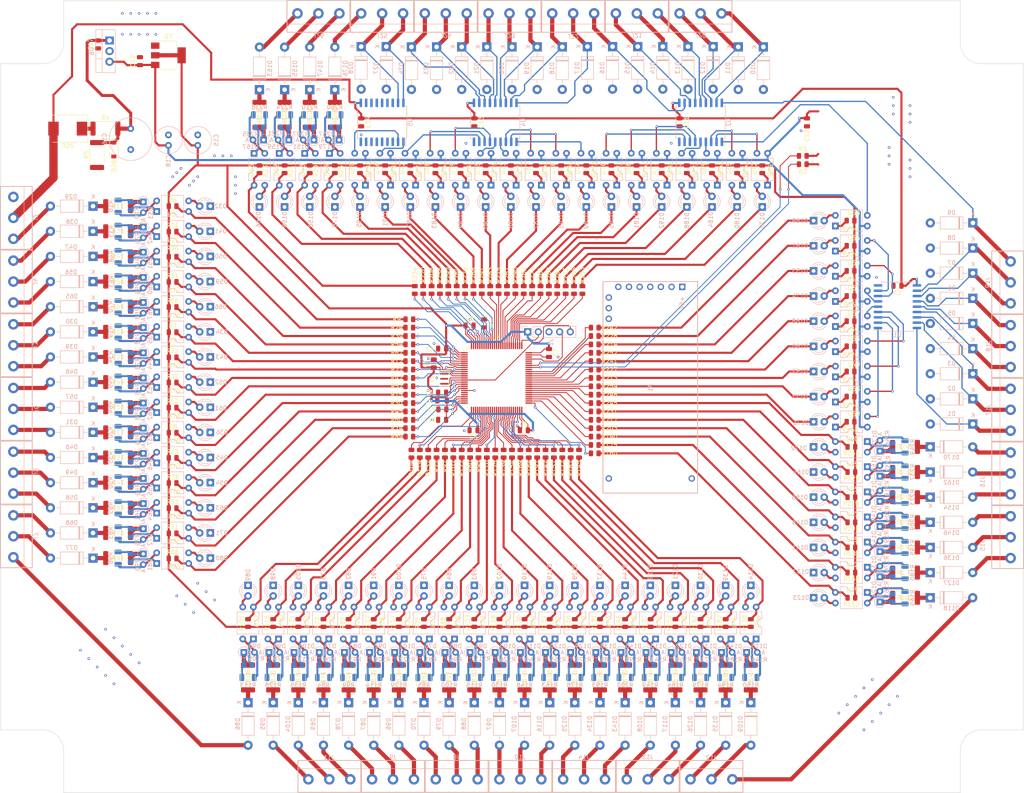
<source format=kicad_pcb>
(kicad_pcb (version 20211014) (generator pcbnew)
  (title_block (comment 4 "AISLER Project ID: SSQBUBID"))
  (layers (0 "F.Cu" signal) (31 "B.Cu" signal) (34 "B.Paste" user) (35 "F.Paste" user) (36 "B.SilkS" user "B.Silkscreen") (37 "F.SilkS" user "F.Silkscreen") (38 "B.Mask" user) (39 "F.Mask" user) (44 "Edge.Cuts" user))
  (net 0 "")
  (net 1 "+5V")
  (net 3 "GND")
  (net 5 "TX")
  (net 6 "RX")
  (net 11 "NRST")
  (net 12 "+24V")
  (net 13 "+3.3V")
  (net 14 "Net-(C16-Pad1)")
  (net 15 "OUT01")
  (net 16 "OUT02")
  (net 17 "OUT03")
  (net 18 "OUT04")
  (net 19 "OUT05")
  (net 20 "OUT06")
  (net 21 "OUT07")
  (net 22 "OUT08")
  (net 23 "OUT09")
  (net 24 "OUT10")
  (net 25 "OUT11")
  (net 26 "OUT12")
  (net 27 "OUT13")
  (net 28 "OUT14")
  (net 29 "OUT15")
  (net 30 "OUT16")
  (net 31 "OUT17")
  (net 32 "OUT18")
  (net 33 "OUT19")
  (net 34 "OUT20")
  (net 35 "OUT21")
  (net 36 "OUT22")
  (net 37 "OUT23")
  (net 38 "OUT24")
  (net 39 "Net-(D25-Pad1)")
  (net 40 "OUT25")
  (net 41 "OUT26")
  (net 42 "Net-(D29-Pad1)")
  (net 43 "IN01")
  (net 44 "Net-(D30-Pad1)")
  (net 45 "Net-(D31-Pad1)")
  (net 46 "Net-(D32-Pad2)")
  (net 47 "Net-(D33-Pad1)")
  (net 48 "Net-(D33-Pad2)")
  (net 49 "Net-(D34-Pad2)")
  (net 50 "Net-(D35-Pad1)")
  (net 51 "Net-(D35-Pad2)")
  (net 52 "Net-(D36-Pad2)")
  (net 53 "Net-(D37-Pad1)")
  (net 54 "Net-(D37-Pad2)")
  (net 55 "Net-(D38-Pad1)")
  (net 56 "IN02")
  (net 57 "Net-(D39-Pad1)")
  (net 58 "Net-(D40-Pad1)")
  (net 59 "Net-(D41-Pad2)")
  (net 60 "Net-(D42-Pad1)")
  (net 61 "Net-(D42-Pad2)")
  (net 62 "Net-(D43-Pad2)")
  (net 63 "Net-(D44-Pad1)")
  (net 64 "Net-(D44-Pad2)")
  (net 65 "Net-(D45-Pad2)")
  (net 66 "Net-(D46-Pad1)")
  (net 67 "Net-(D46-Pad2)")
  (net 68 "Net-(D47-Pad1)")
  (net 69 "IN03")
  (net 70 "Net-(D48-Pad1)")
  (net 71 "Net-(D49-Pad1)")
  (net 72 "Net-(D50-Pad2)")
  (net 73 "Net-(D51-Pad1)")
  (net 74 "Net-(D51-Pad2)")
  (net 75 "Net-(D52-Pad2)")
  (net 76 "Net-(D53-Pad1)")
  (net 77 "Net-(D53-Pad2)")
  (net 78 "Net-(D54-Pad2)")
  (net 79 "Net-(D55-Pad1)")
  (net 80 "Net-(D55-Pad2)")
  (net 81 "Net-(D56-Pad1)")
  (net 82 "IN04")
  (net 83 "Net-(D57-Pad1)")
  (net 84 "Net-(D58-Pad1)")
  (net 85 "Net-(D59-Pad2)")
  (net 86 "Net-(D60-Pad1)")
  (net 87 "Net-(D60-Pad2)")
  (net 88 "Net-(D61-Pad2)")
  (net 89 "Net-(D62-Pad1)")
  (net 90 "Net-(D62-Pad2)")
  (net 91 "Net-(D63-Pad2)")
  (net 92 "Net-(D64-Pad1)")
  (net 93 "Net-(D64-Pad2)")
  (net 94 "Net-(D65-Pad1)")
  (net 95 "IN06")
  (net 96 "Net-(D66-Pad2)")
  (net 97 "Net-(D67-Pad1)")
  (net 98 "Net-(D67-Pad2)")
  (net 99 "Net-(D68-Pad1)")
  (net 100 "Net-(D69-Pad1)")
  (net 101 "Net-(D70-Pad1)")
  (net 102 "Net-(D71-Pad2)")
  (net 103 "Net-(D72-Pad1)")
  (net 104 "Net-(D72-Pad2)")
  (net 105 "Net-(D73-Pad2)")
  (net 106 "Net-(D74-Pad1)")
  (net 107 "Net-(D74-Pad2)")
  (net 108 "Net-(D75-Pad2)")
  (net 109 "Net-(D76-Pad1)")
  (net 110 "Net-(D76-Pad2)")
  (net 111 "Net-(D77-Pad1)")
  (net 112 "Net-(D78-Pad1)")
  (net 113 "IN20")
  (net 114 "Net-(D79-Pad1)")
  (net 115 "Net-(D80-Pad2)")
  (net 116 "Net-(D81-Pad1)")
  (net 117 "Net-(D81-Pad2)")
  (net 118 "Net-(D82-Pad2)")
  (net 119 "Net-(D83-Pad1)")
  (net 120 "Net-(D83-Pad2)")
  (net 121 "Net-(D84-Pad2)")
  (net 122 "Net-(D85-Pad1)")
  (net 123 "Net-(D85-Pad2)")
  (net 124 "Net-(D86-Pad1)")
  (net 125 "Net-(D87-Pad1)")
  (net 126 "IN21")
  (net 127 "Net-(D88-Pad1)")
  (net 128 "Net-(D89-Pad2)")
  (net 129 "Net-(D90-Pad1)")
  (net 130 "Net-(D90-Pad2)")
  (net 131 "Net-(D91-Pad2)")
  (net 132 "Net-(D92-Pad1)")
  (net 133 "Net-(D92-Pad2)")
  (net 134 "Net-(D93-Pad2)")
  (net 135 "Net-(D94-Pad1)")
  (net 136 "Net-(D94-Pad2)")
  (net 137 "Net-(D95-Pad1)")
  (net 138 "Net-(D96-Pad1)")
  (net 139 "IN22")
  (net 140 "Net-(D97-Pad1)")
  (net 141 "Net-(D98-Pad2)")
  (net 142 "Net-(D99-Pad1)")
  (net 143 "Net-(D99-Pad2)")
  (net 144 "Net-(D100-Pad2)")
  (net 145 "Net-(D101-Pad1)")
  (net 146 "Net-(D101-Pad2)")
  (net 147 "Net-(D102-Pad2)")
  (net 148 "Net-(D103-Pad1)")
  (net 149 "Net-(D103-Pad2)")
  (net 150 "Net-(D104-Pad1)")
  (net 151 "Net-(D105-Pad2)")
  (net 152 "Net-(D106-Pad1)")
  (net 153 "Net-(D106-Pad2)")
  (net 154 "Net-(D107-Pad1)")
  (net 155 "IN27")
  (net 156 "Net-(D108-Pad1)")
  (net 157 "Net-(D109-Pad1)")
  (net 158 "Net-(D110-Pad2)")
  (net 159 "Net-(D111-Pad1)")
  (net 160 "Net-(D111-Pad2)")
  (net 161 "Net-(D112-Pad2)")
  (net 162 "Net-(D113-Pad1)")
  (net 163 "Net-(D113-Pad2)")
  (net 164 "Net-(D114-Pad2)")
  (net 165 "Net-(D115-Pad1)")
  (net 166 "Net-(D115-Pad2)")
  (net 167 "Net-(D116-Pad1)")
  (net 168 "IN28")
  (net 169 "Net-(D117-Pad1)")
  (net 170 "Net-(D118-Pad1)")
  (net 171 "Net-(D119-Pad2)")
  (net 172 "Net-(D120-Pad1)")
  (net 173 "Net-(D120-Pad2)")
  (net 174 "Net-(D121-Pad2)")
  (net 175 "Net-(D122-Pad1)")
  (net 176 "Net-(D122-Pad2)")
  (net 177 "Net-(D123-Pad2)")
  (net 178 "Net-(D124-Pad1)")
  (net 179 "Net-(D124-Pad2)")
  (net 180 "Net-(D125-Pad1)")
  (net 181 "Net-(D126-Pad1)")
  (net 182 "Net-(D127-Pad1)")
  (net 183 "Net-(D128-Pad2)")
  (net 184 "Net-(D129-Pad1)")
  (net 185 "Net-(D129-Pad2)")
  (net 186 "Net-(D130-Pad2)")
  (net 187 "Net-(D131-Pad1)")
  (net 188 "Net-(D131-Pad2)")
  (net 189 "Net-(D132-Pad2)")
  (net 190 "Net-(D133-Pad1)")
  (net 191 "Net-(D133-Pad2)")
  (net 192 "Net-(D134-Pad1)")
  (net 193 "Net-(D135-Pad1)")
  (net 194 "Net-(D136-Pad1)")
  (net 195 "Net-(D137-Pad2)")
  (net 196 "Net-(D138-Pad1)")
  (net 197 "Net-(D138-Pad2)")
  (net 198 "Net-(D139-Pad2)")
  (net 199 "Net-(D140-Pad1)")
  (net 200 "Net-(D140-Pad2)")
  (net 201 "Net-(D141-Pad2)")
  (net 202 "Net-(D142-Pad1)")
  (net 203 "Net-(D142-Pad2)")
  (net 204 "Net-(D143-Pad1)")
  (net 205 "Net-(D144-Pad2)")
  (net 206 "Net-(D145-Pad1)")
  (net 207 "Net-(D145-Pad2)")
  (net 208 "Net-(D146-Pad1)")
  (net 209 "IN40")
  (net 210 "Net-(D147-Pad1)")
  (net 211 "IN45")
  (net 212 "Net-(D148-Pad2)")
  (net 213 "Net-(D149-Pad1)")
  (net 214 "Net-(D149-Pad2)")
  (net 215 "Net-(D150-Pad2)")
  (net 216 "Net-(D151-Pad1)")
  (net 217 "Net-(D151-Pad2)")
  (net 218 "Net-(D152-Pad1)")
  (net 219 "Net-(D152-Pad2)")
  (net 220 "Net-(D153-Pad1)")
  (net 221 "Net-(D153-Pad2)")
  (net 222 "Net-(D154-Pad1)")
  (net 223 "IN41")
  (net 224 "Net-(D155-Pad1)")
  (net 225 "IN46")
  (net 226 "Net-(D156-Pad2)")
  (net 227 "Net-(D157-Pad1)")
  (net 228 "Net-(D157-Pad2)")
  (net 229 "Net-(D158-Pad2)")
  (net 230 "Net-(D159-Pad1)")
  (net 231 "Net-(D159-Pad2)")
  (net 232 "Net-(D160-Pad1)")
  (net 233 "Net-(D160-Pad2)")
  (net 234 "Net-(D161-Pad1)")
  (net 235 "Net-(D161-Pad2)")
  (net 236 "Net-(D162-Pad1)")
  (net 237 "IN42")
  (net 238 "Net-(D163-Pad1)")
  (net 239 "IN47")
  (net 240 "Net-(D164-Pad2)")
  (net 241 "Net-(D165-Pad1)")
  (net 242 "Net-(D165-Pad2)")
  (net 243 "Net-(D166-Pad2)")
  (net 244 "Net-(D167-Pad1)")
  (net 245 "Net-(D167-Pad2)")
  (net 246 "Net-(D168-Pad1)")
  (net 247 "Net-(D168-Pad2)")
  (net 248 "Net-(D169-Pad1)")
  (net 249 "Net-(D169-Pad2)")
  (net 250 "Net-(D170-Pad1)")
  (net 251 "IN43")
  (net 252 "Net-(D171-Pad1)")
  (net 253 "Net-(D171-Pad2)")
  (net 254 "Net-(D172-Pad2)")
  (net 255 "Net-(D173-Pad1)")
  (net 256 "Net-(D173-Pad2)")
  (net 257 "Net-(D174-Pad1)")
  (net 258 "Net-(D174-Pad2)")
  (net 259 "Net-(D175-Pad1)")
  (net 260 "Net-(D175-Pad2)")
  (net 261 "Net-(D176-Pad1)")
  (net 262 "IN44")
  (net 263 "Net-(D177-Pad1)")
  (net 264 "Net-(D177-Pad2)")
  (net 265 "Net-(D178-Pad2)")
  (net 266 "Net-(D179-Pad1)")
  (net 267 "Net-(D179-Pad2)")
  (net 268 "Net-(D180-Pad1)")
  (net 269 "Net-(D180-Pad2)")
  (net 270 "Net-(D181-Pad1)")
  (net 271 "Net-(D181-Pad2)")
  (net 272 "Net-(D182-Pad1)")
  (net 273 "Net-(D182-Pad2)")
  (net 274 "Net-(D183-Pad1)")
  (net 275 "Net-(D183-Pad2)")
  (net 276 "Net-(D184-Pad1)")
  (net 277 "Net-(D184-Pad2)")
  (net 278 "Net-(D185-Pad1)")
  (net 279 "Net-(D185-Pad2)")
  (net 280 "Net-(D186-Pad1)")
  (net 281 "Net-(D186-Pad2)")
  (net 282 "Net-(D187-Pad1)")
  (net 283 "Net-(D187-Pad2)")
  (net 284 "Net-(D188-Pad1)")
  (net 285 "Net-(D188-Pad2)")
  (net 286 "Net-(D189-Pad1)")
  (net 287 "Net-(D189-Pad2)")
  (net 288 "Net-(D190-Pad1)")
  (net 289 "Net-(D190-Pad2)")
  (net 290 "Net-(D191-Pad1)")
  (net 291 "Net-(D191-Pad2)")
  (net 292 "Net-(D192-Pad1)")
  (net 293 "Net-(D192-Pad2)")
  (net 294 "Net-(D193-Pad1)")
  (net 295 "Net-(D193-Pad2)")
  (net 296 "Net-(D194-Pad1)")
  (net 297 "Net-(D194-Pad2)")
  (net 298 "Net-(D195-Pad1)")
  (net 299 "Net-(D195-Pad2)")
  (net 300 "SWCLK")
  (net 301 "SWDIO")
  (net 302 "Net-(R1-Pad2)")
  (net 303 "Net-(R2-Pad1)")
  (net 304 "Net-(R3-Pad1)")
  (net 305 "Net-(R6-Pad2)")
  (net 306 "Net-(R12-Pad2)")
  (net 307 "Net-(R15-Pad2)")
  (net 308 "PA0")
  (net 309 "Net-(R10-Pad1)")
  (net 310 "PA5")
  (net 311 "Net-(R13-Pad1)")
  (net 312 "PB0")
  (net 313 "Net-(R16-Pad1)")
  (net 314 "Net-(R21-Pad2)")
  (net 315 "Net-(R22-Pad2)")
  (net 316 "Net-(R23-Pad2)")
  (net 317 "PA1")
  (net 318 "Net-(R25-Pad1)")
  (net 319 "PA6")
  (net 320 "Net-(R28-Pad1)")
  (net 321 "PB1")
  (net 322 "Net-(R31-Pad1)")
  (net 323 "Net-(R36-Pad2)")
  (net 324 "Net-(R37-Pad2)")
  (net 325 "Net-(R38-Pad2)")
  (net 326 "PA2")
  (net 327 "Net-(R40-Pad1)")
  (net 328 "PA7")
  (net 329 "Net-(R43-Pad1)")
  (net 330 "PB2")
  (net 331 "Net-(R46-Pad1)")
  (net 332 "Net-(R51-Pad2)")
  (net 333 "Net-(R52-Pad2)")
  (net 334 "Net-(R53-Pad2)")
  (net 335 "PA3")
  (net 336 "Net-(R55-Pad1)")
  (net 337 "PA15")
  (net 338 "Net-(R58-Pad1)")
  (net 339 "PB3")
  (net 340 "Net-(R61-Pad1)")
  (net 341 "Net-(R66-Pad2)")
  (net 342 "PA4")
  (net 343 "Net-(R68-Pad1)")
  (net 344 "Net-(R71-Pad2)")
  (net 345 "Net-(R72-Pad2)")
  (net 346 "Net-(R73-Pad2)")
  (net 347 "PB4")
  (net 348 "Net-(R75-Pad1)")
  (net 349 "PB9")
  (net 350 "Net-(R78-Pad1)")
  (net 351 "PB13")
  (net 352 "Net-(R81-Pad1)")
  (net 353 "Net-(R86-Pad2)")
  (net 354 "Net-(R87-Pad2)")
  (net 355 "Net-(R88-Pad2)")
  (net 356 "PB5")
  (net 357 "Net-(R90-Pad1)")
  (net 358 "PB10")
  (net 359 "Net-(R93-Pad1)")
  (net 360 "PB14")
  (net 361 "Net-(R96-Pad1)")
  (net 362 "Net-(R101-Pad2)")
  (net 363 "Net-(R102-Pad2)")
  (net 364 "Net-(R103-Pad2)")
  (net 365 "PB6")
  (net 366 "Net-(R105-Pad1)")
  (net 367 "PB11")
  (net 368 "Net-(R108-Pad1)")
  (net 369 "PB15")
  (net 370 "Net-(R111-Pad1)")
  (net 371 "Net-(R116-Pad2)")
  (net 372 "Net-(R117-Pad2)")
  (net 373 "Net-(R118-Pad2)")
  (net 374 "PB7")
  (net 375 "Net-(R120-Pad1)")
  (net 376 "PB12")
  (net 377 "Net-(R123-Pad1)")
  (net 378 "PC0")
  (net 379 "Net-(R126-Pad1)")
  (net 380 "Net-(R131-Pad2)")
  (net 381 "PB8")
  (net 382 "Net-(R133-Pad1)")
  (net 383 "Net-(R136-Pad2)")
  (net 384 "Net-(R137-Pad2)")
  (net 385 "Net-(R138-Pad2)")
  (net 386 "PC1")
  (net 387 "Net-(R140-Pad1)")
  (net 388 "PC6")
  (net 389 "Net-(R143-Pad1)")
  (net 390 "PC10")
  (net 391 "Net-(R146-Pad1)")
  (net 392 "Net-(R151-Pad2)")
  (net 393 "Net-(R152-Pad2)")
  (net 394 "Net-(R153-Pad2)")
  (net 395 "PC2")
  (net 396 "Net-(R155-Pad1)")
  (net 397 "PC7")
  (net 398 "Net-(R158-Pad1)")
  (net 399 "PC11")
  (net 400 "Net-(R161-Pad1)")
  (net 401 "Net-(R166-Pad2)")
  (net 402 "Net-(R167-Pad2)")
  (net 403 "Net-(R168-Pad2)")
  (net 404 "PC3")
  (net 405 "Net-(R170-Pad1)")
  (net 406 "PC8")
  (net 407 "Net-(R173-Pad1)")
  (net 408 "PC12")
  (net 409 "Net-(R176-Pad1)")
  (net 410 "Net-(R181-Pad2)")
  (net 411 "Net-(R182-Pad2)")
  (net 412 "Net-(R183-Pad2)")
  (net 413 "PC4")
  (net 414 "Net-(R185-Pad1)")
  (net 415 "PC9")
  (net 416 "Net-(R188-Pad1)")
  (net 417 "PC13")
  (net 418 "Net-(R191-Pad1)")
  (net 419 "Net-(R196-Pad2)")
  (net 420 "PC5")
  (net 421 "Net-(R198-Pad1)")
  (net 422 "Net-(R201-Pad2)")
  (net 423 "Net-(R202-Pad2)")
  (net 424 "PC14")
  (net 425 "Net-(R204-Pad1)")
  (net 426 "PD3")
  (net 427 "Net-(R207-Pad1)")
  (net 428 "Net-(R211-Pad2)")
  (net 429 "Net-(R212-Pad2)")
  (net 430 "PD8")
  (net 431 "PD12")
  (net 432 "Net-(R215-Pad2)")
  (net 433 "Net-(R216-Pad2)")
  (net 434 "PC15")
  (net 435 "Net-(R218-Pad1)")
  (net 436 "PD4")
  (net 437 "Net-(R221-Pad1)")
  (net 438 "Net-(R225-Pad2)")
  (net 439 "Net-(R226-Pad2)")
  (net 440 "PD9")
  (net 441 "PD13")
  (net 442 "Net-(R229-Pad2)")
  (net 443 "Net-(R230-Pad2)")
  (net 444 "PD0")
  (net 445 "Net-(R232-Pad1)")
  (net 446 "PD5")
  (net 447 "Net-(R235-Pad1)")
  (net 448 "Net-(R239-Pad2)")
  (net 449 "Net-(R240-Pad2)")
  (net 450 "PD10")
  (net 451 "PD14")
  (net 452 "Net-(R243-Pad2)")
  (net 453 "Net-(R244-Pad2)")
  (net 454 "PD1")
  (net 455 "Net-(R246-Pad1)")
  (net 456 "PD6")
  (net 457 "Net-(R250-Pad2)")
  (net 458 "Net-(R251-Pad2)")
  (net 459 "PD11")
  (net 460 "PD15")
  (net 461 "Net-(R254-Pad2)")
  (net 462 "Net-(R255-Pad2)")
  (net 463 "PD2")
  (net 464 "Net-(R257-Pad1)")
  (net 465 "PD7")
  (net 466 "Net-(R261-Pad2)")
  (net 467 "Net-(R262-Pad2)")
  (net 468 "Net-(R263-Pad2)")
  (net 469 "Net-(R264-Pad2)")
  (net 470 "PE0")
  (net 471 "PE4")
  (net 472 "PE8")
  (net 473 "PE12")
  (net 474 "Net-(R269-Pad2)")
  (net 475 "Net-(R270-Pad2)")
  (net 476 "Net-(R271-Pad2)")
  (net 477 "Net-(R272-Pad2)")
  (net 478 "PE1")
  (net 479 "PE5")
  (net 480 "PE9")
  (net 481 "PE13")
  (net 482 "Net-(R277-Pad2)")
  (net 483 "Net-(R278-Pad2)")
  (net 484 "Net-(R279-Pad2)")
  (net 485 "Net-(R280-Pad2)")
  (net 486 "PE2")
  (net 487 "PE6")
  (net 488 "PE10")
  (net 489 "PE14")
  (net 490 "Net-(R285-Pad2)")
  (net 491 "Net-(R286-Pad2)")
  (net 492 "Net-(R287-Pad2)")
  (net 493 "Net-(R288-Pad2)")
  (net 494 "PE3")
  (net 495 "PE7")
  (net 496 "PE11")
  (net 497 "PE15")
  (net 498 "U1I1")
  (net 499 "U1I2")
  (net 500 "U1I3")
  (net 501 "U1I4")
  (net 502 "U1I5")
  (net 503 "U1I6")
  (net 504 "U1I7")
  (net 505 "U1I8")
  (net 506 "U2I1")
  (net 507 "U2I2")
  (net 508 "U2I3")
  (net 509 "U2I4")
  (net 510 "U2I5")
  (net 511 "U2I6")
  (net 512 "U2I7")
  (net 513 "U2I8")
  (net 514 "Net-(U3-Pad12)")
  (net 515 "Net-(U3-Pad13)")
  (net 522 "U3I1")
  (net 523 "U3I2")
  (net 524 "U3I3")
  (net 525 "U3I4")
  (net 526 "U3I5")
  (net 527 "U3I6")
  (net 528 "U3I7")
  (net 529 "U3I8")
  (net 530 "U4I1")
  (net 531 "U4I2")
  (net 544 "IN07")
  (net 545 "IN05")
  (net 546 "IN10")
  (net 547 "IN08")
  (net 548 "IN09")
  (net 549 "IN11")
  (net 550 "IN12")
  (net 551 "IN13")
  (net 552 "IN14")
  (net 553 "IN15")
  (net 554 "IN16")
  (net 555 "IN19")
  (net 556 "IN17")
  (net 557 "IN18")
  (net 558 "IN23")
  (net 559 "IN24")
  (net 560 "IN25")
  (net 561 "IN26")
  (net 562 "IN29")
  (net 563 "IN30")
  (net 564 "IN31")
  (net 565 "IN32")
  (net 566 "IN33")
  (net 567 "IN34")
  (net 568 "IN36")
  (net 569 "IN37")
  (net 570 "IN38")
  (net 571 "IN35")
  (net 572 "IN39")
  (footprint "Resistor_SMD:R_2512_6332Metric" (layer "F.Cu") (at -387 572.5 -90)
    (fp_text reference "R112")
    (fp_text value "10K")
  )
  (footprint "Diode_SMD:D_SMC" (layer "F.Cu") (at -484.0375 441.5 180)
    (fp_text reference "D25")
    (fp_text value "S5M")
  )
  (footprint "Resistor_SMD:R_0805_2012Metric" (layer "F.Cu") (at -405 559.5 90)
    (fp_text reference "R117")
    (fp_text value "10K")
  )
  (footprint "Resistor_SMD:R_0805_2012Metric" (layer "F.Cu") (at -387.2 480 90)
    (fp_text reference "R268")
    (fp_text value "0")
  )
  (footprint "Resistor_SMD:R_2512_6332Metric" (layer "F.Cu") (at -432.275 438.2 90)
    (fp_text reference "R222")
    (fp_text value "10K")
  )
  (footprint "Resistor_SMD:R_0805_2012Metric" (layer "F.Cu") (at -392 519.0875 -90)
    (fp_text reference "R107")
    (fp_text value "0")
  )
  (footprint "Resistor_SMD:R_0805_2012Metric" (layer "F.Cu") (at -400 519.0875 -90)
    (fp_text reference "R119")
    (fp_text value "0")
  )
  (footprint "Capacitor_SMD:C_0805_2012Metric" (layer "F.Cu") (at -387 440 -90)
    (fp_text reference "C13")
    (fp_text value "100nF")
  )
  (footprint "Resistor_SMD:R_0805_2012Metric" (layer "F.Cu") (at -393 559.5 90)
    (fp_text reference "R88")
    (fp_text value "10K")
  )
  (footprint "Resistor_SMD:R_0805_2012Metric" (layer "F.Cu") (at -358.25 517)
    (fp_text reference "R175")
    (fp_text value "0")
  )
  (footprint "Resistor_SMD:R_0805_2012Metric" (layer "F.Cu") (at -297 535.4625 180)
    (fp_text reference "R201")
    (fp_text value "10K")
  )
  (footprint "Resistor_SMD:R_0805_2012Metric" (layer "F.Cu") (at -398 519.0875 -90)
    (fp_text reference "R132")
    (fp_text value "0")
  )
  (footprint "Resistor_SMD:R_0805_2012Metric" (layer "F.Cu") (at -297 529.4625 180)
    (fp_text reference "R215")
    (fp_text value "10K")
  )
  (footprint "Resistor_SMD:R_2512_6332Metric" (layer "F.Cu") (at -438.275 438.2 90)
    (fp_text reference "R236")
    (fp_text value "10K")
  )
  (footprint "Resistor_SMD:R_0805_2012Metric" (layer "F.Cu") (at -391.2 480 90)
    (fp_text reference "R284")
    (fp_text value "0")
  )
  (footprint "Resistor_SMD:R_0805_2012Metric" (layer "F.Cu") (at -327 559.5 90)
    (fp_text reference "R182")
    (fp_text value "10K")
  )
  (footprint "Resistor_SMD:R_0805_2012Metric" (layer "F.Cu") (at -374 519.0875 -90)
    (fp_text reference "R184")
    (fp_text value "0")
  )
  (footprint "Resistor_SMD:R_0805_2012Metric" (layer "F.Cu") (at -401.2 480 90)
    (fp_text reference "R234")
    (fp_text value "0")
  )
  (footprint "Resistor_SMD:R_0805_2012Metric" (layer "F.Cu") (at -297.2 469.4625 180)
    (fp_text reference "R226")
    (fp_text value "1K")
  )
  (footprint "Resistor_SMD:R_2512_6332Metric" (layer "F.Cu") (at -426.275 438.2 90)
    (fp_text reference "R208")
    (fp_text value "10K")
  )
  (footprint "Resistor_SMD:R_2512_6332Metric" (layer "F.Cu") (at -411 572.5 -90)
    (fp_text reference "R109")
    (fp_text value "10K")
  )
  (footprint "Resistor_SMD:R_0805_2012Metric" (layer "F.Cu") (at -318.275 451.2 -90)
    (fp_text reference "R251")
    (fp_text value "1K")
  )
  (footprint "Resistor_SMD:R_0805_2012Metric" (layer "F.Cu") (at -402.5 495 180)
    (fp_text reference "R67")
    (fp_text value "0")
  )
  (footprint "Resistor_SMD:R_0805_2012Metric" (layer "F.Cu") (at -399 559.5 90)
    (fp_text reference "R73")
    (fp_text value "10K")
  )
  (footprint "Resistor_SMD:R_2512_6332Metric" (layer "F.Cu") (at -441 572.5 -90)
    (fp_text reference "R106")
    (fp_text value "10K")
  )
  (footprint "Resistor_SMD:R_0805_2012Metric" (layer "F.Cu") (at -459 526.0875)
    (fp_text reference "R38")
    (fp_text value "10K")
  )
  (footprint "Resistor_SMD:R_2512_6332Metric" (layer "F.Cu") (at -284.2 529.4625)
    (fp_text reference "R219")
    (fp_text value "10K")
  )
  (footprint "Resistor_SMD:R_0805_2012Metric" (layer "F.Cu") (at -324.275 451.2 -90)
    (fp_text reference "R261")
    (fp_text value "1K")
  )
  (footprint "Resistor_SMD:R_0805_2012Metric" (layer "F.Cu") (at -297 553.4625 180)
    (fp_text reference "R153")
    (fp_text value "10K")
  )
  (footprint "Resistor_SMD:R_2512_6332Metric" (layer "F.Cu") (at -420.275 438.2 90)
    (fp_text reference "R258")
    (fp_text value "10K")
  )
  (footprint "Resistor_SMD:R_0805_2012Metric" (layer "F.Cu") (at -348.275 451.2 -90)
    (fp_text reference "R262")
    (fp_text value "1K")
  )
  (footprint "Resistor_SMD:R_2512_6332Metric" (layer "F.Cu") (at -284.2 541.4625)
    (fp_text reference "R192")
    (fp_text value "10K")
  )
  (footprint "Resistor_SMD:R_2512_6332Metric" (layer "F.Cu") (at -327 572.5 -90)
    (fp_text reference "R189")
    (fp_text value "10K")
  )
  (footprint "Capacitor_SMD:C_0805_2012Metric" (layer "F.Cu") (at -414 440 -90)
    (fp_text reference "C14")
    (fp_text value "100nF")
  )
  (footprint "Resistor_SMD:R_2512_6332Metric" (layer "F.Cu") (at -375 572.5 -90)
    (fp_text reference "R141")
    (fp_text value "10K")
  )
  (footprint "Resistor_SMD:R_0805_2012Metric" (layer "F.Cu") (at -459 544.0875)
    (fp_text reference "R86")
    (fp_text value "10K")
  )
  (footprint "Diode_SMD:D_SOD-123" (layer "F.Cu") (at -473.0375 446.5 -90)
    (fp_text reference "D26")
    (fp_text value "BZX55-C7V5")
  )
  (footprint "Resistor_SMD:R_0805_2012Metric" (layer "F.Cu") (at -358.25 503)
    (fp_text reference "R259")
    (fp_text value "0")
  )
  (footprint "Resistor_SMD:R_2512_6332Metric" (layer "F.Cu") (at -472 496 180)
    (fp_text reference "R29")
    (fp_text value "10K")
  )
  (footprint "Resistor_SMD:R_2512_6332Metric" (layer "F.Cu") (at -284.2 547.4625)
    (fp_text reference "R177")
    (fp_text value "10K")
  )
  (footprint "Resistor_SMD:R_0805_2012Metric" (layer "F.Cu") (at -363.2 480 90)
    (fp_text reference "R265")
    (fp_text value "0")
  )
  (footprint "Resistor_SMD:R_0805_2012Metric" (layer "F.Cu") (at -435 559.5 90)
    (fp_text reference "R116")
    (fp_text value "10K")
  )
  (footprint "Resistor_SMD:R_0805_2012Metric" (layer "F.Cu") (at -402 519.0875 -90)
    (fp_text reference "R104")
    (fp_text value "0")
  )
  (footprint "Resistor_SMD:R_2512_6332Metric" (layer "F.Cu") (at -369 572.5 -90)
    (fp_text reference "R156")
    (fp_text value "10K")
  )
  (footprint "Resistor_SMD:R_0805_2012Metric" (layer "F.Cu") (at -402.5 509 180)
    (fp_text reference "R45")
    (fp_text value "0")
  )
  (footprint "Resistor_SMD:R_0805_2012Metric" (layer "F.Cu") (at -358.25 499)
    (fp_text reference "R227")
    (fp_text value "0")
  )
  (footprint "Resistor_SMD:R_0805_2012Metric" (layer "F.Cu") (at -402.5 511 180)
    (fp_text reference "R60")
    (fp_text value "0")
  )
  (footprint "Resistor_SMD:R_0805_2012Metric" (layer "F.Cu") (at -369.2 480 90)
    (fp_text reference "R289")
    (fp_text value "0")
  )
  (footprint "Capacitor_SMD:C_0805_2012Metric" (layer "F.Cu") (at -387.175 513.5 180)
    (fp_text reference "C5")
    (fp_text value "100nF")
  )
  (footprint "Crystal:Resonator_SMD_Murata_CSTxExxV-3Pin_3.0x1.1mm" (layer "F.Cu") (at -394.175 501.2 -90)
    (fp_text reference "Y1")
    (fp_text value "8MHz")
  )
  (footprint "Resistor_SMD:R_2512_6332Metric" (layer "F.Cu") (at -284.2 523.4625)
    (fp_text reference "R233")
    (fp_text value "10K")
  )
  (footprint "Resistor_SMD:R_2512_6332Metric" (layer "F.Cu") (at -284.2 553.4625)
    (fp_text reference "R162")
    (fp_text value "10K")
  )
  (footprint "Resistor_SMD:R_0805_2012Metric" (layer "F.Cu") (at -358.25 491)
    (fp_text reference "R228")
    (fp_text value "0")
  )
  (footprint "Resistor_SMD:R_2512_6332Metric" (layer "F.Cu") (at -351 572.5 -90)
    (fp_text reference "R199")
    (fp_text value "10K")
  )
  (footprint "Resistor_SMD:R_2512_6332Metric" (layer "F.Cu") (at -284.2 535.4625)
    (fp_text reference "R205")
    (fp_text value "10K")
  )
  (footprint "Resistor_SMD:R_2512_6332Metric" (layer "F.Cu") (at -429 572.5 -90)
    (fp_text reference "R134")
    (fp_text value "10K")
  )
  (footprint "Resistor_SMD:R_0805_2012Metric" (layer "F.Cu") (at -365.2 480 90)
    (fp_text reference "R273")
    (fp_text value "0")
  )
  (footprint "Resistor_SMD:R_0805_2012Metric" (layer "F.Cu") (at -367.2 480 90)
    (fp_text reference "R281")
    (fp_text value "0")
  )
  (footprint "Resistor_SMD:R_0805_2012Metric" (layer "F.Cu") (at -393.2 480 90)
    (fp_text reference "R292")
    (fp_text value "0")
  )
  (footprint "Resistor_SMD:R_2512_6332Metric" (layer "F.Cu") (at -405 572.5 -90)
    (fp_text reference "R124")
    (fp_text value "10K")
  )
  (footprint "Resistor_SMD:R_0805_2012Metric" (layer "F.Cu") (at -441 559.5 90)
    (fp_text reference "R101")
    (fp_text value "10K")
  )
  (footprint "Resistor_SMD:R_2512_6332Metric" (layer "F.Cu") (at -339 572.5 -90)
    (fp_text reference "R159")
    (fp_text value "10K")
  )
  (footprint "Package_QFP:LQFP-100_14x14mm_P0.5mm" (layer "F.Cu") (at -381.675 501)
    (fp_text reference "U3")
    (fp_text value "STM32F100VETx")
  )
  (footprint "Resistor_SMD:R_2512_6332Metric" (layer "F.Cu") (at -393 572.5 -90)
    (fp_text reference "R97")
    (fp_text value "10K")
  )
  (footprint "Resistor_SMD:R_0805_2012Metric" (layer "F.Cu") (at -372 519.0875 -90)
    (fp_text reference "R197")
    (fp_text value "0")
  )
  (footprint "Resistor_SMD:R_0805_2012Metric" (layer "F.Cu") (at -390.275 451.2 -90)
    (fp_text reference "R287")
    (fp_text value "1K")
  )
  (footprint "Resistor_SMD:R_2512_6332Metric" (layer "F.Cu") (at -472 466 180)
    (fp_text reference "R26")
    (fp_text value "10K")
  )
  (footprint "Resistor_SMD:R_0805_2012Metric" (layer "F.Cu") (at -368 519.0875 -90)
    (fp_text reference "R157")
    (fp_text value "0")
  )
  (footprint "Resistor_SMD:R_0805_2012Metric" (layer "F.Cu") (at -358.25 489)
    (fp_text reference "R242")
    (fp_text value "0")
  )
  (footprint "Resistor_SMD:R_2512_6332Metric" (layer "F.Cu") (at -472 514 180)
    (fp_text reference "R17")
    (fp_text value "10K")
  )
  (footprint "Resistor_SMD:R_0805_2012Metric" (layer "F.Cu") (at -396.275 451.2 -90)
    (fp_text reference "R264")
    (fp_text value "1K")
  )
  (footprint "Resistor_SMD:R_2512_6332Metric" (layer "F.Cu") (at -423 572.5 -90)
    (fp_text reference "R79")
    (fp_text value "10K")
  )
  (footprint "Resistor_SMD:R_0805_2012Metric" (layer "F.Cu") (at -459 472.0875)
    (fp_text reference "R36")
    (fp_text value "10K")
  )
  (footprint "Resistor_SMD:R_0805_2012Metric" (layer "F.Cu") (at -402.5 505 180)
    (fp_text reference "R15")
    (fp_text value "0")
  )
  (footprint "Resistor_SMD:R_2512_6332Metric" (layer "F.Cu") (at -472 544 180)
    (fp_text reference "R91")
    (fp_text value "10K")
  )
  (footprint "Capacitor_SMD:C_0805_2012Metric" (layer "F.Cu") (at -307.6 440 -90)
    (fp_text reference "C12")
    (fp_text value "100nF")
  )
  (footprint "Resistor_SMD:R_2512_6332Metric" (layer "F.Cu") (at -363 572.5 -90)
    (fp_text reference "R171")
    (fp_text value "10K")
  )
  (footprint "Resistor_SMD:R_0805_2012Metric" (layer "F.Cu") (at -308.6 448)
    (fp_text reference "R3")
    (fp_text value "0")
  )
  (footprint "Resistor_SMD:R_0805_2012Metric" (layer "F.Cu") (at -297.2 463.4625 180)
    (fp_text reference "R240")
    (fp_text value "1K")
  )
  (footprint "Package_TO_SOT_SMD:SOT-223-3_TabPin2" (layer "F.Cu") (at -460 424)
    (fp_text reference "U7")
    (fp_text value "LD1117S33TR_SOT223")
  )
  (footprint "Resistor_SMD:R_0805_2012Metric" (layer "F.Cu") (at -384 519.0875 -90)
    (fp_text reference "R110")
    (fp_text value "0")
  )
  (footprint "Resistor_SMD:R_0805_2012Metric" (layer "F.Cu") (at -384.275 451.2 -90)
    (fp_text reference "R279")
    (fp_text value "1K")
  )
  (footprint "Resistor_SMD:R_0805_2012Metric" (layer "F.Cu") (at -358.25 515)
    (fp_text reference "R190")
    (fp_text value "0")
  )
  (footprint "Resistor_SMD:R_2512_6332Metric" (layer "F.Cu") (at -472 460 180)
    (fp_text reference "R11")
    (fp_text value "10K")
  )
  (footprint "Resistor_SMD:R_0805_2012Metric" (layer "F.Cu") (at -402.5125 489 180)
    (fp_text reference "R24")
    (fp_text value "0")
  )
  (footprint "Resistor_SMD:R_0805_2012Metric" (layer "F.Cu") (at -438.275 451.2 -90)
    (fp_text reference "R230")
    (fp_text value "10K")
  )
  (footprint "Resistor_SMD:R_0805_2012Metric" (layer "F.Cu") (at -402.5 513 180)
    (fp_text reference "R74")
    (fp_text value "0")
  )
  (footprint "Resistor_SMD:R_0805_2012Metric" (layer "F.Cu") (at -351 559.5 90)
    (fp_text reference "R196")
    (fp_text value "10K")
  )
  (footprint "Capacitor_SMD:C_0805_2012Metric" (layer "F.Cu") (at -466.8 425.4 90)
    (fp_text reference "C19")
    (fp_text value "100nF")
  )
  (footprint "Resistor_SMD:R_0805_2012Metric" (layer "F.Cu") (at -344.9125 559.5 90)
    (fp_text reference "R137")
    (fp_text value "10K")
  )
  (footprint "Resistor_SMD:R_0805_2012Metric" (layer "F.Cu") (at -297 547.4625 180)
    (fp_text reference "R168")
    (fp_text value "10K")
  )
  (footprint "Resistor_SMD:R_0805_2012Metric" (layer "F.Cu") (at -354.275 451.2 -90)
    (fp_text reference "R270")
    (fp_text value "1K")
  )
  (footprint "Resistor_SMD:R_0805_2012Metric" (layer "F.Cu") (at -402.275 451.2 -90)
    (fp_text reference "R272")
    (fp_text value "1K")
  )
  (footprint "Resistor_SMD:R_2512_6332Metric" (layer "F.Cu") (at -472 520 180)
    (fp_text reference "R32")
    (fp_text value "10K")
  )
  (footprint "Resistor_SMD:R_0805_2012Metric" (layer "F.Cu") (at -358.25 501)
    (fp_text reference "R213")
    (fp_text value "0")
  )
  (footprint "Capacitor_SMD:C_0805_2012Metric" (layer "F.Cu") (at -394.625 508.5 180)
    (fp_text reference "C9")
    (fp_text value "1uF")
  )
  (footprint "Resistor_SMD:R_0805_2012Metric" (layer "F.Cu") (at -378 519.0875 -90)
    (fp_text reference "R154")
    (fp_text value "0")
  )
  (footprint "Resistor_SMD:R_0805_2012Metric" (layer "F.Cu") (at -297 517.4625 180)
    (fp_text reference "R244")
    (fp_text value "10K")
  )
  (footprint "Capacitor_SMD:C_0805_2012Metric" (layer "F.Cu") (at -394.675 511 180)
    (fp_text reference "C10")
    (fp_text value "10nF")
  )
  (footprint "Resistor_SMD:R_2512_6332Metric" (layer "F.Cu") (at -381 572.5 -90)
    (fp_text reference "R127")
    (fp_text value "10K")
  )
  (footprint "Resistor_SMD:R_0805_2012Metric" (layer "F.Cu") (at -383.2 480 90)
    (fp_text reference "R283")
    (fp_text value "0")
  )
  (footprint "Resistor_SMD:R_0805_2012Metric" (layer "F.Cu") (at -377.2 480 90)
    (fp_text reference "R290")
    (fp_text value "0")
  )
  (footprint "Resistor_SMD:R_0805_2012Metric" (layer "F.Cu") (at -459 532.0875)
    (fp_text reference "R53")
    (fp_text value "10K")
  )
  (footprint "Resistor_SMD:R_0805_2012Metric" (layer "F.Cu") (at -297.2 505.4625 180)
    (fp_text reference "R254")
    (fp_text value "1K")
  )
  (footprint "Resistor_SMD:R_0805_2012Metric" (layer "F.Cu") (at -414.275 451.2 -90)
    (fp_text reference "R288")
    (fp_text value "1K")
  )
  (footprint "Resistor_SMD:R_0805_2012Metric" (layer "F.Cu") (at -382 519.0875 -90)
    (fp_text reference "R125")
    (fp_text value "0")
  )
  (footprint "Resistor_SMD:R_0805_2012Metric" (layer "F.Cu") (at -420.275 451.2 -90)
    (fp_text reference "R255")
    (fp_text value "10K")
  )
  (footprint "Resistor_SMD:R_0805_2012Metric" (layer "F.Cu") (at -375 559.5 90)
    (fp_text reference "R136")
    (fp_text value "10K")
  )
  (footprint "Resistor_SMD:R_0805_2012Metric" (layer "F.Cu") (at -342.275 451.2 -90)
    (fp_text reference "R285")
    (fp_text value "1K")
  )
  (footprint "Resistor_SMD:R_0805_2012Metric" (layer "F.Cu") (at -381 559.5 90)
    (fp_text reference "R118")
    (fp_text value "10K")
  )
  (footprint "Resistor_SMD:R_0805_2012Metric" (layer "F.Cu") (at -395.2 480 90)
    (fp_text reference "R256")
    (fp_text value "0")
  )
  (footprint "Resistor_SMD:R_0805_2012Metric" (layer "F.Cu") (at -459 520.0875)
    (fp_text reference "R23")
    (fp_text value "10K")
  )
  (footprint "Resistor_SMD:R_2512_6332Metric" (layer "F.Cu") (at -472 502 180)
    (fp_text reference "R44")
    (fp_text value "10K")
  )
  (footprint "Capacitor_SMD:C_0805_2012Metric" (layer "F.Cu") (at -396.675 497.55 90)
    (fp_text reference "C4")
    (fp_text value "100nF")
  )
  (footprint "Resistor_SMD:R_0805_2012Metric" (layer "F.Cu") (at -417 559.5 90)
    (fp_text reference "R87")
    (fp_text value "10K")
  )
  (footprint "Resistor_SMD:R_0805_2012Metric" (layer "F.Cu") (at -336.275 451.2 -90)
    (fp_text reference "R277")
    (fp_text value "1K")
  )
  (footprint "Resistor_SMD:R_2512_6332Metric" (layer "F.Cu") (at -472 490 180)
    (fp_text reference "R14")
    (fp_text value "10K")
  )
  (footprint "Resistor_SMD:R_0805_2012Metric" (layer "F.Cu") (at -390 519.0875 -90)
    (fp_text reference "R122")
    (fp_text value "0")
  )
  (footprint "Resistor_SMD:R_0805_2012Metric" (layer "F.Cu") (at -394 519.0875 -90)
    (fp_text reference "R92")
    (fp_text value "0")
  )
  (footprint "Resistor_SMD:R_2512_6332Metric" (layer "F.Cu") (at -472 538 180)
    (fp_text reference "R76")
    (fp_text value "10K")
  )
  (footprint "Resistor_SMD:R_0805_2012Metric" (layer "F.Cu") (at -375.2 480 90)
    (fp_text reference "R282")
    (fp_text value "0")
  )
  (footprint "Resistor_SMD:R_2512_6332Metric" (layer "F.Cu") (at -477.0375 447.8 -90)
    (fp_text reference "R5")
    (fp_text value "47K")
  )
  (footprint "Resistor_SMD:R_0805_2012Metric" (layer "F.Cu") (at -339 559.5 90)
    (fp_text reference "R152")
    (fp_text value "10K")
  )
  (footprint "Resistor_SMD:R_0805_2012Metric" (layer "F.Cu") (at -432.275 451.2 -90)
    (fp_text reference "R216")
    (fp_text value "10K")
  )
  (footprint "Resistor_SMD:R_0805_2012Metric" (layer "F.Cu") (at -358.25 497)
    (fp_text reference "R241")
    (fp_text value "0")
  )
  (footprint "Resistor_SMD:R_0805_2012Metric" (layer "F.Cu") (at -411 559.5 90)
    (fp_text reference "R102")
    (fp_text value "10K")
  )
  (footprint "Resistor_SMD:R_0805_2012Metric" (layer "F.Cu") (at -408.275 451.2 -90)
    (fp_text reference "R280")
    (fp_text value "1K")
  )
  (footprint "Resistor_SMD:R_0805_2012Metric" (layer "F.Cu") (at -459 490.0875)
    (fp_text reference "R7")
    (fp_text value "10K")
  )
  (footprint "Resistor_SMD:R_0805_2012Metric" (layer "F.Cu") (at -387 559.5 90)
    (fp_text reference "R103")
    (fp_text value "10K")
  )
  (footprint "Resistor_SMD:R_0805_2012Metric" (layer "F.Cu") (at -308.6 450)
    (fp_text reference "R2")
    (fp_text value "0")
  )
  (footprint "Resistor_SMD:R_0805_2012Metric" (layer "F.Cu") (at -385.2 480 90)
    (fp_text reference "R291")
    (fp_text value "0")
  )
  (footprint "Resistor_SMD:R_0805_2012Metric" (layer "F.Cu") (at -399.2 480 90)
    (fp_text reference "R220")
    (fp_text value "0")
  )
  (footprint "Resistor_SMD:R_0805_2012Metric" (layer "F.Cu") (at -402.5 487 180)
    (fp_text reference "R9")
    (fp_text value "0")
  )
  (footprint "Resistor_SMD:R_2512_6332Metric" (layer "F.Cu") (at -357 572.5 -90)
    (fp_text reference "R186")
    (fp_text value "10K")
  )
  (footprint "Resistor_SMD:R_0805_2012Metric" (layer "F.Cu") (at -361.2 480 90)
    (fp_text reference "R253")
    (fp_text value "0")
  )
  (footprint "Resistor_SMD:R_0805_2012Metric" (layer "F.Cu") (at -369 559.5 90)
    (fp_text reference "R151")
    (fp_text value "10K")
  )
  (footprint "Resistor_SMD:R_0805_2012Metric" (layer "F.Cu") (at -358.25 513)
    (fp_text reference "R203")
    (fp_text value "0")
  )
  (footprint "Resistor_SMD:R_0805_2012Metric" (layer "F.Cu") (at -402.5 501 180)
    (fp_text reference "R42")
    (fp_text value "0")
  )
  (footprint "Resistor_SMD:R_0805_2012Metric" (layer "F.Cu") (at -360.275 451.2 -90)
    (fp_text reference "R278")
    (fp_text value "1K")
  )
  (footprint "Resistor_SMD:R_0805_2012Metric" (layer "F.Cu") (at -297.2 493.4625 180)
    (fp_text reference "R225")
    (fp_text value "1K")
  )
  (footprint "Resistor_SMD:R_0805_2012Metric" (layer "F.Cu") (at -389.2 480 90)
    (fp_text reference "R276")
    (fp_text value "0")
  )
  (footprint "Resistor_SMD:R_0805_2012Metric" (layer "F.Cu") (at -402.5 507 180)
    (fp_text reference "R30")
    (fp_text value "0")
  )
  (footprint "Resistor_SMD:R_0805_2012Metric" (layer "F.Cu") (at -459 508.0875)
    (fp_text reference "R52")
    (fp_text value "10K")
  )
  (footprint "Resistor_SMD:R_2512_6332Metric" (layer "F.Cu") (at -472 478 180)
    (fp_text reference "R56")
    (fp_text value "10K")
  )
  (footprint "Resistor_SMD:R_0805_2012Metric" (layer "F.Cu") (at -363 559.5 90)
    (fp_text reference "R166")
    (fp_text value "10K")
  )
  (footprint "Resistor_SMD:R_0805_2012Metric" (layer "F.Cu") (at -373.2 480 90)
    (fp_text reference "R274")
    (fp_text value "0")
  )
  (footprint "Resistor_SMD:R_2512_6332Metric" (layer "F.Cu") (at -417 572.5 -90)
    (fp_text reference "R94")
    (fp_text value "10K")
  )
  (footprint "Resistor_SMD:R_2512_6332Metric" (layer "F.Cu") (at -472 484 180)
    (fp_text reference "R69")
    (fp_text value "10K")
  )
  (footprint "Resistor_SMD:R_0805_2012Metric" (layer "F.Cu") (at -358.25 495)
    (fp_text reference "R252")
    (fp_text value "0")
  )
  (footprint "Resistor_SMD:R_0805_2012Metric" (layer "F.Cu") (at -423 559.5 90)
    (fp_text reference "R72")
    (fp_text value "10K")
  )
  (footprint "Resistor_SMD:R_0805_2012Metric" (layer "F.Cu") (at -333 559.5 90)
    (fp_text reference "R167")
    (fp_text value "10K")
  )
  (footprint "Resistor_SMD:R_0805_2012Metric" (layer "F.Cu") (at -330.275 451.2 -90)
    (fp_text reference "R269")
    (fp_text value "1K")
  )
  (footprint "Resistor_SMD:R_0805_2012Metric" (layer "F.Cu") (at -297.2 481.4625 180)
    (fp_text reference "R250")
    (fp_text value "1K")
  )
  (footprint "Capacitor_SMD:C_0805_2012Metric" (layer "F.Cu") (at -369.175 495.05 -90)
    (fp_text reference "C7")
    (fp_text value "100nF")
  )
  (footprint "Resistor_SMD:R_0805_2012Metric" (layer "F.Cu") (at -459 460)
    (fp_text reference "R6")
    (fp_text value "10K")
  )
  (footprint "Resistor_SMD:R_0805_2012Metric" (layer "F.Cu") (at -357 559.5 90)
    (fp_text reference "R181")
    (fp_text value "10K")
  )
  (footprint "Capacitor_SMD:C_0805_2012Metric" (layer "F.Cu") (at -394.675 494 180)
    (fp_text reference "C3")
    (fp_text value "4.7uF")
  )
  (footprint "Resistor_SMD:R_2512_6332Metric" (layer "F.Cu") (at -345 572.5 -90)
    (fp_text reference "R144")
    (fp_text value "10K")
  )
  (footprint "Resistor_SMD:R_0805_2012Metric" (layer "F.Cu") (at -378.275 451.2 -90)
    (fp_text reference "R271")
    (fp_text value "1K")
  )
  (footprint "Resistor_SMD:R_0805_2012Metric" (layer "F.Cu") (at -297.2 499.4625 180)
    (fp_text reference "R211")
    (fp_text value "1K")
  )
  (footprint "Resistor_SMD:R_0805_2012Metric" (layer "F.Cu") (at -459 484.0875)
    (fp_text reference "R66")
    (fp_text value "10K")
  )
  (footprint "Resistor_SMD:R_0805_2012Metric" (layer "F.Cu") (at -321 559.5 90)
    (fp_text reference "R138")
    (fp_text value "10K")
  )
  (footprint "Resistor_SMD:R_0805_2012Metric" (layer "F.Cu") (at -459 478.0875)
    (fp_text reference "R51")
    (fp_text value "10K")
  )
  (footprint "Resistor_SMD:R_0805_2012Metric" (layer "F.Cu") (at -459 502.0875)
    (fp_text reference "R37")
    (fp_text value "10K")
  )
  (footprint "Resistor_SMD:R_0805_2012Metric" (layer "F.Cu") (at -358.25 509)
    (fp_text reference "R231")
    (fp_text value "0")
  )
  (footprint "Capacitor_SMD:C_0805_2012Metric" (layer "F.Cu") (at -286 479 180)
    (fp_text reference "C2")
    (fp_text value "100nF")
  )
  (footprint "Resistor_SMD:R_0805_2012Metric" (layer "F.Cu") (at -297.2 511.4625 180)
    (fp_text reference "R243")
    (fp_text value "1K")
  )
  (footprint "Resistor_SMD:R_2512_6332Metric" (layer "F.Cu") (at -399 572.5 -90)
    (fp_text reference "R82")
    (fp_text value "10K")
  )
  (footprint "Capacitor_SMD:C_0805_2012Metric" (layer "F.Cu") (at -388.125 488.5)
    (fp_text reference "C8")
    (fp_text value "100nF")
  )
  (footprint "Resistor_SMD:R_0805_2012Metric" (layer "F.Cu") (at -362 519.0875 -90)
    (fp_text reference "R145")
    (fp_text value "0")
  )
  (footprint "Resistor_SMD:R_0805_2012Metric" (layer "F.Cu") (at -364 519.0875 -90)
    (fp_text reference "R187")
    (fp_text value "0")
  )
  (footprint "Resistor_SMD:R_0805_2012Metric" (layer "F.Cu") (at -459 466.0875)
    (fp_text reference "R21")
    (fp_text value "10K")
  )
  (footprint "Inductor_SMD:L_0805_2012Metric_Pad1.05x1.20mm_HandSolder" (layer "F.Cu") (at -394.675 506.5)
    (fp_text reference "L1")
    (fp_text value "100MHz-600")
  )
  (footprint "Resistor_SMD:R_2512_6332Metric" (layer "F.Cu") (at -471.9625 532 180)
    (fp_text reference "R62")
    (fp_text value "10K")
  )
  (footprint "Resistor_SMD:R_0805_2012Metric" (layer "F.Cu") (at -376 519.0875 -90)
    (fp_text reference "R169")
    (fp_text value "0")
  )
  (footprint "Resistor_SMD:R_0805_2012Metric" (layer "F.Cu") (at -402.5 497 180)
    (fp_text reference "R12")
    (fp_text value "0")
  )
  (footprint "Resistor_SMD:R_0805_2012Metric" (layer "F.Cu") (at -366.275 451.2 -90)
    (fp_text reference "R286")
    (fp_text value "1K")
  )
  (footprint "Resistor_SMD:R_0805_2012Metric" (layer "F.Cu") (at -358.25 519)
    (fp_text reference "R160")
    (fp_text value "0")
  )
  (footprint "Resistor_SMD:R_2512_6332Metric" (layer "F.Cu") (at -472 526 180)
    (fp_text reference "R47")
    (fp_text value "10K")
  )
  (footprint "Resistor_SMD:R_0805_2012Metric" (layer "F.Cu") (at -459 514.0875)
    (fp_text reference "R8")
    (fp_text value "10K")
  )
  (footprint "Resistor_SMD:R_0805_2012Metric" (layer "F.Cu") (at -380 519.0875 -90)
    (fp_text reference "R139")
    (fp_text value "0")
  )
  (footprint "Resistor_SMD:R_0805_2012Metric" (layer "F.Cu") (at -402.5 515 180)
    (fp_text reference "R89")
    (fp_text value "0")
  )
  (footprint "Resistor_SMD:R_2512_6332Metric" (layer "F.Cu") (at -475.0375 441.5)
    (fp_text reference "R4")
    (fp_text value "100K")
  )
  (footprint "Resistor_SMD:R_0805_2012Metric" (layer "F.Cu") (at -402.5 499 180)
    (fp_text reference "R27")
    (fp_text value "0")
  )
  (footprint "Capacitor_SMD:C_0805_2012Metric" (layer "F.Cu") (at -375.175 513.5 180)
    (fp_text reference "C6")
    (fp_text value "100nF")
  )
  (footprint "Resistor_SMD:R_2512_6332Metric" (layer "F.Cu") (at -333 572.5 -90)
    (fp_text reference "R174")
    (fp_text value "10K")
  )
  (footprint "Resistor_SMD:R_0805_2012Metric" (layer "F.Cu") (at -358.25 511)
    (fp_text reference "R217")
    (fp_text value "0")
  )
  (footprint "Resistor_SMD:R_0805_2012Metric" (layer "F.Cu") (at -297.2 475.4625 180)
    (fp_text reference "R212")
    (fp_text value "1K")
  )
  (footprint "Resistor_SMD:R_0805_2012Metric" (layer "F.Cu") (at -297 523.4625 180)
    (fp_text reference "R229")
    (fp_text value "10K")
  )
  (footprint "Resistor_SMD:R_0805_2012Metric" (layer "F.Cu") (at -381.2 480 90)
    (fp_text reference "R275")
    (fp_text value "0")
  )
  (footprint "Resistor_SMD:R_0805_2012Metric" (layer "F.Cu") (at -388 519.0875 -90)
    (fp_text reference "R80")
    (fp_text value "0")
  )
  (footprint "Resistor_SMD:R_0805_2012Metric" (layer "F.Cu") (at -358.25 505)
    (fp_text reference "R248")
    (fp_text value "0")
  )
  (footprint "Resistor_SMD:R_0805_2012Metric" (layer "F.Cu") (at -366 519.0875 -90)
    (fp_text reference "R172")
    (fp_text value "0")
  )
  (footprint "Resistor_SMD:R_0805_2012Metric" (layer "F.Cu") (at -426.275 451.2 -90)
    (fp_text reference "R202")
    (fp_text value "10K")
  )
  (footprint "Resistor_SMD:R_0805_2012Metric" (layer "F.Cu") (at -402.5 493 180)
    (fp_text reference "R54")
    (fp_text value "0")
  )
  (footprint "Capacitor_SMD:C_0805_2012Metric" (layer "F.Cu") (at -394.675 504.5 180)
    (fp_text reference "C1")
    (fp_text value "100nF")
  )
  (footprint "Capacitor_SMD:C_0805_2012Metric" (layer "F.Cu") (at -384.675 488 -90)
    (fp_text reference "R1")
    (fp_text value "10K")
  )
  (footprint "Resistor_SMD:R_0805_2012Metric" (layer "F.Cu") (at -459 538.0875)
    (fp_text reference "R71")
    (fp_text value "10K")
  )
  (footprint "Resistor_SMD:R_0805_2012Metric" (layer "F.Cu") (at -459 496.0875)
    (fp_text reference "R22")
    (fp_text value "10K")
  )
  (footprint "Resistor_SMD:R_2512_6332Metric" (layer "F.Cu") (at -435 572.5 -90)
    (fp_text reference "R121")
    (fp_text value "10K")
  )
  (footprint "Resistor_SMD:R_0805_2012Metric" (layer "F.Cu") (at -297.2 487.4625 180)
    (fp_text reference "R239")
    (fp_text value "1K")
  )
  (footprint "Resistor_SMD:R_2512_6332Metric" (layer "F.Cu") (at -472 508 180)
    (fp_text reference "R59")
    (fp_text value "10K")
  )
  (footprint "Resistor_SMD:R_2512_6332Metric" (layer "F.Cu") (at -284.2 517.4625)
    (fp_text reference "R247")
    (fp_text value "10K")
  )
  (footprint "Resistor_SMD:R_2512_6332Metric" (layer "F.Cu") (at -472 472 180)
    (fp_text reference "R41")
    (fp_text value "10K")
  )
  (footprint "Capacitor_SMD:C_0805_2012Metric" (layer "F.Cu") (at -476.8 421.4 -90)
    (fp_text reference "C17")
    (fp_text value "100nF")
  )
  (footprint "Resistor_SMD:R_0805_2012Metric" (layer "F.Cu") (at -386 519.0875 -90)
    (fp_text reference "R95")
    (fp_text value "0")
  )
  (footprint "Resistor_SMD:R_0805_2012Metric" (layer "F.Cu") (at -402.5 491 180)
    (fp_text reference "R39")
    (fp_text value "0")
  )
  (footprint "Resistor_SMD:R_0805_2012Metric" (layer "F.Cu") (at -370 519.0875 -90)
    (fp_text reference "R142")
    (fp_text value "0")
  )
  (footprint "Resistor_SMD:R_0805_2012Metric" (layer "F.Cu") (at -397.2 480 90)
    (fp_text reference "R206")
    (fp_text value "0")
  )
  (footprint "Resistor_SMD:R_0805_2012Metric" (layer "F.Cu") (at -429 559.5 90)
    (fp_text reference "R131")
    (fp_text value "10K")
  )
  (footprint "Resistor_SMD:R_0805_2012Metric" (layer "F.Cu") (at -358.25 507)
    (fp_text reference "R245")
    (fp_text value "0")
  )
  (footprint "Resistor_SMD:R_0805_2012Metric" (layer "F.Cu") (at -372.275 451.2 -90)
    (fp_text reference "R263")
    (fp_text value "1K")
  )
  (footprint "Resistor_SMD:R_0805_2012Metric" (layer "F.Cu") (at -297 541.4625 180)
    (fp_text reference "R183")
    (fp_text value "10K")
  )
  (footprint "Resistor_SMD:R_0805_2012Metric" (layer "F.Cu") (at -371.2 480 90)
    (fp_text reference "R266")
    (fp_text value "0")
  )
  (footprint "Resistor_SMD:R_0805_2012Metric" (layer "F.Cu") (at -402.5 503 180)
    (fp_text reference "R57")
    (fp_text value "0")
  )
  (footprint "Resistor_SMD:R_0805_2012Metric" (layer "F.Cu") (at -379.2 480 90)
    (fp_text reference "R267")
    (fp_text value "0")
  )
  (footprint "Resistor_SMD:R_2512_6332Metric" (layer "F.Cu") (at -321 572.5 -90)
    (fp_text reference "R147")
    (fp_text value "10K")
  )
  (footprint "Resistor_SMD:R_0805_2012Metric" (layer "F.Cu") (at -396 519.0875 -90)
    (fp_text reference "R77")
    (fp_text value "0")
  )
  (footprint "Resistor_SMD:R_0805_2012Metric" (layer "F.Cu") (at -358.25 493)
    (fp_text reference "R214")
    (fp_text value "0")
  )
  (footprint "Capacitor_SMD:C_0805_2012Metric" (layer "F.Cu") (at -338 440 -90)
    (fp_text reference "C11")
    (fp_text value "100nF")
  )
  (footprint "Resistor_SMD:R_1206_3216Metric" (layer "B.Cu") (at -472 514 -90)
    (fp_text reference "R20")
    (fp_text value "3.3K")
  )
  (footprint "MY_LIBRARYS:DG306-5.0-03P-12-00A" (layer "B.Cu") (at -345.6 596.8 90)
    (fp_text reference "J13")
    (fp_text value "PORT12")
  )
  (footprint "Resistor_SMD:R_1206_3216Metric" (layer "B.Cu") (at -472 496 -90)
    (fp_text reference "R34")
    (fp_text value "3.3K")
  )
  (footprint "Diode_THT:D_DO-35_SOD27_P2.54mm_Vertical_AnodeUp" (layer "B.Cu") (at -346 566.5)
    (fp_text reference "D113")
    (fp_text value "BZX55-C5V1")
  )
  (footprint "Resistor_SMD:R_0805_2012Metric" (layer "B.Cu") (at -287.2 529.4625 -90)
    (fp_text reference "R218")
    (fp_text value "200")
  )
  (footprint "Diode_THT:D_DO-35_SOD27_P2.54mm_Vertical_AnodeUp" (layer "B.Cu") (at -425.275 444.2 180)
    (fp_text reference "D151")
    (fp_text value "BZX55-C5V1")
  )
  (footprint "Diode_THT:D_DO-41_SOD81_P10.16mm_Horizontal" (layer "B.Cu") (at -411 578.5 -90)
    (fp_text reference "D87")
    (fp_text value "1N4007")
  )
  (footprint "Package_DIP:DIP-4_W7.62mm" (layer "B.Cu") (at -385.725 563.3 90)
    (fp_text reference "U29")
    (fp_text value "EL817")
  )
  (footprint "Resistor_SMD:R_0805_2012Metric" (layer "B.Cu") (at -469 520 90)
    (fp_text reference "R31")
    (fp_text value "200")
  )
  (footprint "Diode_THT:D_DO-41_SOD81_P10.16mm_Horizontal" (layer "B.Cu") (at -420.275 432.2 90)
    (fp_text reference "D176")
    (fp_text value "1N4007")
  )
  (footprint "Diode_THT:D_DO-35_SOD27_P2.54mm_Vertical_AnodeUp" (layer "B.Cu") (at -437.275 444.2 180)
    (fp_text reference "D167")
    (fp_text value "BZX55-C5V1")
  )
  (footprint "LED_THT:LED_D3.0mm" (layer "B.Cu") (at -360.275 460.2 90)
    (fp_text reference "D189")
    (fp_text value "LED_GREEN_3mm")
  )
  (footprint "MY_LIBRARYS:DG306-5.0-03P-12-00A" (layer "B.Cu") (at -348.2 414 -90)
    (fp_text reference "J21")
    (fp_text value "PORT20")
  )
  (footprint "LED_THT:LED_D3.0mm" (layer "B.Cu") (at -306.02 463.4625)
    (fp_text reference "D169")
    (fp_text value "LED_GREEN_3mm")
  )
  (footprint "Package_DIP:DIP-4_W7.62mm" (layer "B.Cu") (at -329 455 90)
    (fp_text reference "U69")
    (fp_text value "PC817")
  )
  (footprint "Diode_THT:D_DO-41_SOD81_P10.16mm_Horizontal" (layer "B.Cu") (at -399 578.5 -90)
    (fp_text reference "D70")
    (fp_text value "1N4007")
  )
  (footprint "Resistor_SMD:R_1206_3216Metric" (layer "B.Cu") (at -284.2 529.4625 90)
    (fp_text reference "R223")
    (fp_text value "3.3K")
  )
  (footprint "Package_DIP:DIP-4_W7.62mm" (layer "B.Cu") (at -462.8 461.275)
    (fp_text reference "U8")
    (fp_text value "EL817")
  )
  (footprint "Package_DIP:DIP-4_W7.62mm" (layer "B.Cu") (at -462.8 491.275)
    (fp_text reference "U9")
    (fp_text value "EL817")
  )
  (footprint "Package_DIP:DIP-4_W7.62mm" (layer "B.Cu") (at -391.725 563.3 90)
    (fp_text reference "U26")
    (fp_text value "EL817")
  )
  (footprint "LED_THT:LED_D3.0mm" (layer "B.Cu") (at -432.275 460.2 90)
    (fp_text reference "D158")
    (fp_text value "LED_GREEN_3mm")
  )
  (footprint "MY_LIBRARYS:DG306-5.0-03P-12-00A" (layer "B.Cu") (at -406.4 596.8 90)
    (fp_text reference "J9")
    (fp_text value "PORT08")
  )
  (footprint "LED_THT:LED_D3.0mm" (layer "B.Cu") (at -450 514 180)
    (fp_text reference "D36")
    (fp_text value "LED_GREEN_3mm")
  )
  (footprint "Diode_THT:D_DO-41_SOD81_P10.16mm_Horizontal" (layer "B.Cu") (at -278.2 541.4625)
    (fp_text reference "D136")
    (fp_text value "1N4007")
  )
  (footprint "Diode_THT:D_DO-41_SOD81_P10.16mm_Horizontal" (layer "B.Cu") (at -478 466 180)
    (fp_text reference "D38")
    (fp_text value "1N4007")
  )
  (footprint "Resistor_SMD:R_0805_2012Metric" (layer "B.Cu") (at -469 514 90)
    (fp_text reference "R16")
    (fp_text value "200")
  )
  (footprint "LED_THT:LED_D3.0mm" (layer "B.Cu") (at -438.275 460.2 90)
    (fp_text reference "D166")
    (fp_text value "LED_GREEN_3mm")
  )
  (footprint "Connector_PinHeader_2.54mm:PinHeader_1x05_P2.54mm_Vertical" (layer "B.Cu") (at -374.25 490 -90)
    (fp_text reference "J1")
    (fp_text value "Screw_Terminal_01x05")
  )
  (footprint "Diode_THT:D_DO-41_SOD81_P10.16mm_Horizontal" (layer "B.Cu") (at -478 490 180)
    (fp_text reference "D30")
    (fp_text value "1N4007")
  )
  (footprint "Resistor_SMD:R_1206_3216Metric" (layer "B.Cu") (at -284.2 523.4625 90)
    (fp_text reference "R237")
    (fp_text value "3.3K")
  )
  (footprint "Package_DIP:DIP-4_W7.62mm" (layer "B.Cu") (at -300.8 488.7375)
    (fp_text reference "U57")
    (fp_text value "PC817")
  )
  (footprint "MY_LIBRARYS:DG306-5.0-03P-12-00A" (layer "B.Cu") (at -259 478.2 180)
    (fp_text reference "J19")
    (fp_text value "PORT18")
  )
  (footprint "Diode_THT:D_DO-35_SOD27_P2.54mm_Vertical_AnodeUp" (layer "B.Cu") (at -400 566.5)
    (fp_text reference "D76")
    (fp_text value "BZX55-C5V1")
  )
  (footprint "Package_DIP:DIP-4_W7.62mm" (layer "B.Cu") (at -300.82 476.7375)
    (fp_text reference "U50")
    (fp_text value "PC817")
  )
  (footprint "Diode_THT:D_DO-35_SOD27_P2.54mm_Vertical_AnodeUp" (layer "B.Cu") (at -376 566.5)
    (fp_text reference "D111")
    (fp_text value "BZX55-C5V1")
  )
  (footprint "Resistor_SMD:R_0805_2012Metric" (layer "B.Cu") (at -469 472 90)
    (fp_text reference "R40")
    (fp_text value "200")
  )
  (footprint "Resistor_SMD:R_0805_2012Metric" (layer "B.Cu") (at -287.2 517.4625 -90)
    (fp_text reference "R246")
    (fp_text value "200")
  )
  (footprint "Package_DIP:DIP-4_W7.62mm" (layer "B.Cu") (at -337.725 563.3 90)
    (fp_text reference "U38")
    (fp_text value "EL817")
  )
  (footprint "Package_DIP:DIP-4_W7.62mm" (layer "B.Cu") (at -293.2 546.1875 180)
    (fp_text reference "U42")
    (fp_text value "EL817")
  )
  (footprint "Diode_THT:D_DO-41_SOD81_P10.16mm_Horizontal" (layer "B.Cu") (at -478 472 180)
    (fp_text reference "D47")
    (fp_text value "1N4007")
  )
  (footprint "Diode_THT:D_DO-41_SOD81_P10.16mm_Horizontal" (layer "B.Cu") (at -478 526 180)
    (fp_text reference "D49")
    (fp_text value "1N4007")
  )
  (footprint "Diode_THT:D_DO-35_SOD27_P2.54mm_Vertical_AnodeUp" (layer "B.Cu") (at -290.2 542.4625 90)
    (fp_text reference "D142")
    (fp_text value "BZX55-C5V1")
  )
  (footprint "Diode_THT:D_DO-41_SOD81_P10.16mm_Horizontal" (layer "B.Cu") (at -342 421.92 -90)
    (fp_text reference "D14")
    (fp_text value "1N4007")
  )
  (footprint "Package_DIP:DIP-4_W7.62mm" (layer "B.Cu") (at -415.725 563.3 90)
    (fp_text reference "U25")
    (fp_text value "EL817")
  )
  (footprint "MY_LIBRARYS:DG306-5.0-03P-12-00A" (layer "B.Cu") (at -259 508.6 180)
    (fp_text reference "J17")
    (fp_text value "PORT16")
  )
  (footprint "MY_LIBRARYS:DG306-5.0-03P-12-00A" (layer "B.Cu") (at -497 508.4)
    (fp_text reference "J6")
    (fp_text value "PORT04")
  )
  (footprint "Diode_THT:D_DO-35_SOD27_P2.54mm_Vertical_AnodeUp" (layer "B.Cu") (at -322 566.5)
    (fp_text reference "D115")
    (fp_text value "BZX55-C5V1")
  )
  (footprint "Diode_THT:D_DO-41_SOD81_P10.16mm_Horizontal" (layer "B.Cu") (at -318 422 -90)
    (fp_text reference "D10")
    (fp_text value "1N4007")
  )
  (footprint "Diode_THT:D_DO-41_SOD81_P10.16mm_Horizontal" (layer "B.Cu") (at -366 422 -90)
    (fp_text reference "D18")
    (fp_text value "1N4007")
  )
  (footprint "MY_LIBRARYS:USR-TCP232-T2_MODUL" (layer "B.Cu") (at -345 478 -90)
    (fp_text reference "A1")
    (fp_text value "USR-TCP232-T2")
  )
  (footprint "Resistor_SMD:R_1206_3216Metric" (layer "B.Cu") (at -284.2 517.4625 90)
    (fp_text reference "R249")
    (fp_text value "3.3K")
  )
  (footprint "LED_THT:LED_D3.0mm" (layer "B.Cu") (at -342.275 460.2 90)
    (fp_text reference "D192")
    (fp_text value "LED_GREEN_3mm")
  )
  (footprint "Diode_THT:D_DO-35_SOD27_P2.54mm_Vertical_AnodeUp" (layer "B.Cu") (at -466 471 -90)
    (fp_text reference "D51")
    (fp_text value "BZX55-C5V1")
  )
  (footprint "Resistor_SMD:R_1206_3216Metric" (layer "B.Cu") (at -284.2 535.4625 90)
    (fp_text reference "R209")
    (fp_text value "3.3K")
  )
  (footprint "LED_THT:LED_D3.0mm" (layer "B.Cu") (at -402.275 460.2 90)
    (fp_text reference "D187")
    (fp_text value "LED_GREEN_3mm")
  )
  (footprint "Diode_THT:D_DO-35_SOD27_P2.54mm_Vertical_AnodeUp" (layer "B.Cu") (at -290.2 518.4625 90)
    (fp_text reference "D173")
    (fp_text value "BZX55-C5V1")
  )
  (footprint "Diode_THT:D_DO-41_SOD81_P10.16mm_Horizontal" (layer "B.Cu") (at -396 422 -90)
    (fp_text reference "D23")
    (fp_text value "1N4007")
  )
  (footprint "Diode_THT:D_DO-41_SOD81_P10.16mm_Horizontal" (layer "B.Cu") (at -336 421.92 -90)
    (fp_text reference "D13")
    (fp_text value "1N4007")
  )
  (footprint "Diode_THT:D_DO-35_SOD27_P2.54mm_Vertical_AnodeUp" (layer "B.Cu") (at -406 566.5)
    (fp_text reference "D101")
    (fp_text value "BZX55-C5V1")
  )
  (footprint "Package_DIP:DIP-4_W7.62mm" (layer "B.Cu") (at -319.725 563.3 90)
    (fp_text reference "U36")
    (fp_text value "EL817")
  )
  (footprint "Resistor_SMD:R_0805_2012Metric" (layer "B.Cu") (at -469 466 90)
    (fp_text reference "R25")
    (fp_text value "200")
  )
  (footprint "Diode_THT:D_DO-41_SOD81_P10.16mm_Horizontal" (layer "B.Cu") (at -351 578.5 -90)
    (fp_text reference "D143")
    (fp_text value "1N4007")
  )
  (footprint "LED_THT:LED_D3.0mm" (layer "B.Cu") (at -423 550.5 -90)
    (fp_text reference "D73")
    (fp_text value "LED_GREEN_3mm")
  )
  (footprint "LED_THT:LED_D3.0mm" (layer "B.Cu") (at -390.275 460.2 90)
    (fp_text reference "D194")
    (fp_text value "LED_GREEN_3mm")
  )
  (footprint "Diode_THT:D_DO-41_SOD81_P10.16mm_Horizontal" (layer "B.Cu") (at -278.2 529.4625)
    (fp_text reference "D154")
    (fp_text value "1N4007")
  )
  (footprint "Resistor_SMD:R_0805_2012Metric" (layer "B.Cu") (at -469 526 90)
    (fp_text reference "R46")
    (fp_text value "200")
  )
  (footprint "LED_THT:LED_D3.0mm" (layer "B.Cu") (at -345 550.5 -90)
    (fp_text reference "D112")
    (fp_text value "LED_GREEN_3mm")
  )
  (footprint "Diode_THT:D_DO-41_SOD81_P10.16mm_Horizontal" (layer "B.Cu") (at -330 421.92 -90)
    (fp_text reference "D12")
    (fp_text value "1N4007")
  )
  (footprint "Package_DIP:DIP-4_W7.62mm" (layer "B.Cu") (at -413 455 90)
    (fp_text reference "U80")
    (fp_text value "PC817")
  )
  (footprint "LED_THT:LED_D3.0mm" (layer "B.Cu") (at -426.275 460.2 90)
    (fp_text reference "D150")
    (fp_text value "LED_GREEN_3mm")
  )
  (footprint "Package_DIP:DIP-4_W7.62mm" (layer "B.Cu") (at -367.725 563.3 90)
    (fp_text reference "U37")
    (fp_text value "EL817")
  )
  (footprint "Resistor_SMD:R_0805_2012Metric" (layer "B.Cu") (at -469 484 90)
    (fp_text reference "R68")
    (fp_text value "200")
  )
  (footprint "Package_DIP:DIP-4_W7.62mm" (layer "B.Cu") (at -462.8 545.275)
    (fp_text reference "U24")
    (fp_text value "EL817")
  )
  (footprint "LED_THT:LED_D3.0mm" (layer "B.Cu") (at -306.02 481.4625)
    (fp_text reference "D174")
    (fp_text value "LED_GREEN_3mm")
  )
  (footprint "MY_LIBRARYS:DG306-5.0-03P-12-00A" (layer "B.Cu") (at -424.2 414 -90)
    (fp_text reference "J26")
    (fp_text value "PORT25")
  )
  (footprint "Resistor_SMD:R_1206_3216Metric" (layer "B.Cu") (at -284.2 553.4625 90)
    (fp_text reference "R165")
    (fp_text value "3.3K")
  )
  (footprint "Diode_THT:D_DO-41_SOD81_P10.16mm_Horizontal" (layer "B.Cu") (at -278.2 547.4625)
    (fp_text reference "D127")
    (fp_text value "1N4007")
  )
  (footprint "LED_THT:LED_D3.0mm" (layer "B.Cu") (at -450 532 180)
    (fp_text reference "D63")
    (fp_text value "LED_GREEN_3mm")
  )
  (footprint "Resistor_SMD:R_0805_2012Metric" (layer "B.Cu") (at -426.275 441.2)
    (fp_text reference "R207")
    (fp_text value "200")
  )
  (footprint "Package_DIP:DIP-4_W7.62mm" (layer "B.Cu") (at -462.8 521.275)
    (fp_text reference "U13")
    (fp_text value "EL817")
  )
  (footprint "Diode_THT:D_DO-41_SOD81_P10.16mm_Horizontal" (layer "B.Cu") (at -478 484 180)
    (fp_text reference "D65")
    (fp_text value "1N4007")
  )
  (footprint "Package_DIP:DIP-4_W7.62mm" (layer "B.Cu") (at -353 455 90)
    (fp_text reference "U70")
    (fp_text value "PC817")
  )
  (footprint "LED_THT:LED_D3.0mm" (layer "B.Cu") (at -306.02 541.4625)
    (fp_text reference "D141")
    (fp_text value "LED_GREEN_3mm")
  )
  (footprint "Diode_THT:D_DO-41_SOD81_P10.16mm_Horizontal" (layer "B.Cu") (at -441 578.5 -90)
    (fp_text reference "D86")
    (fp_text value "1N4007")
  )
  (footprint "Diode_THT:D_DO-35_SOD27_P2.54mm_Vertical_AnodeUp" (layer "B.Cu") (at -358 566.5)
    (fp_text reference "D138")
    (fp_text value "BZX55-C5V1")
  )
  (footprint "Resistor_SMD:R_1206_3216Metric" (layer "B.Cu") (at -472 466 -90)
    (fp_text reference "R33")
    (fp_text value "3.3K")
  )
  (footprint "Resistor_SMD:R_0805_2012Metric" (layer "B.Cu") (at -469 532 90)
    (fp_text reference "R61")
    (fp_text value "200")
  )
  (footprint "Diode_THT:D_DO-41_SOD81_P10.16mm_Horizontal" (layer "B.Cu") (at -375 578.5 -90)
    (fp_text reference "D107")
    (fp_text value "1N4007")
  )
  (footprint "Package_DIP:DIP-4_W7.62mm" (layer "B.Cu") (at -439.725 563.3 90)
    (fp_text reference "U27")
    (fp_text value "EL817")
  )
  (footprint "Diode_THT:D_DO-35_SOD27_P2.54mm_Vertical_AnodeUp" (layer "B.Cu") (at -430 566.5)
    (fp_text reference "D106")
    (fp_text value "BZX55-C5V1")
  )
  (footprint "Resistor_SMD:R_1206_3216Metric" (layer "B.Cu") (at -432.275 438.2 180)
    (fp_text reference "R224")
    (fp_text value "3.3K")
  )
  (footprint "Resistor_SMD:R_0805_2012Metric" (layer "B.Cu") (at -469 538 90)
    (fp_text reference "R75")
    (fp_text value "200")
  )
  (footprint "Package_DIP:DIP-4_W7.62mm" (layer "B.Cu") (at -407 455 90)
    (fp_text reference "U76")
    (fp_text value "PC817")
  )
  (footprint "Package_DIP:DIP-4_W7.62mm" (layer "B.Cu") (at -462.8 539.275)
    (fp_text reference "U21")
    (fp_text value "EL817")
  )
  (footprint "LED_THT:LED_D3.0mm" (layer "B.Cu") (at -450 460 180)
    (fp_text reference "D32")
    (fp_text value "LED_GREEN_3mm")
  )
  (footprint "Diode_THT:D_DO-41_SOD81_P10.16mm_Horizontal" (layer "B.Cu") (at -278.2 535.4625)
    (fp_text reference "D146")
    (fp_text value "1N4007")
  )
  (footprint "Resistor_SMD:R_0805_2012Metric" (layer "B.Cu") (at -399 569.5 180)
    (fp_text reference "R81")
    (fp_text value "200")
  )
  (footprint "Diode_THT:D_DO-41_SOD81_P10.16mm_Horizontal" (layer "B.Cu") (at -339 578.5 -90)
    (fp_text reference "D117")
    (fp_text value "1N4007")
  )
  (footprint "MY_LIBRARYS:DG306-5.0-03P-12-00A" (layer "B.Cu") (at -259 493.4 180)
    (fp_text reference "J18")
    (fp_text value "PORT17")
  )
  (footprint "LED_THT:LED_D3.0mm" (layer "B.Cu") (at -369 550.5 -90)
    (fp_text reference "D119")
    (fp_text value "LED_GREEN_3mm")
  )
  (footprint "Diode_THT:D_DO-41_SOD81_P10.16mm_Horizontal" (layer "B.Cu") (at -435 578.5 -90)
    (fp_text reference "D95")
    (fp_text value "1N4007")
  )
  (footprint "LED_THT:LED_D3.0mm" (layer "B.Cu") (at -366.275 460.2 90)
    (fp_text reference "D193")
    (fp_text value "LED_GREEN_3mm")
  )
  (footprint "Resistor_SMD:R_0805_2012Metric" (layer "B.Cu") (at -435 569.5 180)
    (fp_text reference "R120")
    (fp_text value "200")
  )
  (footprint "Diode_THT:D_DO-41_SOD81_P10.16mm_Horizontal" (layer "B.Cu") (at -478 532 180)
    (fp_text reference "D58")
    (fp_text value "1N4007")
  )
  (footprint "Package_DIP:DIP-4_W7.62mm" (layer "B.Cu") (at -355.725 563.3 90)
    (fp_text reference "U43")
    (fp_text value "EL817")
  )
  (footprint "Package_DIP:DIP-4_W7.62mm" (layer "B.Cu") (at -462.8 485.275)
    (fp_text reference "U20")
    (fp_text value "EL817")
  )
  (footprint "Resistor_SMD:R_1206_3216Metric" (layer "B.Cu") (at -435 572.5)
    (fp_text reference "R128")
    (fp_text value "3.3K")
  )
  (footprint "Diode_THT:D_DO-35_SOD27_P2.54mm_Vertical_AnodeUp" (layer "B.Cu") (at -388 566.5)
    (fp_text reference "D94")
    (fp_text value "BZX55-C5V1")
  )
  (footprint "Resistor_SMD:R_1206_3216Metric" (layer "B.Cu") (at -381 572.5)
    (fp_text reference "R130")
    (fp_text value "3.3K")
  )
  (footprint "Diode_THT:D_DO-41_SOD81_P10.16mm_Horizontal" (layer "B.Cu") (at -268 512 180)
    (fp_text reference "D1")
    (fp_text value "1N4007")
  )
  (footprint "LED_THT:LED_D3.0mm" (layer "B.Cu") (at -414.275 460.2 90)
    (fp_text reference "D195")
    (fp_text value "LED_GREEN_3mm")
  )
  (footprint "MY_LIBRARYS:DG306-5.0-03P-12-00A" (layer "B.Cu") (at -497 538.8)
    (fp_text reference "J7")
    (fp_text value "PORT06")
  )
  (footprint "Diode_THT:D_DO-41_SOD81_P10.16mm_Horizontal" (layer "B.Cu") (at -363 578.5 -90)
    (fp_text reference "D125")
    (fp_text value "1N4007")
  )
  (footprint "Package_DIP:DIP-4_W7.62mm" (layer "B.Cu") (at -383 455 90)
    (fp_text reference "U75")
    (fp_text value "PC817")
  )
  (footprint "Resistor_SMD:R_0805_2012Metric" (layer "B.Cu") (at -411 569.5 180)
    (fp_text reference "R108")
    (fp_text value "200")
  )
  (footprint "Resistor_SMD:R_0805_2012Metric" (layer "B.Cu") (at -333 569.5 180)
    (fp_text reference "R173")
    (fp_text value "200")
  )
  (footprint "Diode_THT:D_DO-41_SOD81_P10.16mm_Horizontal" (layer "B.Cu") (at -345 578.5 -90)
    (fp_text reference "D108")
    (fp_text value "1N4007")
  )
  (footprint "LED_THT:LED_D3.0mm" (layer "B.Cu") (at -306.02 517.4625)
    (fp_text reference "D172")
    (fp_text value "LED_GREEN_3mm")
  )
  (footprint "Diode_THT:D_DO-41_SOD81_P10.16mm_Horizontal" (layer "B.Cu") (at -432.275 432.2 90)
    (fp_text reference "D155")
    (fp_text value "1N4007")
  )
  (footprint "LED_THT:LED_D3.0mm" (layer "B.Cu") (at -450 544 180)
    (fp_text reference "D80")
    (fp_text value "LED_GREEN_3mm")
  )
  (footprint "Diode_THT:D_DO-35_SOD27_P2.54mm_Vertical_AnodeUp" (layer "B.Cu") (at -352 566.5)
    (fp_text reference "D145")
    (fp_text value "BZX55-C5V1")
  )
  (footprint "Resistor_SMD:R_0805_2012Metric" (layer "B.Cu") (at -381 569.5 180)
    (fp_text reference "R126")
    (fp_text value "200")
  )
  (footprint "LED_THT:LED_D3.0mm" (layer "B.Cu") (at -333 550.5 -90)
    (fp_text reference "D130")
    (fp_text value "LED_GREEN_3mm")
  )
  (footprint "Package_DIP:DIP-4_W7.62mm" (layer "B.Cu") (at -401 455 90)
    (fp_text reference "U72")
    (fp_text value "PC817")
  )
  (footprint "Package_DIP:DIP-4_W7.62mm" (layer "B.Cu") (at -439.55 447.4 -90)
    (fp_text reference "U56")
    (fp_text value "EL817")
  )
  (footprint "Resistor_SMD:R_0805_2012Metric" (layer "B.Cu") (at -432.275 441.2)
    (fp_text reference "R221")
    (fp_text value "200")
  )
  (footprint "LED_THT:LED_D3.0mm" (layer "B.Cu") (at -372.275 460.2 90)
    (fp_text reference "D182")
    (fp_text value "LED_GREEN_3mm")
  )
  (footprint "Diode_THT:D_DO-35_SOD27_P2.54mm_Vertical_AnodeUp" (layer "B.Cu") (at -394 566.5)
    (fp_text reference "D85")
    (fp_text value "BZX55-C5V1")
  )
  (footprint "LED_THT:LED_D3.0mm" (layer "B.Cu") (at -399 550.5 -90)
    (fp_text reference "D75")
    (fp_text value "LED_GREEN_3mm")
  )
  (footprint "Resistor_SMD:R_0805_2012Metric" (layer "B.Cu") (at -287.2 523.4625 -90)
    (fp_text reference "R232")
    (fp_text value "200")
  )
  (footprint "Package_DIP:DIP-4_W7.62mm" (layer "B.Cu") (at -335 455 90)
    (fp_text reference "U73")
    (fp_text value "PC817")
  )
  (footprint "MY_LIBRARYS:DG306-5.0-03P-12-00A" (layer "B.Cu") (at -393.8 414 -90)
    (fp_text reference "J24")
    (fp_text value "PORT23")
  )
  (footprint "LED_THT:LED_D3.0mm" (layer "B.Cu") (at -417 550.5 -90)
    (fp_text reference "D82")
    (fp_text value "LED_GREEN_3mm")
  )
  (footprint "LED_THT:LED_D3.0mm" (layer "B.Cu") (at -306.02 529.4625)
    (fp_text reference "D156")
    (fp_text value "LED_GREEN_3mm")
  )
  (footprint "Resistor_SMD:R_0805_2012Metric" (layer "B.Cu") (at -405 569.5 180)
    (fp_text reference "R123")
    (fp_text value "200")
  )
  (footprint "LED_THT:LED_D3.0mm" (layer "B.Cu") (at -324.275 460.2 90)
    (fp_text reference "D180")
    (fp_text value "LED_GREEN_3mm")
  )
  (footprint "Resistor_SMD:R_1206_3216Metric" (layer "B.Cu") (at -472 460 -90)
    (fp_text reference "R18")
    (fp_text value "3.3K")
  )
  (footprint "Package_DIP:DIP-4_W7.62mm" (layer "B.Cu") (at -300.8 506.7375)
    (fp_text reference "U63")
    (fp_text value "PC817")
  )
  (footprint "Diode_THT:D_DO-35_SOD27_P2.54mm_Vertical_AnodeUp" (layer "B.Cu") (at -466 501 -90)
    (fp_text reference "D53")
    (fp_text value "BZX55-C5V1")
  )
  (footprint "Resistor_SMD:R_1206_3216Metric" (layer "B.Cu") (at -472 526 -90)
    (fp_text reference "R50")
    (fp_text value "3.3K")
  )
  (footprint "Package_DIP:DIP-4_W7.62mm" (layer "B.Cu") (at -293.2 516.1875 180)
    (fp_text reference "U60")
    (fp_text value "EL817")
  )
  (footprint "Package_DIP:DIP-4_W7.62mm" (layer "B.Cu") (at -300.82 464.7375)
    (fp_text reference "U58")
    (fp_text value "PC817")
  )
  (footprint "Package_DIP:DIP-4_W7.62mm" (layer "B.Cu") (at -462.8 473.275)
    (fp_text reference "U14")
    (fp_text value "EL817")
  )
  (footprint "Diode_THT:D_DO-35_SOD27_P2.54mm_Vertical_AnodeUp" (layer "B.Cu") (at -334 566.5)
    (fp_text reference "D131")
    (fp_text value "BZX55-C5V1")
  )
  (footprint "Package_DIP:DIP-4_W7.62mm" (layer "B.Cu") (at -462.8 479.275)
    (fp_text reference "U17")
    (fp_text value "EL817")
  )
  (footprint "Diode_THT:D_DO-41_SOD81_P10.16mm_Horizontal" (layer "B.Cu") (at -268 470 180)
    (fp_text reference "D8")
    (fp_text value "1N4007")
  )
  (footprint "LED_THT:LED_D3.0mm" (layer "B.Cu") (at -450 508 180)
    (fp_text reference "D61")
    (fp_text value "LED_GREEN_3mm")
  )
  (footprint "Diode_THT:D_DO-41_SOD81_P10.16mm_Horizontal" (layer "B.Cu") (at -268 464 180)
    (fp_text reference "D9")
    (fp_text value "1N4007")
  )
  (footprint "LED_THT:LED_D3.0mm" (layer "B.Cu") (at -306.02 505.4625)
    (fp_text reference "D177")
    (fp_text value "LED_GREEN_3mm")
  )
  (footprint "Diode_THT:D_DO-35_SOD27_P2.54mm_Vertical_AnodeUp" (layer "B.Cu") (at -466 483 -90)
    (fp_text reference "D67")
    (fp_text value "BZX55-C5V1")
  )
  (footprint "Capacitor_THT:C_Radial_D10.0mm_H12.5mm_P5.00mm" (layer "B.Cu") (at -469 441.5 -90)
    (fp_text reference "C16")
    (fp_text value "220uF 50V")
  )
  (footprint "Package_DIP:DIP-4_W7.62mm" (layer "B.Cu") (at -359 455 90)
    (fp_text reference "U74")
    (fp_text value "PC817")
  )
  (footprint "Package_DIP:DIP-4_W7.62mm" (layer "B.Cu") (at -300.8 512.7375)
    (fp_text reference "U59")
    (fp_text value "PC817")
  )
  (footprint "Diode_THT:D_DO-35_SOD27_P2.54mm_Vertical_AnodeUp" (layer "B.Cu") (at -419.275 444.2 180)
    (fp_text reference "D179")
    (fp_text value "BZX55-C5V1")
  )
  (footprint "Package_DIP:DIP-4_W7.62mm" (layer "B.Cu") (at -462.8 515.275)
    (fp_text reference "U10")
    (fp_text value "EL817")
  )
  (footprint "Package_DIP:DIP-4_W7.62mm" (layer "B.Cu") (at -361.725 563.3 90)
    (fp_text reference "U40")
    (fp_text value "EL817")
  )
  (footprint "Package_DIP:DIP-4_W7.62mm" (layer "B.Cu") (at -293.2 540.1875 180)
    (fp_text reference "U45")
    (fp_text value "EL817")
  )
  (footprint "Diode_THT:D_DO-41_SOD81_P10.16mm_Horizontal" (layer "B.Cu") (at -321 578.5 -90)
    (fp_text reference "D109")
    (fp_text value "1N4007")
  )
  (footprint "Resistor_SMD:R_0805_2012Metric" (layer "B.Cu") (at -287.2 535.4625 -90)
    (fp_text reference "R204")
    (fp_text value "200")
  )
  (footprint "Diode_THT:D_DO-35_SOD27_P2.54mm_Vertical_AnodeUp" (layer "B.Cu") (at -466 489 -90)
    (fp_text reference "D35")
    (fp_text value "BZX55-C5V1")
  )
  (footprint "Diode_THT:D_DO-41_SOD81_P10.16mm_Horizontal" (layer "B.Cu") (at -360 421.92 -90)
    (fp_text reference "D17")
    (fp_text value "1N4007")
  )
  (footprint "Package_DIP:DIP-4_W7.62mm" (layer "B.Cu") (at -293.2 528.1875 180)
    (fp_text reference "U51")
    (fp_text value "EL817")
  )
  (footprint "Resistor_SMD:R_0805_2012Metric" (layer "B.Cu") (at -469 544 90)
    (fp_text reference "R90")
    (fp_text value "200")
  )
  (footprint "Resistor_SMD:R_0805_2012Metric" (layer "B.Cu") (at -287.2 547.4625 -90)
    (fp_text reference "R176")
    (fp_text value "200")
  )
  (footprint "Diode_THT:D_DO-41_SOD81_P10.16mm_Horizontal" (layer "B.Cu") (at -268 488 180)
    (fp_text reference "D5")
    (fp_text value "1N4007")
  )
  (footprint "Diode_THT:D_DO-35_SOD27_P2.54mm_Vertical_AnodeUp" (layer "B.Cu") (at -412 566.5)
    (fp_text reference "D92")
    (fp_text value "BZX55-C5V1")
  )
  (footprint "Package_DIP:DIP-4_W7.62mm" (layer "B.Cu") (at -462.8 527.275)
    (fp_text reference "U16")
    (fp_text value "EL817")
  )
  (footprint "Diode_THT:D_DO-35_SOD27_P2.54mm_Vertical_AnodeUp" (layer "B.Cu") (at -466 531 -90)
    (fp_text reference "D64")
    (fp_text value "BZX55-C5V1")
  )
  (footprint "Resistor_SMD:R_1206_3216Metric" (layer "B.Cu") (at -399 572.5)
    (fp_text reference "R85")
    (fp_text value "3.3K")
  )
  (footprint "Resistor_SMD:R_0805_2012Metric" (layer "B.Cu") (at -469 496 90)
    (fp_text reference "R28")
    (fp_text value "200")
  )
  (footprint "Package_DIP:DIP-4_W7.62mm" (layer "B.Cu") (at -343.725 563.3 90)
    (fp_text reference "U35")
    (fp_text value "EL817")
  )
  (footprint "Diode_THT:D_DO-41_SOD81_P10.16mm_Horizontal" (layer "B.Cu") (at -381 578.5 -90)
    (fp_text reference "D97")
    (fp_text value "1N4007")
  )
  (footprint "Diode_THT:D_DO-41_SOD81_P10.16mm_Horizontal" (layer "B.Cu") (at -348 421.92 -90)
    (fp_text reference "D15")
    (fp_text value "1N4007")
  )
  (footprint "Diode_THT:D_DO-41_SOD81_P10.16mm_Horizontal" (layer "B.Cu") (at -423 578.5 -90)
    (fp_text reference "D69")
    (fp_text value "1N4007")
  )
  (footprint "Package_DIP:DIP-4_W7.62mm" (layer "B.Cu") (at -397.725 563.3 90)
    (fp_text reference "U23")
    (fp_text value "EL817")
  )
  (footprint "Package_DIP:DIP-4_W7.62mm" (layer "B.Cu") (at -377 455 90)
    (fp_text reference "U71")
    (fp_text value "PC817")
  )
  (footprint "Resistor_SMD:R_1206_3216Metric" (layer "B.Cu") (at -472 478 -90)
    (fp_text reference "R63")
    (fp_text value "3.3K")
  )
  (footprint "Diode_THT:D_DO-41_SOD81_P10.16mm_Horizontal" (layer "B.Cu") (at -408 421.92 -90)
    (fp_text reference "D27")
    (fp_text value "1N4007")
  )
  (footprint "MY_LIBRARYS:DG306-5.0-03P-12-00A" (layer "B.Cu") (at -497 462.8)
    (fp_text reference "J2")
    (fp_text value "PORT01")
  )
  (footprint "LED_THT:LED_D3.0mm" (layer "B.Cu") (at -306.02 499.4625)
    (fp_text reference "D152")
    (fp_text value "LED_GREEN_3mm")
  )
  (footprint "MY_LIBRARYS:DG306-5.0-03P-12-00A" (layer "B.Cu") (at -497 523.6)
    (fp_text reference "J5")
    (fp_text value "PORT05")
  )
  (footprint "Diode_THT:D_DO-35_SOD27_P2.54mm_Vertical_AnodeUp" (layer "B.Cu") (at -418 566.5)
    (fp_text reference "D83")
    (fp_text value "BZX55-C5V1")
  )
  (footprint "Resistor_SMD:R_0805_2012Metric" (layer "B.Cu") (at -339 569.5 180)
    (fp_text reference "R158")
    (fp_text value "200")
  )
  (footprint "Resistor_SMD:R_0805_2012Metric" (layer "B.Cu") (at -321 569.5 180)
    (fp_text reference "R146")
    (fp_text value "200")
  )
  (footprint "Diode_THT:D_DO-41_SOD81_P10.16mm_Horizontal" (layer "B.Cu") (at -478 478 180)
    (fp_text reference "D56")
    (fp_text value "1N4007")
  )
  (footprint "Diode_THT:D_DO-35_SOD27_P2.54mm_Vertical_AnodeUp" (layer "B.Cu") (at -290.2 530.4625 90)
    (fp_text reference "D157")
    (fp_text value "BZX55-C5V1")
  )
  (footprint "Package_DIP:DIP-4_W7.62mm" (layer "B.Cu") (at -371 455 90)
    (fp_text reference "U67")
    (fp_text value "PC817")
  )
  (footprint "Resistor_SMD:R_0805_2012Metric" (layer "B.Cu") (at -423 569.5 180)
    (fp_text reference "R78")
    (fp_text value "200")
  )
  (footprint "Resistor_SMD:R_0805_2012Metric" (layer "B.Cu") (at -363 569.5 180)
    (fp_text reference "R170")
    (fp_text value "200")
  )
  (footprint "Capacitor_THT:C_Radial_D6.3mm_H11.0mm_P2.50mm" (layer "B.Cu") (at -460 445.5 90)
    (fp_text reference "C18")
    (fp_text value "220uF 25V")
  )
  (footprint "LED_THT:LED_D3.0mm" (layer "B.Cu") (at -351 550.5 -90)
    (fp_text reference "D144")
    (fp_text value "LED_GREEN_3mm")
  )
  (footprint "Diode_THT:D_DO-35_SOD27_P2.54mm_Vertical_AnodeUp" (layer "B.Cu") (at -424 566.5)
    (fp_text reference "D74")
    (fp_text value "BZX55-C5V1")
  )
  (footprint "Package_DIP:DIP-4_W7.62mm" (layer "B.Cu") (at -300.8 482.7375)
    (fp_text reference "U61")
    (fp_text value "PC817")
  )
  (footprint "Package_DIP:DIP-4_W7.62mm" (layer "B.Cu") (at -427.725 563.3 90)
    (fp_text reference "U33")
    (fp_text value "EL817")
  )
  (footprint "Diode_THT:D_DO-41_SOD81_P10.16mm_Horizontal" (layer "B.Cu") (at -478 538 180)
    (fp_text reference "D68")
    (fp_text value "1N4007")
  )
  (footprint "LED_THT:LED_D3.0mm" (layer "B.Cu") (at -429 550.5 -90)
    (fp_text reference "D105")
    (fp_text value "LED_GREEN_3mm")
  )
  (footprint "LED_THT:LED_D3.0mm" (layer "B.Cu") (at -330.275 460.2 90)
    (fp_text reference "D184")
    (fp_text value "LED_GREEN_3mm")
  )
  (footprint "LED_THT:LED_D3.0mm" (layer "B.Cu") (at -306.02 469.4625)
    (fp_text reference "D161")
    (fp_text value "LED_GREEN_3mm")
  )
  (footprint "Package_DIP:DIP-4_W7.62mm" (layer "B.Cu") (at -462.8 503.275)
    (fp_text reference "U15")
    (fp_text value "EL817")
  )
  (footprint "Package_DIP:DIP-4_W7.62mm" (layer "B.Cu") (at -403.725 563.3 90)
    (fp_text reference "U31")
    (fp_text value "EL817")
  )
  (footprint "LED_THT:LED_D3.0mm" (layer "B.Cu") (at -405 550.5 -90)
    (fp_text reference "D100")
    (fp_text value "LED_GREEN_3mm")
  )
  (footprint "Resistor_SMD:R_1206_3216Metric" (layer "B.Cu") (at -423 572.5)
    (fp_text reference "R84")
    (fp_text value "3.3K")
  )
  (footprint "Diode_THT:D_DO-41_SOD81_P10.16mm_Horizontal" (layer "B.Cu") (at -268 482 180)
    (fp_text reference "D6")
    (fp_text value "1N4007")
  )
  (footprint "Diode_THT:D_DO-35_SOD27_P2.54mm_Vertical_AnodeUp" (layer "B.Cu") (at -466 459 -90)
    (fp_text reference "D33")
    (fp_text value "BZX55-C5V1")
  )
  (footprint "Resistor_SMD:R_0805_2012Metric" (layer "B.Cu") (at -287.2 553.4625 -90)
    (fp_text reference "R161")
    (fp_text value "200")
  )
  (footprint "Package_DIP:DIP-4_W7.62mm" (layer "B.Cu") (at -349.725 563.3 90)
    (fp_text reference "U46")
    (fp_text value "EL817")
  )
  (footprint "Diode_THT:D_DO-35_SOD27_P2.54mm_Vertical_AnodeUp" (layer "B.Cu") (at -466 477 -90)
    (fp_text reference "D60")
    (fp_text value "BZX55-C5V1")
  )
  (footprint "Diode_THT:D_DO-35_SOD27_P2.54mm_Vertical_AnodeUp" (layer "B.Cu") (at -340 566.5)
    (fp_text reference "D122")
    (fp_text value "BZX55-C5V1")
  )
  (footprint "MY_LIBRARYS:DG306-5.0-03P-12-00A" (layer "B.Cu") (at -378.6 414 -90)
    (fp_text reference "J23")
    (fp_text value "PORT22")
  )
  (footprint "Package_DIP:DIP-4_W7.62mm" (layer "B.Cu") (at -300.8 500.7375)
    (fp_text reference "U49")
    (fp_text value "PC817")
  )
  (footprint "LED_THT:LED_D3.0mm" (layer "B.Cu") (at -363 550.5 -90)
    (fp_text reference "D128")
    (fp_text value "LED_GREEN_3mm")
  )
  (footprint "LED_THT:LED_D3.0mm" (layer "B.Cu") (at -306 553.4625)
    (fp_text reference "D123")
    (fp_text value "LED_GREEN_3mm")
  )
  (footprint "Diode_THT:D_DO-35_SOD27_P2.54mm_Vertical_AnodeUp" (layer "B.Cu") (at -466 465 -90)
    (fp_text reference "D42")
    (fp_text value "BZX55-C5V1")
  )
  (footprint "Resistor_SMD:R_0805_2012Metric" (layer "B.Cu") (at -469 460 90)
    (fp_text reference "R10")
    (fp_text value "200")
  )
  (footprint "Package_SO:SOIC-18W_7.5x11.6mm_P1.27mm" (layer "B.Cu") (at -409 440 90)
    (fp_text reference "U5")
    (fp_text value "ULN2803A")
  )
  (footprint "Diode_THT:D_DO-41_SOD81_P10.16mm_Horizontal" (layer "B.Cu") (at -417 578.5 -90)
    (fp_text reference "D78")
    (fp_text value "1N4007")
  )
  (footprint "MY_LIBRARYS:DG306-5.0-03P-12-00A" (layer "B.Cu") (at -360.8 596.8 90)
    (fp_text reference "J14")
    (fp_text value "PORT11")
  )
  (footprint "Package_DIP:DIP-4_W7.62mm" (layer "B.Cu") (at -409.725 563.3 90)
    (fp_text reference "U28")
    (fp_text value "EL817")
  )
  (footprint "LED_THT:LED_D3.0mm" (layer "B.Cu") (at -435 550.5 -90)
    (fp_text reference "D98")
    (fp_text value "LED_GREEN_3mm")
  )
  (footprint "MY_LIBRARYS:DG306-5.0-03P-12-00A" (layer "B.Cu") (at -376 596.8 90)
    (fp_text reference "J10")
    (fp_text value "PORT10")
  )
  (footprint "Resistor_SMD:R_0805_2012Metric" (layer "B.Cu") (at -287.2 541.4625 -90)
    (fp_text reference "R191")
    (fp_text value "200")
  )
  (footprint "Package_TO_SOT_THT:TO-220-3_Vertical" (layer "B.Cu") (at -474.055 420.46 -90)
    (fp_text reference "U6")
    (fp_text value "L7805")
  )
  (footprint "Resistor_SMD:R_1206_3216Metric" (layer "B.Cu") (at -327 572.5)
    (fp_text reference "R194")
    (fp_text value "3.3K")
  )
  (footprint "Package_SO:SOIC-18W_7.5x11.6mm_P1.27mm" (layer "B.Cu") (at -382 440 90)
    (fp_text reference "U4")
    (fp_text value "ULN2803A")
  )
  (footprint "MY_LIBRARYS:DG306-5.0-03P-12-00A" (layer "B.Cu") (at -363.4 414 -90)
    (fp_text reference "J22")
    (fp_text value "PORT21")
  )
  (footprint "Resistor_SMD:R_1206_3216Metric" (layer "B.Cu") (at -472 544 -90)
    (fp_text reference "R98")
    (fp_text value "3.3K")
  )
  (footprint "Diode_THT:D_DO-41_SOD81_P10.16mm_Horizontal" (layer "B.Cu") (at -426.275 432.2 90)
    (fp_text reference "D147")
    (fp_text value "1N4007")
  )
  (footprint "Resistor_SMD:R_1206_3216Metric" (layer "B.Cu") (at -387 572.5)
    (fp_text reference "R115")
    (fp_text value "3.3K")
  )
  (footprint "Resistor_SMD:R_1206_3216Metric" (layer "B.Cu") (at -357 572.5)
    (fp_text reference "R193")
    (fp_text value "3.3K")
  )
  (footprint "Resistor_SMD:R_1206_3216Metric" (layer "B.Cu") (at -393 572.5)
    (fp_text reference "R100")
    (fp_text value "3.3K")
  )
  (footprint "LED_THT:LED_D3.0mm" (layer "B.Cu") (at -306.02 547.4625)
    (fp_text reference "D132")
    (fp_text value "LED_GREEN_3mm")
  )
  (footprint "Resistor_SMD:R_0805_2012Metric" (layer "B.Cu") (at -469 508 90)
    (fp_text reference "R58")
    (fp_text value "200")
  )
  (footprint "Package_DIP:DIP-4_W7.62mm" (layer "B.Cu") (at -462.8 533.275)
    (fp_text reference "U19")
    (fp_text value "EL817")
  )
  (footprint "Diode_THT:D_DO-35_SOD27_P2.54mm_Vertical_AnodeUp" (layer "B.Cu") (at -466 543 -90)
    (fp_text reference "D81")
    (fp_text value "BZX55-C5V1")
  )
  (footprint "MY_LIBRARYS:DG306-5.0-03P-12-00A" (layer "B.Cu") (at -497 493.2)
    (fp_text reference "J3")
    (fp_text value "PORT03")
  )
  (footprint "Resistor_SMD:R_0805_2012Metric" (layer "B.Cu") (at -393 569.5 180)
    (fp_text reference "R96")
    (fp_text value "200")
  )
  (footprint "LED_THT:LED_D3.0mm" (layer "B.Cu") (at -306.02 475.4625)
    (fp_text reference "D153")
    (fp_text value "LED_GREEN_3mm")
  )
  (footprint "Resistor_SMD:R_1206_3216Metric" (layer "B.Cu") (at -426.275 438.2 180)
    (fp_text reference "R210")
    (fp_text value "3.3K")
  )
  (footprint "Resistor_SMD:R_0805_2012Metric" (layer "B.Cu") (at -327 569.5 180)
    (fp_text reference "R188")
    (fp_text value "200")
  )
  (footprint "Package_DIP:DIP-4_W7.62mm" (layer "B.Cu") (at -331.725 563.3 90)
    (fp_text reference "U41")
    (fp_text value "EL817")
  )
  (footprint "Package_DIP:DIP-4_W7.62mm" (layer "B.Cu") (at -323 455 90)
    (fp_text reference "U65")
    (fp_text value "PC817")
  )
  (footprint "Resistor_SMD:R_0805_2012Metric" (layer "B.Cu") (at -357 569.5 180)
    (fp_text reference "R185")
    (fp_text value "200")
  )
  (footprint "Diode_THT:D_DO-41_SOD81_P10.16mm_Horizontal" (layer "B.Cu") (at -268 494 180)
    (fp_text reference "D4")
    (fp_text value "1N4007")
  )
  (footprint "LED_THT:LED_D3.0mm" (layer "B.Cu") (at -336.275 460.2 90)
    (fp_text reference "D188")
    (fp_text value "LED_GREEN_3mm")
  )
  (footprint "Resistor_SMD:R_1206_3216Metric" (layer "B.Cu") (at -345 572.5)
    (fp_text reference "R149")
    (fp_text value "3.3K")
  )
  (footprint "Diode_THT:D_DO-35_SOD27_P2.54mm_Vertical_AnodeUp" (layer "B.Cu") (at -290.2 554.4625 90)
    (fp_text reference "D124")
    (fp_text value "BZX55-C5V1")
  )
  (footprint "Package_DIP:DIP-4_W7.62mm" (layer "B.Cu") (at -427.475 447.4 -90)
    (fp_text reference "U48")
    (fp_text value "EL817")
  )
  (footprint "Resistor_SMD:R_0805_2012Metric" (layer "B.Cu") (at -387 569.5 180)
    (fp_text reference "R111")
    (fp_text value "200")
  )
  (footprint "LED_THT:LED_D3.0mm" (layer "B.Cu") (at -375 550.5 -90)
    (fp_text reference "D110")
    (fp_text value "LED_GREEN_3mm")
  )
  (footprint "Package_DIP:DIP-4_W7.62mm" (layer "B.Cu") (at -389 455 90)
    (fp_text reference "U79")
    (fp_text value "PC817")
  )
  (footprint "Diode_THT:D_DO-41_SOD81_P10.16mm_Horizontal" (layer "B.Cu") (at -478 508 180)
    (fp_text reference "D57")
    (fp_text value "1N4007")
  )
  (footprint "Diode_THT:D_DO-41_SOD81_P10.16mm_Horizontal" (layer "B.Cu") (at -414 421.92 -90)
    (fp_text reference "D28")
    (fp_text value "1N4007")
  )
  (footprint "Resistor_SMD:R_1206_3216Metric" (layer "B.Cu") (at -284.2 547.4625 90)
    (fp_text reference "R180")
    (fp_text value "3.3K")
  )
  (footprint "Resistor_SMD:R_1206_3216Metric" (layer "B.Cu") (at -333 572.5)
    (fp_text reference "R179")
    (fp_text value "3.3K")
  )
  (footprint "Diode_THT:D_DO-41_SOD81_P10.16mm_Horizontal" (layer "B.Cu") (at -324 422 -90)
    (fp_text reference "D11")
    (fp_text value "1N4007")
  )
  (footprint "MY_LIBRARYS:DG306-5.0-03P-12-00A" (layer "B.Cu") (at -391.2 596.8 90)
    (fp_text reference "J8")
    (fp_text value "PORT09")
  )
  (footprint "Diode_THT:D_DO-41_SOD81_P10.16mm_Horizontal" (layer "B.Cu") (at -384 422 -90)
    (fp_text reference "D21")
    (fp_text value "1N4007")
  )
  (footprint "LED_THT:LED_D3.0mm" (layer "B.Cu") (at -321 550.5 -90)
    (fp_text reference "D114")
    (fp_text value "LED_GREEN_3mm")
  )
  (footprint "LED_THT:LED_D3.0mm" (layer "B.Cu") (at -450 466 180)
    (fp_text reference "D41")
    (fp_text value "LED_GREEN_3mm")
  )
  (footprint "Resistor_SMD:R_1206_3216Metric" (layer "B.Cu") (at -363 572.5)
    (fp_text reference "R178")
    (fp_text value "3.3K")
  )
  (footprint "Diode_THT:D_DO-41_SOD81_P10.16mm_Horizontal" (layer "B.Cu") (at -387 578.5 -90)
    (fp_text reference "D88")
    (fp_text value "1N4007")
  )
  (footprint "Diode_THT:D_DO-41_SOD81_P10.16mm_Horizontal" (layer "B.Cu") (at -333 578.5 -90)
    (fp_text reference "D126")
    (fp_text value "1N4007")
  )
  (footprint "LED_THT:LED_D3.0mm" (layer "B.Cu") (at -450 478 180)
    (fp_text reference "D59")
    (fp_text value "LED_GREEN_3mm")
  )
  (footprint "Diode_THT:D_DO-41_SOD81_P10.16mm_Horizontal" (layer "B.Cu") (at -378 422 -90)
    (fp_text reference "D20")
    (fp_text value "1N4007")
  )
  (footprint "Diode_THT:D_DO-35_SOD27_P2.54mm_Vertical_AnodeUp" (layer "B.Cu") (at -466 525 -90)
    (fp_text reference "D55")
    (fp_text value "BZX55-C5V1")
  )
  (footprint "Diode_THT:D_DO-41_SOD81_P10.16mm_Horizontal" (layer "B.Cu") (at -405 578.5 -90)
    (fp_text reference "D96")
    (fp_text value "1N4007")
  )
  (footprint "Resistor_SMD:R_1206_3216Metric" (layer "B.Cu") (at -417 572.5)
    (fp_text reference "R99")
    (fp_text value "3.3K")
  )
  (footprint "Diode_THT:D_DO-41_SOD81_P10.16mm_Horizontal" (layer "B.Cu") (at -372 422 -90)
    (fp_text reference "D19")
    (fp_text value "1N4007")
  )
  (footprint "LED_THT:LED_D3.0mm" (layer "B.Cu") (at -387 550.5 -90)
    (fp_text reference "D93")
    (fp_text value "LED_GREEN_3mm")
  )
  (footprint "Package_DIP:DIP-4_W7.62mm" (layer "B.Cu") (at -341 455 90)
    (fp_text reference "U77")
    (fp_text value "PC817")
  )
  (footprint "Package_DIP:DIP-4_W7.62mm" (layer "B.Cu") (at -433.725 563.3 90)
    (fp_text reference "U30")
    (fp_text value "EL817")
  )
  (footprint "LED_THT:LED_D3.0mm" (layer "B.Cu") (at -327 550.5 -90)
    (fp_text reference "D139")
    (fp_text value "LED_GREEN_3mm")
  )
  (footprint "Resistor_SMD:R_0805_2012Metric" (layer "B.Cu") (at -369 569.5 180)
    (fp_text reference "R155")
    (fp_text value "200")
  )
  (footprint "Package_DIP:DIP-4_W7.62mm" (layer "B.Cu") (at -300.82 470.7375)
    (fp_text reference "U54")
    (fp_text value "PC817")
  )
  (footprint "Resistor_SMD:R_1206_3216Metric" (layer "B.Cu") (at -472 484 -90)
    (fp_text reference "R70")
    (fp_text value "3.3K")
  )
  (footprint "Diode_THT:D_DO-41_SOD81_P10.16mm_Horizontal" (layer "B.Cu") (at -268 506 180)
    (fp_text reference "D2")
    (fp_text value "1N4007")
  )
  (footprint "Package_SO:SOIC-18W_7.5x11.6mm_P1.27mm" (layer "B.Cu") (at -333 440 90)
    (fp_text reference "U2")
    (fp_text value "ULN2803A")
  )
  (footprint "Diode_THT:D_DO-41_SOD81_P10.16mm_Horizontal" (layer "B.Cu") (at -357 578.5 -90)
    (fp_text reference "D134")
    (fp_text value "1N4007")
  )
  (footprint "MY_LIBRARYS:DG306-5.0-03P-12-00A" (layer "B.Cu") (at -421.6 596.8 90)
    (fp_text reference "J11")
    (fp_text value "PORT07")
  )
  (footprint "Resistor_SMD:R_1206_3216Metric" (layer "B.Cu") (at -420.275 438.2 180)
    (fp_text reference "R260")
    (fp_text value "3.3K")
  )
  (footprint "LED_THT:LED_D3.0mm" (layer "B.Cu") (at -450 496 180)
    (fp_text reference "D43")
    (fp_text value "LED_GREEN_3mm")
  )
  (footprint "Diode_THT:D_DO-41_SOD81_P10.16mm_Horizontal" (layer "B.Cu") (at -278.2 517.4625)
    (fp_text reference "D170")
    (fp_text value "1N4007")
  )
  (footprint "MY_LIBRARYS:DG306-5.0-03P-12-00A" (layer "B.Cu") (at -333 414 -90)
    (fp_text reference "J20")
    (fp_text value "PORT19")
  )
  (footprint "Resistor_SMD:R_1206_3216Metric" (layer "B.Cu") (at -369 572.5)
    (fp_text reference "R163")
    (fp_text value "3.3K")
  )
  (footprint "Resistor_SMD:R_1206_3216Metric" (layer "B.Cu") (at -284.2 541.4625 90)
    (fp_text reference "R195")
    (fp_text value "3.3K")
  )
  (footprint "Resistor_SMD:R_1206_3216Metric" (layer "B.Cu") (at -411 572.5)
    (fp_text reference "R114")
    (fp_text value "3.3K")
  )
  (footprint "Package_DIP:DIP-4_W7.62mm" (layer "B.Cu") (at -293.2 552.1875 180)
    (fp_text reference "U39")
    (fp_text value "EL817")
  )
  (footprint "Package_DIP:DIP-4_W7.62mm" (layer "B.Cu") (at -365 455 90)
    (fp_text reference "U78")
    (fp_text value "PC817")
  )
  (footprint "Diode_THT:D_DO-35_SOD27_P2.54mm_Vertical_AnodeUp" (layer "B.Cu") (at -364 566.5)
    (fp_text reference "D129")
    (fp_text value "BZX55-C5V1")
  )
  (footprint "Package_DIP:DIP-4_W7.62mm" (layer "B.Cu") (at -379.725 563.3 90)
    (fp_text reference "U32")
    (fp_text value "EL817")
  )
  (footprint "LED_THT:LED_D3.0mm" (layer "B.Cu") (at -450 520 180)
    (fp_text reference "D45")
    (fp_text value "LED_GREEN_3mm")
  )
  (footprint "LED_THT:LED_D3.0mm" (layer "B.Cu") (at -420.275 460.2 90)
    (fp_text reference "D178")
    (fp_text value "LED_GREEN_3mm")
  )
  (footprint "LED_THT:LED_D3.0mm" (layer "B.Cu") (at -450 526 180)
    (fp_text reference "D54")
    (fp_text value "LED_GREEN_3mm")
  )
  (footprint "MY_LIBRARYS:DG306-5.0-03P-12-00A" (layer "B.Cu") (at -259 523.8 180)
    (fp_text reference "J16")
    (fp_text value "PORT15")
  )
  (footprint "Diode_THT:D_DO-35_SOD27_P2.54mm_Vertical_AnodeUp" (layer "B.Cu") (at -431.275 444.2 180)
    (fp_text reference "D159")
    (fp_text value "BZX55-C5V1")
  )
  (footprint "Resistor_SMD:R_1206_3216Metric" (layer "B.Cu") (at -472 532 -90)
    (fp_text reference "R65")
    (fp_text value "3.3K")
  )
  (footprint "LED_THT:LED_D3.0mm" (layer "B.Cu") (at -354.275 460.2 90)
    (fp_text reference "D185")
    (fp_text value "LED_GREEN_3mm")
  )
  (footprint "Package_DIP:DIP-4_W7.62mm" (layer "B.Cu") (at -317 455 90)
    (fp_text reference "U62")
    (fp_text value "PC817")
  )
  (footprint "Diode_THT:D_DO-41_SOD81_P10.16mm_Horizontal" (layer "B.Cu") (at -278.2 523.4625)
    (fp_text reference "D162")
    (fp_text value "1N4007")
  )
  (footprint "LED_THT:LED_D3.0mm" (layer "B.Cu") (at -306.02 535.4625)
    (fp_text reference "D148")
    (fp_text value "LED_GREEN_3mm")
  )
  (footprint "Package_DIP:DIP-4_W7.62mm" (layer "B.Cu") (at -395 455 90)
    (fp_text reference "U68")
    (fp_text value "PC817")
  )
  (footprint "Diode_THT:D_DO-41_SOD81_P10.16mm_Horizontal" (layer "B.Cu") (at -478 460 180)
    (fp_text reference "D29")
    (fp_text value "1N4007")
  )
  (footprint "Resistor_SMD:R_0805_2012Metric" (layer "B.Cu") (at -420.275 441.2)
    (fp_text reference "R257")
    (fp_text value "200")
  )
  (footprint "Package_DIP:DIP-4_W7.62mm" (layer "B.Cu") (at -293.2 522.1875 180)
    (fp_text reference "U55")
    (fp_text value "EL817")
  )
  (footprint "Diode_THT:D_DO-41_SOD81_P10.16mm_Horizontal" (layer "B.Cu") (at -402 422 -90)
    (fp_text reference "D24")
    (fp_text value "1N4007")
  )
  (footprint "Diode_THT:D_DO-41_SOD81_P10.16mm_Horizontal" (layer "B.Cu") (at -327 578.5 -90)
    (fp_text reference "D135")
    (fp_text value "1N4007")
  )
  (footprint "Package_SO:SOIC-18W_7.5x11.6mm_P1.27mm" (layer "B.Cu") (at -286 484)
    (fp_text reference "U1")
    (fp_text value "ULN2803A")
  )
  (footprint "Resistor_SMD:R_0805_2012Metric" (layer "B.Cu") (at -469 478 90)
    (fp_text reference "R55")
    (fp_text value "200")
  )
  (footprint "Resistor_SMD:R_1206_3216Metric" (layer "B.Cu") (at -472 520 -90)
    (fp_text reference "R35")
    (fp_text value "3.3K")
  )
  (footprint "Resistor_SMD:R_1206_3216Metric" (layer "B.Cu") (at -438.275 438.2 180)
    (fp_text reference "R238")
    (fp_text value "3.3K")
  )
  (footprint "Resistor_SMD:R_1206_3216Metric" (layer "B.Cu") (at -472 538 -90)
    (fp_text reference "R83")
    (fp_text value "3.3K")
  )
  (footprint "LED_THT:LED_D3.0mm" (layer "B.Cu") (at -441 550.5 -90)
    (fp_text reference "D89")
    (fp_text value "LED_GREEN_3mm")
  )
  (footprint "Diode_THT:D_DO-35_SOD27_P2.54mm_Vertical_AnodeUp" (layer "B.Cu") (at -442 566.5)
    (fp_text reference "D90")
    (fp_text value "BZX55-C5V1")
  )
  (footprint "LED_THT:LED_D3.0mm" (layer "B.Cu") (at -411 550.5 -90)
    (fp_text reference "D91")
    (fp_text value "LED_GREEN_3mm")
  )
  (footprint "Diode_THT:D_DO-35_SOD27_P2.54mm_Vertical_AnodeUp" (layer "B.Cu") (at -436 566.5)
    (fp_text reference "D99")
    (fp_text value "BZX55-C5V1")
  )
  (footprint "MY_LIBRARYS:DG306-5.0-03P-12-00A" (layer "B.Cu") (at -497 478)
    (fp_text reference "J4")
    (fp_text value "PORT02")
  )
  (footprint "Diode_THT:D_DO-41_SOD81_P10.16mm_Horizontal" (layer "B.Cu") (at -478 514 180)
    (fp_text reference "D31")
    (fp_text value "1N4007")
  )
  (footprint "LED_THT:LED_D3.0mm" (layer "B.Cu") (at -396.275 460.2 90)
    (fp_text reference "D183")
    (fp_text value "LED_GREEN_3mm")
  )
  (footprint "Resistor_SMD:R_1206_3216Metric" (layer "B.Cu") (at -472 508 -90)
    (fp_text reference "R64")
    (fp_text value "3.3K")
  )
  (footprint "Diode_THT:D_DO-35_SOD27_P2.54mm_Vertical_AnodeUp" (layer "B.Cu") (at -370 566.5)
    (fp_text reference "D120")
    (fp_text value "BZX55-C5V1")
  )
  (footprint "LED_THT:LED_D3.0mm" (layer "B.Cu") (at -378.275 460.2 90)
    (fp_text reference "D186")
    (fp_text value "LED_GREEN_3mm")
  )
  (footprint "Diode_THT:D_DO-41_SOD81_P10.16mm_Horizontal" (layer "B.Cu") (at -478 502 180)
    (fp_text reference "D48")
    (fp_text value "1N4007")
  )
  (footprint "Package_DIP:DIP-4_W7.62mm" (layer "B.Cu") (at -293.2 534.1875 180)
    (fp_text reference "U47")
    (fp_text value "EL817")
  )
  (footprint "LED_THT:LED_D3.0mm" (layer "B.Cu") (at -348.275 460.2 90)
    (fp_text reference "D181")
    (fp_text value "LED_GREEN_3mm")
  )
  (footprint "Diode_THT:D_DO-41_SOD81_P10.16mm_Horizontal" (layer "B.Cu") (at -478 544 180)
    (fp_text reference "D77")
    (fp_text value "1N4007")
  )
  (footprint "Diode_THT:D_DO-41_SOD81_P10.16mm_Horizontal" (layer "B.Cu") (at -369 578.5 -90)
    (fp_text reference "D116")
    (fp_text value "1N4007")
  )
  (footprint "Resistor_SMD:R_0805_2012Metric" (layer "B.Cu") (at -438.275 441.2)
    (fp_text reference "R235")
    (fp_text value "200")
  )
  (footprint "LED_THT:LED_D3.0mm" (layer "B.Cu") (at -381 550.5 -90)
    (fp_text reference "D102")
    (fp_text value "LED_GREEN_3mm")
  )
  (footprint "LED_THT:LED_D3.0mm" (layer "B.Cu") (at -306.02 493.4625)
    (fp_text reference "D160")
    (fp_text value "LED_GREEN_3mm")
  )
  (footprint "Resistor_SMD:R_1206_3216Metric" (layer "B.Cu") (at -472 502 -90)
    (fp_text reference "R49")
    (fp_text value "3.3K")
  )
  (footprint "Package_DIP:DIP-4_W7.62mm" (layer "B.Cu") (at -462.8 467.275)
    (fp_text reference "U11")
    (fp_text value "EL817")
  )
  (footprint "Resistor_SMD:R_1206_3216Metric" (layer "B.Cu") (at -405 572.5)
    (fp_text reference "R129")
    (fp_text value "3.3K")
  )
  (footprint "Diode_THT:D_DO-35_SOD27_P2.54mm_Vertical_AnodeUp" (layer "B.Cu") (at -290.2 536.4625 90)
    (fp_text reference "D149")
    (fp_text value "BZX55-C5V1")
  )
  (footprint "Resistor_SMD:R_0805_2012Metric" (layer "B.Cu") (at -417 569.5 180)
    (fp_text reference "R93")
    (fp_text value "200")
  )
  (footprint "Diode_THT:D_DO-41_SOD81_P10.16mm_Horizontal" (layer "B.Cu") (at -429 578.5 -90)
    (fp_text reference "D104")
    (fp_text value "1N4007")
  )
  (footprint "Diode_THT:D_DO-41_SOD81_P10.16mm_Horizontal" (layer "B.Cu") (at -393 578.5 -90)
    (fp_text reference "D79")
    (fp_text value "1N4007")
  )
  (footprint "MY_LIBRARYS:DG306-5.0-03P-12-00A" (layer "B.Cu") (at -330.4 596.8 90)
    (fp_text reference "J12")
    (fp_text value "PORT13")
  )
  (footprint "Package_DIP:DIP-4_W7.62mm" (layer "B.Cu") (at -325.725 563.3 90)
    (fp_text reference "U44")
    (fp_text value "EL817")
  )
  (footprint "Diode_THT:D_DO-41_SOD81_P10.16mm_Horizontal" (layer "B.Cu") (at -390 422 -90)
    (fp_text reference "D22")
    (fp_text value "1N4007")
  )
  (footprint "LED_THT:LED_D3.0mm" (layer "B.Cu") (at -318.275 460.2 90)
    (fp_text reference "D175")
    (fp_text value "LED_GREEN_3mm")
  )
  (footprint "Diode_THT:D_DO-41_SOD81_P10.16mm_Horizontal" (layer "B.Cu") (at -268 476 180)
    (fp_text reference "D7")
    (fp_text value "1N4007")
  )
  (footprint "LED_THT:LED_D3.0mm" (layer "B.Cu") (at -450 490 180)
    (fp_text reference "D34")
    (fp_text value "LED_GREEN_3mm")
  )
  (footprint "LED_THT:LED_D3.0mm" (layer "B.Cu") (at -408.275 460.2 90)
    (fp_text reference "D191")
    (fp_text value "LED_GREEN_3mm")
  )
  (footprint "Resistor_SMD:R_1206_3216Metric" (layer "B.Cu") (at -351 572.5)
    (fp_text reference "R200")
    (fp_text value "3.3K")
  )
  (footprint "Diode_THT:D_DO-35_SOD27_P2.54mm_Vertical_AnodeUp" (layer "B.Cu") (at -466 537 -90)
    (fp_text reference "D72")
    (fp_text value "BZX55-C5V1")
  )
  (footprint "LED_THT:LED_D3.0mm" (layer "B.Cu") (at -450 472 180)
    (fp_text reference "D50")
    (fp_text value "LED_GREEN_3mm")
  )
  (footprint "Diode_THT:D_DO-41_SOD81_P10.16mm_Horizontal" (layer "B.Cu") (at -278.2 553.4625)
    (fp_text reference "D118")
    (fp_text value "1N4007")
  )
  (footprint "Diode_THT:D_DO-35_SOD27_P2.54mm_Vertical_AnodeUp" (layer "B.Cu") (at -466 519 -90)
    (fp_text reference "D46")
    (fp_text value "BZX55-C5V1")
  )
  (footprint "Package_DIP:DIP-4_W7.62mm" (layer "B.Cu") (at -373.725 563.3 90)
    (fp_text reference "U34")
    (fp_text value "EL817")
  )
  (footprint "Package_DIP:DIP-4_W7.62mm" (layer "B.Cu") (at -421.725 563.3 90)
    (fp_text reference "U22")
    (fp_text value "EL817")
  )
  (footprint "LED_THT:LED_D3.0mm" (layer "B.Cu") (at -450 484 180)
    (fp_text reference "D66")
    (fp_text value "LED_GREEN_3mm")
  )
  (footprint "Resistor_SMD:R_0805_2012Metric" (layer "B.Cu") (at -351 569.5 180)
    (fp_text reference "R198")
    (fp_text value "200")
  )
  (footprint "Diode_THT:D_DO-35_SOD27_P2.54mm_Vertical_AnodeUp" (layer "B.Cu") (at -290.2 524.4625 90)
    (fp_text reference "D165")
    (fp_text value "BZX55-C5V1")
  )
  (footprint "Diode_THT:D_DO-41_SOD81_P10.16mm_Horizontal" (layer "B.Cu") (at -478 496 180)
    (fp_text reference "D39")
    (fp_text value "1N4007")
  )
  (footprint "Resistor_SMD:R_1206_3216Metric" (layer "B.Cu") (at -429 572.5)
    (fp_text reference "R135")
    (fp_text value "3.3K")
  )
  (footprint "Resistor_SMD:R_0805_2012Metric" (layer "B.Cu") (at -345 569.5 180)
    (fp_text reference "R143")
    (fp_text value "200")
  )
  (footprint "Package_DIP:DIP-4_W7.62mm" (layer "B.Cu") (at -347 455 90)
    (fp_text reference "U66")
    (fp_text value "PC817")
  )
  (footprint "LED_THT:LED_D3.0mm" (layer "B.Cu") (at -306.02 487.4625)
    (fp_text reference "D168")
    (fp_text value "LED_GREEN_3mm")
  )
  (footprint "Resistor_SMD:R_0805_2012Metric" (layer "B.Cu") (at -429 569.5 180)
    (fp_text reference "R133")
    (fp_text value "200")
  )
  (footprint "LED_THT:LED_D3.0mm" (layer "B.Cu") (at -306.02 511.4625)
    (fp_text reference "D171")
    (fp_text value "LED_GREEN_3mm")
  )
  (footprint "Diode_THT:D_DO-35_SOD27_P2.54mm_Vertical_AnodeUp" (layer "B.Cu") (at -382 566.5)
    (fp_text reference "D103")
    (fp_text value "BZX55-C5V1")
  )
  (footprint "Diode_THT:D_DO-35_SOD27_P2.54mm_Vertical_AnodeUp" (layer "B.Cu") (at -328 566.5)
    (fp_text reference "D140")
    (fp_text value "BZX55-C5V1")
  )
  (footprint "Resistor_SMD:R_0805_2012Metric" (layer "B.Cu") (at -375 569.5 180)
    (fp_text reference "R140")
    (fp_text value "200")
  )
  (footprint "Resistor_SMD:R_1206_3216Metric" (layer "B.Cu") (at -441 572.5)
    (fp_text reference "R113")
    (fp_text value "3.3K")
  )
  (footprint "MY_LIBRARYS:DG306-5.0-03P-12-00A" (layer "B.Cu") (at -259 539 180)
    (fp_text reference "J15")
    (fp_text value "PORT14")
  )
  (footprint "Diode_THT:D_DO-41_SOD81_P10.16mm_Horizontal" (layer "B.Cu") (at -268 500 180)
    (fp_text reference "D3")
    (fp_text value "1N4007")
  )
  (footprint "Resistor_SMD:R_1206_3216Metric" (layer "B.Cu") (at -375 572.5)
    (fp_text reference "R148")
    (fp_text value "3.3K")
  )
  (footprint "Package_DIP:DIP-4_W7.62mm" (layer "B.Cu") (at -433.55 447.4 -90)
    (fp_text reference "U52")
    (fp_text value "EL817")
  )
  (footprint "LED_THT:LED_D3.0mm_IRBlack" (layer "B.Cu") (at -450 538 180)
    (fp_text reference "D71")
    (fp_text value "IR204A")
  )
  (footprint "Package_DIP:DIP-4_W7.62mm" (layer "B.Cu") (at -462.8 497.275)
    (fp_text reference "U12")
    (fp_text value "EL817")
  )
  (footprint "Resistor_SMD:R_1206_3216Metric" (layer "B.Cu") (at -472 490 -90)
    (fp_text reference "R19")
    (fp_text value "3.3K")
  )
  (footprint "Package_DIP:DIP-4_W7.62mm" (layer "B.Cu") (at -462.8 509.275)
    (fp_text reference "U18")
    (fp_text value "EL817")
  )
  (footprint "Resistor_SMD:R_0805_2012Metric" (layer "B.Cu") (at -469 502 90)
    (fp_text reference "R43")
    (fp_text value "200")
  )
  (footprint "LED_THT:LED_D3.0mm" (layer "B.Cu") (at -357 550.5 -90)
    (fp_text reference "D137")
    (fp_text value "LED_GREEN_3mm")
  )
  (footprint "Resistor_SMD:R_0805_2012Metric" (layer "B.Cu") (at -469 490 90)
    (fp_text reference "R13")
    (fp_text value "200")
  )
  (footprint "Package_DIP:DIP-4_W7.62mm" (layer "B.Cu") (at -300.8 494.7375)
    (fp_text reference "U53")
    (fp_text value "PC817")
  )
  (footprint "Resistor_SMD:R_1206_3216Metric" (layer "B.Cu") (at -321 572.5)
    (fp_text reference "R150")
    (fp_text value "3.3K")
  )
  (footprint "Resistor_SMD:R_1206_3216Metric" (layer "B.Cu") (at -472 472 -90)
    (fp_text reference "R48")
    (fp_text value "3.3K")
  )
  (footprint "Capacitor_THT:C_Radial_D6.3mm_H11.0mm_P2.50mm" (layer "B.Cu") (at -453 445.5 90)
    (fp_text reference "C15")
    (fp_text value "220uF, 10V")
  )
  (footprint "LED_THT:LED_D3.0mm" (layer "B.Cu") (at -450 502 180)
    (fp_text reference "D52")
    (fp_text value "LED_GREEN_3mm")
  )
  (footprint "Diode_THT:D_DO-35_SOD27_P2.54mm_Vertical_AnodeUp" (layer "B.Cu") (at -466 507 -90)
    (fp_text reference "D62")
    (fp_text value "BZX55-C5V1")
  )
  (footprint "LED_THT:LED_D3.0mm" (layer "B.Cu") (at -393 550.5 -90)
    (fp_text reference "D84")
    (fp_text value "LED_GREEN_3mm")
  )
  (footprint "LED_THT:LED_D3.0mm" (layer "B.Cu") (at -339 550.5 -90)
    (fp_text reference "D121")
    (fp_text value "LED_GREEN_3mm")
  )
  (footprint "Diode_THT:D_DO-35_SOD27_P2.54mm_Vertical_AnodeUp" (layer "B.Cu") (at -290.2 548.4625 90)
    (fp_text reference "D133")
    (fp_text value "BZX55-C5V1")
  )
  (footprint "LED_THT:LED_D3.0mm" (layer "B.Cu") (at -306.02 523.4625)
    (fp_text reference "D164")
    (fp_text value "LED_GREEN_3mm")
  )
  (footprint "LED_THT:LED_D3.0mm" (layer "B.Cu") (at -384.275 460.2 90)
    (fp_text reference "D190")
    (fp_text value "LED_GREEN_3mm")
  )
  (footprint "MY_LIBRARYS:DG306-5.0-03P-12-00A" (layer "B.Cu") (at -409 414 -90)
    (fp_text reference "J25")
    (fp_text value "PORT24")
  )
  (footprint "Diode_THT:D_DO-41_SOD81_P10.16mm_Horizontal" (layer "B.Cu") (at -354 421.92 -90)
    (fp_text reference "D16")
    (fp_text value "1N4007")
  )
  (footprint "Diode_THT:D_DO-41_SOD81_P10.16mm_Horizontal" (layer "B.Cu") (at -478 520 180)
    (fp_text reference "D40")
    (fp_text value "1N4007")
  )
  (footprint "Package_DIP:DIP-4_W7.62mm" (layer "B.Cu") (at -421.55 447.4 -90)
    (fp_text reference "U64")
    (fp_text value "EL817")
  )
  (footprint "Diode_THT:D_DO-35_SOD27_P2.54mm_Vertical_AnodeUp" (layer "B.Cu") (at -466 513 -90)
    (fp_text reference "D37")
    (fp_text value "BZX55-C5V1")
  )
  (footprint "Diode_THT:D_DO-35_SOD27_P2.54mm_Vertical_AnodeUp" (layer "B.Cu") (at -466 495 -90)
    (fp_text reference "D44")
    (fp_text value "BZX55-C5V1")
  )
  (footprint "Diode_THT:D_DO-41_SOD81_P10.16mm_Horizontal" (layer "B.Cu") (at -438.275 432.2 90)
    (fp_text reference "D163")
    (fp_text value "1N4007")
  )
  (footprint "Resistor_SMD:R_0805_2012Metric" (layer "B.Cu") (at -441 569.5 180)
    (fp_text reference "R105")
    (fp_text value "200")
  )
  (footprint "Resistor_SMD:R_1206_3216Metric" (layer "B.Cu") (at -339 572.5)
    (fp_text reference "R164")
    (fp_text value "3.3K")
  )
  (gr_arc (start -485 421) (mid -486.464466 424.535534) (end -490 426) (layer "Edge.Cuts") (width 0.1))
  (gr_line (start -500 426) (end -500 585) (layer "Edge.Cuts") (width 0.1))
  (gr_line (start -500 585) (end -490 585) (layer "Edge.Cuts") (width 0.1))
  (gr_line (start -256 585) (end -266 585) (layer "Edge.Cuts") (width 0.1))
  (gr_line (start -271 411) (end -271 421) (layer "Edge.Cuts") (width 0.1))
  (gr_line (start -256 426) (end -266 426) (layer "Edge.Cuts") (width 0.1))
  (gr_arc (start -271 590) (mid -269.535534 586.464466) (end -266 585) (layer "Edge.Cuts") (width 0.1))
  (gr_line (start -485 600) (end -485 590) (layer "Edge.Cuts") (width 0.1))
  (gr_arc (start -266 426) (mid -269.535534 424.535534) (end -271 421) (layer "Edge.Cuts") (width 0.1))
  (gr_arc (start -490 585) (mid -486.464466 586.464466) (end -485 590) (layer "Edge.Cuts") (width 0.1))
  (gr_line (start -500 426) (end -490 426) (layer "Edge.Cuts") (width 0.1))
  (gr_line (start -271 411) (end -485 411) (layer "Edge.Cuts") (width 0.1))
  (gr_line (start -485 600) (end -271 600) (layer "Edge.Cuts") (width 0.1))
  (gr_line (start -271 600) (end -271 590) (layer "Edge.Cuts") (width 0.1))
  (gr_line (start -256 585) (end -256 426) (layer "Edge.Cuts") (width 0.1))
  (gr_line (start -485 411) (end -485 421) (layer "Edge.Cuts") (width 0.1))
  (segment (start -304.905 437.38) (end -306.98 437.38) (width 0.5) (layer "F.Cu") (net 1))
  (segment (start -306.98 437.38) (end -307.6 438) (width 0.5) (layer "F.Cu") (net 1))
  (segment (start -307.65 439) (end -307.6 439.05) (width 0.5) (layer "F.Cu") (net 1))
  (segment (start -466.75 426.3) (end -466.8 426.35) (width 0.5) (layer "F.Cu") (net 1))
  (segment (start -470.66 425.54) (end -474.055 425.54) (width 0.5) (layer "F.Cu") (net 1))
  (segment (start -462.3 445.5) (end -460 445.5) (width 0.5) (layer "F.Cu") (net 1))
  (segment (start -469.85 426.35) (end -470.66 425.54) (width 0.5) (layer "F.Cu") (net 1))
  (segment (start -463.15 426.3) (end -466.75 426.3) (width 0.5) (layer "F.Cu") (net 1))
  (segment (start -309.4 439) (end -307.65 439) (width 0.5) (layer "F.Cu") (net 1))
  (segment (start -307.6 438) (end -307.6 439.05) (width 0.5) (layer "F.Cu") (net 1))
  (segment (start -463.15 426.3) (end -463.15 444.65) (width 0.5) (layer "F.Cu") (net 1))
  (segment (start -466.8 426.35) (end -469.85 426.35) (width 0.5) (layer "F.Cu") (net 1))
  (segment (start -463.15 444.65) (end -462.3 445.5) (width 0.5) (layer "F.Cu") (net 1))
  (via (at -309.4 439) (size 0.6) (drill 0.3) (layers "F.Cu" "B.Cu") (net 1))
  (segment (start -335 449) (end -329 449) (width 0.5) (layer "B.Cu") (net 1))
  (segment (start -299 457.4) (end -295 461.4) (width 0.5) (layer "B.Cu") (net 1))
  (segment (start -294.8625 494.7375) (end -295 494.6) (width 0.5) (layer "B.Cu") (net 1))
  (segment (start -294.8625 464.7375) (end -295 464.6) (width 0.5) (layer "B.Cu") (net 1))
  (segment (start -317 447.38) (end -309.4 439.78) (width 0.5) (layer "B.Cu") (net 1))
  (segment (start -407 449) (end -407 447.38) (width 0.5) (layer "B.Cu") (net 1))
  (segment (start -371 449) (end -365 449) (width 0.5) (layer "B.Cu") (net 1))
  (segment (start -295 476.8) (end -295 481.8) (width 0.5) (layer "B.Cu") (net 1))
  (segment (start -295 494.6) (end -295 500.8) (width 0.5) (layer "B.Cu") (net 1))
  (segment (start -401 449) (end -395 449) (width 0.5) (layer "B.Cu") (net 1))
  (segment (start -329 449) (end -329 447.38) (width 0.5) (layer "B.Cu") (net 1))
  (segment (start -341 449) (end -341 447.38) (width 0.5) (layer "B.Cu") (net 1))
  (segment (start -294.9375 500.7375) (end -295 500.8) (width 0.5) (layer "B.Cu") (net 1))
  (segment (start -359 449) (end -353 449) (width 0.5) (layer "B.Cu") (net 1))
  (segment (start -407 449) (end -401 449) (width 0.5) (layer "B.Cu") (net 1))
  (segment (start -323 449) (end -323 447.38) (width 0.5) (layer "B.Cu") (net 1))
  (segment (start -341 449) (end -335 449) (width 0.5) (layer "B.Cu") (net 1))
  (segment (start -309.4 439.78) (end -309.4 439) (width 0.5) (layer "B.Cu") (net 1))
  (segment (start -295 506.8) (end -295 512.6) (width 0.5) (layer "B.Cu") (net 1))
  (segment (start -293.18 500.7375) (end -294.9375 500.7375) (width 0.5) (layer "B.Cu") (net 1))
  (segment (start -293.18 512.7375) (end -294.8625 512.7375) (width 0.5) (layer "B.Cu") (net 1))
  (segment (start -294.9375 482.7375) (end -295 482.8) (width 0.5) (layer "B.Cu") (net 1))
  (segment (start -401 449) (end -401 447.38) (width 0.5) (layer "B.Cu") (net 1))
  (segment (start -293.18 482.7375) (end -294.9375 482.7375) (width 0.5) (layer "B.Cu") (net 1))
  (segment (start -413 449) (end -407 449) (width 0.5) (layer "B.Cu") (net 1))
  (segment (start -377 449) (end -371 449) (width 0.5) (layer "B.Cu") (net 1))
  (segment (start -389 449) (end -383 449) (width 0.5) (layer "B.Cu") (net 1))
  (segment (start -317 449) (end -317 447.38) (width 0.5) (layer "B.Cu") (net 1))
  (segment (start -295 488.6) (end -295 494.6) (width 0.5) (layer "B.Cu") (net 1))
  (segment (start -460 447.4) (end -458.4 449) (width 0.5) (layer "B.Cu") (net 1))
  (segment (start -413 449) (end -413 447.38) (width 0.5) (layer "B.Cu") (net 1))
  (segment (start -371 449) (end -371 447.38) (width 0.5) (layer "B.Cu") (net 1))
  (segment (start -295 481.8) (end -295 482.8) (width 0.5) (layer "B.Cu") (net 1))
  (segment (start -294.8625 512.7375) (end -295 512.6) (width 0.5) (layer "B.Cu") (net 1))
  (segment (start -383 449) (end -383 447.38) (width 0.5) (layer "B.Cu") (net 1))
  (segment (start -377 449) (end -377 447.38) (width 0.5) (layer "B.Cu") (net 1))
  (segment (start -347 449) (end -347 447.38) (width 0.5) (layer "B.Cu") (net 1))
  (segment (start -293.18 494.7375) (end -294.8625 494.7375) (width 0.5) (layer "B.Cu") (net 1))
  (segment (start -294.9375 476.7375) (end -295 476.8) (width 0.5) (layer "B.Cu") (net 1))
  (segment (start -293.18 488.7375) (end -294.8625 488.7375) (width 0.5) (layer "B.Cu") (net 1))
  (segment (start -347 449) (end -341 449) (width 0.5) (layer "B.Cu") (net 1))
  (segment (start -295 464.6) (end -295 470.6) (width 0.5) (layer "B.Cu") (net 1))
  (segment (start -460 445.5) (end -460 447.4) (width 0.5) (layer "B.Cu") (net 1))
  (segment (start -353 449) (end -353 447.38) (width 0.5) (layer "B.Cu") (net 1))
  (segment (start -295 461.4) (end -295 464.6) (width 0.5) (layer "B.Cu") (net 1))
  (segment (start -294.8625 470.7375) (end -295 470.6) (width 0.5) (layer "B.Cu") (net 1))
  (segment (start -295 482.8) (end -295 488.6) (width 0.5) (layer "B.Cu") (net 1))
  (segment (start -359 449) (end -359 447.38) (width 0.5) (layer "B.Cu") (net 1))
  (segment (start -293.2 464.7375) (end -294.8625 464.7375) (width 0.5) (layer "B.Cu") (net 1))
  (segment (start -395 449) (end -395 447.38) (width 0.5) (layer "B.Cu") (net 1))
  (segment (start -293.2 476.7375) (end -294.9375 476.7375) (width 0.5) (layer "B.Cu") (net 1))
  (segment (start -293.2 470.7375) (end -294.8625 470.7375) (width 0.5) (layer "B.Cu") (net 1))
  (segment (start -293.18 506.7375) (end -294.9375 506.7375) (width 0.5) (layer "B.Cu") (net 1))
  (segment (start -353 449) (end -347 449) (width 0.5) (layer "B.Cu") (net 1))
  (segment (start -365 449) (end -365 447.38) (width 0.5) (layer "B.Cu") (net 1))
  (segment (start -295 500.8) (end -295 506.8) (width 0.5) (layer "B.Cu") (net 1))
  (segment (start -335 449) (end -335 447.38) (width 0.5) (layer "B.Cu") (net 1))
  (segment (start -294.9375 506.7375) (end -295 506.8) (width 0.5) (layer "B.Cu") (net 1))
  (segment (start -329 449) (end -323 449) (width 0.5) (layer "B.Cu") (net 1))
  (segment (start -323 449) (end -317 449) (width 0.5) (layer "B.Cu") (net 1))
  (segment (start -294.8625 488.7375) (end -295 488.6) (width 0.5) (layer "B.Cu") (net 1))
  (segment (start -317 449) (end -308.6 457.4) (width 0.5) (layer "B.Cu") (net 1))
  (segment (start -383 449) (end -377 449) (width 0.5) (layer "B.Cu") (net 1))
  (segment (start -458.4 449) (end -413 449) (width 0.5) (layer "B.Cu") (net 1))
  (segment (start -365 449) (end -359 449) (width 0.5) (layer "B.Cu") (net 1))
  (segment (start -308.6 457.4) (end -299 457.4) (width 0.5) (layer "B.Cu") (net 1))
  (segment (start -395 449) (end -389 449) (width 0.5) (layer "B.Cu") (net 1))
  (segment (start -389 449) (end -389 447.38) (width 0.5) (layer "B.Cu") (net 1))
  (segment (start -295 470.6) (end -295 476.8) (width 0.5) (layer "B.Cu") (net 1))
  (segment (start -388.675 490.434314) (end -388.675 490) (width 0.2) (layer "F.Cu") (net 3))
  (segment (start -376.175 510.665686) (end -375.675 511.165686) (width 0.2) (layer "F.Cu") (net 3))
  (segment (start -387.175 489.5) (end -387.175 488.5) (width 0.2) (layer "F.Cu") (net 3))
  (segment (start -392.443628 499.1) (end -394.5 499.1) (width 0.2) (layer "F.Cu") (net 3))
  (segment (start -376.175 508.675) (end -376.175 510.665686) (width 0.2) (layer "F.Cu") (net 3))
  (segment (start -387.175 508.675) (end -387.175 511) (width 0.2) (layer "F.Cu") (net 3))
  (segment (start -388.675 490) (end -388.175 489.5) (width 0.2) (layer "F.Cu") (net 3))
  (segment (start -376.125 513.075) (end -376.8 512.4) (width 0.5) (layer "F.Cu") (net 3))
  (segment (start -387.175 491.934314) (end -388.642157 490.467157) (width 0.2) (layer "F.Cu") (net 3))
  (segment (start -388.125 511.95) (end -388.125 513.5) (width 0.2) (layer "F.Cu") (net 3))
  (segment (start -370.675 496) (end -371.175 495.5) (width 0.2) (layer "F.Cu") (net 3))
  (segment (start -375.675 511.165686) (end -375.675 513.05) (width 0.2) (layer "F.Cu") (net 3))
  (segment (start -389.35 499.5) (end -392.043628 499.5) (width 0.2) (layer "F.Cu") (net 3))
  (segment (start -392.043628 499.5) (end -392.443628 499.1) (width 0.2) (layer "F.Cu") (net 3))
  (segment (start -394.6 499) (end -394.6 498.475) (width 0.2) (layer "F.Cu") (net 3))
  (segment (start -389.35 504) (end -387 504) (width 0.2) (layer "F.Cu") (net 3))
  (segment (start -375.675 513.05) (end -376.125 513.5) (width 0.2) (layer "F.Cu") (net 3))
  (segment (start -388.642157 490.467157) (end -388.675 490.434314) (width 0.2) (layer "F.Cu") (net 3))
  (segment (start -376.125 513.5) (end -376.125 513.075) (width 0.5) (layer "F.Cu") (net 3))
  (segment (start -387.175 511) (end -388.125 511.95) (width 0.2) (layer "F.Cu") (net 3))
  (segment (start -394.6 498.475) (end -396.475 496.6) (width 0.2) (layer "F.Cu") (net 3))
  (segment (start -396.475 496.6) (end -396.675 496.6) (width 0.2) (layer "F.Cu") (net 3))
  (segment (start -387.175 493.325) (end -387.175 492) (width 0.2) (layer "F.Cu") (net 3))
  (segment (start -369.175 496) (end -370.675 496) (width 0.2) (layer "F.Cu") (net 3))
  (segment (start -387.175 492) (end -387.175 491.934314) (width 0.2) (layer "F.Cu") (net 3))
  (segment (start -371.175 495.5) (end -374 495.5) (width 0.2) (layer "F.Cu") (net 3))
  (segment (start -388.175 489.5) (end -387.175 489.5) (width 0.2) (layer "F.Cu") (net 3))
  (segment (start -394.5 499.1) (end -394.6 499) (width 0.2) (layer "F.Cu") (net 3))
  (via (at -453 453) (size 0.6) (drill 0.3) (layers "F.Cu" "B.Cu") (net 3))
  (via (at -288 448) (size 0.6) (drill 0.3) (layers "F.Cu" "B.Cu") (net 3))
  (via (at -454 557) (size 0.6) (drill 0.3) (layers "F.Cu" "B.Cu") (net 3))
  (via (at -479 568) (size 0.6) (drill 0.3) (layers "F.Cu" "B.Cu") (net 3))
  (via (at -283 449) (size 0.6) (drill 0.3) (layers "F.Cu" "B.Cu") (net 3))
  (via (at -396 501) (size 0.6) (drill 0.3) (layers "F.Cu" "B.Cu") (net 3))
  (via (at -300 581) (size 0.6) (drill 0.3) (layers "F.Cu" "B.Cu") (net 3))
  (via (at -465 419) (size 0.6) (drill 0.3) (layers "F.Cu" "B.Cu") (net 3))
  (via (at -283 451) (size 0.6) (drill 0.3) (layers "F.Cu" "B.Cu") (net 3))
  (via (at -292 583) (size 0.6) (drill 0.3) (layers "F.Cu" "B.Cu") (net 3))
  (via (at -287 436) (size 0.6) (drill 0.3) (layers "F.Cu" "B.Cu") (net 3))
  (via (at -475 561) (size 0.6) (drill 0.3) (layers "F.Cu" "B.Cu") (net 3))
  (via (at -444 457) (size 0.6) (drill 0.3) (layers "F.Cu" "B.Cu") (net 3))
  (via (at -458 553) (size 0.6) (drill 0.3) (layers "F.Cu" "B.Cu") (net 3))
  (via (at -309 442) (size 0.6) (drill 0.3) (layers "F.Cu" "B.Cu") (net 3))
  (via (at -398 504) (size 0.6) (drill 0.3) (layers "F.Cu" "B.Cu") (net 3))
  (via (at -481 566) (size 0.6) (drill 0.3) (layers "F.Cu" "B.Cu") (net 3))
  (via (at -340 445) (size 0.6) (drill 0.3) (layers "F.Cu" "B.Cu") (net 3))
  (via (at -465 414) (size 0.6) (drill 0.3) (layers "F.Cu" "B.Cu") (net 3))
  (via (at -453 550) (size 0.6) (drill 0.3) (layers "F.Cu" "B.Cu") (net 3))
  (via (at -458 452) (size 0.6) (drill 0.3) (layers "F.Cu" "B.Cu") (net 3))
  (via (at -449 554) (size 0.6) (drill 0.3) (layers "F.Cu" "B.Cu") (net 3))
  (via (at -367 496) (size 0.6) (drill 0.3) (layers "F.Cu" "B.Cu") (net 3))
  (via (at -398 496.4) (size 0.6) (drill 0.3) (layers "F.Cu" "B.Cu") (net 3))
  (via (at -294 585) (size 0.6) (drill 0.3) (layers "F.Cu" "B.Cu") (net 3))
  (via (at -456 555) (size 0.6) (drill 0.3) (layers "F.Cu" "B.Cu") (net 3))
  (via (at -388 487) (size 0.6) (drill 0.3) (layers "F.Cu" "B.Cu") (net 3))
  (via (at -389.4 513.6) (size 0.6) (drill 0.3) (layers "F.Cu" "B.Cu") (net 3))
  (via (at -471 565) (size 0.6) (drill 0.3) (layers "F.Cu" "B.Cu") (net 3))
  (via (at -291 477) (size 0.6) (drill 0.3) (layers "F.Cu" "B.Cu") (net 3))
  (via (at -294 575) (size 0.6) (drill 0.3) (layers "F.Cu" "B.Cu") (net 3))
  (via (at -447 448) (size 0.6) (drill 0.3) (layers "F.Cu" "B.Cu") (net 3))
  (via (at -469 567) (size 0.6) (drill 0.3) (layers "F.Cu" "B.Cu") (net 3))
  (via (at -283 438) (size 0.6) (drill 0.3) (layers "F.Cu" "B.Cu") (net 3))
  (via (at -283 436) (size 0.6) (drill 0.3) (layers "F.Cu" "B.Cu") (net 3))
  (via (at -444 453) (size 0.6) (drill 0.3) (layers "F.Cu" "B.Cu") (net 3))
  (via (at -296 577) (size 0.6) (drill 0.3) (layers "F.Cu" "B.Cu") (net 3))
  (via (at -475 572) (size 0.6) (drill 0.3) (layers "F.Cu" "B.Cu") (net 3))
  (via (at -389 445) (size 0.6) (drill 0.3) (layers "F.Cu" "B.Cu") (net 3))
  (via (at -457 451) (size 0.6) (drill 0.3) (layers "F.Cu" "B.Cu") (net 3))
  (via (at -445 448) (size 0.6) (drill 0.3) (layers "F.Cu" "B.Cu") (net 3))
  (via (at -287 434) (size 0.6) (drill 0.3) (layers "F.Cu" "B.Cu") (net 3))
  (via (at -469 414) (size 0.6) (drill 0.3) (layers "F.Cu" "B.Cu") (net 3))
  (via (at -283 440) (size 0.6) (drill 0.3) (layers "F.Cu" "B.Cu") (net 3))
  (via (at -463 419) (size 0.6) (drill 0.3) (layers "F.Cu" "B.Cu") (net 3))
  (via (at -467 414) (size 0.6) (drill 0.3) (layers "F.Cu" "B.Cu") (net 3))
  (via (at -414 443) (size 0.6) (drill 0.3) (layers "F.Cu" "B.Cu") (net 3))
  (via (at -473 563) (size 0.6) (drill 0.3) (layers "F.Cu" "B.Cu") (net 3))
  (via (at -287 438) (size 0.6) (drill 0.3) (layers "F.Cu" "B.Cu") (net 3))
  (via (at -451 552) (size 0.6) (drill 0.3) (layers "F.Cu" "B.Cu") (net 3))
  (via (at -288 446) (size 0.6) (drill 0.3) (layers "F.Cu" "B.Cu") (net 3))
  (via (at -477 570) (size 0.6) (drill 0.3) (layers "F.Cu" "B.Cu") (net 3))
  (via (at -473 574) (size 0.6) (drill 0.3) (layers "F.Cu" "B.Cu") (net 3))
  (via (at -455 455) (size 0.6) (drill 0.3) (layers "F.Cu" "B.Cu") (net 3))
  (via (at -471 419) (size 0.6) (drill 0.3) (layers "F.Cu" "B.Cu") (net 3))
  (via (at -288 579) (size 0.6) (drill 0.3) (layers "F.Cu" "B.Cu") (net 3))
  (via (at -288 450) (size 0.6) (drill 0.3) (layers "F.Cu" "B.Cu") (net 3))
  (via (at -283 453) (size 0.6) (drill 0.3) (layers "F.Cu" "B.Cu") (net 3))
  (via (at -449 448) (size 0.6) (drill 0.3) (layers "F.Cu" "B.Cu") (net 3))
  (via (at -459 453) (size 0.6) (drill 0.3) (layers "F.Cu" "B.Cu") (net 3))
  (via (at -397 511) (size 0.6) (drill 0.3) (layers "F.Cu" "B.Cu") (net 3))
  (via (at -454 454) (size 0.6) (drill 0.3) (layers "F.Cu" "B.Cu") (net 3))
  (via (at -290 581) (size 0.6) (drill 0.3) (layers "F.Cu" "B.Cu") (net 3))
  (via (at -469 419) (size 0.6) (drill 0.3) (layers "F.Cu" "B.Cu") (net 3))
  (via (at -286 577) (size 0.6) (drill 0.3) (layers "F.Cu" "B.Cu") (net 3))
  (via (at -298 579) (size 0.6) (drill 0.3) (layers "F.Cu" "B.Cu") (net 3))
  (via (at -376.8 512.4) (size 0.6) (drill 0.3) (layers "F.Cu" "B.Cu") (net 3))
  (via (at -467 419) (size 0.6) (drill 0.3) (layers "F.Cu" "B.Cu") (net 3))
  (via (at -467 569) (size 0.6) (drill 0.3) (layers "F.Cu" "B.Cu") (net 3))
  (via (at -396.6 492.8) (size 0.6) (drill 0.3) (layers "F.Cu" "B.Cu") (net 3))
  (via (at -471 414) (size 0.6) (drill 0.3) (layers "F.Cu" "B.Cu") (net 3))
  (via (at -444 455) (size 0.6) (drill 0.3) (layers "F.Cu" "B.Cu") (net 3))
  (via (at -463 414) (size 0.6) (drill 0.3) (layers "F.Cu" "B.Cu") (net 3))
  (via (at -387 504) (size 0.6) (drill 0.3) (layers "F.Cu" "B.Cu") (net 3))
  (via (at -292 573) (size 0.6) (drill 0.3) (layers "F.Cu" "B.Cu") (net 3))
  (segment (start -307.6875 448) (end -305.365 448) (width 0.5) (layer "F.Cu") (net 5))
  (segment (start -305.365 448) (end -304.905 447.54) (width 0.5) (layer "F.Cu") (net 5))
  (segment (start -304.985 450) (end -304.905 450.08) (width 0.5) (layer "F.Cu") (net 6))
  (segment (start -307.6875 450) (end -304.985 450) (width 0.5) (layer "F.Cu") (net 6))
  (segment (start -370.5 489) (end -370.5 491.5) (width 0.2) (layer "F.Cu") (net 11))
  (segment (start -364.5 488.5) (end -370 488.5) (width 0.2) (layer "F.Cu") (net 11))
  (segment (start -364 489) (end -364.5 488.5) (width 0.2) (layer "F.Cu") (net 11))
  (segment (start -371.5 492.5) (end -373 492.5) (width 0.2) (layer "F.Cu") (net 11))
  (segment (start -392.675 502.815685) (end -392.675 504.5) (width 0.2) (layer "F.Cu") (net 11))
  (segment (start -392.675 504.5) (end -393.725 504.5) (width 0.2) (layer "F.Cu") (net 11))
  (segment (start -370 488.5) (end -370.5 489) (width 0.2) (layer "F.Cu") (net 11))
  (segment (start -392.425 502.565685) (end -392.675 502.815685) (width 0.2) (layer "F.Cu") (net 11))
  (segment (start -389.35 501.5) (end -392.425 501.5) (width 0.2) (layer "F.Cu") (net 11))
  (segment (start -370.5 491.5) (end -371.5 492.5) (width 0.2) (layer "F.Cu") (net 11))
  (segment (start -373 492.5) (end -382 501.5) (width 0.2) (layer "F.Cu") (net 11))
  (segment (start -392.425 501.5) (end -392.425 502.565685) (width 0.2) (layer "F.Cu") (net 11))
  (segment (start -382 501.5) (end -389.35 501.5) (width 0.2) (layer "F.Cu") (net 11))
  (segment (start -364 489.91) (end -364 489) (width 0.2) (layer "F.Cu") (net 11))
  (segment (start -364.09 490) (end -364 489.91) (width 0.2) (layer "F.Cu") (net 11))
  (segment (start -414 438) (end -414 439.05) (width 0.5) (layer "F.Cu") (net 12))
  (segment (start -487.4375 453.2375) (end -487.4375 441.5) (width 2) (layer "F.Cu") (net 12))
  (segment (start -387 439.05) (end -338 439.05) (width 0.5) (layer "F.Cu") (net 12))
  (segment (start -388.6 436.2) (end -388.6 435.4) (width 0.5) (layer "F.Cu") (net 12))
  (segment (start -449.8 429.8) (end -416.8 429.8) (width 0.5) (layer "F.Cu") (net 12))
  (segment (start -282.4 477.4) (end -284 479) (width 0.5) (layer "F.Cu") (net 12))
  (segment (start -487.4375 433.4375) (end -483 429) (width 0.5) (layer "F.Cu") (net 12))
  (segment (start -315.65 439.05) (end -338 439.05) (width 0.5) (layer "F.Cu") (net 12))
  (segment (start -338 438.2) (end -338 439.05) (width 0.5) (layer "F.Cu") (net 12))
  (segment (start -281.4 477.4) (end -282.4 477.4) (width 0.5) (layer "F.Cu") (net 12))
  (segment (start -286 432) (end -308.6 432) (width 0.5) (layer "F.Cu") (net 12))
  (segment (start -481.8 416.6) (end -456.6 416.6) (width 0.5) (layer "F.Cu") (net 12))
  (segment (start -415.4 436.6) (end -414 438) (width 0.5) (layer "F.Cu") (net 12))
  (segment (start -449.8 423.4) (end -449.8 429.8) (width 0.5) (layer "F.Cu") (net 12))
  (segment (start -456.6 416.6) (end -449.8 423.4) (width 0.5) (layer "F.Cu") (net 12))
  (segment (start -339.6 435.4) (end -339.6 436.6) (width 0.5) (layer "F.Cu") (net 12))
  (segment (start -416.6 435.2) (end -415.6 435.2) (width 0.5) (layer "F.Cu") (net 12))
  (segment (start -416.8 429.8) (end -416.8 435) (width 0.5) (layer "F.Cu") (net 12))
  (segment (start -339.6 436.6) (end -338 438.2) (width 0.5) (layer "F.Cu") (net 12))
  (segment (start -483 429) (end -483 417.8) (width 0.5) (layer "F.Cu") (net 12))
  (segment (start -387 439.05) (end -387 437.8) (width 0.5) (layer "F.Cu") (net 12))
  (segment (start -415.6 435.2) (end -415.4 435.4) (width 0.5) (layer "F.Cu") (net 12))
  (segment (start -414 439.05) (end -387 439.05) (width 0.5) (layer "F.Cu") (net 12))
  (segment (start -284 479) (end -285.05 479) (width 0.5) (layer "F.Cu") (net 12))
  (segment (start -483 417.8) (end -481.8 416.6) (width 0.5) (layer "F.Cu") (net 12))
  (segment (start -415.4 435.4) (end -415.4 436.6) (width 0.5) (layer "F.Cu") (net 12))
  (segment (start -285.05 479) (end -285.05 432.95) (width 0.5) (layer "F.Cu") (net 12))
  (segment (start -416.8 435) (end -416.6 435.2) (width 0.5) (layer "F.Cu") (net 12))
  (segment (start -388.6 436.2) (end -387 437.8) (width 0.5) (layer "F.Cu") (net 12))
  (segment (start -308.6 432) (end -315.65 439.05) (width 0.5) (layer "F.Cu") (net 12))
  (segment (start -497 462.8) (end -487.4375 453.2375) (width 2) (layer "F.Cu") (net 12))
  (segment (start -487.4375 441.5) (end -487.4375 433.4375) (width 0.5) (layer "F.Cu") (net 12))
  (segment (start -285.05 432.95) (end -286 432) (width 0.5) (layer "F.Cu") (net 12))
  (via (at -339.6 435.4) (size 0.6) (drill 0.3) (layers "F.Cu" "B.Cu") (net 12))
  (via (at -415.4 435.4) (size 0.6) (drill 0.3) (layers "F.Cu" "B.Cu") (net 12))
  (via (at -281.4 477.4) (size 0.6) (drill 0.3) (layers "F.Cu" "B.Cu") (net 12))
  (via (at -388.6 435.4) (size 0.6) (drill 0.3) (layers "F.Cu" "B.Cu") (net 12))
  (segment (start -338.13 435.4) (end -338.08 435.35) (width 0.5) (layer "B.Cu") (net 12))
  (segment (start -387.13 435.4) (end -387.08 435.35) (width 0.5) (layer "B.Cu") (net 12))
  (segment (start -414.13 435.4) (end -414.08 435.35) (width 0.5) (layer "B.Cu") (net 12))
  (segment (start -281.4 478.87) (end -281.35 478.92) (width 0.5) (layer "B.Cu") (net 12))
  (segment (start -281.4 477.4) (end -281.4 478.87) (width 0.5) (layer "B.Cu") (net 12))
  (segment (start -339.6 435.4) (end -338.13 435.4) (width 0.5) (layer "B.Cu") (net 12))
  (segment (start -388.6 435.4) (end -387.13 435.4) (width 0.5) (layer "B.Cu") (net 12))
  (segment (start -415.4 435.4) (end -414.13 435.4) (width 0.5) (layer "B.Cu") (net 12))
  (segment (start -370.275 494.1) (end -371.175 495) (width 0.2) (layer "F.Cu") (net 13))
  (segment (start -445.9125 450.2875) (end -452.8875 450.2875) (width 0.5) (layer "F.Cu") (net 13))
  (segment (start -296.0875 547.4625) (end -296.0875 553.4625) (width 0.5) (layer "F.Cu") (net 13))
  (segment (start -423 560.4125) (end -417 560.4125) (width 0.5) (layer "F.Cu") (net 13))
  (segment (start -315.7125 450.2875) (end -315.2 450.8) (width 0.5) (layer "F.Cu") (net 13))
  (segment (start -296.2875 469.4625) (end -296.2875 475.4625) (width 0.5) (layer "F.Cu") (net 13))
  (segment (start -386.675 511.5) (end -386.175 512) (width 0.2) (layer "F.Cu") (net 13))
  (segment (start -444 560.4) (end -443.9875 560.4125) (width 0.5) (layer "F.Cu") (net 13))
  (segment (start -392.142157 499.967157) (end -392.609314 499.5) (width 0.2) (layer "F.Cu") (net 13))
  (segment (start -296.2875 487.4625) (end -296.2875 493.4625) (width 0.5) (layer "F.Cu") (net 13))
  (segment (start -354.275 450.2875) (end -348.275 450.2875) (width 0.5) (layer "F.Cu") (net 13))
  (segment (start -397.4 484.4) (end -421.6 484.4) (width 0.5) (layer "F.Cu") (net 13))
  (segment (start -397.175 506.5) (end -395.825 506.5) (width 0.2) (layer "F.Cu") (net 13))
  (segment (start -296.2875 493.4625) (end -296.2875 499.4625) (width 0.5) (layer "F.Cu") (net 13))
  (segment (start -389.075 490.6) (end -387.675 492) (width 0.2) (layer "F.Cu") (net 13))
  (segment (start -396.675 499.675) (end -396.675 498.5) (width 0.5) (layer "F.Cu") (net 13))
  (segment (start -296.0875 514.7125) (end -296.2875 514.5125) (width 0.5) (layer "F.Cu") (net 13))
  (segment (start -408.275 450.2875) (end -402.275 450.2875) (width 0.5) (layer "F.Cu") (net 13))
  (segment (start -405 560.4125) (end -399 560.4125) (width 0.5) (layer "F.Cu") (net 13))
  (segment (start -314 457.8) (end -298.6 457.8) (width 0.5) (layer "F.Cu") (net 13))
  (segment (start -453.4875 450.2875) (end -459.9125 456.7125) (width 0.5) (layer "F.Cu") (net 13))
  (segment (start -417 560.4125) (end -411 560.4125) (width 0.5) (layer "F.Cu") (net 13))
  (segment (start -426.275 450.2875) (end -420.275 450.2875) (width 0.5) (layer "F.Cu") (net 13))
  (segment (start -396.675 498.5) (end -395.175 498.5) (width 0.2) (layer "F.Cu") (net 13))
  (segment (start -296.2875 481.4625) (end -296.2875 487.4625) (width 0.5) (layer "F.Cu") (net 13))
  (segment (start -363 560.4125) (end -357 560.4125) (width 0.5) (layer "F.Cu") (net 13))
  (segment (start -369.2 492.8) (end -369.2 494.075) (width 0.5) (layer "F.Cu") (net 13))
  (segment (start -375 560.4125) (end -369 560.4125) (width 0.5) (layer "F.Cu") (net 13))
  (segment (start -443.9875 560.4125) (end -441 560.4125) (width 0.5) (layer "F.Cu") (net 13))
  (segment (start -459.9125 526.0875) (end -459.9125 532.0875) (width 0.5) (layer "F.Cu") (net 13))
  (segment (start -371.175 495) (end -374 495) (width 0.2) (layer "F.Cu") (net 13))
  (segment (start -391.175 505.5) (end -390.675 505.5) (width 0.2) (layer "F.Cu") (net 13))
  (segment (start -459.9125 532.0875) (end -459.9125 538.0875) (width 0.5) (layer "F.Cu") (net 13))
  (segment (start -453 445.5) (end -453 450.175) (width 0.5) (layer "F.Cu") (net 13))
  (segment (start -459.9125 478.0875) (end -459.9125 484.0875) (width 0.5) (layer "F.Cu") (net 13))
  (segment (start -438.275 450.2875) (end -445.9125 450.2875) (width 0.5) (layer "F.Cu") (net 13))
  (segment (start -394 495.4) (end -399.6 495.4) (width 0.5) (layer "F.Cu") (net 13))
  (segment (start -389.075 488.5) (end -393.7 488.5) (width 0.5) (layer "F.Cu") (net 13))
  (segment (start -397.175 503.764339) (end -398 502.939339) (width 0.5) (layer "F.Cu") (net 13))
  (segment (start -393.675 508.5) (end -393.675 510.95) (width 0.2) (layer "F.Cu") (net 13))
  (segment (start -459.9125 544.0875) (end -459.9125 546.6875) (width 0.5) (layer "F.Cu") (net 13))
  (segment (start -296.2875 475.4625) (end -296.2875 481.4625) (width 0.5) (layer "F.Cu") (net 13))
  (segment (start -393.525 506.5) (end -393.525 508.35) (width 0.2) (layer "F.Cu") (net 13))
  (segment (start -393.525 506.5) (end -393.525 505.675) (width 0.2) (layer "F.Cu") (net 13))
  (segment (start -392.175 506.5) (end -391.675 506) (width 0.2) (layer "F.Cu") (net 13))
  (segment (start -386.175 512) (end -386.175 513.45) (width 0.5) (layer "F.Cu") (net 13))
  (segment (start -429 560.4125) (end -423 560.4125) (width 0.5) (layer "F.Cu") (net 13))
  (segment (start -357 560.4125) (end -351 560.4125) (width 0.5) (layer "F.Cu") (net 13))
  (segment (start -318.275 450.2875) (end -315.7125 450.2875) (width 0.5) (layer "F.Cu") (net 13))
  (segment (start -296.0875 541.4625) (end -296.0875 547.4625) (width 0.5) (layer "F.Cu") (net 13))
  (segment (start -459.9125 490.0875) (end -459.9125 496.0875) (width 0.5) (layer "F.Cu") (net 13))
  (segment (start -324.275 450.2875) (end -318.275 450.2875) (width 0.5) (layer "F.Cu") (net 13))
  (segment (start -369 560.4125) (end -363 560.4125) (width 0.5) (layer "F.Cu") (net 13))
  (segment (start -399 560.4125) (end -393 560.4125) (width 0.5) (layer "F.Cu") (net 13))
  (segment (start -339 560.4125) (end -333 560.4125) (width 0.5) (layer "F.Cu") (net 13))
  (segment (start -336.275 450.2875) (end -330.275 450.2875) (width 0.5) (layer "F.Cu") (net 13))
  (segment (start -459.9125 496.0875) (end -459.9125 502.0875) (width 0.5) (layer "F.Cu") (net 13))
  (segment (start -390.275 450.2875) (end -384.275 450.2875) (width 0.5) (layer "F.Cu") (net 13))
  (segment (start -456.85 443.15) (end -454.5 445.5) (width 0.5) (layer "F.Cu") (net 13))
  (segment (start -459.9125 484.0875) (end -459.9125 490.0875) (width 0.5) (layer "F.Cu") (net 13))
  (segment (start -375.675 510.6) (end -375.675 508.675) (width 0.2) (layer "F.Cu") (net 13))
  (segment (start -374.225 513.5) (end -373.1 513.5) (width 0.5) (layer "F.Cu") (net 13))
  (segment (start -378.275 450.2875) (end -372.275 450.2875) (width 0.5) (layer "F.Cu") (net 13))
  (segment (start -393.525 506.5) (end -392.675 506.5) (width 0.2) (layer "F.Cu") (net 13))
  (segment (start -459.9125 546.6875) (end -446.2 560.4) (width 0.5) (layer "F.Cu") (net 13))
  (segment (start -296.0875 535.4625) (end -296.0875 541.4625) (width 0.5) (layer "F.Cu") (net 13))
  (segment (start -395.175 499.5) (end -395.175 498.5) (width 0.2) (layer "F.Cu") (net 13))
  (segment (start -296.0875 523.4625) (end -296.0875 529.4625) (width 0.5) (layer "F.Cu") (net 13))
  (segment (start -330.275 450.2875) (end -324.275 450.2875) (width 0.5) (layer "F.Cu") (net 13))
  (segment (start -398 501) (end -396.675 499.675) (width 0.5) (layer "F.Cu") (net 13))
  (segment (start -459.9125 466.0875) (end -459.9125 472.0875) (width 0.5) (layer "F.Cu") (net 13))
  (segment (start -348.275 450.2875) (end -342.275 450.2875) (width 0.5) (layer "F.Cu") (net 13))
  (segment (start -351 560.4125) (end -344.9125 560.4125) (width 0.5) (layer "F.Cu") (net 13))
  (segment (start -296.2875 499.4625) (end -296.2875 505.4625) (width 0.5) (layer "F.Cu") (net 13))
  (segment (start -397.15 505.6) (end -397.175 505.625) (width 0.2) (layer "F.Cu") (net 13))
  (segment (start -459.9125 538.0875) (end -459.9125 544.0875) (width 0.5) (layer "F.Cu") (net 13))
  (segment (start -399.6 495.4) (end -399.6 498.5) (width 0.5) (layer "F.Cu") (net 13))
  (segment (start -391.675 506) (end -391.175 505.5) (width 0.2) (layer "F.Cu") (net 13))
  (segment (start -393 560.4125) (end -387 560.4125) (width 0.5) (layer "F.Cu") (net 13))
  (segment (start -315.2 450.8) (end -315.2 456.6) (width 0.5) (layer "F.Cu") (net 13))
  (segment (start -393.175 499.5) (end -395.175 499.5) (width 0.2) (layer "F.Cu") (net 13))
  (segment (start -441 560.4125) (end -435 560.4125) (width 0.5) (layer "F.Cu") (net 13))
  (segment (start -389.35 500) (end -392.109314 500) (width 0.2) (layer "F.Cu") (net 13))
  (segment (start -393.675 510.95) (end -393.725 511) (width 0.2) (layer "F.Cu") (net 13))
  (segment (start -459.9125 508.0875) (end -459.9125 514.0875) (width 0.5) (layer "F.Cu") (net 13))
  (segment (start -387 560.4125) (end -381 560.4125) (width 0.5) (layer "F.Cu") (net 13))
  (segment (start -333 560.4125) (end -327 560.4125) (width 0.5) (layer "F.Cu") (net 13))
  (segment (start -459.9125 472.0875) (end -459.9125 478.0875) (width 0.5) (layer "F.Cu") (net 13))
  (segment (start -374.225 512.05) (end -375.675 510.6) (width 0.2) (layer "F.Cu") (net 13))
  (segment (start -369.175 494.1) (end -370.275 494.1) (width 0.2) (layer "F.Cu") (net 13))
  (segment (start -445.9125 460.0875) (end -445.9125 450.2875) (width 0.5) (layer "F.Cu") (net 13))
  (segment (start -387.675 492) (end -387.675 493.325) (width 0.2) (layer "F.Cu") (net 13))
  (segment (start -393.725 495.125) (end -394 495.4) (width 0.5) (layer "F.Cu") (net 13))
  (segment (start -397.175 505.625) (end -397.175 503.764339) (width 0.5) (layer "F.Cu") (net 13))
  (segment (start -393.6 505.6) (end -397.15 505.6) (width 0.2) (layer "F.Cu") (net 13))
  (segment (start -411 560.4125) (end -405 560.4125) (width 0.5) (layer "F.Cu") (net 13))
  (segment (start -446.2 560.4) (end -444 560.4) (width 0.5) (layer "F.Cu") (net 13))
  (segment (start -392.109314 500) (end -392.142157 499.967157) (width 0.2) (layer "F.Cu") (net 13))
  (segment (start -421.6 484.4) (end -445.9125 460.0875) (width 0.5) (layer "F.Cu") (net 13))
  (segment (start -296.0875 529.4625) (end -296.0875 535.4625) (width 0.5) (layer "F.Cu") (net 13))
  (segment (start -393.725 488.075) (end -397.4 484.4) (width 0.5) (layer "F.Cu") (net 13))
  (segment (start -414.275 450.2875) (end -408.275 450.2875) (width 0.5) (layer "F.Cu") (net 13))
  (segment (start -386.675 508.675) (end -386.675 511.5) (width 0.2) (layer "F.Cu") (net 13))
  (segment (start -296.2875 505.4625) (end -296.2875 511.4625) (width 0.5) (layer "F.Cu") (net 13))
  (segment (start -342.275 450.2875) (end -336.275 450.2875) (width 0.5) (layer "F.Cu") (net 13))
  (segment (start -298.6 457.8) (end -296.2875 460.1125) (width 0.5) (layer "F.Cu") (net 13))
  (segment (start -463.15 424) (end -456.85 424) (width 1) (layer "F.Cu") (net 13))
  (segment (start -296.2875 514.5125) (end -296.2875 511.4625) (width 0.5) (layer "F.Cu") (net 13))
  (segment (start -392.675 497.368629) (end -392.675 494) (width 0.2) (layer "F.Cu") (net 13))
  (segment (start -360.275 450.2875) (end -354.275 450.2875) (width 0.5) (layer "F.Cu") (net 13))
  (segment (start -402.275 450.2875) (end -396.275 450.2875) (width 0.5) (layer "F.Cu") (net 13))
  (segment (start -459.9125 520.0875) (end -459.9125 526.0875) (width 0.5) (layer "F.Cu") (net 13))
  (segment (start -296.2875 463.4625) (end -296.2875 469.4625) (width 0.5) (layer "F.Cu") (net 13))
  (segment (start -374.225 513.5) (end -374.225 512.05) (width 0.2) (layer "F.Cu") (net 13))
  (segment (start -452.8875 450.2875) (end -453.4875 450.2875) (width 0.5) (layer "F.Cu") (net 13))
  (segment (start -397.175 506.5) (end -397.175 505.625) (width 0.5) (layer "F.Cu") (net 13))
  (segment (start -438.275 450.2875) (end -432.275 450.2875) (width 0.5) (layer "F.Cu") (net 13))
  (segment (start -459.9125 460) (end -459.9125 466.0875) (width 0.5) (layer "F.Cu") (net 13))
  (segment (start -393.725 488.475) (end -393.725 488.075) (width 0.5) (layer "F.Cu") (net 13))
  (segment (start -389.35 497.5) (end -392.543629 497.5) (width 0.2) (layer "F.Cu") (net 13))
  (segment (start -398 502.939339) (end -398 501) (width 0.5) (layer "F.Cu") (net 13))
  (segment (start -396.275 450.2875) (end -390.275 450.2875) (width 0.5) (layer "F.Cu") (net 13))
  (segment (start -381 560.4125) (end -375 560.4125) (width 0.5) (layer "F.Cu") (net 13))
  (segment (start -392.675 494) (end -393.725 494) (width 0.2) (layer "F.Cu") (net 13))
  (segment (start -435 560.4125) (end -429 560.4125) (width 0.5) (layer "F.Cu") (net 13))
  (segment (start -389.075 488.5) (end -389.075 490.6) (width 0.2) (layer "F.Cu") (net 13))
  (segment (start -453 450.175) (end -452.8875 450.2875) (width 0.5) (layer "F.Cu") (net 13))
  (segment (start -366.275 450.2875) (end -360.275 450.2875) (width 0.5) (layer "F.Cu") (net 13))
  (segment (start -344.9125 560.4125) (end -339 560.4125) (width 0.5) (layer "F.Cu") (net 13))
  (segment (start -393.525 505.675) (end -393.6 505.6) (width 0.2) (layer "F.Cu") (net 13))
  (segment (start -386.175 513.45) (end -386.225 513.5) (width 0.2) (layer "F.Cu") (net 13))
  (segment (start -393.7 488.5) (end -393.725 488.475) (width 0.5) (layer "F.Cu") (net 13))
  (segment (start -389.35 505.5) (end -390.675 505.5) (width 0.2) (layer "F.Cu") (net 13))
  (segment (start -296.0875 517.4625) (end -296.0875 514.7125) (width 0.5) (layer "F.Cu") (net 13))
  (segment (start -420.275 450.2875) (end -414.275 450.2875) (width 0.5) (layer "F.Cu") (net 13))
  (segment (start -392.675 506.5) (end -392.175 506.5) (width 0.2) (layer "F.Cu") (net 13))
  (segment (start -432.275 450.2875) (end -426.275 450.2875) (width 0.5) (layer "F.Cu") (net 13))
  (segment (start -327 560.4125) (end -321 560.4125) (width 0.5) (layer "F.Cu") (net 13))
  (segment (start -459.9125 502.0875) (end -459.9125 508.0875) (width 0.5) (layer "F.Cu") (net 13))
  (segment (start -454.5 445.5) (end -453 445.5) (width 0.5) (layer "F.Cu") (net 13))
  (segment (start -399.6 498.5) (end -396.675 498.5) (width 0.5) (layer "F.Cu") (net 13))
  (segment (start -393.725 494) (end -393.725 488.475) (width 0.5) (layer "F.Cu") (net 13))
  (segment (start -372.275 450.2875) (end -366.275 450.2875) (width 0.5) (layer "F.Cu") (net 13))
  (segment (start -392.543629 497.5) (end -392.675 497.368629) (width 0.2) (layer "F.Cu") (net 13))
  (segment (start -296.2875 460.1125) (end -296.2875 463.4625) (width 0.5) (layer "F.Cu") (net 13))
  (segment (start -384.275 450.2875) (end -378.275 450.2875) (width 0.5) (layer "F.Cu") (net 13))
  (segment (start -392.609314 499.5) (end -393.175 499.5) (width 0.2) (layer "F.Cu") (net 13))
  (segment (start -296.0875 517.4625) (end -296.0875 523.4625) (width 0.5) (layer "F.Cu") (net 13))
  (segment (start -315.2 456.6) (end -314 457.8) (width 0.5) (layer "F.Cu") (net 13))
  (segment (start -393.725 494) (end -393.725 495.125) (width 0.5) (layer "F.Cu") (net 13))
  (segment (start -459.9125 514.0875) (end -459.9125 520.0875) (width 0.5) (layer "F.Cu") (net 13))
  (segment (start -459.9125 460) (end -459.9125 456.7125) (width 0.5) (layer "F.Cu") (net 13))
  (segment (start -373.1 513.5) (end -373 513.4) (width 0.5) (layer "F.Cu") (net 13))
  (segment (start -393.525 508.35) (end -393.675 508.5) (width 0.2) (layer "F.Cu") (net 13))
  (segment (start -369.2 494.075) (end -369.175 494.1) (width 0.5) (layer "F.Cu") (net 13))
  (segment (start -456.85 424) (end -456.85 443.15) (width 0.5) (layer "F.Cu") (net 13))
  (via (at -373 513.4) (size 0.6) (drill 0.3) (layers "F.Cu" "B.Cu") (net 13))
  (via (at -369.2 492.8) (size 0.6) (drill 0.3) (layers "F.Cu" "B.Cu") (net 13))
  (via (at -397.175 506.5) (size 0.6) (drill 0.3) (layers "F.Cu" "B.Cu") (net 13))
  (via (at -393.7 488.5) (size 0.6) (drill 0.3) (layers "F.Cu" "B.Cu") (net 13))
  (via (at -386.175 512) (size 0.6) (drill 0.3) (layers "F.Cu" "B.Cu") (net 13))
  (segment (start -374.25 490) (end -374.25 491.35) (width 0.5) (layer "B.Cu") (net 13))
  (segment (start -375.0125 509.5875) (end -388.5875 509.5875) (width 0.5) (layer "B.Cu") (net 13))
  (segment (start -386.175 512) (end -388.5875 509.5875) (width 0.5) (layer "B.Cu") (net 13))
  (segment (start -372.8 492.8) (end -369.2 492.8) (width 0.5) (layer "B.Cu") (net 13))
  (segment (start -388.6 492.4) (end -380.6 492.4) (width 0.5) (layer "B.Cu") (net 13))
  (segment (start -392.5 488.5) (end -388.6 492.4) (width 0.5) (layer "B.Cu") (net 13))
  (segment (start -373 513.4) (end -373 511.6) (width 0.5) (layer "B.Cu") (net 13))
  (segment (start -373 511.6) (end -375.0125 509.5875) (width 0.5) (layer "B.Cu") (net 13))
  (segment (start -391.675 506.5) (end -397.175 506.5) (width 0.5) (layer "B.Cu") (net 13))
  (segment (start -393.7 488.5) (end -392.5 488.5) (width 0.5) (layer "B.Cu") (net 13))
  (segment (start -374.25 491.35) (end -372.8 492.8) (width 0.5) (layer "B.Cu") (net 13))
  (segment (start -388.5875 509.5875) (end -391.675 506.5) (width 0.5) (layer "B.Cu") (net 13))
  (segment (start -380.6 492.4) (end -378.2 490) (width 0.5) (layer "B.Cu") (net 13))
  (segment (start -378.2 490) (end -374.25 490) (width 0.5) (layer "B.Cu") (net 13))
  (segment (start -479.4 421) (end -478.85 420.45) (width 0.7) (layer "F.Cu") (net 14))
  (segment (start -478.85 420.45) (end -476.8 420.45) (width 0.7) (layer "F.Cu") (net 14))
  (segment (start -473.05 444.8375) (end -473.0375 444.85) (width 0.7) (layer "F.Cu") (net 14))
  (segment (start -479.4 430) (end -479.4 421) (width 0.7) (layer "F.Cu") (net 14))
  (segment (start -469 437.8) (end -473.2 433.6) (width 0.7) (layer "F.Cu") (net 14))
  (segment (start -472.075 441.5) (end -469 441.5) (width 1) (layer "F.Cu") (net 14))
  (segment (start -469 441.5) (end -469 437.8) (width 0.7) (layer "F.Cu") (net 14))
  (segment (start -473.2 433.6) (end -475.8 433.6) (width 0.7) (layer "F.Cu") (net 14))
  (segment (start -472.075 443.8875) (end -473.0375 444.85) (width 0.7) (layer "F.Cu") (net 14))
  (segment (start -475.8 433.6) (end -479.4 430) (width 0.7) (layer "F.Cu") (net 14))
  (segment (start -474.055 420.46) (end -476.79 420.46) (width 0.7) (layer "F.Cu") (net 14))
  (segment (start -476.79 420.46) (end -476.8 420.45) (width 0.7) (layer "F.Cu") (net 14))
  (segment (start -472.075 441.5) (end -472.075 443.8875) (width 0.7) (layer "F.Cu") (net 14))
  (segment (start -477.0375 444.8375) (end -473.05 444.8375) (width 0.7) (layer "F.Cu") (net 14))
  (segment (start -266.4 513.6) (end -268 512) (width 1) (layer "F.Cu") (net 15))
  (segment (start -259 513.6) (end -266.4 513.6) (width 1) (layer "F.Cu") (net 15))
  (segment (start -281.35 504.86061) (end -274.21061 512) (width 0.3) (layer "B.Cu") (net 15))
  (segment (start -274.21061 512) (end -268 512) (width 0.3) (layer "B.Cu") (net 15))
  (segment (start -281.35 489.08) (end -281.35 504.86061) (width 0.3) (layer "B.Cu") (net 15))
  (segment (start -265.4 508.6) (end -268 506) (width 1) (layer "F.Cu") (net 16))
  (segment (start -259 508.6) (end -265.4 508.6) (width 1) (layer "F.Cu") (net 16))
  (segment (start -270.6 503.4) (end -268 506) (width 0.3) (layer "B.Cu") (net 16))
  (segment (start -270.6 498.6) (end -270.6 503.4) (width 0.3) (layer "B.Cu") (net 16))
  (segment (start -280 487.8) (end -279.6 488.2) (width 0.3) (layer "B.Cu") (net 16))
  (segment (start -279.6 489.6) (end -270.6 498.6) (width 0.3) (layer "B.Cu") (net 16))
  (segment (start -279.6 488.2) (end -279.6 489.6) (width 0.3) (layer "B.Cu") (net 16))
  (segment (start -280.887893 487.81) (end -280.877893 487.8) (width 0.3) (layer "B.Cu") (net 16))
  (segment (start -280.877893 487.8) (end -280 487.8) (width 0.3) (layer "B.Cu") (net 16))
  (segment (start -281.35 487.81) (end -280.887893 487.81) (width 0.3) (layer "B.Cu") (net 16))
  (segment (start -259 503.6) (end -264.4 503.6) (width 1) (layer "F.Cu") (net 17))
  (segment (start -264.4 503.6) (end -268 500) (width 1) (layer "F.Cu") (net 17))
  (segment (start -268 498) (end -268 500) (width 0.3) (layer "B.Cu") (net 17))
  (segment (start -270.6 495.4) (end -268 498) (width 0.3) (layer "B.Cu") (net 17))
  (segment (start -281.35 486.54) (end -277.56939 486.54) (width 0.3) (layer "B.Cu") (net 17))
  (segment (start -277.56939 486.54) (end -270.6 493.50939) (width 0.3) (layer "B.Cu") (net 17))
  (segment (start -270.6 493.50939) (end -270.6 495.4) (width 0.3) (layer "B.Cu") (net 17))
  (segment (start -263.6 498.4) (end -268 494) (width 1) (layer "F.Cu") (net 18))
  (segment (start -259 498.4) (end -263.6 498.4) (width 1) (layer "F.Cu") (net 18))
  (segment (start -276.73 485.27) (end -268 494) (width 0.3) (layer "B.Cu") (net 18))
  (segment (start -281.35 485.27) (end -276.73 485.27) (width 0.3) (layer "B.Cu") (net 18))
  (segment (start -259 493.4) (end -262.6 493.4) (width 1) (layer "F.Cu") (net 19))
  (segment (start -262.6 493.4) (end -268 488) (width 1) (layer "F.Cu") (net 19))
  (segment (start -279 484.6) (end -275.8 484.6) (width 0.3) (layer "B.Cu") (net 19))
  (segment (start -275.8 484.6) (end -272.4 488) (width 0.3) (layer "B.Cu") (net 19))
  (segment (start -279.6 484) (end -279 484.6) (width 0.3) (layer "B.Cu") (net 19))
  (segment (start -281.35 484) (end -279.6 484) (width 0.3) (layer "B.Cu") (net 19))
  (segment (start -272.4 488) (end -268 488) (width 0.3) (layer "B.Cu") (net 19))
  (segment (start -259 488.4) (end -261.6 488.4) (width 1) (layer "F.Cu") (net 20))
  (segment (start -261.6 488.4) (end -268 482) (width 1) (layer "F.Cu") (net 20))
  (segment (start -274.4 482) (end -268 482) (width 0.3) (layer "B.Cu") (net 20))
  (segment (start -276.2 483.8) (end -274.4 482) (width 0.3) (layer "B.Cu") (net 20))
  (segment (start -279.87 482.73) (end -278.8 483.8) (width 0.3) (layer "B.Cu") (net 20))
  (segment (start -281.35 482.73) (end -279.87 482.73) (width 0.3) (layer "B.Cu") (net 20))
  (segment (start -278.8 483.8) (end -276.2 483.8) (width 0.3) (layer "B.Cu") (net 20))
  (segment (start -260.8 483.2) (end -268 476) (width 1) (layer "F.Cu") (net 21))
  (segment (start -259 483.2) (end -260.8 483.2) (width 1) (layer "F.Cu") (net 21))
  (segment (start -278.4 479.6) (end -271.6 479.6) (width 0.3) (layer "B.Cu") (net 21))
  (segment (start -281.35 481.46) (end -280.26 481.46) (width 0.3) (layer "B.Cu") (net 21))
  (segment (start -271.6 479.6) (end -268 476) (width 0.3) (layer "B.Cu") (net 21))
  (segment (start -280.26 481.46) (end -278.4 479.6) (width 0.3) (layer "B.Cu") (net 21))
  (segment (start -267.2 470) (end -268 470) (width 1) (layer "F.Cu") (net 22))
  (segment (start -259 478.2) (end -267.2 470) (width 1) (layer "F.Cu") (net 22))
  (segment (start -276.6 478.6) (end -268 470) (width 0.3) (layer "B.Cu") (net 22))
  (segment (start -281.35 480.19) (end -280.19 480.19) (width 0.3) (layer "B.Cu") (net 22))
  (segment (start -278.6 478.6) (end -276.6 478.6) (width 0.3) (layer "B.Cu") (net 22))
  (segment (start -280.19 480.19) (end -278.6 478.6) (width 0.3) (layer "B.Cu") (net 22))
  (segment (start -268 464.2) (end -268 464) (width 1) (layer "F.Cu") (net 23))
  (segment (start -259 473.2) (end -268 464.2) (width 1) (layer "F.Cu") (net 23))
  (segment (start -268 460.6) (end -277.3 451.3) (width 0.3) (layer "B.Cu") (net 23))
  (segment (start -268 460.6) (end -268 464) (width 0.3) (layer "B.Cu") (net 23))
  (segment (start -293.6 435) (end -277.3 451.3) (width 0.3) (layer "B.Cu") (net 23))
  (segment (start -327.92 435.35) (end -313.35 435.35) (width 0.3) (layer "B.Cu") (net 23))
  (segment (start -313 435) (end -293.6 435) (width 0.3) (layer "B.Cu") (net 23))
  (segment (start -313.35 435.35) (end -313 435) (width 0.3) (layer "B.Cu") (net 23))
  (segment (start -326 414) (end -318 422) (width 1) (layer "F.Cu") (net 24))
  (segment (start -328 414) (end -326 414) (width 1) (layer "F.Cu") (net 24))
  (segment (start -329.19 434.19) (end -318 423) (width 0.3) (layer "B.Cu") (net 24))
  (segment (start -329.19 435.35) (end -329.19 434.19) (width 0.3) (layer "B.Cu") (net 24))
  (segment (start -318 423) (end -318 422) (width 0.3) (layer "B.Cu") (net 24))
  (segment (start -333 414) (end -325 422) (width 1) (layer "F.Cu") (net 25))
  (segment (start -325 422) (end -324 422) (width 1) (layer "F.Cu") (net 25))
  (segment (start -330.46 435.35) (end -330.46 434.34) (width 0.3) (layer "B.Cu") (net 25))
  (segment (start -332 432.8) (end -332 430) (width 0.3) (layer "B.Cu") (net 25))
  (segment (start -330.46 434.34) (end -332 432.8) (width 0.3) (layer "B.Cu") (net 25))
  (segment (start -332 430) (end -324 422) (width 0.3) (layer "B.Cu") (net 25))
  (segment (start -330.08 421.92) (end -330 421.92) (width 1) (layer "F.Cu") (net 26))
  (segment (start -338 414) (end -330.08 421.92) (width 1) (layer "F.Cu") (net 26))
  (segment (start -331.73 434.27) (end -332.6 433.4) (width 0.3) (layer "B.Cu") (net 26))
  (segment (start -332.6 429.8) (end -330 427.2) (width 0.3) (layer "B.Cu") (net 26))
  (segment (start -332.6 433.4) (end -332.6 429.8) (width 0.3) (layer "B.Cu") (net 26))
  (segment (start -330 427.2) (end -330 421.92) (width 0.3) (layer "B.Cu") (net 26))
  (segment (start -331.73 435.35) (end -331.73 434.27) (width 0.3) (layer "B.Cu") (net 26))
  (segment (start -343.2 414) (end -336 421.2) (width 1) (layer "F.Cu") (net 27))
  (segment (start -336 421.2) (end -336 421.92) (width 1) (layer "F.Cu") (net 27))
  (segment (start -333.307107 424.612893) (end -336 421.92) (width 0.3) (layer "B.Cu") (net 27))
  (segment (start -333.307107 433.4) (end -333.307107 424.612893) (width 0.3) (layer "B.Cu") (net 27))
  (segment (start -333 435.35) (end -333 433.707107) (width 0.3) (layer "B.Cu") (net 27))
  (segment (start -333 433.707107) (end -333.307107 433.4) (width 0.3) (layer "B.Cu") (net 27))
  (segment (start -348.2 414) (end -342 420.2) (width 1) (layer "F.Cu") (net 28))
  (segment (start -342 420.2) (end -342 421.92) (width 1) (layer "F.Cu") (net 28))
  (segment (start -334.27 435.35) (end -334.27 429.65) (width 0.3) (layer "B.Cu") (net 28))
  (segment (start -334.27 429.65) (end -342 421.92) (width 0.3) (layer "B.Cu") (net 28))
  (segment (start -353.2 414) (end -353.2 416.72) (width 1) (layer "F.Cu") (net 29))
  (segment (start -353.2 416.72) (end -348 421.92) (width 1) (layer "F.Cu") (net 29))
  (segment (start -335.54 434.66) (end -336.6 433.6) (width 0.3) (layer "B.Cu") (net 29))
  (segment (start -335.54 435.35) (end -335.54 434.66) (width 0.3) (layer "B.Cu") (net 29))
  (segment (start -337.8 432.12) (end -348 421.92) (width 0.3) (layer "B.Cu") (net 29))
  (segment (start -337.8 433.4) (end -337.8 432.12) (width 0.3) (layer "B.Cu") (net 29))
  (segment (start -337.6 433.6) (end -337.8 433.4) (width 0.3) (layer "B.Cu") (net 29))
  (segment (start -336.6 433.6) (end -337.6 433.6) (width 0.3) (layer "B.Cu") (net 29))
  (segment (start -358.4 417.52) (end -354 421.92) (width 1) (layer "F.Cu") (net 30))
  (segment (start -358.4 414) (end -358.4 417.52) (width 1) (layer "F.Cu") (net 30))
  (segment (start -336.81 436.61) (end -337.4 437.2) (width 0.3) (layer "B.Cu") (net 30))
  (segment (start -336.81 435.35) (end -336.81 436.61) (width 0.3) (layer "B.Cu") (net 30))
  (segment (start -337.4 437.2) (end -340.6 437.2) (width 0.3) (layer "B.Cu") (net 30))
  (segment (start -353.88 421.92) (end -354 421.92) (width 0.3) (layer "B.Cu") (net 30))
  (segment (start -340.6 437.2) (end -345.8 432) (width 0.3) (layer "B.Cu") (net 30))
  (segment (start -345.8 432) (end -345.8 430) (width 0.3) (layer "B.Cu") (net 30))
  (segment (start -345.8 430) (end -353.88 421.92) (width 0.3) (layer "B.Cu") (net 30))
  (segment (start -363.4 418.52) (end -360 421.92) (width 1) (layer "F.Cu") (net 31))
  (segment (start -363.4 414) (end -363.4 418.52) (width 1) (layer "F.Cu") (net 31))
  (segment (start -364.75 435.35) (end -363 433.6) (width 0.3) (layer "B.Cu") (net 31))
  (segment (start -360 427.2) (end -360 421.92) (width 0.3) (layer "B.Cu") (net 31))
  (segment (start -376.92 435.35) (end -364.75 435.35) (width 0.3) (layer "B.Cu") (net 31))
  (segment (start -363 433.6) (end -363 430.2) (width 0.3) (layer "B.Cu") (net 31))
  (segment (start -363 430.2) (end -360 427.2) (width 0.3) (layer "B.Cu") (net 31))
  (segment (start -368.4 419.6) (end -366 422) (width 1) (layer "F.Cu") (net 32))
  (segment (start -368.4 414) (end -368.4 419.6) (width 1) (layer "F.Cu") (net 32))
  (segment (start -378.19 435.35) (end -378.19 434.39) (width 0.3) (layer "B.Cu") (net 32))
  (segment (start -375 431) (end -366 422) (width 0.3) (layer "B.Cu") (net 32))
  (segment (start -376.2 433.6) (end -375 432.4) (width 0.3) (layer "B.Cu") (net 32))
  (segment (start -377.4 433.6) (end -376.2 433.6) (width 0.3) (layer "B.Cu") (net 32))
  (segment (start -375 432.4) (end -375 431) (width 0.3) (layer "B.Cu") (net 32))
  (segment (start -378.19 434.39) (end -377.4 433.6) (width 0.3) (layer "B.Cu") (net 32))
  (segment (start -373.6 420.4) (end -372 422) (width 1) (layer "F.Cu") (net 33))
  (segment (start -373.6 414) (end -373.6 420.4) (width 1) (layer "F.Cu") (net 33))
  (segment (start -379.8 429.8) (end -372 422) (width 0.3) (layer "B.Cu") (net 33))
  (segment (start -379.46 433.94) (end -379.8 433.6) (width 0.3) (layer "B.Cu") (net 33))
  (segment (start -379.46 435.35) (end -379.46 433.94) (width 0.3) (layer "B.Cu") (net 33))
  (segment (start -379.8 433.6) (end -379.8 429.8) (width 0.3) (layer "B.Cu") (net 33))
  (segment (start -378.6 421.4) (end -378 422) (width 1) (layer "F.Cu") (net 34))
  (segment (start -378.6 414) (end -378.6 421.4) (width 1) (layer "F.Cu") (net 34))
  (segment (start -380.73 424.73) (end -378 422) (width 0.3) (layer "B.Cu") (net 34))
  (segment (start -380.73 435.35) (end -380.73 424.73) (width 0.3) (layer "B.Cu") (net 34))
  (segment (start -383.6 414) (end -383.6 421.6) (width 1) (layer "F.Cu") (net 35))
  (segment (start -383.6 421.6) (end -384 422) (width 1) (layer "F.Cu") (net 35))
  (segment (start -381.6 433.4) (end -381.6 424.4) (width 0.3) (layer "B.Cu") (net 35))
  (segment (start -382 435.35) (end -382 433.8) (width 0.3) (layer "B.Cu") (net 35))
  (segment (start -382 433.8) (end -381.6 433.4) (width 0.3) (layer "B.Cu") (net 35))
  (segment (start -381.6 424.4) (end -384 422) (width 0.3) (layer "B.Cu") (net 35))
  (segment (start -388.8 414) (end -388.8 420.8) (width 1) (layer "F.Cu") (net 36))
  (segment (start -388.8 420.8) (end -390 422) (width 1) (layer "F.Cu") (net 36))
  (segment (start -383.27 435.35) (end -383.27 433.87) (width 0.3) (layer "B.Cu") (net 36))
  (segment (start -382.8 433.4) (end -382.4 433.4) (width 0.3) (layer "B.Cu") (net 36))
  (segment (start -383.27 433.87) (end -382.8 433.4) (width 0.3) (layer "B.Cu") (net 36))
  (segment (start -382.4 429.6) (end -390 422) (width 0.3) (layer "B.Cu") (net 36))
  (segment (start -382.4 433.4) (end -382.4 429.6) (width 0.3) (layer "B.Cu") (net 36))
  (segment (start -393.8 414) (end -393.8 419.8) (width 1) (layer "F.Cu") (net 37))
  (segment (start -393.8 419.8) (end -396 422) (width 1) (layer "F.Cu") (net 37))
  (segment (start -384.54 433.86) (end -384.8 433.6) (width 0.3) (layer "B.Cu") (net 37))
  (segment (start -385.8 433.2) (end -385.8 432.2) (width 0.3) (layer "B.Cu") (net 37))
  (segment (start -384.8 433.6) (end -385.4 433.6) (width 0.3) (layer "B.Cu") (net 37))
  (segment (start -385.4 433.6) (end -385.8 433.2) (width 0.3) (layer "B.Cu") (net 37))
  (segment (start -385.8 432.2) (end -396 422) (width 0.3) (layer "B.Cu") (net 37))
  (segment (start -384.54 435.35) (end -384.54 433.86) (width 0.3) (layer "B.Cu") (net 37))
  (segment (start -398.8 418.8) (end -402 422) (width 1) (layer "F.Cu") (net 38))
  (segment (start -398.8 414) (end -398.8 418.8) (width 1) (layer "F.Cu") (net 38))
  (segment (start -385.81 433.99) (end -386.6 433.2) (width 0.3) (layer "B.Cu") (net 38))
  (segment (start -385.81 435.35) (end -385.81 433.99) (width 0.3) (layer "B.Cu") (net 38))
  (segment (start -392.4 426.8) (end -398.6 426.8) (width 0.3) (layer "B.Cu") (net 38))
  (segment (start -386.6 432.6) (end -392.4 426.8) (width 0.3) (layer "B.Cu") (net 38))
  (segment (start -398.6 426.8) (end -402 423.4) (width 0.3) (layer "B.Cu") (net 38))
  (segment (start -402 423.4) (end -402 422) (width 0.3) (layer "B.Cu") (net 38))
  (segment (start -386.6 433.2) (end -386.6 432.6) (width 0.3) (layer "B.Cu") (net 38))
  (segment (start -480.6375 441.5) (end -478 441.5) (width 1) (layer "F.Cu") (net 39))
  (segment (start -404 417.92) (end -408 421.92) (width 1) (layer "F.Cu") (net 40))
  (segment (start -404 414) (end -404 417.92) (width 1) (layer "F.Cu") (net 40))
  (segment (start -403.92 435.35) (end -403.92 426) (width 0.3) (layer "B.Cu") (net 40))
  (segment (start -403.92 426) (end -408 421.92) (width 0.3) (layer "B.Cu") (net 40))
  (segment (start -409 414) (end -409 416.92) (width 1) (layer "F.Cu") (net 41))
  (segment (start -409 416.92) (end -414 421.92) (width 1) (layer "F.Cu") (net 41))
  (segment (start -405.19 430.73) (end -414 421.92) (width 0.3) (layer "B.Cu") (net 41))
  (segment (start -405.19 435.35) (end -405.19 430.73) (width 0.3) (layer "B.Cu") (net 41))
  (segment (start -474.9625 460) (end -478 460) (width 1) (layer "F.Cu") (net 42))
  (segment (start -488.16 460) (end -495.96 467.8) (width 1) (layer "F.Cu") (net 43))
  (segment (start -495.96 467.8) (end -497 467.8) (width 1) (layer "F.Cu") (net 43))
  (segment (start -478 490) (end -474.9625 490) (width 1) (layer "F.Cu") (net 44))
  (segment (start -478 514) (end -474.9625 514) (width 1) (layer "F.Cu") (net 45))
  (segment (start -453.805 458.735) (end -452.54 460) (width 0.5) (layer "F.Cu") (net 46))
  (segment (start -455.18 458.735) (end -453.805 458.735) (width 0.5) (layer "F.Cu") (net 46))
  (segment (start -466 459) (end -468.0375 459) (width 1) (layer "F.Cu") (net 47))
  (segment (start -468.0375 459) (end -469.0375 460) (width 1) (layer "F.Cu") (net 47))
  (segment (start -472 458.5375) (end -469.55 458.5375) (width 0.5) (layer "B.Cu") (net 47))
  (segment (start -469.55 458.5375) (end -469 459.0875) (width 0.5) (layer "B.Cu") (net 47))
  (segment (start -469 459.0875) (end -466.0875 459.0875) (width 0.5) (layer "B.Cu") (net 47))
  (segment (start -466.0875 459.0875) (end -466 459) (width 0.5) (layer "B.Cu") (net 47))
  (segment (start -466 461.54) (end -465.605 461.54) (width 0.5) (layer "F.Cu") (net 48))
  (segment (start -465.605 461.54) (end -462.8 458.735) (width 0.5) (layer "F.Cu") (net 48))
  (segment (start -466.66 462.2) (end -471.2625 462.2) (width 0.5) (layer "B.Cu") (net 48))
  (segment (start -471.2625 462.2) (end -472 461.4625) (width 0.5) (layer "B.Cu") (net 48))
  (segment (start -466 461.54) (end -466.66 462.2) (width 0.5) (layer "B.Cu") (net 48))
  (segment (start -455.18 488.735) (end -453.805 488.735) (width 0.5) (layer "F.Cu") (net 49))
  (segment (start -453.805 488.735) (end -452.54 490) (width 0.5) (layer "F.Cu") (net 49))
  (segment (start -466 489) (end -468.0375 489) (width 1) (layer "F.Cu") (net 50))
  (segment (start -468.0375 489) (end -469.0375 490) (width 1) (layer "F.Cu") (net 50))
  (segment (start -469.55 488.5375) (end -469 489.0875) (width 0.5) (layer "B.Cu") (net 50))
  (segment (start -469 489.0875) (end -466.0875 489.0875) (width 0.5) (layer "B.Cu") (net 50))
  (segment (start -466.0875 489.0875) (end -466 489) (width 0.5) (layer "B.Cu") (net 50))
  (segment (start -472 488.5375) (end -469.55 488.5375) (width 0.5) (layer "B.Cu") (net 50))
  (segment (start -466 491.54) (end -465.605 491.54) (width 0.5) (layer "F.Cu") (net 51))
  (segment (start -465.605 491.54) (end -462.8 488.735) (width 0.5) (layer "F.Cu") (net 51))
  (segment (start -472 491.8) (end -471.6 492.2) (width 0.5) (layer "B.Cu") (net 51))
  (segment (start -471.6 492.2) (end -466.66 492.2) (width 0.5) (layer "B.Cu") (net 51))
  (segment (start -466.66 492.2) (end -466 491.54) (width 0.5) (layer "B.Cu") (net 51))
  (segment (start -472 491.4625) (end -472 491.8) (width 0.5) (layer "B.Cu") (net 51))
  (segment (start -453.805 512.735) (end -452.54 514) (width 0.5) (layer "F.Cu") (net 52))
  (segment (start -455.18 512.735) (end -453.805 512.735) (width 0.5) (layer "F.Cu") (net 52))
  (segment (start -466 513) (end -468.0375 513) (width 1) (layer "F.Cu") (net 53))
  (segment (start -468.0375 513) (end -469.0375 514) (width 1) (layer "F.Cu") (net 53))
  (segment (start -469.55 512.5375) (end -469 513.0875) (width 0.5) (layer "B.Cu") (net 53))
  (segment (start -469 513.0875) (end -466.0875 513.0875) (width 0.5) (layer "B.Cu") (net 53))
  (segment (start -466.0875 513.0875) (end -466 513) (width 0.5) (layer "B.Cu") (net 53))
  (segment (start -472 512.5375) (end -469.55 512.5375) (width 0.5) (layer "B.Cu") (net 53))
  (segment (start -465.605 515.54) (end -462.8 512.735) (width 0.5) (layer "F.Cu") (net 54))
  (segment (start -466 515.54) (end -465.605 515.54) (width 0.5) (layer "F.Cu") (net 54))
  (segment (start -472 515.8) (end -471.6 516.2) (width 0.5) (layer "B.Cu") (net 54))
  (segment (start -471.6 516.2) (end -466.66 516.2) (width 0.5) (layer "B.Cu") (net 54))
  (segment (start -466.66 516.2) (end -466 515.54) (width 0.5) (layer "B.Cu") (net 54))
  (segment (start -472 515.4625) (end -472 515.8) (width 0.5) (layer "B.Cu") (net 54))
  (segment (start -474.9625 466) (end -478 466) (width 1) (layer "F.Cu") (net 55))
  (segment (start -495.16 473) (end -488.16 466) (width 1) (layer "F.Cu") (net 56))
  (segment (start -497 473) (end -495.16 473) (width 1) (layer "F.Cu") (net 56))
  (segment (start -478 496) (end -474.9625 496) (width 1) (layer "F.Cu") (net 57))
  (segment (start -478 520) (end -474.9625 520) (width 1) (layer "F.Cu") (net 58))
  (segment (start -455.18 464.735) (end -453.805 464.735) (width 0.5) (layer "F.Cu") (net 59))
  (segment (start -453.805 464.735) (end -452.54 466) (width 0.5) (layer "F.Cu") (net 59))
  (segment (start -468.0375 465) (end -469.0375 466) (width 1) (layer "F.Cu") (net 60))
  (segment (start -466 465) (end -468.0375 465) (width 1) (layer "F.Cu") (net 60))
  (segment (start -469 465.0875) (end -466.0875 465.0875) (width 0.5) (layer "B.Cu") (net 60))
  (segment (start -472 464.5375) (end -469.55 464.5375) (width 0.5) (layer "B.Cu") (net 60))
  (segment (start -469.55 464.5375) (end -469 465.0875) (width 0.5) (layer "B.Cu") (net 60))
  (segment (start -466.0875 465.0875) (end -466 465) (width 0.5) (layer "B.Cu") (net 60))
  (segment (start -465.605 467.54) (end -462.8 464.735) (width 0.5) (layer "F.Cu") (net 61))
  (segment (start -466 467.54) (end -465.605 467.54) (width 0.5) (layer "F.Cu") (net 61))
  (segment (start -466.66 468.2) (end -466 467.54) (width 0.5) (layer "B.Cu") (net 61))
  (segment (start -472 467.4625) (end -472 467.8) (width 0.5) (layer "B.Cu") (net 61))
  (segment (start -472 467.8) (end -471.6 468.2) (width 0.5) (layer "B.Cu") (net 61))
  (segment (start -471.6 468.2) (end -466.66 468.2) (width 0.5) (layer "B.Cu") (net 61))
  (segment (start -453.805 494.735) (end -452.54 496) (width 0.5) (layer "F.Cu") (net 62))
  (segment (start -455.18 494.735) (end -453.805 494.735) (width 0.5) (layer "F.Cu") (net 62))
  (segment (start -466 495) (end -468.0375 495) (width 1) (layer "F.Cu") (net 63))
  (segment (start -468.0375 495) (end -469.0375 496) (width 1) (layer "F.Cu") (net 63))
  (segment (start -469 495.0875) (end -466.0875 495.0875) (width 0.5) (layer "B.Cu") (net 63))
  (segment (start -466.0875 495.0875) (end -466 495) (width 0.5) (layer "B.Cu") (net 63))
  (segment (start -472 494.5375) (end -469.55 494.5375) (width 0.5) (layer "B.Cu") (net 63))
  (segment (start -469.55 494.5375) (end -469 495.0875) (width 0.5) (layer "B.Cu") (net 63))
  (segment (start -465.605 497.54) (end -462.8 494.735) (width 0.5) (layer "F.Cu") (net 64))
  (segment (start -466 497.54) (end -465.605 497.54) (width 0.5) (layer "F.Cu") (net 64))
  (segment (start -472 497.4625) (end -472 497.8) (width 0.5) (layer "B.Cu") (net 64))
  (segment (start -472 497.8) (end -471.6 498.2) (width 0.5) (layer "B.Cu") (net 64))
  (segment (start -471.6 498.2) (end -466.66 498.2) (width 0.5) (layer "B.Cu") (net 64))
  (segment (start -466.66 498.2) (end -466 497.54) (width 0.5) (layer "B.Cu") (net 64))
  (segment (start -453.805 518.735) (end -452.54 520) (width 0.5) (layer "F.Cu") (net 65))
  (segment (start -455.18 518.735) (end -453.805 518.735) (width 0.5) (layer "F.Cu") (net 65))
  (segment (start -468.0375 519) (end -469.0375 520) (width 1) (layer "F.Cu") (net 66))
  (segment (start -466 519) (end -468.0375 519) (width 1) (layer "F.Cu") (net 66))
  (segment (start -472 518.5375) (end -469.55 518.5375) (width 0.5) (layer "B.Cu") (net 66))
  (segment (start -469.55 518.5375) (end -469 519.0875) (width 0.5) (layer "B.Cu") (net 66))
  (segment (start -466.0875 519.0875) (end -466 519) (width 0.5) (layer "B.Cu") (net 66))
  (segment (start -469 519.0875) (end -466.0875 519.0875) (width 0.5) (layer "B.Cu") (net 66))
  (segment (start -465.605 521.54) (end -462.8 518.735) (width 0.5) (layer "F.Cu") (net 67))
  (segment (start -466 521.54) (end -465.605 521.54) (width 0.5) (layer "F.Cu") (net 67))
  (segment (start -472 521.8) (end -471.6 522.2) (width 0.5) (layer "B.Cu") (net 67))
  (segment (start -472 521.4625) (end -472 521.8) (width 0.5) (layer "B.Cu") (net 67))
  (segment (start -471.6 522.2) (end -466.66 522.2) (width 0.5) (layer "B.Cu") (net 67))
  (segment (start -466.66 522.2) (end -466 521.54) (width 0.5) (layer "B.Cu") (net 67))
  (segment (start -478 472) (end -474.9625 472) (width 1) (layer "F.Cu") (net 68))
  (segment (start -494.16 478) (end -488.16 472) (width 1) (layer "F.Cu") (net 69))
  (segment (start -497 478) (end -494.16 478) (width 1) (layer "F.Cu") (net 69))
  (segment (start -478 502) (end -474.9625 502) (width 1) (layer "F.Cu") (net 70))
  (segment (start -478 526) (end -474.9625 526) (width 1) (layer "F.Cu") (net 71))
  (segment (start -455.18 470.735) (end -453.805 470.735) (width 0.5) (layer "F.Cu") (net 72))
  (segment (start -453.805 470.735) (end -452.54 472) (width 0.5) (layer "F.Cu") (net 72))
  (segment (start -466 471) (end -468.0375 471) (width 1) (layer "F.Cu") (net 73))
  (segment (start -468.0375 471) (end -469.0375 472) (width 1) (layer "F.Cu") (net 73))
  (segment (start -466.0875 471.0875) (end -466 471) (width 0.5) (layer "B.Cu") (net 73))
  (segment (start -472 470.5375) (end -469.55 470.5375) (width 0.5) (layer "B.Cu") (net 73))
  (segment (start -469.55 470.5375) (end -469 471.0875) (width 0.5) (layer "B.Cu") (net 73))
  (segment (start -469 471.0875) (end -466.0875 471.0875) (width 0.5) (layer "B.Cu") (net 73))
  (segment (start -466 473.54) (end -465.605 473.54) (width 0.5) (layer "F.Cu") (net 74))
  (segment (start -465.605 473.54) (end -462.8 470.735) (width 0.5) (layer "F.Cu") (net 74))
  (segment (start -471.8 474.2) (end -466.66 474.2) (width 0.5) (layer "B.Cu") (net 74))
  (segment (start -472 473.4625) (end -472 474) (width 0.5) (layer "B.Cu") (net 74))
  (segment (start -472 474) (end -471.8 474.2) (width 0.5) (layer "B.Cu") (net 74))
  (segment (start -466.66 474.2) (end -466 473.54) (width 0.5) (layer "B.Cu") (net 74))
  (segment (start -453.805 500.735) (end -452.54 502) (width 0.5) (layer "F.Cu") (net 75))
  (segment (start -455.18 500.735) (end -453.805 500.735) (width 0.5) (layer "F.Cu") (net 75))
  (segment (start -468.0375 501) (end -469.0375 502) (width 1) (layer "F.Cu") (net 76))
  (segment (start -466 501) (end -468.0375 501) (width 1) (layer "F.Cu") (net 76))
  (segment (start -466.0875 501.0875) (end -466 501) (width 0.5) (layer "B.Cu") (net 76))
  (segment (start -472 500.5375) (end -469.55 500.5375) (width 0.5) (layer "B.Cu") (net 76))
  (segment (start -469.55 500.5375) (end -469 501.0875) (width 0.5) (layer "B.Cu") (net 76))
  (segment (start -469 501.0875) (end -466.0875 501.0875) (width 0.5) (layer "B.Cu") (net 76))
  (segment (start -465.605 503.54) (end -462.8 500.735) (width 0.5) (layer "F.Cu") (net 77))
  (segment (start -466 503.54) (end -465.605 503.54) (width 0.5) (layer "F.Cu") (net 77))
  (segment (start -472 503.4625) (end -472 503.8) (width 0.5) (layer "B.Cu") (net 77))
  (segment (start -466.66 504.2) (end -466 503.54) (width 0.5) (layer "B.Cu") (net 77))
  (segment (start -472 503.8) (end -471.6 504.2) (width 0.5) (layer "B.Cu") (net 77))
  (segment (start -471.6 504.2) (end -466.66 504.2) (width 0.5) (layer "B.Cu") (net 77))
  (segment (start -455.18 524.735) (end -453.805 524.735) (width 0.5) (layer "F.Cu") (net 78))
  (segment (start -453.805 524.735) (end -452.54 526) (width 0.5) (layer "F.Cu") (net 78))
  (segment (start -466 525) (end -468.0375 525) (width 1) (layer "F.Cu") (net 79))
  (segment (start -468.0375 525) (end -469.0375 526) (width 1) (layer "F.Cu") (net 79))
  (segment (start -472 524.5375) (end -469.55 524.5375) (width 0.5) (layer "B.Cu") (net 79))
  (segment (start -469.55 524.5375) (end -469 525.0875) (width 0.5) (layer "B.Cu") (net 79))
  (segment (start -469 525.0875) (end -466.0875 525.0875) (width 0.5) (layer "B.Cu") (net 79))
  (segment (start -466.0875 525.0875) (end -466 525) (width 0.5) (layer "B.Cu") (net 79))
  (segment (start -465.605 527.54) (end -462.8 524.735) (width 0.5) (layer "F.Cu") (net 80))
  (segment (start -466 527.54) (end -465.605 527.54) (width 0.5) (layer "F.Cu") (net 80))
  (segment (start -472 528) (end -471.8 528.2) (width 0.5) (layer "B.Cu") (net 80))
  (segment (start -471.8 528.2) (end -466.66 528.2) (width 0.5) (layer "B.Cu") (net 80))
  (segment (start -472 527.4625) (end -472 528) (width 0.5) (layer "B.Cu") (net 80))
  (segment (start -466.66 528.2) (end -466 527.54) (width 0.5) (layer "B.Cu") (net 80))
  (segment (start -478 478) (end -474.9625 478) (width 1) (layer "F.Cu") (net 81))
  (segment (start -497 483) (end -493.16 483) (width 1) (layer "F.Cu") (net 82))
  (segment (start -493.16 483) (end -488.16 478) (width 1) (layer "F.Cu") (net 82))
  (segment (start -478 508) (end -474.9625 508) (width 1) (layer "F.Cu") (net 83))
  (segment (start -478 532) (end -474.925 532) (width 1) (layer "F.Cu") (net 84))
  (segment (start -455.18 476.735) (end -453.805 476.735) (width 0.5) (layer "F.Cu") (net 85))
  (segment (start -453.805 476.735) (end -452.54 478) (width 0.5) (layer "F.Cu") (net 85))
  (segment (start -466 477) (end -468.0375 477) (width 1) (layer "F.Cu") (net 86))
  (segment (start -468.0375 477) (end -469.0375 478) (width 1) (layer "F.Cu") (net 86))
  (segment (start -472 476.5375) (end -469.55 476.5375) (width 0.5) (layer "B.Cu") (net 86))
  (segment (start -466.0875 477.0875) (end -466 477) (width 0.5) (layer "B.Cu") (net 86))
  (segment (start -469 477.0875) (end -466.0875 477.0875) (width 0.5) (layer "B.Cu") (net 86))
  (segment (start -469.55 476.5375) (end -469 477.0875) (width 0.5) (layer "B.Cu") (net 86))
  (segment (start -466 479.54) (end -465.605 479.54) (width 0.5) (layer "F.Cu") (net 87))
  (segment (start -465.605 479.54) (end -462.8 476.735) (width 0.5) (layer "F.Cu") (net 87))
  (segment (start -472 479.4625) (end -472 479.8) (width 0.5) (layer "B.Cu") (net 87))
  (segment (start -472 479.8) (end -471.6 480.2) (width 0.5) (layer "B.Cu") (net 87))
  (segment (start -466.66 480.2) (end -466 479.54) (width 0.5) (layer "B.Cu") (net 87))
  (segment (start -471.6 480.2) (end -466.66 480.2) (width 0.5) (layer "B.Cu") (net 87))
  (segment (start -455.18 506.735) (end -453.805 506.735) (width 0.5) (layer "F.Cu") (net 88))
  (segment (start -453.805 506.735) (end -452.54 508) (width 0.5) (layer "F.Cu") (net 88))
  (segment (start -466 507) (end -468.0375 507) (width 1) (layer "F.Cu") (net 89))
  (segment (start -468.0375 507) (end -469.0375 508) (width 1) (layer "F.Cu") (net 89))
  (segment (start -469.55 506.5375) (end -469 507.0875) (width 0.5) (layer "B.Cu") (net 89))
  (segment (start -469 507.0875) (end -466.0875 507.0875) (width 0.5) (layer "B.Cu") (net 89))
  (segment (start -472 506.5375) (end -469.55 506.5375) (width 0.5) (layer "B.Cu") (net 89))
  (segment (start -466.0875 507.0875) (end -466 507) (width 0.5) (layer "B.Cu") (net 89))
  (segment (start -465.605 509.54) (end -462.8 506.735) (width 0.5) (layer "F.Cu") (net 90))
  (segment (start -466 509.54) (end -465.605 509.54) (width 0.5) (layer "F.Cu") (net 90))
  (segment (start -471.6 510.2) (end -466.66 510.2) (width 0.5) (layer "B.Cu") (net 90))
  (segment (start -466.66 510.2) (end -466 509.54) (width 0.5) (layer "B.Cu") (net 90))
  (segment (start -472 509.4625) (end -472 509.8) (width 0.5) (layer "B.Cu") (net 90))
  (segment (start -472 509.8) (end -471.6 510.2) (width 0.5) (layer "B.Cu") (net 90))
  (segment (start -455.18 530.735) (end -453.805 530.735) (width 0.5) (layer "F.Cu") (net 91))
  (segment (start -453.805 530.735) (end -452.54 532) (width 0.5) (layer "F.Cu") (net 91))
  (segment (start -466 531) (end -468 531) (width 1) (layer "F.Cu") (net 92))
  (segment (start -468 531) (end -469 532) (width 1) (layer "F.Cu") (net 92))
  (segment (start -469 531.0875) (end -466.0875 531.0875) (width 0.5) (layer "B.Cu") (net 92))
  (segment (start -469.55 530.5375) (end -469 531.0875) (width 0.5) (layer "B.Cu") (net 92))
  (segment (start -466.0875 531.0875) (end -466 531) (width 0.5) (layer "B.Cu") (net 92))
  (segment (start -472 530.5375) (end -469.55 530.5375) (width 0.5) (layer "B.Cu") (net 92))
  (segment (start -465.605 533.54) (end -462.8 530.735) (width 0.5) (layer "F.Cu") (net 93))
  (segment (start -466 533.54) (end -465.605 533.54) (width 0.5) (layer "F.Cu") (net 93))
  (segment (start -466.66 534.2) (end -466 533.54) (width 0.5) (layer "B.Cu") (net 93))
  (segment (start -471.4 534.2) (end -466.66 534.2) (width 0.5) (layer "B.Cu") (net 93))
  (segment (start -472 533.4625) (end -472 533.6) (width 0.5) (layer "B.Cu") (net 93))
  (segment (start -472 533.6) (end -471.4 534.2) (width 0.5) (layer "B.Cu") (net 93))
  (segment (start -478 484) (end -474.9625 484) (width 1) (layer "F.Cu") (net 94))
  (segment (start -497 493.2) (end -491.36 493.2) (width 1) (layer "F.Cu") (net 95))
  (segment (start -491.36 493.2) (end -488.16 490) (width 1) (layer "F.Cu") (net 95))
  (segment (start -455.18 482.735) (end -453.805 482.735) (width 0.5) (layer "F.Cu") (net 96))
  (segment (start -453.805 482.735) (end -452.54 484) (width 0.5) (layer "F.Cu") (net 96))
  (segment (start -468.0375 483) (end -469.0375 484) (width 1) (layer "F.Cu") (net 97))
  (segment (start -466 483) (end -468.0375 483) (width 1) (layer "F.Cu") (net 97))
  (segment (start -472 482.5375) (end -469.55 482.5375) (width 0.5) (layer "B.Cu") (net 97))
  (segment (start -466.0875 483.0875) (end -466 483) (width 0.5) (layer "B.Cu") (net 97))
  (segment (start -469 483.0875) (end -466.0875 483.0875) (width 0.5) (layer "B.Cu") (net 97))
  (segment (start -469.55 482.5375) (end -469 483.0875) (width 0.5) (layer "B.Cu") (net 97))
  (segment (start -465.605 485.54) (end -462.8 482.735) (width 0.5) (layer "F.Cu") (net 98))
  (segment (start -466 485.54) (end -465.605 485.54) (width 0.5) (layer "F.Cu") (net 98))
  (segment (start -472 485.8) (end -471.6 486.2) (width 0.5) (layer "B.Cu") (net 98))
  (segment (start -471.6 486.2) (end -466.66 486.2) (width 0.5) (layer "B.Cu") (net 98))
  (segment (start -466.66 486.2) (end -466 485.54) (width 0.5) (layer "B.Cu") (net 98))
  (segment (start -472 485.4625) (end -472 485.8) (width 0.5) (layer "B.Cu") (net 98))
  (segment (start -478 538) (end -474.9625 538) (width 1) (layer "F.Cu") (net 99))
  (segment (start -423 578.5) (end -423 575.4625) (width 1) (layer "F.Cu") (net 100))
  (segment (start -399 578.5) (end -399 575.4625) (width 1) (layer "F.Cu") (net 101))
  (segment (start -453.805 536.735) (end -452.54 538) (width 0.5) (layer "F.Cu") (net 102))
  (segment (start -455.18 536.735) (end -453.805 536.735) (width 0.5) (layer "F.Cu") (net 102))
  (segment (start -468.0375 537) (end -469.0375 538) (width 1) (layer "F.Cu") (net 103))
  (segment (start -466 537) (end -468.0375 537) (width 1) (layer "F.Cu") (net 103))
  (segment (start -469 537.0875) (end -466.0875 537.0875) (width 0.5) (layer "B.Cu") (net 103))
  (segment (start -466.0875 537.0875) (end -466 537) (width 0.5) (layer "B.Cu") (net 103))
  (segment (start -469.55 536.5375) (end -469 537.0875) (width 0.5) (layer "B.Cu") (net 103))
  (segment (start -472 536.5375) (end -469.55 536.5375) (width 0.5) (layer "B.Cu") (net 103))
  (segment (start -465.605 539.54) (end -462.8 536.735) (width 0.5) (layer "F.Cu") (net 104))
  (segment (start -466 539.54) (end -465.605 539.54) (width 0.5) (layer "F.Cu") (net 104))
  (segment (start -466.66 540.2) (end -466 539.54) (width 0.5) (layer "B.Cu") (net 104))
  (segment (start -472 539.4625) (end -472 539.8) (width 0.5) (layer "B.Cu") (net 104))
  (segment (start -472 539.8) (end -471.6 540.2) (width 0.5) (layer "B.Cu") (net 104))
  (segment (start -471.6 540.2) (end -466.66 540.2) (width 0.5) (layer "B.Cu") (net 104))
  (segment (start -424.265 554.305) (end -423 553.04) (width 0.5) (layer "F.Cu") (net 105))
  (segment (start -424.265 555.68) (end -424.265 554.305) (width 0.5) (layer "F.Cu") (net 105))
  (segment (start -424 568.5375) (end -423 569.5375) (width 1) (layer "F.Cu") (net 106))
  (segment (start -424 566.5) (end -424 568.5375) (width 1) (layer "F.Cu") (net 106))
  (segment (start -423.9125 566.5875) (end -424 566.5) (width 0.5) (layer "B.Cu") (net 106))
  (segment (start -424.4625 572.5) (end -424.4625 570.05) (width 0.5) (layer "B.Cu") (net 106))
  (segment (start -423.9125 569.5) (end -423.9125 566.5875) (width 0.5) (layer "B.Cu") (net 106))
  (segment (start -424.4625 570.05) (end -423.9125 569.5) (width 0.5) (layer "B.Cu") (net 106))
  (segment (start -421.46 566.5) (end -421.46 566.105) (width 0.5) (layer "F.Cu") (net 107))
  (segment (start -421.46 566.105) (end -424.265 563.3) (width 0.5) (layer "F.Cu") (net 107))
  (segment (start -421.1 572.5) (end -420.8 572.2) (width 0.5) (layer "B.Cu") (net 107))
  (segment (start -420.8 567.16) (end -421.46 566.5) (width 0.5) (layer "B.Cu") (net 107))
  (segment (start -420.8 572.2) (end -420.8 567.16) (width 0.5) (layer "B.Cu") (net 107))
  (segment (start -421.5375 572.5) (end -421.1 572.5) (width 0.5) (layer "B.Cu") (net 107))
  (segment (start -400.265 555.68) (end -400.265 554.305) (width 0.5) (layer "F.Cu") (net 108))
  (segment (start -400.265 554.305) (end -399 553.04) (width 0.5) (layer "F.Cu") (net 108))
  (segment (start -400 568.5375) (end -399 569.5375) (width 1) (layer "F.Cu") (net 109))
  (segment (start -400 566.5) (end -400 568.5375) (width 1) (layer "F.Cu") (net 109))
  (segment (start -400.4625 570.05) (end -399.9125 569.5) (width 0.5) (layer "B.Cu") (net 109))
  (segment (start -399.9125 566.5875) (end -400 566.5) (width 0.5) (layer "B.Cu") (net 109))
  (segment (start -399.9125 569.5) (end -399.9125 566.5875) (width 0.5) (layer "B.Cu") (net 109))
  (segment (start -400.4625 572.5) (end -400.4625 570.05) (width 0.5) (layer "B.Cu") (net 109))
  (segment (start -397.46 566.5) (end -397.46 566.105) (width 0.5) (layer "F.Cu") (net 110))
  (segment (start -397.46 566.105) (end -400.265 563.3) (width 0.5) (layer "F.Cu") (net 110))
  (segment (start -396.8 567.16) (end -397.46 566.5) (width 0.5) (layer "B.Cu") (net 110))
  (segment (start -397.5 572.5) (end -396.8 571.8) (width 0.5) (layer "B.Cu") (net 110))
  (segment (start -396.8 571.8) (end -396.8 567.16) (width 0.5) (layer "B.Cu") (net 110))
  (segment (start -397.5375 572.5) (end -397.5 572.5) (width 0.5) (layer "B.Cu") (net 110))
  (segment (start -478 544) (end -474.9625 544) (width 1) (layer "F.Cu") (net 111))
  (segment (start -417 578.5) (end -417 575.4625) (width 1) (layer "F.Cu") (net 112))
  (segment (start -411.4 596.8) (end -411.4 594.26) (width 1) (layer "F.Cu") (net 113))
  (segment (start -411.4 594.26) (end -417 588.66) (width 1) (layer "F.Cu") (net 113))
  (segment (start -393 578.5) (end -393 575.4625) (width 1) (layer "F.Cu") (net 114))
  (segment (start -455.18 542.735) (end -453.805 542.735) (width 0.5) (layer "F.Cu") (net 115))
  (segment (start -453.805 542.735) (end -452.54 544) (width 0.5) (layer "F.Cu") (net 115))
  (segment (start -466 543) (end -468.0375 543) (width 1) (layer "F.Cu") (net 116))
  (segment (start -468.0375 543) (end -469.0375 544) (width 1) (layer "F.Cu") (net 116))
  (segment (start -469.55 542.5375) (end -469 543.0875) (width 0.5) (layer "B.Cu") (net 116))
  (segment (start -472 542.5375) (end -469.55 542.5375) (width 0.5) (layer "B.Cu") (net 116))
  (segment (start -469 543.0875) (end -466.0875 543.0875) (width 0.5) (layer "B.Cu") (net 116))
  (segment (start -466.0875 543.0875) (end -466 543) (width 0.5) (layer "B.Cu") (net 116))
  (segment (start -465.605 545.54) (end -462.8 542.735) (width 0.5) (layer "F.Cu") (net 117))
  (segment (start -466 545.54) (end -465.605 545.54) (width 0.5) (layer "F.Cu") (net 117))
  (segment (start -472 545.4625) (end -472 545.8) (width 0.5) (layer "B.Cu") (net 117))
  (segment (start -472 545.8) (end -471.6 546.2) (width 0.5) (layer "B.Cu") (net 117))
  (segment (start -471.6 546.2) (end -466.66 546.2) (width 0.5) (layer "B.Cu") (net 117))
  (segment (start -466.66 546.2) (end -466 545.54) (width 0.5) (layer "B.Cu") (net 117))
  (segment (start -418.265 554.305) (end -417 553.04) (width 0.5) (layer "F.Cu") (net 118))
  (segment (start -418.265 555.68) (end -418.265 554.305) (width 0.5) (layer "F.Cu") (net 118))
  (segment (start -418 566.5) (end -418 568.5375) (width 1) (layer "F.Cu") (net 119))
  (segment (start -418 568.5375) (end -417 569.5375) (width 1) (layer "F.Cu") (net 119))
  (segment (start -418.4625 570.05) (end -417.9125 569.5) (width 0.5) (layer "B.Cu") (net 119))
  (segment (start -417.9125 566.5875) (end -418 566.5) (width 0.5) (layer "B.Cu") (net 119))
  (segment (start -418.4625 572.5) (end -418.4625 570.05) (width 0.5) (layer "B.Cu") (net 119))
  (segment (start -417.9125 569.5) (end -417.9125 566.5875) (width 0.5) (layer "B.Cu") (net 119))
  (segment (start -415.46 566.105) (end -418.265 563.3) (width 0.5) (layer "F.Cu") (net 120))
  (segment (start -415.46 566.5) (end -415.46 566.105) (width 0.5) (layer "F.Cu") (net 120))
  (segment (start -414.8 572.4) (end -414.8 567.16) (width 0.5) (layer "B.Cu") (net 120))
  (segment (start -415.5375 572.5) (end -414.9 572.5) (width 0.5) (layer "B.Cu") (net 120))
  (segment (start -414.9 572.5) (end -414.8 572.4) (width 0.5) (layer "B.Cu") (net 120))
  (segment (start -414.8 567.16) (end -415.46 566.5) (width 0.5) (layer "B.Cu") (net 120))
  (segment (start -394.265 555.68) (end -394.265 554.305) (width 0.5) (layer "F.Cu") (net 121))
  (segment (start -394.265 554.305) (end -393 553.04) (width 0.5) (layer "F.Cu") (net 121))
  (segment (start -394 566.5) (end -394 568.5375) (width 1) (layer "F.Cu") (net 122))
  (segment (start -394 568.5375) (end -393 569.5375) (width 1) (layer "F.Cu") (net 122))
  (segment (start -394.4625 572.5) (end -394.4625 570.05) (width 0.5) (layer "B.Cu") (net 122))
  (segment (start -393.9125 569.5) (end -393.9125 566.5875) (width 0.5) (layer "B.Cu") (net 122))
  (segment (start -394.4625 570.05) (end -393.9125 569.5) (width 0.5) (layer "B.Cu") (net 122))
  (segment (start -393.9125 566.5875) (end -394 566.5) (width 0.5) (layer "B.Cu") (net 122))
  (segment (start -391.46 566.5) (end -391.46 566.105) (width 0.5) (layer "F.Cu") (net 123))
  (segment (start -391.46 566.105) (end -394.265 563.3) (width 0.5) (layer "F.Cu") (net 123))
  (segment (start -390.8 571.8) (end -390.8 567.16) (width 0.5) (layer "B.Cu") (net 123))
  (segment (start -390.8 567.16) (end -391.46 566.5) (width 0.5) (layer "B.Cu") (net 123))
  (segment (start -391.5375 572.5) (end -391.5 572.5) (width 0.5) (layer "B.Cu") (net 123))
  (segment (start -391.5 572.5) (end -390.8 571.8) (width 0.5) (layer "B.Cu") (net 123))
  (segment (start -441 578.5) (end -441 575.4625) (width 1) (layer "F.Cu") (net 124))
  (segment (start -411 578.5) (end -411 575.4625) (width 1) (layer "F.Cu") (net 125))
  (segment (start -406.4 593.26) (end -411 588.66) (width 1) (layer "F.Cu") (net 126))
  (segment (start -406.4 596.8) (end -406.4 593.26) (width 1) (layer "F.Cu") (net 126))
  (segment (start -387 578.5) (end -387 575.4625) (width 1) (layer "F.Cu") (net 127))
  (segment (start -442.265 554.305) (end -441 553.04) (width 0.5) (layer "F.Cu") (net 128))
  (segment (start -442.265 555.68) (end -442.265 554.305) (width 0.5) (layer "F.Cu") (net 128))
  (segment (start -442 568.5375) (end -441 569.5375) (width 1) (layer "F.Cu") (net 129))
  (segment (start -442 566.5) (end -442 568.5375) (width 1) (layer "F.Cu") (net 129))
  (segment (start -442.4625 570.05) (end -441.9125 569.5) (width 0.5) (layer "B.Cu") (net 129))
  (segment (start -441.9125 566.5875) (end -442 566.5) (width 0.5) (layer "B.Cu") (net 129))
  (segment (start -441.9125 569.5) (end -441.9125 566.5875) (width 0.5) (layer "B.Cu") (net 129))
  (segment (start -442.4625 572.5) (end -442.4625 570.05) (width 0.5) (layer "B.Cu") (net 129))
  (segment (start -439.46 566.5) (end -439.46 566.105) (width 0.5) (layer "F.Cu") (net 130))
  (segment (start -439.46 566.105) (end -442.265 563.3) (width 0.5) (layer "F.Cu") (net 130))
  (segment (start -438.8 572) (end -438.8 567.16) (width 0.5) (layer "B.Cu") (net 130))
  (segment (start -439.5375 572.5) (end -439.3 572.5) (width 0.5) (layer "B.Cu") (net 130))
  (segment (start -438.8 567.16) (end -439.46 566.5) (width 0.5) (layer "B.Cu") (net 130))
  (segment (start -439.3 572.5) (end -438.8 572) (width 0.5) (layer "B.Cu") (net 130))
  (segment (start -412.265 554.305) (end -411 553.04) (width 0.5) (layer "F.Cu") (net 131))
  (segment (start -412.265 555.68) (end -412.265 554.305) (width 0.5) (layer "F.Cu") (net 131))
  (segment (start -412 568.5375) (end -411 569.5375) (width 1) (layer "F.Cu") (net 132))
  (segment (start -412 566.5) (end -412 568.5375) (width 1) (layer "F.Cu") (net 132))
  (segment (start -411.9125 566.5875) (end -412 566.5) (width 0.5) (layer "B.Cu") (net 132))
  (segment (start -412.4625 570.05) (end -411.9125 569.5) (width 0.5) (layer "B.Cu") (net 132))
  (segment (start -412.4625 572.5) (end -412.4625 570.05) (width 0.5) (layer "B.Cu") (net 132))
  (segment (start -411.9125 569.5) (end -411.9125 566.5875) (width 0.5) (layer "B.Cu") (net 132))
  (segment (start -409.46 566.105) (end -412.265 563.3) (width 0.5) (layer "F.Cu") (net 133))
  (segment (start -409.46 566.5) (end -409.46 566.105) (width 0.5) (layer "F.Cu") (net 133))
  (segment (start -409.5375 572.5) (end -409.1 572.5) (width 0.5) (layer "B.Cu") (net 133))
  (segment (start -408.8 567.16) (end -409.46 566.5) (width 0.5) (layer "B.Cu") (net 133))
  (segment (start -408.8 572.2) (end -408.8 567.16) (width 0.5) (layer "B.Cu") (net 133))
  (segment (start -409.1 572.5) (end -408.8 572.2) (width 0.5) (layer "B.Cu") (net 133))
  (segment (start -388.265 555.68) (end -388.265 554.305) (width 0.5) (layer "F.Cu") (net 134))
  (segment (start -388.265 554.305) (end -387 553.04) (width 0.5) (layer "F.Cu") (net 134))
  (segment (start -388 568.5375) (end -387 569.5375) (width 1) (layer "F.Cu") (net 135))
  (segment (start -388 566.5) (end -388 568.5375) (width 1) (layer "F.Cu") (net 135))
  (segment (start -387.9125 569.5) (end -387.9125 566.5875) (width 0.5) (layer "B.Cu") (net 135))
  (segment (start -388.4625 570.05) (end -387.9125 569.5) (width 0.5) (layer "B.Cu") (net 135))
  (segment (start -387.9125 566.5875) (end -388 566.5) (width 0.5) (layer "B.Cu") (net 135))
  (segment (start -388.4625 572.5) (end -388.4625 570.05) (width 0.5) (layer "B.Cu") (net 135))
  (segment (start -385.46 566.105) (end -388.265 563.3) (width 0.5) (layer "F.Cu") (net 136))
  (segment (start -385.46 566.5) (end -385.46 566.105) (width 0.5) (layer "F.Cu") (net 136))
  (segment (start -385.5375 572.5) (end -385.3 572.5) (width 0.5) (layer "B.Cu") (net 136))
  (segment (start -384.8 572) (end -384.8 567.16) (width 0.5) (layer "B.Cu") (net 136))
  (segment (start -384.8 567.16) (end -385.46 566.5) (width 0.5) (layer "B.Cu") (net 136))
  (segment (start -385.3 572.5) (end -384.8 572) (width 0.5) (layer "B.Cu") (net 136))
  (segment (start -435 578.5) (end -435 575.4625) (width 1) (layer "F.Cu") (net 137))
  (segment (start -405 578.5) (end -405 575.4625) (width 1) (layer "F.Cu") (net 138))
  (segment (start -401.4 592.26) (end -405 588.66) (width 1) (layer "F.Cu") (net 139))
  (segment (start -401.4 596.8) (end -401.4 592.26) (width 1) (layer "F.Cu") (net 139))
  (segment (start -381 578.5) (end -381 575.4625) (width 1) (layer "F.Cu") (net 140))
  (segment (start -436.265 554.305) (end -435 553.04) (width 0.5) (layer "F.Cu") (net 141))
  (segment (start -436.265 555.68) (end -436.265 554.305) (width 0.5) (layer "F.Cu") (net 141))
  (segment (start -436 566.5) (end -436 568.5375) (width 1) (layer "F.Cu") (net 142))
  (segment (start -436 568.5375) (end -435 569.5375) (width 1) (layer "F.Cu") (net 142))
  (segment (start -435.9125 569.5) (end -435.9125 566.5875) (width 0.5) (layer "B.Cu") (net 142))
  (segment (start -436.4625 572.5) (end -436.4625 570.05) (width 0.5) (layer "B.Cu") (net 142))
  (segment (start -435.9125 566.5875) (end -436 566.5) (width 0.5) (layer "B.Cu") (net 142))
  (segment (start -436.4625 570.05) (end -435.9125 569.5) (width 0.5) (layer "B.Cu") (net 142))
  (segment (start -433.46 566.5) (end -433.46 566.105) (width 0.5) (layer "F.Cu") (net 143))
  (segment (start -433.46 566.105) (end -436.265 563.3) (width 0.5) (layer "F.Cu") (net 143))
  (segment (start -433.1 572.5) (end -432.8 572.2) (width 0.5) (layer "B.Cu") (net 143))
  (segment (start -432.8 572.2) (end -432.8 567.16) (width 0.5) (layer "B.Cu") (net 143))
  (segment (start -432.8 567.16) (end -433.46 566.5) (width 0.5) (layer "B.Cu") (net 143))
  (segment (start -433.5375 572.5) (end -433.1 572.5) (width 0.5) (layer "B.Cu") (net 143))
  (segment (start -406.265 555.68) (end -406.265 554.305) (width 0.5) (layer "F.Cu") (net 144))
  (segment (start -406.265 554.305) (end -405 553.04) (width 0.5) (layer "F.Cu") (net 144))
  (segment (start -406 566.5) (end -406 568.5375) (width 1) (layer "F.Cu") (net 145))
  (segment (start -406 568.5375) (end -405 569.5375) (width 1) (layer "F.Cu") (net 145))
  (segment (start -406.4625 570.05) (end -405.9125 569.5) (width 0.5) (layer "B.Cu") (net 145))
  (segment (start -406.4625 572.5) (end -406.4625 570.05) (width 0.5) (layer "B.Cu") (net 145))
  (segment (start -405.9125 566.5875) (end -406 566.5) (width 0.5) (layer "B.Cu") (net 145))
  (segment (start -405.9125 569.5) (end -405.9125 566.5875) (width 0.5) (layer "B.Cu") (net 145))
  (segment (start -403.46 566.105) (end -406.265 563.3) (width 0.5) (layer "F.Cu") (net 146))
  (segment (start -403.46 566.5) (end -403.46 566.105) (width 0.5) (layer "F.Cu") (net 146))
  (segment (start -402.8 567.16) (end -403.46 566.5) (width 0.5) (layer "B.Cu") (net 146))
  (segment (start -403.3 572.5) (end -402.8 572) (width 0.5) (layer "B.Cu") (net 146))
  (segment (start -402.8 572) (end -402.8 567.16) (width 0.5) (layer "B.Cu") (net 146))
  (segment (start -403.5375 572.5) (end -403.3 572.5) (width 0.5) (layer "B.Cu") (net 146))
  (segment (start -382.265 555.68) (end -382.265 554.305) (width 0.5) (layer "F.Cu") (net 147))
  (segment (start -382.265 554.305) (end -381 553.04) (width 0.5) (layer "F.Cu") (net 147))
  (segment (start -382 568.5375) (end -381 569.5375) (width 1) (layer "F.Cu") (net 148))
  (segment (start -382 566.5) (end -382 568.5375) (width 1) (layer "F.Cu") (net 148))
  (segment (start -381.9125 566.5875) (end -382 566.5) (width 0.5) (layer "B.Cu") (net 148))
  (segment (start -382.4625 572.5) (end -382.4625 570.05) (width 0.5) (layer "B.Cu") (net 148))
  (segment (start -381.9125 569.5) (end -381.9125 566.5875) (width 0.5) (layer "B.Cu") (net 148))
  (segment (start -382.4625 570.05) (end -381.9125 569.5) (width 0.5) (layer "B.Cu") (net 148))
  (segment (start -379.46 566.5) (end -379.46 566.105) (width 0.5) (layer "F.Cu") (net 149))
  (segment (start -379.46 566.105) (end -382.265 563.3) (width 0.5) (layer "F.Cu") (net 149))
  (segment (start -378.8 572.2) (end -378.8 567.16) (width 0.5) (layer "B.Cu") (net 149))
  (segment (start -379.5375 572.5) (end -379.1 572.5) (width 0.5) (layer "B.Cu") (net 149))
  (segment (start -379.1 572.5) (end -378.8 572.2) (width 0.5) (layer "B.Cu") (net 149))
  (segment (start -378.8 567.16) (end -379.46 566.5) (width 0.5) (layer "B.Cu") (net 149))
  (segment (start -429 578.5) (end -429 575.4625) (width 1) (layer "F.Cu") (net 150))
  (segment (start -430.265 555.68) (end -430.265 554.305) (width 0.5) (layer "F.Cu") (net 151))
  (segment (start -430.265 554.305) (end -429 553.04) (width 0.5) (layer "F.Cu") (net 151))
  (segment (start -430 566.5) (end -430 568.5375) (width 1) (layer "F.Cu") (net 152))
  (segment (start -430 568.5375) (end -429 569.5375) (width 1) (layer "F.Cu") (net 152))
  (segment (start -430.4625 570.05) (end -429.9125 569.5) (width 0.5) (layer "B.Cu") (net 152))
  (segment (start -429.9125 569.5) (end -429.9125 566.5875) (width 0.5) (layer "B.Cu") (net 152))
  (segment (start -430.4625 572.5) (end -430.4625 570.05) (width 0.5) (layer "B.Cu") (net 152))
  (segment (start -429.9125 566.5875) (end -430 566.5) (width 0.5) (layer "B.Cu") (net 152))
  (segment (start -427.46 566.5) (end -427.46 566.105) (width 0.5) (layer "F.Cu") (net 153))
  (segment (start -427.46 566.105) (end -430.265 563.3) (width 0.5) (layer "F.Cu") (net 153))
  (segment (start -426.8 567.16) (end -427.46 566.5) (width 0.5) (layer "B.Cu") (net 153))
  (segment (start -427.5375 572.5) (end -427.1 572.5) (width 0.5) (layer "B.Cu") (net 153))
  (segment (start -426.8 572.2) (end -426.8 567.16) (width 0.5) (layer "B.Cu") (net 153))
  (segment (start -427.1 572.5) (end -426.8 572.2) (width 0.5) (layer "B.Cu") (net 153))
  (segment (start -375 578.5) (end -375 575.4625) (width 1) (layer "F.Cu") (net 154))
  (segment (start -376 589.66) (end -375 588.66) (width 1) (layer "F.Cu") (net 155))
  (segment (start -376 596.8) (end -376 589.66) (width 1) (layer "F.Cu") (net 155))
  (segment (start -345 578.5) (end -345 575.4625) (width 1) (layer "F.Cu") (net 156))
  (segment (start -321 578.5) (end -321 575.4625) (width 1) (layer "F.Cu") (net 157))
  (segment (start -376.265 555.68) (end -376.265 554.305) (width 0.5) (layer "F.Cu") (net 158))
  (segment (start -376.265 554.305) (end -375 553.04) (width 0.5) (layer "F.Cu") (net 158))
  (segment (start -376 566.5) (end -376 568.5375) (width 1) (layer "F.Cu") (net 159))
  (segment (start -376 568.5375) (end -375 569.5375) (width 1) (layer "F.Cu") (net 159))
  (segment (start -376.4625 572.5) (end -376.4625 570.05) (width 0.5) (layer "B.Cu") (net 159))
  (segment (start -375.9125 566.5875) (end -376 566.5) (width 0.5) (layer "B.Cu") (net 159))
  (segment (start -376.4625 570.05) (end -375.9125 569.5) (width 0.5) (layer "B.Cu") (net 159))
  (segment (start -375.9125 569.5) (end -375.9125 566.5875) (width 0.5) (layer "B.Cu") (net 159))
  (segment (start -373.46 566.105) (end -376.265 563.3) (width 0.5) (layer "F.Cu") (net 160))
  (segment (start -373.46 566.5) (end -373.46 566.105) (width 0.5) (layer "F.Cu") (net 160))
  (segment (start -373.3 572.5) (end -372.8 572) (width 0.5) (layer "B.Cu") (net 160))
  (segment (start -372.8 572) (end -372.8 567.16) (width 0.5) (layer "B.Cu") (net 160))
  (segment (start -372.8 567.16) (end -373.46 566.5) (width 0.5) (layer "B.Cu") (net 160))
  (segment (start -373.5375 572.5) (end -373.3 572.5) (width 0.5) (layer "B.Cu") (net 160))
  (segment (start -346.265 555.68) (end -346.265 554.305) (width 0.5) (layer "F.Cu") (net 161))
  (segment (start -346.265 554.305) (end -345 553.04) (width 0.5) (layer "F.Cu") (net 161))
  (segment (start -346 566.5) (end -346 568.5375) (width 1) (layer "F.Cu") (net 162))
  (segment (start -346 568.5375) (end -345 569.5375) (width 1) (layer "F.Cu") (net 162))
  (segment (start -345.9125 569.5) (end -345.9125 566.5875) (width 0.5) (layer "B.Cu") (net 162))
  (segment (start -346.4625 570.05) (end -345.9125 569.5) (width 0.5) (layer "B.Cu") (net 162))
  (segment (start -345.9125 566.5875) (end -346 566.5) (width 0.5) (layer "B.Cu") (net 162))
  (segment (start -346.4625 572.5) (end -346.4625 570.05) (width 0.5) (layer "B.Cu") (net 162))
  (segment (start -343.46 566.5) (end -343.46 566.105) (width 0.5) (layer "F.Cu") (net 163))
  (segment (start -343.46 566.105) (end -346.265 563.3) (width 0.5) (layer "F.Cu") (net 163))
  (segment (start -343.5 572.5) (end -342.8 571.8) (width 0.5) (layer "B.Cu") (net 163))
  (segment (start -342.8 571.8) (end -342.8 567.16) (width 0.5) (layer "B.Cu") (net 163))
  (segment (start -342.8 567.16) (end -343.46 566.5) (width 0.5) (layer "B.Cu") (net 163))
  (segment (start -343.5375 572.5) (end -343.5 572.5) (width 0.5) (layer "B.Cu") (net 163))
  (segment (start -322.265 555.68) (end -322.265 554.305) (width 0.5) (layer "F.Cu") (net 164))
  (segment (start -322.265 554.305) (end -321 553.04) (width 0.5) (layer "F.Cu") (net 164))
  (segment (start -322 566.5) (end -322 568.5375) (width 1) (layer "F.Cu") (net 165))
  (segment (start -322 568.5375) (end -321 569.5375) (width 1) (layer "F.Cu") (net 165))
  (segment (start -322.4625 570.05) (end -321.9125 569.5) (width 0.5) (layer "B.Cu") (net 165))
  (segment (start -321.9125 566.5875) (end -322 566.5) (width 0.5) (layer "B.Cu") (net 165))
  (segment (start -322.4625 572.5) (end -322.4625 570.05) (width 0.5) (layer "B.Cu") (net 165))
  (segment (start -321.9125 569.5) (end -321.9125 566.5875) (width 0.5) (layer "B.Cu") (net 165))
  (segment (start -319.46 566.105) (end -322.265 563.3) (width 0.5) (layer "F.Cu") (net 166))
  (segment (start -319.46 566.5) (end -319.46 566.105) (width 0.5) (layer "F.Cu") (net 166))
  (segment (start -318.8 567.16) (end -319.46 566.5) (width 0.5) (layer "B.Cu") (net 166))
  (segment (start -319.5 572.5) (end -318.8 571.8) (width 0.5) (layer "B.Cu") (net 166))
  (segment (start -318.8 571.8) (end -318.8 567.16) (width 0.5) (layer "B.Cu") (net 166))
  (segment (start -319.5375 572.5) (end -319.5 572.5) (width 0.5) (layer "B.Cu") (net 166))
  (segment (start -369 578.5) (end -369 575.4625) (width 1) (layer "F.Cu") (net 167))
  (segment (start -371 596.8) (end -371 590.66) (width 1) (layer "F.Cu") (net 168))
  (segment (start -371 590.66) (end -369 588.66) (width 1) (layer "F.Cu") (net 168))
  (segment (start -339 578.5) (end -339 575.4625) (width 1) (layer "F.Cu") (net 169))
  (segment (start -278.2 553.4625) (end -281.2375 553.4625) (width 1) (layer "F.Cu") (net 170))
  (segment (start -370.265 555.68) (end -370.265 554.305) (width 0.5) (layer "F.Cu") (net 171))
  (segment (start -370.265 554.305) (end -369 553.04) (width 0.5) (layer "F.Cu") (net 171))
  (segment (start -370 568.5375) (end -369 569.5375) (width 1) (layer "F.Cu") (net 172))
  (segment (start -370 566.5) (end -370 568.5375) (width 1) (layer "F.Cu") (net 172))
  (segment (start -369.9125 566.5875) (end -370 566.5) (width 0.5) (layer "B.Cu") (net 172))
  (segment (start -369.9125 569.5) (end -369.9125 566.5875) (width 0.5) (layer "B.Cu") (net 172))
  (segment (start -370.4625 572.5) (end -370.4625 570.05) (width 0.5) (layer "B.Cu") (net 172))
  (segment (start -370.4625 570.05) (end -369.9125 569.5) (width 0.5) (layer "B.Cu") (net 172))
  (segment (start -367.46 566.105) (end -370.265 563.3) (width 0.5) (layer "F.Cu") (net 173))
  (segment (start -367.46 566.5) (end -367.46 566.105) (width 0.5) (layer "F.Cu") (net 173))
  (segment (start -366.8 567.16) (end -367.46 566.5) (width 0.5) (layer "B.Cu") (net 173))
  (segment (start -367.3 572.5) (end -366.8 572) (width 0.5) (layer "B.Cu") (net 173))
  (segment (start -367.5375 572.5) (end -367.3 572.5) (width 0.5) (layer "B.Cu") (net 173))
  (segment (start -366.8 572) (end -366.8 567.16) (width 0.5) (layer "B.Cu") (net 173))
  (segment (start -340.265 554.305) (end -339 553.04) (width 0.5) (layer "F.Cu") (net 174))
  (segment (start -340.265 555.68) (end -340.265 554.305) (width 0.5) (layer "F.Cu") (net 174))
  (segment (start -340 568.5375) (end -339 569.5375) (width 1) (layer "F.Cu") (net 175))
  (segment (start -340 566.5) (end -340 568.5375) (width 1) (layer "F.Cu") (net 175))
  (segment (start -340.4625 570.05) (end -339.9125 569.5) (width 0.5) (layer "B.Cu") (net 175))
  (segment (start -340.4625 572.5) (end -340.4625 570.05) (width 0.5) (layer "B.Cu") (net 175))
  (segment (start -339.9125 569.5) (end -339.9125 566.5875) (width 0.5) (layer "B.Cu") (net 175))
  (segment (start -339.9125 566.5875) (end -340 566.5) (width 0.5) (layer "B.Cu") (net 175))
  (segment (start -337.46 566.105) (end -340.265 563.3) (width 0.5) (layer "F.Cu") (net 176))
  (segment (start -337.46 566.5) (end -337.46 566.105) (width 0.5) (layer "F.Cu") (net 176))
  (segment (start -337.5 572.5) (end -336.8 571.8) (width 0.5) (layer "B.Cu") (net 176))
  (segment (start -337.5375 572.5) (end -337.5 572.5) (width 0.5) (layer "B.Cu") (net 176))
  (segment (start -336.8 571.8) (end -336.8 567.16) (width 0.5) (layer "B.Cu") (net 176))
  (segment (start -336.8 567.16) (end -337.46 566.5) (width 0.5) (layer "B.Cu") (net 176))
  (segment (start -300.82 554.7275) (end -302.195 554.7275) (width 0.5) (layer "F.Cu") (net 177))
  (segment (start -302.195 554.7275) (end -303.46 553.4625) (width 0.5) (layer "F.Cu") (net 177))
  (segment (start -288.1625 554.4625) (end -287.1625 553.4625) (width 1) (layer "F.Cu") (net 178))
  (segment (start -290.2 554.4625) (end -288.1625 554.4625) (width 1) (layer "F.Cu") (net 178))
  (segment (start -287.2 554.375) (end -290.1125 554.375) (width 0.5) (layer "B.Cu") (net 178))
  (segment (start -286.65 554.925) (end -287.2 554.375) (width 0.5) (layer "B.Cu") (net 178))
  (segment (start -290.1125 554.375) (end -290.2 554.4625) (width 0.5) (layer "B.Cu") (net 178))
  (segment (start -284.2 554.925) (end -286.65 554.925) (width 0.5) (layer "B.Cu") (net 178))
  (segment (start -290.2 551.9225) (end -290.395 551.9225) (width 0.5) (layer "F.Cu") (net 179))
  (segment (start -290.395 551.9225) (end -293.2 554.7275) (width 0.5) (layer "F.Cu") (net 179))
  (segment (start -285 551.2) (end -289.4775 551.2) (width 0.5) (layer "B.Cu") (net 179))
  (segment (start -284.2 552) (end -285 551.2) (width 0.5) (layer "B.Cu") (net 179))
  (segment (start -289.4775 551.2) (end -290.2 551.9225) (width 0.5) (layer "B.Cu") (net 179))
  (segment (start -363 578.5) (end -363 575.4625) (width 1) (layer "F.Cu") (net 180))
  (segment (start -333 578.5) (end -333 575.4625) (width 1) (layer "F.Cu") (net 181))
  (segment (start -278.2 547.4625) (end -281.2375 547.4625) (width 1) (layer "F.Cu") (net 182))
  (segment (start -364.265 554.305) (end -363 553.04) (width 0.5) (layer "F.Cu") (net 183))
  (segment (start -364.265 555.68) (end -364.265 554.305) (width 0.5) (layer "F.Cu") (net 183))
  (segment (start -364 566.5) (end -364 568.5375) (width 1) (layer "F.Cu") (net 184))
  (segment (start -364 568.5375) (end -363 569.5375) (width 1) (layer "F.Cu") (net 184))
  (segment (start -364.4625 572.5) (end -364.4625 570.05) (width 0.5) (layer "B.Cu") (net 184))
  (segment (start -363.9125 569.5) (end -363.9125 566.5875) (width 0.5) (layer "B.Cu") (net 184))
  (segment (start -363.9125 566.5875) (end -364 566.5) (width 0.5) (layer "B.Cu") (net 184))
  (segment (start -364.4625 570.05) (end -363.9125 569.5) (width 0.5) (layer "B.Cu") (net 184))
  (segment (start -361.46 566.5) (end -361.46 566.105) (width 0.5) (layer "F.Cu") (net 185))
  (segment (start -361.46 566.105) (end -364.265 563.3) (width 0.5) (layer "F.Cu") (net 185))
  (segment (start -361.5 572.5) (end -360.8 571.8) (width 0.5) (layer "B.Cu") (net 185))
  (segment (start -360.8 567.16) (end -361.46 566.5) (width 0.5) (layer "B.Cu") (net 185))
  (segment (start -360.8 571.8) (end -360.8 567.16) (width 0.5) (layer "B.Cu") (net 185))
  (segment (start -361.5375 572.5) (end -361.5 572.5) (width 0.5) (layer "B.Cu") (net 185))
  (segment (start -334.265 554.305) (end -333 553.04) (width 0.5) (layer "F.Cu") (net 186))
  (segment (start -334.265 555.68) (end -334.265 554.305) (width 0.5) (layer "F.Cu") (net 186))
  (segment (start -334 568.5375) (end -333 569.5375) (width 1) (layer "F.Cu") (net 187))
  (segment (start -334 566.5) (end -334 568.5375) (width 1) (layer "F.Cu") (net 187))
  (segment (start -333.9125 569.5) (end -333.9125 566.5875) (width 0.5) (layer "B.Cu") (net 187))
  (segment (start -334.4625 570.05) (end -333.9125 569.5) (width 0.5) (layer "B.Cu") (net 187))
  (segment (start -333.9125 566.5875) (end -334 566.5) (width 0.5) (layer "B.Cu") (net 187))
  (segment (start -334.4625 572.5) (end -334.4625 570.05) (width 0.5) (layer "B.Cu") (net 187))
  (segment (start -331.46 566.105) (end -334.265 563.3) (width 0.5) (layer "F.Cu") (net 188))
  (segment (start -331.46 566.5) (end -331.46 566.105) (width 0.5) (layer "F.Cu") (net 188))
  (segment (start -331.5375 572.5) (end -331.3 572.5) (width 0.5) (layer "B.Cu") (net 188))
  (segment (start -330.8 572) (end -330.8 567.16) (width 0.5) (layer "B.Cu") (net 188))
  (segment (start -330.8 567.16) (end -331.46 566.5) (width 0.5) (layer "B.Cu") (net 188))
  (segment (start -331.3 572.5) (end -330.8 572) (width 0.5) (layer "B.Cu") (net 188))
  (segment (start -302.215 548.7275) (end -303.48 547.4625) (width 0.5) (layer "F.Cu") (net 189))
  (segment (start -300.82 548.7275) (end -302.215 548.7275) (width 0.5) (layer "F.Cu") (net 189))
  (segment (start -290.2 548.4625) (end -288.1625 548.4625) (width 1) (layer "F.Cu") (net 190))
  (segment (start -288.1625 548.4625) (end -287.1625 547.4625) (width 1) (layer "F.Cu") (net 190))
  (segment (start -290.1125 548.375) (end -290.2 548.4625) (width 0.5) (layer "B.Cu") (net 190))
  (segment (start -286.65 548.925) (end -287.2 548.375) (width 0.5) (layer "B.Cu") (net 190))
  (segment (start -284.2 548.925) (end -286.65 548.925) (width 0.5) (layer "B.Cu") (net 190))
  (segment (start -287.2 548.375) (end -290.1125 548.375) (width 0.5) (layer "B.Cu") (net 190))
  (segment (start -290.2 545.9225) (end -290.395 545.9225) (width 0.5) (layer "F.Cu") (net 191))
  (segment (start -290.395 545.9225) (end -293.2 548.7275) (width 0.5) (layer "F.Cu") (net 191))
  (segment (start -284.2 546) (end -285 545.2) (width 0.5) (layer "B.Cu") (net 191))
  (segment (start -289.4775 545.2) (end -290.2 545.9225) (width 0.5) (layer "B.Cu") (net 191))
  (segment (start -285 545.2) (end -289.4775 545.2) (width 0.5) (layer "B.Cu") (net 191))
  (segment (start -357 578.5) (end -357 575.4625) (width 1) (layer "F.Cu") (net 192))
  (segment (start -327 578.5) (end -327 575.4625) (width 1) (layer "F.Cu") (net 193))
  (segment (start -278.2 541.4625) (end -281.2375 541.4625) (width 1) (layer "F.Cu") (net 194))
  (segment (start -358.265 554.305) (end -357 553.04) (width 0.5) (layer "F.Cu") (net 195))
  (segment (start -358.265 555.68) (end -358.265 554.305) (width 0.5) (layer "F.Cu") (net 195))
  (segment (start -358 566.5) (end -358 568.5375) (width 1) (layer "F.Cu") (net 196))
  (segment (start -358 568.5375) (end -357 569.5375) (width 1) (layer "F.Cu") (net 196))
  (segment (start -357.9125 566.5875) (end -358 566.5) (width 0.5) (layer "B.Cu") (net 196))
  (segment (start -358.4625 572.5) (end -358.4625 570.05) (width 0.5) (layer "B.Cu") (net 196))
  (segment (start -357.9125 569.5) (end -357.9125 566.5875) (width 0.5) (layer "B.Cu") (net 196))
  (segment (start -358.4625 570.05) (end -357.9125 569.5) (width 0.5) (layer "B.Cu") (net 196))
  (segment (start -355.46 566.105) (end -358.265 563.3) (width 0.5) (layer "F.Cu") (net 197))
  (segment (start -355.46 566.5) (end -355.46 566.105) (width 0.5) (layer "F.Cu") (net 197))
  (segment (start -355.5 572.5) (end -354.8 571.8) (width 0.5) (layer "B.Cu") (net 197))
  (segment (start -355.5375 572.5) (end -355.5 572.5) (width 0.5) (layer "B.Cu") (net 197))
  (segment (start -354.8 567.16) (end -355.46 566.5) (width 0.5) (layer "B.Cu") (net 197))
  (segment (start -354.8 571.8) (end -354.8 567.16) (width 0.5) (layer "B.Cu") (net 197))
  (segment (start -328.265 554.305) (end -327 553.04) (width 0.5) (layer "F.Cu") (net 198))
  (segment (start -328.265 555.68) (end -328.265 554.305) (width 0.5) (layer "F.Cu") (net 198))
  (segment (start -328 566.5) (end -328 568.5375) (width 1) (layer "F.Cu") (net 199))
  (segment (start -328 568.5375) (end -327 569.5375) (width 1) (layer "F.Cu") (net 199))
  (segment (start -327.9125 569.5) (end -327.9125 566.5875) (width 0.5) (layer "B.Cu") (net 199))
  (segment (start -327.9125 566.5875) (end -328 566.5) (width 0.5) (layer "B.Cu") (net 199))
  (segment (start -328.4625 570.05) (end -327.9125 569.5) (width 0.5) (layer "B.Cu") (net 199))
  (segment (start -328.4625 572.5) (end -328.4625 570.05) (width 0.5) (layer "B.Cu") (net 199))
  (segment (start -325.46 566.5) (end -325.46 566.105) (width 0.5) (layer "F.Cu") (net 200))
  (segment (start -325.46 566.105) (end -328.265 563.3) (width 0.5) (layer "F.Cu") (net 200))
  (segment (start -324.8 567.16) (end -325.46 566.5) (width 0.5) (layer "B.Cu") (net 200))
  (segment (start -324.8 571.8) (end -324.8 567.16) (width 0.5) (layer "B.Cu") (net 200))
  (segment (start -325.5375 572.5) (end -325.5 572.5) (width 0.5) (layer "B.Cu") (net 200))
  (segment (start -325.5 572.5) (end -324.8 571.8) (width 0.5) (layer "B.Cu") (net 200))
  (segment (start -302.215 542.7275) (end -303.48 541.4625) (width 0.5) (layer "F.Cu") (net 201))
  (segment (start -300.82 542.7275) (end -302.215 542.7275) (width 0.5) (layer "F.Cu") (net 201))
  (segment (start -288.1625 542.4625) (end -287.1625 541.4625) (width 1) (layer "F.Cu") (net 202))
  (segment (start -290.2 542.4625) (end -288.1625 542.4625) (width 1) (layer "F.Cu") (net 202))
  (segment (start -290.1125 542.375) (end -290.2 542.4625) (width 0.5) (layer "B.Cu") (net 202))
  (segment (start -286.65 542.925) (end -287.2 542.375) (width 0.5) (layer "B.Cu") (net 202))
  (segment (start -287.2 542.375) (end -290.1125 542.375) (width 0.5) (layer "B.Cu") (net 202))
  (segment (start -284.2 542.925) (end -286.65 542.925) (width 0.5) (layer "B.Cu") (net 202))
  (segment (start -290.395 539.9225) (end -293.2 542.7275) (width 0.5) (layer "F.Cu") (net 203))
  (segment (start -290.2 539.9225) (end -290.395 539.9225) (width 0.5) (layer "F.Cu") (net 203))
  (segment (start -289.4775 539.2) (end -290.2 539.9225) (width 0.5) (layer "B.Cu") (net 203))
  (segment (start -284.2 540) (end -285 539.2) (width 0.5) (layer "B.Cu") (net 203))
  (segment (start -285 539.2) (end -289.4775 539.2) (width 0.5) (layer "B.Cu") (net 203))
  (segment (start -351 578.5) (end -351 575.4625) (width 1) (layer "F.Cu") (net 204))
  (segment (start -352.265 555.68) (end -352.265 554.305) (width 0.5) (layer "F.Cu") (net 205))
  (segment (start -352.265 554.305) (end -351 553.04) (width 0.5) (layer "F.Cu") (net 205))
  (segment (start -352 566.5) (end -352 568.5375) (width 1) (layer "F.Cu") (net 206))
  (segment (start -352 568.5375) (end -351 569.5375) (width 1) (layer "F.Cu") (net 206))
  (segment (start -351.9125 566.5875) (end -352 566.5) (width 0.5) (layer "B.Cu") (net 206))
  (segment (start -351.9125 569.5) (end -351.9125 566.5875) (width 0.5) (layer "B.Cu") (net 206))
  (segment (start -352.4625 570.05) (end -351.9125 569.5) (width 0.5) (layer "B.Cu") (net 206))
  (segment (start -352.4625 572.5) (end -352.4625 570.05) (width 0.5) (layer "B.Cu") (net 206))
  (segment (start -349.46 566.105) (end -352.265 563.3) (width 0.5) (layer "F.Cu") (net 207))
  (segment (start -349.46 566.5) (end -349.46 566.105) (width 0.5) (layer "F.Cu") (net 207))
  (segment (start -348.8 567.16) (end -349.46 566.5) (width 0.5) (layer "B.Cu") (net 207))
  (segment (start -349.5 572.5) (end -348.8 571.8) (width 0.5) (layer "B.Cu") (net 207))
  (segment (start -349.5375 572.5) (end -349.5 572.5) (width 0.5) (layer "B.Cu") (net 207))
  (segment (start -348.8 571.8) (end -348.8 567.16) (width 0.5) (layer "B.Cu") (net 207))
  (segment (start -278.2 535.4625) (end -281.2375 535.4625) (width 1) (layer "F.Cu") (net 208))
  (segment (start -259 534) (end -266.5775 534) (width 1) (layer "F.Cu") (net 209))
  (segment (start -266.5775 534) (end -268.04 535.4625) (width 1) (layer "F.Cu") (net 209))
  (segment (start -426.275 432.2) (end -426.275 435.2375) (width 1) (layer "F.Cu") (net 210))
  (segment (start -426.275 421.075) (end -426.275 422.04) (width 1) (layer "F.Cu") (net 211))
  (segment (start -419.2 414) (end -426.275 421.075) (width 1) (layer "F.Cu") (net 211))
  (segment (start -300.82 536.7275) (end -302.215 536.7275) (width 0.5) (layer "F.Cu") (net 212))
  (segment (start -302.215 536.7275) (end -303.48 535.4625) (width 0.5) (layer "F.Cu") (net 212))
  (segment (start -288.1625 536.4625) (end -287.1625 535.4625) (width 1) (layer "F.Cu") (net 213))
  (segment (start -290.2 536.4625) (end -288.1625 536.4625) (width 1) (layer "F.Cu") (net 213))
  (segment (start -287.2 536.375) (end -290.1125 536.375) (width 0.5) (layer "B.Cu") (net 213))
  (segment (start -290.1125 536.375) (end -290.2 536.4625) (width 0.5) (layer "B.Cu") (net 213))
  (segment (start -286.65 536.925) (end -287.2 536.375) (width 0.5) (layer "B.Cu") (net 213))
  (segment (start -284.2 536.925) (end -286.65 536.925) (width 0.5) (layer "B.Cu") (net 213))
  (segment (start -290.2 533.9225) (end -290.395 533.9225) (width 0.5) (layer "F.Cu") (net 214))
  (segment (start -290.395 533.9225) (end -293.2 536.7275) (width 0.5) (layer "F.Cu") (net 214))
  (segment (start -284.2 534) (end -285 533.2) (width 0.5) (layer "B.Cu") (net 214))
  (segment (start -285 533.2) (end -289.4775 533.2) (width 0.5) (layer "B.Cu") (net 214))
  (segment (start -289.4775 533.2) (end -290.2 533.9225) (width 0.5) (layer "B.Cu") (net 214))
  (segment (start -424.935 456.32) (end -426.275 457.66) (width 0.5) (layer "F.Cu") (net 215))
  (segment (start -424.935 455.02) (end -424.935 456.32) (width 0.5) (layer "F.Cu") (net 215))
  (segment (start -425.275 444.2) (end -425.275 442.1625) (width 1) (layer "F.Cu") (net 216))
  (segment (start -425.275 442.1625) (end -426.275 441.1625) (width 1) (layer "F.Cu") (net 216))
  (segment (start -425.3625 441.2) (end -425.3625 444.1125) (width 0.5) (layer "B.Cu") (net 216))
  (segment (start -425.3625 444.1125) (end -425.275 444.2) (width 0.5) (layer "B.Cu") (net 216))
  (segment (start -424.8125 438.2) (end -424.8125 440.65) (width 0.5) (layer "B.Cu") (net 216))
  (segment (start -424.8125 440.65) (end -425.3625 441.2) (width 0.5) (layer "B.Cu") (net 216))
  (segment (start -427.815 444.52) (end -424.935 447.4) (width 0.5) (layer "F.Cu") (net 217))
  (segment (start -427.815 444.2) (end -427.815 444.52) (width 0.5) (layer "F.Cu") (net 217))
  (segment (start -427.7375 438.2) (end -427.8 438.2) (width 0.5) (layer "B.Cu") (net 217))
  (segment (start -428.6 443.415) (end -427.815 444.2) (width 0.5) (layer "B.Cu") (net 217))
  (segment (start -427.8 438.2) (end -428.6 439) (width 0.5) (layer "B.Cu") (net 217))
  (segment (start -428.6 439) (end -428.6 443.415) (width 0.5) (layer "B.Cu") (net 217))
  (segment (start -313.4 501) (end -311.8625 499.4625) (width 0.5) (layer "F.Cu") (net 218))
  (segment (start -311.8625 499.4625) (end -306.02 499.4625) (width 0.5) (layer "F.Cu") (net 218))
  (segment (start -357.3375 501) (end -313.4 501) (width 0.5) (layer "F.Cu") (net 218))
  (segment (start -300.8 498.1975) (end -302.215 498.1975) (width 0.5) (layer "F.Cu") (net 219))
  (segment (start -302.215 498.1975) (end -303.48 499.4625) (width 0.5) (layer "F.Cu") (net 219))
  (segment (start -357.3375 493) (end -329.6 493) (width 0.5) (layer "F.Cu") (net 220))
  (segment (start -312.0625 475.4625) (end -306.02 475.4625) (width 0.5) (layer "F.Cu") (net 220))
  (segment (start -329.6 493) (end -312.0625 475.4625) (width 0.5) (layer "F.Cu") (net 220))
  (segment (start -300.82 474.1975) (end -302.215 474.1975) (width 0.5) (layer "F.Cu") (net 221))
  (segment (start -302.215 474.1975) (end -303.48 475.4625) (width 0.5) (layer "F.Cu") (net 221))
  (segment (start -278.2 529.4625) (end -281.2375 529.4625) (width 1) (layer "F.Cu") (net 222))
  (segment (start -259 528.8) (end -267.3775 528.8) (width 1) (layer "F.Cu") (net 223))
  (segment (start -267.3775 528.8) (end -268.04 529.4625) (width 1) (layer "F.Cu") (net 223))
  (segment (start -432.275 432.2) (end -432.275 435.2375) (width 1) (layer "F.Cu") (net 224))
  (segment (start -424.2 414) (end -432.24 422.04) (width 1) (layer "F.Cu") (net 225))
  (segment (start -432.24 422.04) (end -432.275 422.04) (width 1) (layer "F.Cu") (net 225))
  (segment (start -300.82 530.7275) (end -302.215 530.7275) (width 0.5) (layer "F.Cu") (net 226))
  (segment (start -302.215 530.7275) (end -303.48 529.4625) (width 0.5) (layer "F.Cu") (net 226))
  (segment (start -290.2 530.4625) (end -288.1625 530.4625) (width 1) (layer "F.Cu") (net 227))
  (segment (start -288.1625 530.4625) (end -287.1625 529.4625) (width 1) (layer "F.Cu") (net 227))
  (segment (start -284.2 530.925) (end -286.65 530.925) (width 0.5) (layer "B.Cu") (net 227))
  (segment (start -290.1125 530.375) (end -290.2 530.4625) (width 0.5) (layer "B.Cu") (net 227))
  (segment (start -286.65 530.925) (end -287.2 530.375) (width 0.5) (layer "B.Cu") (net 227))
  (segment (start -287.2 530.375) (end -290.1125 530.375) (width 0.5) (layer "B.Cu") (net 227))
  (segment (start -290.395 527.9225) (end -293.2 530.7275) (width 0.5) (layer "F.Cu") (net 228))
  (segment (start -290.2 527.9225) (end -290.395 527.9225) (width 0.5) (layer "F.Cu") (net 228))
  (segment (start -284.2 528) (end -285 527.2) (width 0.5) (layer "B.Cu") (net 228))
  (segment (start -289.4775 527.2) (end -290.2 527.9225) (width 0.5) (layer "B.Cu") (net 228))
  (segment (start -285 527.2) (end -289.4775 527.2) (width 0.5) (layer "B.Cu") (net 228))
  (segment (start -431.01 456.395) (end -432.275 457.66) (width 0.5) (layer "F.Cu") (net 229))
  (segment (start -431.01 455.02) (end -431.01 456.395) (width 0.5) (layer "F.Cu") (net 229))
  (segment (start -431.275 442.1625) (end -432.275 441.1625) (width 1) (layer "F.Cu") (net 230))
  (segment (start -431.275 444.2) (end -431.275 442.1625) (width 1) (layer "F.Cu") (net 230))
  (segment (start -430.8125 440.65) (end -431.3625 441.2) (width 0.5) (layer "B.Cu") (net 230))
  (segment (start -431.3625 444.1125) (end -431.275 444.2) (width 0.5) (layer "B.Cu") (net 230))
  (segment (start -431.3625 441.2) (end -431.3625 444.1125) (width 0.5) (layer "B.Cu") (net 230))
  (segment (start -430.8125 438.2) (end -430.8125 440.65) (width 0.5) (layer "B.Cu") (net 230))
  (segment (start -433.815 444.2) (end -433.815 444.595) (width 0.5) (layer "F.Cu") (net 231))
  (segment (start -433.815 444.595) (end -431.01 447.4) (width 0.5) (layer "F.Cu") (net 231))
  (segment (start -433.7375 438.2) (end -433.8 438.2) (width 0.5) (layer "B.Cu") (net 231))
  (segment (start -434.6 443.415) (end -433.815 444.2) (width 0.5) (layer "B.Cu") (net 231))
  (segment (start -433.8 438.2) (end -434.6 439) (width 0.5) (layer "B.Cu") (net 231))
  (segment (start -434.6 439) (end -434.6 443.415) (width 0.5) (layer "B.Cu") (net 231))
  (segment (start -312.0625 493.4625) (end -306.02 493.4625) (width 0.5) (layer "F.Cu") (net 232))
  (segment (start -357.3375 499) (end -317.6 499) (width 0.5) (layer "F.Cu") (net 232))
  (segment (start -317.6 499) (end -312.0625 493.4625) (width 0.5) (layer "F.Cu") (net 232))
  (segment (start -302.215 492.1975) (end -303.48 493.4625) (width 0.5) (layer "F.Cu") (net 233))
  (segment (start -300.8 492.1975) (end -302.215 492.1975) (width 0.5) (layer "F.Cu") (net 233))
  (segment (start -333.7 491) (end -312.1625 469.4625) (width 0.5) (layer "F.Cu") (net 234))
  (segment (start -357.3375 491) (end -333.7 491) (width 0.5) (layer "F.Cu") (net 234))
  (segment (start -312.1625 469.4625) (end -306.02 469.4625) (width 0.5) (layer "F.Cu") (net 234))
  (segment (start -300.82 468.1975) (end -302.215 468.1975) (width 0.5) (layer "F.Cu") (net 235))
  (segment (start -302.215 468.1975) (end -303.48 469.4625) (width 0.5) (layer "F.Cu") (net 235))
  (segment (start -278.2 523.4625) (end -281.2375 523.4625) (width 1) (layer "F.Cu") (net 236))
  (segment (start -259 523.8) (end -267.7025 523.8) (width 1) (layer "F.Cu") (net 237))
  (segment (start -267.7025 523.8) (end -268.04 523.4625) (width 1) (layer "F.Cu") (net 237))
  (segment (start -438.275 432.2) (end -438.275 435.2375) (width 1) (layer "F.Cu") (net 238))
  (segment (start -437.24 422.04) (end -438.275 422.04) (width 1) (layer "F.Cu") (net 239))
  (segment (start -429.2 414) (end -437.24 422.04) (width 1) (layer "F.Cu") (net 239))
  (segment (start -302.215 524.7275) (end -303.48 523.4625) (width 0.5) (layer "F.Cu") (net 240))
  (segment (start -300.82 524.7275) (end -302.215 524.7275) (width 0.5) (layer "F.Cu") (net 240))
  (segment (start -290.2 524.4625) (end -288.1625 524.4625) (width 1) (layer "F.Cu") (net 241))
  (segment (start -288.1625 524.4625) (end -287.1625 523.4625) (width 1) (layer "F.Cu") (net 241))
  (segment (start -286.65 524.925) (end -287.2 524.375) (width 0.5) (layer "B.Cu") (net 241))
  (segment (start -284.2 524.925) (end -286.65 524.925) (width 0.5) (layer "B.Cu") (net 241))
  (segment (start -287.2 524.375) (end -290.1125 524.375) (width 0.5) (layer "B.Cu") (net 241))
  (segment (start -290.1125 524.375) (end -290.2 524.4625) (width 0.5) (layer "B.Cu") (net 241))
  (segment (start -290.395 521.9225) (end -293.2 524.7275) (width 0.5) (layer "F.Cu") (net 242))
  (segment (start -290.2 521.9225) (end -290.395 521.9225) (width 0.5) (layer "F.Cu") (net 242))
  (segment (start -289.4775 521.2) (end -290.2 521.9225) (width 0.5) (layer "B.Cu") (net 242))
  (segment (start -285 521.2) (end -289.4775 521.2) (width 0.5) (layer "B.Cu") (net 242))
  (segment (start -284.2 522) (end -285 521.2) (width 0.5) (layer "B.Cu") (net 242))
  (segment (start -437.01 456.395) (end -438.275 457.66) (width 0.5) (layer "F.Cu") (net 243))
  (segment (start -437.01 455.02) (end -437.01 456.395) (width 0.5) (layer "F.Cu") (net 243))
  (segment (start -437.275 442.1625) (end -438.275 441.1625) (width 1) (layer "F.Cu") (net 244))
  (segment (start -437.275 444.2) (end -437.275 442.1625) (width 1) (layer "F.Cu") (net 244))
  (segment (start -437.3625 444.1125) (end -437.275 444.2) (width 0.5) (layer "B.Cu") (net 244))
  (segment (start -437.3625 441.2) (end -437.3625 444.1125) (width 0.5) (layer "B.Cu") (net 244))
  (segment (start -436.8125 440.65) (end -437.3625 441.2) (width 0.5) (layer "B.Cu") (net 244))
  (segment (start -436.8125 438.2) (end -436.8125 440.65) (width 0.5) (layer "B.Cu") (net 244))
  (segment (start -439.815 444.2) (end -439.815 444.595) (width 0.5) (layer "F.Cu") (net 245))
  (segment (start -439.815 444.595) (end -437.01 447.4) (width 0.5) (layer "F.Cu") (net 245))
  (segment (start -440.6 443.415) (end -439.815 444.2) (width 0.5) (layer "B.Cu") (net 245))
  (segment (start -440.6 439) (end -440.6 443.415) (width 0.5) (layer "B.Cu") (net 245))
  (segment (start -439.7375 438.2) (end -439.8 438.2) (width 0.5) (layer "B.Cu") (net 245))
  (segment (start -439.8 438.2) (end -440.6 439) (width 0.5) (layer "B.Cu") (net 245))
  (segment (start -312.0625 487.4625) (end -306.02 487.4625) (width 0.5) (layer "F.Cu") (net 246))
  (segment (start -357.3375 497) (end -321.6 497) (width 0.5) (layer "F.Cu") (net 246))
  (segment (start -321.6 497) (end -312.0625 487.4625) (width 0.5) (layer "F.Cu") (net 246))
  (segment (start -302.215 486.1975) (end -303.48 487.4625) (width 0.5) (layer "F.Cu") (net 247))
  (segment (start -300.8 486.1975) (end -302.215 486.1975) (width 0.5) (layer "F.Cu") (net 247))
  (segment (start -312.0625 463.4625) (end -306.02 463.4625) (width 0.5) (layer "F.Cu") (net 248))
  (segment (start -357.3375 489) (end -337.6 489) (width 0.5) (layer "F.Cu") (net 248))
  (segment (start -337.6 489) (end -312.0625 463.4625) (width 0.5) (layer "F.Cu") (net 248))
  (segment (start -302.215 462.1975) (end -303.48 463.4625) (width 0.5) (layer "F.Cu") (net 249))
  (segment (start -300.82 462.1975) (end -302.215 462.1975) (width 0.5) (layer "F.Cu") (net 249))
  (segment (start -278.2 517.4625) (end -281.2375 517.4625) (width 1) (layer "F.Cu") (net 250))
  (segment (start -259 518.8) (end -266.7025 518.8) (width 1) (layer "F.Cu") (net 251))
  (segment (start -266.7025 518.8) (end -268.04 517.4625) (width 1) (layer "F.Cu") (net 251))
  (segment (start -317.2 505) (end -357.3375 505) (width 0.5) (layer "F.Cu") (net 252))
  (segment (start -306.02 511.4625) (end -310.7375 511.4625) (width 0.5) (layer "F.Cu") (net 252))
  (segment (start -310.7375 511.4625) (end -317.2 505) (width 0.5) (layer "F.Cu") (net 252))
  (segment (start -300.8 510.1975) (end -302.215 510.1975) (width 0.5) (layer "F.Cu") (net 253))
  (segment (start -302.215 510.1975) (end -303.48 511.4625) (width 0.5) (layer "F.Cu") (net 253))
  (segment (start -302.215 518.7275) (end -303.48 517.4625) (width 0.5) (layer "F.Cu") (net 254))
  (segment (start -300.82 518.7275) (end -302.215 518.7275) (width 0.5) (layer "F.Cu") (net 254))
  (segment (start -290.2 518.4625) (end -288.1625 518.4625) (width 1) (layer "F.Cu") (net 255))
  (segment (start -288.1625 518.4625) (end -287.1625 517.4625) (width 1) (layer "F.Cu") (net 255))
  (segment (start -287.2 518.375) (end -290.1125 518.375) (width 0.5) (layer "B.Cu") (net 255))
  (segment (start -284.2 518.925) (end -286.65 518.925) (width 0.5) (layer "B.Cu") (net 255))
  (segment (start -286.65 518.925) (end -287.2 518.375) (width 0.5) (layer "B.Cu") (net 255))
  (segment (start -290.1125 518.375) (end -290.2 518.4625) (width 0.5) (layer "B.Cu") (net 255))
  (segment (start -290.2 515.9225) (end -290.395 515.9225) (width 0.5) (layer "F.Cu") (net 256))
  (segment (start -290.395 515.9225) (end -293.2 518.7275) (width 0.5) (layer "F.Cu") (net 256))
  (segment (start -285 515.2) (end -289.4775 515.2) (width 0.5) (layer "B.Cu") (net 256))
  (segment (start -284.2 516) (end -285 515.2) (width 0.5) (layer "B.Cu") (net 256))
  (segment (start -289.4775 515.2) (end -290.2 515.9225) (width 0.5) (layer "B.Cu") (net 256))
  (segment (start -357.3375 495) (end -325.6 495) (width 0.5) (layer "F.Cu") (net 257))
  (segment (start -312.0625 481.4625) (end -306.02 481.4625) (width 0.5) (layer "F.Cu") (net 257))
  (segment (start -325.6 495) (end -312.0625 481.4625) (width 0.5) (layer "F.Cu") (net 257))
  (segment (start -300.8 480.1975) (end -302.215 480.1975) (width 0.5) (layer "F.Cu") (net 258))
  (segment (start -302.215 480.1975) (end -303.48 481.4625) (width 0.5) (layer "F.Cu") (net 258))
  (segment (start -357.8 474) (end -332.075 474) (width 0.5) (layer "F.Cu") (net 259))
  (segment (start -332.075 474) (end -318.275 460.2) (width 0.5) (layer "F.Cu") (net 259))
  (segment (start -361.2 477.4) (end -357.8 474) (width 0.5) (layer "F.Cu") (net 259))
  (segment (start -361.2 479.0875) (end -361.2 477.4) (width 0.5) (layer "F.Cu") (net 259))
  (segment (start -319.54 455) (end -319.54 456.395) (width 0.5) (layer "F.Cu") (net 260))
  (segment (start -319.54 456.395) (end -318.275 457.66) (width 0.5) (layer "F.Cu") (net 260))
  (segment (start -420.275 432.2) (end -420.275 435.2375) (width 1) (layer "F.Cu") (net 261))
  (segment (start -420.275 420.275) (end -420.275 422.04) (width 1) (layer "F.Cu") (net 262))
  (segment (start -414 414) (end -420.275 420.275) (width 1) (layer "F.Cu") (net 262))
  (segment (start -310.9375 505.4625) (end -313.4 503) (width 0.5) (layer "F.Cu") (net 263))
  (segment (start -306.02 505.4625) (end -310.9375 505.4625) (width 0.5) (layer "F.Cu") (net 263))
  (segment (start -313.4 503) (end -357.3375 503) (width 0.5) (layer "F.Cu") (net 263))
  (segment (start -302.215 504.1975) (end -303.48 505.4625) (width 0.5) (layer "F.Cu") (net 264))
  (segment (start -300.8 504.1975) (end -302.215 504.1975) (width 0.5) (layer "F.Cu") (net 264))
  (segment (start -419.01 456.395) (end -420.275 457.66) (width 0.5) (layer "F.Cu") (net 265))
  (segment (start -419.01 455.02) (end -419.01 456.395) (width 0.5) (layer "F.Cu") (net 265))
  (segment (start -419.275 444.2) (end -419.275 442.1625) (width 1) (layer "F.Cu") (net 266))
  (segment (start -419.275 442.1625) (end -420.275 441.1625) (width 1) (layer "F.Cu") (net 266))
  (segment (start -418.8125 440.65) (end -419.3625 441.2) (width 0.5) (layer "B.Cu") (net 266))
  (segment (start -419.3625 441.2) (end -419.3625 444.1125) (width 0.5) (layer "B.Cu") (net 266))
  (segment (start -419.3625 444.1125) (end -419.275 444.2) (width 0.5) (layer "B.Cu") (net 266))
  (segment (start -418.8125 438.2) (end -418.8125 440.65) (width 0.5) (layer "B.Cu") (net 266))
  (segment (start -421.815 444.2) (end -421.815 444.595) (width 0.5) (layer "F.Cu") (net 267))
  (segment (start -421.815 444.595) (end -419.01 447.4) (width 0.5) (layer "F.Cu") (net 267))
  (segment (start -421.8 438.2) (end -422.6 439) (width 0.5) (layer "B.Cu") (net 267))
  (segment (start -422.6 439) (end -422.6 443.415) (width 0.5) (layer "B.Cu") (net 267))
  (segment (start -421.7375 438.2) (end -421.8 438.2) (width 0.5) (layer "B.Cu") (net 267))
  (segment (start -422.6 443.415) (end -421.815 444.2) (width 0.5) (layer "B.Cu") (net 267))
  (segment (start -358.8 472.6) (end -336.675 472.6) (width 0.5) (layer "F.Cu") (net 268))
  (segment (start -363.2 477) (end -358.8 472.6) (width 0.5) (layer "F.Cu") (net 268))
  (segment (start -363.2 479.0875) (end -363.2 477) (width 0.5) (layer "F.Cu") (net 268))
  (segment (start -336.675 472.6) (end -324.275 460.2) (width 0.5) (layer "F.Cu") (net 268))
  (segment (start -325.54 456.395) (end -324.275 457.66) (width 0.5) (layer "F.Cu") (net 269))
  (segment (start -325.54 455) (end -325.54 456.395) (width 0.5) (layer "F.Cu") (net 269))
  (segment (start -362.4 467.4) (end -353.8 467.4) (width 0.5) (layer "F.Cu") (net 270))
  (segment (start -371.2 476.2) (end -362.4 467.4) (width 0.5) (layer "F.Cu") (net 270))
  (segment (start -348.275 461.875) (end -348.275 460.2) (width 0.5) (layer "F.Cu") (net 270))
  (segment (start -371.2 479.0875) (end -371.2 476.2) (width 0.5) (layer "F.Cu") (net 270))
  (segment (start -353.8 467.4) (end -348.275 461.875) (width 0.5) (layer "F.Cu") (net 270))
  (segment (start -349.54 456.395) (end -348.275 457.66) (width 0.5) (layer "F.Cu") (net 271))
  (segment (start -349.54 455) (end -349.54 456.395) (width 0.5) (layer "F.Cu") (net 271))
  (segment (start -379.2 472.8) (end -379.2 479.0875) (width 0.5) (layer "F.Cu") (net 272))
  (segment (start -372.275 460.2) (end -372.275 465.875) (width 0.5) (layer "F.Cu") (net 272))
  (segment (start -372.275 465.875) (end -379.2 472.8) (width 0.5) (layer "F.Cu") (net 272))
  (segment (start -373.54 456.395) (end -372.275 457.66) (width 0.5) (layer "F.Cu") (net 273))
  (segment (start -373.54 455) (end -373.54 456.395) (width 0.5) (layer "F.Cu") (net 273))
  (segment (start -387.2 472) (end -387.2 479.0875) (width 0.5) (layer "F.Cu") (net 274))
  (segment (start -396.275 462.925) (end -387.2 472) (width 0.5) (layer "F.Cu") (net 274))
  (segment (start -396.275 460.2) (end -396.275 462.925) (width 0.5) (layer "F.Cu") (net 274))
  (segment (start -397.54 455) (end -397.54 456.395) (width 0.5) (layer "F.Cu") (net 275))
  (segment (start -397.54 456.395) (end -396.275 457.66) (width 0.5) (layer "F.Cu") (net 275))
  (segment (start -341.475 471.4) (end -330.275 460.2) (width 0.5) (layer "F.Cu") (net 276))
  (segment (start -365.2 476.8) (end -359.8 471.4) (width 0.5) (layer "F.Cu") (net 276))
  (segment (start -359.8 471.4) (end -341.475 471.4) (width 0.5) (layer "F.Cu") (net 276))
  (segment (start -365.2 479.0875) (end -365.2 476.8) (width 0.5) (layer "F.Cu") (net 276))
  (segment (start -331.54 455) (end -331.54 456.395) (width 0.5) (layer "F.Cu") (net 277))
  (segment (start -331.54 456.395) (end -330.275 457.66) (width 0.5) (layer "F.Cu") (net 277))
  (segment (start -373.2 476.2) (end -363.4 466.4) (width 0.5) (layer "F.Cu") (net 278))
  (segment (start -373.2 479.0875) (end -373.2 476.2) (width 0.5) (layer "F.Cu") (net 278))
  (segment (start -356.8 466.4) (end -354.275 463.875) (width 0.5) (layer "F.Cu") (net 278))
  (segment (start -354.275 463.875) (end -354.275 460.2) (width 0.5) (layer "F.Cu") (net 278))
  (segment (start -363.4 466.4) (end -356.8 466.4) (width 0.5) (layer "F.Cu") (net 278))
  (segment (start -355.54 455) (end -355.54 456.395) (width 0.5) (layer "F.Cu") (net 279))
  (segment (start -355.54 456.395) (end -354.275 457.66) (width 0.5) (layer "F.Cu") (net 279))
  (segment (start -381.2 468.8) (end -381.2 479.0875) (width 0.5) (layer "F.Cu") (net 280))
  (segment (start -378.275 460.2) (end -378.275 465.875) (width 0.5) (layer "F.Cu") (net 280))
  (segment (start -378.275 465.875) (end -381.2 468.8) (width 0.5) (layer "F.Cu") (net 280))
  (segment (start -379.54 456.395) (end -378.275 457.66) (width 0.5) (layer "F.Cu") (net 281))
  (segment (start -379.54 455) (end -379.54 456.395) (width 0.5) (layer "F.Cu") (net 281))
  (segment (start -389.2 476) (end -389.2 479.0875) (width 0.5) (layer "F.Cu") (net 282))
  (segment (start -402.275 460.2) (end -402.275 462.925) (width 0.5) (layer "F.Cu") (net 282))
  (segment (start -402.275 462.925) (end -389.2 476) (width 0.5) (layer "F.Cu") (net 282))
  (segment (start -403.54 456.395) (end -402.275 457.66) (width 0.5) (layer "F.Cu") (net 283))
  (segment (start -403.54 455) (end -403.54 456.395) (width 0.5) (layer "F.Cu") (net 283))
  (segment (start -360.8 470) (end -346.075 470) (width 0.5) (layer "F.Cu") (net 284))
  (segment (start -367.2 479.0875) (end -367.2 476.4) (width 0.5) (layer "F.Cu") (net 284))
  (segment (start -346.075 470) (end -336.275 460.2) (width 0.5) (layer "F.Cu") (net 284))
  (segment (start -367.2 476.4) (end -360.8 470) (width 0.5) (layer "F.Cu") (net 284))
  (segment (start -337.54 455) (end -337.54 456.395) (width 0.5) (layer "F.Cu") (net 285))
  (segment (start -337.54 456.395) (end -336.275 457.66) (width 0.5) (layer "F.Cu") (net 285))
  (segment (start -364.8 465.6) (end -362 465.6) (width 0.5) (layer "F.Cu") (net 286))
  (segment (start -362 465.6) (end -360.275 463.875) (width 0.5) (layer "F.Cu") (net 286))
  (segment (start -375.2 479.0875) (end -375.2 476) (width 0.5) (layer "F.Cu") (net 286))
  (segment (start -360.275 463.875) (end -360.275 460.2) (width 0.5) (layer "F.Cu") (net 286))
  (segment (start -375.2 476) (end -364.8 465.6) (width 0.5) (layer "F.Cu") (net 286))
  (segment (start -361.54 456.395) (end -360.275 457.66) (width 0.5) (layer "F.Cu") (net 287))
  (segment (start -361.54 455) (end -361.54 456.395) (width 0.5) (layer "F.Cu") (net 287))
  (segment (start -383.2 467) (end -383.2 479.0875) (width 0.5) (layer "F.Cu") (net 288))
  (segment (start -384.275 465.925) (end -383.2 467) (width 0.5) (layer "F.Cu") (net 288))
  (segment (start -384.275 460.2) (end -384.275 465.925) (width 0.5) (layer "F.Cu") (net 288))
  (segment (start -385.54 455) (end -385.54 456.395) (width 0.5) (layer "F.Cu") (net 289))
  (segment (start -385.54 456.395) (end -384.275 457.66) (width 0.5) (layer "F.Cu") (net 289))
  (segment (start -391.2 475.4) (end -402.2 464.4) (width 0.5) (layer "F.Cu") (net 290))
  (segment (start -391.2 479.0875) (end -391.2 475.4) (width 0.5) (layer "F.Cu") (net 290))
  (segment (start -406.4 464.4) (end -408.275 462.525) (width 0.5) (layer "F.Cu") (net 290))
  (segment (start -402.2 464.4) (end -406.4 464.4) (width 0.5) (layer "F.Cu") (net 290))
  (segment (start -408.275 462.525) (end -408.275 460.2) (width 0.5) (layer "F.Cu") (net 290))
  (segment (start -409.54 456.395) (end -408.275 457.66) (width 0.5) (layer "F.Cu") (net 291))
  (segment (start -409.54 455) (end -409.54 456.395) (width 0.5) (layer "F.Cu") (net 291))
  (segment (start -369.2 476.2) (end -361.8 468.8) (width 0.5) (layer "F.Cu") (net 292))
  (segment (start -361.8 468.8) (end -350.875 468.8) (width 0.5) (layer "F.Cu") (net 292))
  (segment (start -369.2 479.0875) (end -369.2 476.2) (width 0.5) (layer "F.Cu") (net 292))
  (segment (start -350.875 468.8) (end -342.275 460.2) (width 0.5) (layer "F.Cu") (net 292))
  (segment (start -343.54 455) (end -343.54 456.395) (width 0.5) (layer "F.Cu") (net 293))
  (segment (start -343.54 456.395) (end -342.275 457.66) (width 0.5) (layer "F.Cu") (net 293))
  (segment (start -377.2 474.95) (end -377.2 479.0875) (width 0.5) (layer "F.Cu") (net 294))
  (segment (start -366.275 464.025) (end -377.2 474.95) (width 0.5) (layer "F.Cu") (net 294))
  (segment (start -366.275 460.2) (end -366.275 464.025) (width 0.5) (layer "F.Cu") (net 294))
  (segment (start -367.54 455) (end -367.54 456.395) (width 0.5) (layer "F.Cu") (net 295))
  (segment (start -367.54 456.395) (end -366.275 457.66) (width 0.5) (layer "F.Cu") (net 295))
  (segment (start -385.2 470.2) (end -385.2 479.0875) (width 0.5) (layer "F.Cu") (net 296))
  (segment (start -390.275 465.125) (end -385.2 470.2) (width 0.5) (layer "F.Cu") (net 296))
  (segment (start -390.275 460.2) (end -390.275 465.125) (width 0.5) (layer "F.Cu") (net 296))
  (segment (start -391.54 456.395) (end -390.275 457.66) (width 0.5) (layer "F.Cu") (net 297))
  (segment (start -391.54 455) (end -391.54 456.395) (width 0.5) (layer "F.Cu") (net 297))
  (segment (start -412.2 465.4) (end -414.275 463.325) (width 0.5) (layer "F.Cu") (net 298))
  (segment (start -402.8 465.4) (end -412.2 465.4) (width 0.5) (layer "F.Cu") (net 298))
  (segment (start -393.2 479.0875) (end -393.2 475) (width 0.5) (layer "F.Cu") (net 298))
  (segment (start -414.275 463.325) (end -414.275 460.2) (width 0.5) (layer "F.Cu") (net 298))
  (segment (start -393.2 475) (end -402.8 465.4) (width 0.5) (layer "F.Cu") (net 298))
  (segment (start -415.54 455) (end -415.54 456.395) (width 0.5) (layer "F.Cu") (net 299))
  (segment (start -415.54 456.395) (end -414.275 457.66) (width 0.5) (layer "F.Cu") (net 299))
  (segment (start -371.71 491.21) (end -371.71 490) (width 0.2) (layer "F.Cu") (net 300))
  (segment (start -375.675 493.325) (end -375.675 492.175) (width 0.2) (layer "F.Cu") (net 300))
  (segment (start -375.675 492.175) (end -375.5 492) (width 0.2) (layer "F.Cu") (net 300))
  (segment (start -372.5 492) (end -371.71 491.21) (width 0.2) (layer "F.Cu") (net 300))
  (segment (start -375.5 492) (end -372.5 492) (width 0.2) (layer "F.Cu") (net 300))
  (segment (start -366 490.63) (end -366.63 490) (width 0.2) (layer "F.Cu") (net 301))
  (segment (start -370.5 497) (end -367 497) (width 0.2) (layer "F.Cu") (net 301))
  (segment (start -367 497) (end -366 496) (width 0.2) (layer "F.Cu") (net 301))
  (segment (start -366 496) (end -366 490.63) (width 0.2) (layer "F.Cu") (net 301))
  (segment (start -374 496.5) (end -371 496.5) (width 0.2) (layer "F.Cu") (net 301))
  (segment (start -371 496.5) (end -370.5 497) (width 0.2) (layer "F.Cu") (net 301))
  (segment (start -384.675 488.95) (end -384.675 493.325) (width 0.2) (layer "F.Cu") (net 302))
  (segment (start -312 450.6) (end -311.4 450) (width 0.2) (layer "F.Cu") (net 303))
  (segment (start -311.4 450) (end -309.5125 450) (width 0.2) (layer "F.Cu") (net 303))
  (segment (start -374 498.5) (end -371.3 498.5) (width 0.2) (layer "F.Cu") (net 303))
  (segment (start -312 456) (end -312 450.6) (width 0.2) (layer "F.Cu") (net 303))
  (segment (start -371.3 498.5) (end -371.2 498.4) (width 0.2) (layer "F.Cu") (net 303))
  (via (at -312 456) (size 0.6) (drill 0.3) (layers "F.Cu" "B.Cu") (net 303))
  (via (at -371.2 498.4) (size 0.6) (drill 0.3) (layers "F.Cu" "B.Cu") (net 303))
  (segment (start -351 498.4) (end -312 459.4) (width 0.2) (layer "B.Cu") (net 303))
  (segment (start -371.2 498.4) (end -351 498.4) (width 0.2) (layer "B.Cu") (net 303))
  (segment (start -312 459.4) (end -312 456) (width 0.2) (layer "B.Cu") (net 303))
  (segment (start -374 498) (end -371.8 498) (width 0.2) (layer "F.Cu") (net 304))
  (segment (start -371.8 498) (end -371.2 497.4) (width 0.2) (layer "F.Cu") (net 304))
  (segment (start -311.6 448) (end -309.5125 448) (width 0.2) (layer "F.Cu") (net 304))
  (segment (start -314 450.4) (end -311.6 448) (width 0.2) (layer "F.Cu") (net 304))
  (segment (start -314 456) (end -314 450.4) (width 0.2) (layer "F.Cu") (net 304))
  (via (at -314 456) (size 0.6) (drill 0.3) (layers "F.Cu" "B.Cu") (net 304))
  (via (at -371.2 497.4) (size 0.6) (drill 0.3) (layers "F.Cu" "B.Cu") (net 304))
  (segment (start -351.2 497.4) (end -314 460.2) (width 0.2) (layer "B.Cu") (net 304))
  (segment (start -371.2 497.4) (end -351.2 497.4) (width 0.2) (layer "B.Cu") (net 304))
  (segment (start -314 460.2) (end -314 456) (width 0.2) (layer "B.Cu") (net 304))
  (segment (start -403.4125 487) (end -424.6 487) (width 0.5) (layer "F.Cu") (net 305))
  (segment (start -424.6 487) (end -448.8 462.8) (width 0.5) (layer "F.Cu") (net 305))
  (segment (start -448.8 462.8) (end -453.655 462.8) (width 0.5) (layer "F.Cu") (net 305))
  (segment (start -455.18 461.275) (end -456.8125 461.275) (width 0.5) (layer "F.Cu") (net 305))
  (segment (start -456.8125 461.275) (end -458.0875 460) (width 0.5) (layer "F.Cu") (net 305))
  (segment (start -453.655 462.8) (end -455.18 461.275) (width 0.5) (layer "F.Cu") (net 305))
  (segment (start -444.6 497) (end -448.8 492.8) (width 0.5) (layer "F.Cu") (net 306))
  (segment (start -455.18 491.275) (end -456.9 491.275) (width 0.5) (layer "F.Cu") (net 306))
  (segment (start -456.9 491.275) (end -458.0875 490.0875) (width 0.5) (layer "F.Cu") (net 306))
  (segment (start -453.655 492.8) (end -455.18 491.275) (width 0.5) (layer "F.Cu") (net 306))
  (segment (start -403.4125 497) (end -444.6 497) (width 0.5) (layer "F.Cu") (net 306))
  (segment (start -448.8 492.8) (end -453.655 492.8) (width 0.5) (layer "F.Cu") (net 306))
  (segment (start -455.18 515.275) (end -456.9 515.275) (width 0.5) (layer "F.Cu") (net 307))
  (segment (start -403.4125 505) (end -436.8 505) (width 0.5) (layer "F.Cu") (net 307))
  (segment (start -436.8 505) (end -448.8 517) (width 0.5) (layer "F.Cu") (net 307))
  (segment (start -456.9 515.275) (end -458.0875 514.0875) (width 0.5) (layer "F.Cu") (net 307))
  (segment (start -448.8 517) (end -453.455 517) (width 0.5) (layer "F.Cu") (net 307))
  (segment (start -453.455 517) (end -455.18 515.275) (width 0.5) (layer "F.Cu") (net 307))
  (segment (start -392.175 507.065686) (end -392.175 507.5) (width 0.2) (layer "F.Cu") (net 308))
  (segment (start -391.109314 506) (end -392.175 507.065686) (width 0.2) (layer "F.Cu") (net 308))
  (segment (start -401.5875 511) (end -400.5 511) (width 0.2) (layer "F.Cu") (net 308))
  (segment (start -389.35 506) (end -391.109314 506) (width 0.2) (layer "F.Cu") (net 308))
  (via (at -400.5 511) (size 0.6) (drill 0.3) (layers "F.Cu" "B.Cu") (net 308))
  (via (at -392.175 507.5) (size 0.6) (drill 0.3) (layers "F.Cu" "B.Cu") (net 308))
  (segment (start -400.5 511) (end -397 507.5) (width 0.2) (layer "B.Cu") (net 308))
  (segment (start -397 507.5) (end -392.175 507.5) (width 0.2) (layer "B.Cu") (net 308))
  (segment (start -468.3775 460.29) (end -463.785 460.29) (width 0.5) (layer "B.Cu") (net 309))
  (segment (start -469 460.9125) (end -468.3775 460.29) (width 0.5) (layer "B.Cu") (net 309))
  (segment (start -463.785 460.29) (end -462.8 461.275) (width 0.5) (layer "B.Cu") (net 309))
  (segment (start -385.4755 510.251471) (end -385.4755 510.5) (width 0.2) (layer "F.Cu") (net 310))
  (segment (start -385.675 510.051971) (end -385.4755 510.251471) (width 0.2) (layer "F.Cu") (net 310))
  (segment (start -385.4755 510.5) (end -385.425 510.5505) (width 0.2) (layer "F.Cu") (net 310))
  (segment (start -385.425 514.425) (end -386 515) (width 0.2) (layer "F.Cu") (net 310))
  (segment (start -398 517) (end -396 515) (width 0.2) (layer "F.Cu") (net 310))
  (segment (start -385.425 513.5) (end -385.425 514.425) (width 0.2) (layer "F.Cu") (net 310))
  (segment (start -396 515) (end -386 515) (width 0.2) (layer "F.Cu") (net 310))
  (segment (start -385.425 510.5505) (end -385.425 513.5) (width 0.2) (layer "F.Cu") (net 310))
  (segment (start -385.675 508.675) (end -385.675 510.051971) (width 0.2) (layer "F.Cu") (net 310))
  (segment (start -398 518.175) (end -398 517) (width 0.2) (layer "F.Cu") (net 310))
  (segment (start -463.785 490.29) (end -462.8 491.275) (width 0.5) (layer "B.Cu") (net 311))
  (segment (start -469 490.9125) (end -468.3775 490.29) (width 0.5) (layer "B.Cu") (net 311))
  (segment (start -468.3775 490.29) (end -463.785 490.29) (width 0.5) (layer "B.Cu") (net 311))
  (segment (start -383.175 509.9) (end -383.275 510) (width 0.2) (layer "F.Cu") (net 312))
  (segment (start -388 517) (end -388 518.175) (width 0.2) (layer "F.Cu") (net 312))
  (segment (start -383.275 511.659314) (end -383 511.934315) (width 0.2) (layer "F.Cu") (net 312))
  (segment (start -387.7 516.7) (end -388 517) (width 0.2) (layer "F.Cu") (net 312))
  (segment (start -385.437257 516.7) (end -387.7 516.7) (width 0.2) (layer "F.Cu") (net 312))
  (segment (start -383.585785 513.5) (end -383.75 513.5) (width 0.2) (layer "F.Cu") (net 312))
  (segment (start -383.8 513.55) (end -383.8 515.062742) (width 0.2) (layer "F.Cu") (net 312))
  (segment (start -383.8 515.062742) (end -385.437257 516.7) (width 0.2) (layer "F.Cu") (net 312))
  (segment (start -383.275 510) (end -383.275 511.659314) (width 0.2) (layer "F.Cu") (net 312))
  (segment (start -383.175 508.675) (end -383.175 509.9) (width 0.2) (layer "F.Cu") (net 312))
  (segment (start -383 512.914215) (end -383.585785 513.5) (width 0.2) (layer "F.Cu") (net 312))
  (segment (start -383 511.934315) (end -383 512.914215) (width 0.2) (layer "F.Cu") (net 312))
  (segment (start -383.75 513.5) (end -383.8 513.55) (width 0.2) (layer "F.Cu") (net 312))
  (segment (start -469 514.9125) (end -468.3775 514.29) (width 0.5) (layer "B.Cu") (net 313))
  (segment (start -468.3775 514.29) (end -463.785 514.29) (width 0.5) (layer "B.Cu") (net 313))
  (segment (start -463.785 514.29) (end -462.8 515.275) (width 0.5) (layer "B.Cu") (net 313))
  (segment (start -403.425 489) (end -428.6 489) (width 0.5) (layer "F.Cu") (net 314))
  (segment (start -428.6 489) (end -448.8 468.8) (width 0.5) (layer "F.Cu") (net 314))
  (segment (start -448.8 468.8) (end -453.655 468.8) (width 0.5) (layer "F.Cu") (net 314))
  (segment (start -453.655 468.8) (end -455.18 467.275) (width 0.5) (layer "F.Cu") (net 314))
  (segment (start -455.18 467.275) (end -456.9 467.275) (width 0.5) (layer "F.Cu") (net 314))
  (segment (start -456.9 467.275) (end -458.0875 466.0875) (width 0.5) (layer "F.Cu") (net 314))
  (segment (start -448.6 499) (end -403.4125 499) (width 0.5) (layer "F.Cu") (net 315))
  (segment (start -456.9 497.275) (end -458.0875 496.0875) (width 0.5) (layer "F.Cu") (net 315))
  (segment (start -455.18 497.275) (end -456.9 497.275) (width 0.5) (layer "F.Cu") (net 315))
  (segment (start -453.655 498.8) (end -448.8 498.8) (width 0.5) (layer "F.Cu") (net 315))
  (segment (start -455.18 497.275) (end -453.655 498.8) (width 0.5) (layer "F.Cu") (net 315))
  (segment (start -448.8 498.8) (end -448.6 499) (width 0.5) (layer "F.Cu") (net 315))
  (segment (start -403.4125 507) (end -432.8 507) (width 0.5) (layer "F.Cu") (net 316))
  (segment (start -432.8 507) (end -448.8 523) (width 0.5) (layer "F.Cu") (net 316))
  (segment (start -455.18 521.275) (end -456.9 521.275) (width 0.5) (layer "F.Cu") (net 316))
  (segment (start -448.8 523) (end -453.455 523) (width 0.5) (layer "F.Cu") (net 316))
  (segment (start -453.455 523) (end -455.18 521.275) (width 0.5) (layer "F.Cu") (net 316))
  (segment (start -456.9 521.275) (end -458.0875 520.0875) (width 0.5) (layer "F.Cu") (net 316))
  (segment (start -401.5875 513) (end -400.5 513) (width 0.2) (layer "F.Cu") (net 317))
  (segment (start -389.35 506.5) (end -390.675 506.5) (width 0.2) (layer "F.Cu") (net 317))
  (segment (start -391.575 507.9) (end -392.175 508.5) (width 0.2) (layer "F.Cu") (net 317))
  (segment (start -391.575 507.4) (end -391.575 507.9) (width 0.2) (layer "F.Cu") (net 317))
  (segment (start -390.675 506.5) (end -391.575 507.4) (width 0.2) (layer "F.Cu") (net 317))
  (via (at -392.175 508.5) (size 0.6) (drill 0.3) (layers "F.Cu" "B.Cu") (net 317))
  (via (at -400.5 513) (size 0.6) (drill 0.3) (layers "F.Cu" "B.Cu") (net 317))
  (segment (start -396 508.5) (end -392.175 508.5) (width 0.2) (layer "B.Cu") (net 317))
  (segment (start -400.5 513) (end -396 508.5) (width 0.2) (layer "B.Cu") (net 317))
  (segment (start -463.785 466.29) (end -462.8 467.275) (width 0.5) (layer "B.Cu") (net 318))
  (segment (start -468.3775 466.29) (end -463.785 466.29) (width 0.5) (layer "B.Cu") (net 318))
  (segment (start -469 466.9125) (end -468.3775 466.29) (width 0.5) (layer "B.Cu") (net 318))
  (segment (start -385.025 510.136285) (end -385.175 509.986285) (width 0.2) (layer "F.Cu") (net 319))
  (segment (start -385.025 512.975) (end -385.025 510.136285) (width 0.2) (layer "F.Cu") (net 319))
  (segment (start -385 513) (end -385.025 512.975) (width 0.2) (layer "F.Cu") (net 319))
  (segment (start -396 518.175) (end -396 517) (width 0.2) (layer "F.Cu") (net 319))
  (segment (start -385 514.565686) (end -385 513) (width 0.2) (layer "F.Cu") (net 319))
  (segment (start -394.5 515.5) (end -385.934314 515.5) (width 0.2) (layer "F.Cu") (net 319))
  (segment (start -396 517) (end -394.5 515.5) (width 0.2) (layer "F.Cu") (net 319))
  (segment (start -385.175 509.986285) (end -385.175 508.675) (width 0.2) (layer "F.Cu") (net 319))
  (segment (start -385.934314 515.5) (end -385 514.565686) (width 0.2) (layer "F.Cu") (net 319))
  (segment (start -469 496.9125) (end -468.3775 496.29) (width 0.5) (layer "B.Cu") (net 320))
  (segment (start -463.785 496.29) (end -462.8 497.275) (width 0.5) (layer "B.Cu") (net 320))
  (segment (start -468.3775 496.29) (end -463.785 496.29) (width 0.5) (layer "B.Cu") (net 320))
  (segment (start -382.675 508.675) (end -382.675 509.965685) (width 0.2) (layer "F.Cu") (net 321))
  (segment (start -382.675 509.965685) (end -382.875 510.165685) (width 0.2) (layer "F.Cu") (net 321))
  (segment (start -386 517.1) (end -386 518.175) (width 0.2) (layer "F.Cu") (net 321))
  (segment (start -382.875 510.165685) (end -382.875 511.493629) (width 0.2) (layer "F.Cu") (net 321))
  (segment (start -382.6 511.76863) (end -382.6 513.079901) (width 0.2) (layer "F.Cu") (net 321))
  (segment (start -383.4 515.228427) (end -385.271571 517.1) (width 0.2) (layer "F.Cu") (net 321))
  (segment (start -385.271571 517.1) (end -386 517.1) (width 0.2) (layer "F.Cu") (net 321))
  (segment (start -382.875 511.493629) (end -382.6 511.76863) (width 0.2) (layer "F.Cu") (net 321))
  (segment (start -382.6 513.079901) (end -383.4 513.879901) (width 0.2) (layer "F.Cu") (net 321))
  (segment (start -383.4 513.879901) (end -383.4 515.228427) (width 0.2) (layer "F.Cu") (net 321))
  (segment (start -468.3775 520.29) (end -463.785 520.29) (width 0.5) (layer "B.Cu") (net 322))
  (segment (start -469 520.9125) (end -468.3775 520.29) (width 0.5) (layer "B.Cu") (net 322))
  (segment (start -463.785 520.29) (end -462.8 521.275) (width 0.5) (layer "B.Cu") (net 322))
  (segment (start -456.9 473.275) (end -458.0875 472.0875) (width 0.5) (layer "F.Cu") (net 323))
  (segment (start -403.4125 491) (end -432.6 491) (width 0.5) (layer "F.Cu") (net 323))
  (segment (start -448.8 474.8) (end -453.655 474.8) (width 0.5) (layer "F.Cu") (net 323))
  (segment (start -432.6 491) (end -448.8 474.8) (width 0.5) (layer "F.Cu") (net 323))
  (segment (start -455.18 473.275) (end -456.9 473.275) (width 0.5) (layer "F.Cu") (net 323))
  (segment (start -453.655 474.8) (end -455.18 473.275) (width 0.5) (layer "F.Cu") (net 323))
  (segment (start -444.8 501) (end -448.8 505) (width 0.5) (layer "F.Cu") (net 324))
  (segment (start -455.18 503.275) (end -456.9 503.275) (width 0.5) (layer "F.Cu") (net 324))
  (segment (start -453.455 505) (end -455.18 503.275) (width 0.5) (layer "F.Cu") (net 324))
  (segment (start -448.8 505) (end -453.455 505) (width 0.5) (layer "F.Cu") (net 324))
  (segment (start -456.9 503.275) (end -458.0875 502.0875) (width 0.5) (layer "F.Cu") (net 324))
  (segment (start -403.4125 501) (end -444.8 501) (width 0.5) (layer "F.Cu") (net 324))
  (segment (start -448.8 529) (end -453.455 529) (width 0.5) (layer "F.Cu") (net 325))
  (segment (start -453.455 529) (end -455.18 527.275) (width 0.5) (layer "F.Cu") (net 325))
  (segment (start -428.8 509) (end -448.8 529) (width 0.5) (layer "F.Cu") (net 325))
  (segment (start -456.9 527.275) (end -458.0875 526.0875) (width 0.5) (layer "F.Cu") (net 325))
  (segment (start -455.18 527.275) (end -456.9 527.275) (width 0.5) (layer "F.Cu") (net 325))
  (segment (start -403.4125 509) (end -428.8 509) (width 0.5) (layer "F.Cu") (net 325))
  (segment (start -401.5875 515) (end -400.5 515) (width 0.2) (layer "F.Cu") (net 326))
  (segment (start -389.35 507) (end -390.609314 507) (width 0.2) (layer "F.Cu") (net 326))
  (segment (start -391.175 508.5) (end -392.175 509.5) (width 0.2) (layer "F.Cu") (net 326))
  (segment (start -390.609314 507) (end -391.175 507.565686) (width 0.2) (layer "F.Cu") (net 326))
  (segment (start -391.175 507.565686) (end -391.175 508.5) (width 0.2) (layer "F.Cu") (net 326))
  (via (at -400.5 515) (size 0.6) (drill 0.3) (layers "F.Cu" "B.Cu") (net 326))
  (via (at -392.175 509.5) (size 0.6) (drill 0.3) (layers "F.Cu" "B.Cu") (net 326))
  (segment (start -397.675 515) (end -392.175 509.5) (width 0.2) (layer "B.Cu") (net 326))
  (segment (start -400.5 515) (end -397.675 515) (width 0.2) (layer "B.Cu") (net 326))
  (segment (start -463.785 472.29) (end -462.8 473.275) (width 0.5) (layer "B.Cu") (net 327))
  (segment (start -469 472.9125) (end -468.3775 472.29) (width 0.5) (layer "B.Cu") (net 327))
  (segment (start -468.3775 472.29) (end -463.785 472.29) (width 0.5) (layer "B.Cu") (net 327))
  (segment (start -384.625 509.970599) (end -384.625 512.809314) (width 0.2) (layer "F.Cu") (net 328))
  (segment (start -393.4 515.9) (end -385.768628 515.9) (width 0.2) (layer "F.Cu") (net 328))
  (segment (start -384.6 512.834314) (end -384.625 512.809314) (width 0.2) (layer "F.Cu") (net 328))
  (segment (start -384.675 509.920599) (end -384.625 509.970599) (width 0.2) (layer "F.Cu") (net 328))
  (segment (start -394 518.175) (end -394 516.5) (width 0.2) (layer "F.Cu") (net 328))
  (segment (start -384.675 508.675) (end -384.675 509.920599) (width 0.2) (layer "F.Cu") (net 328))
  (segment (start -394 516.5) (end -393.4 515.9) (width 0.2) (layer "F.Cu") (net 328))
  (segment (start -385.768628 515.9) (end -384.6 514.731371) (width 0.2) (layer "F.Cu") (net 328))
  (segment (start -384.6 514.731371) (end -384.6 512.834314) (width 0.2) (layer "F.Cu") (net 328))
  (segment (start -469 502.9125) (end -468.3775 502.29) (width 0.5) (layer "B.Cu") (net 329))
  (segment (start -468.3775 502.29) (end -463.785 502.29) (width 0.5) (layer "B.Cu") (net 329))
  (segment (start -463.785 502.29) (end -462.8 503.275) (width 0.5) (layer "B.Cu") (net 329))
  (segment (start -382.175 510.425) (end -382.25 510.5) (width 0.2) (layer "F.Cu") (net 330))
  (segment (start -384 518.175) (end -384 517) (width 0.2) (layer "F.Cu") (net 330))
  (segment (start -382.175 508.675) (end -382.175 510.425) (width 0.2) (layer "F.Cu") (net 330))
  (via (at -384 517) (size 0.6) (drill 0.3) (layers "F.Cu" "B.Cu") (net 330))
  (via (at -382.25 510.5) (size 0.6) (drill 0.3) (layers "F.Cu" "B.Cu") (net 330))
  (segment (start -382.25 515.25) (end -384 517) (width 0.2) (layer "B.Cu") (net 330))
  (segment (start -382.25 510.5) (end -382.25 515.25) (width 0.2) (layer "B.Cu") (net 330))
  (segment (start -463.785 526.29) (end -462.8 527.275) (width 0.5) (layer "B.Cu") (net 331))
  (segment (start -469 526.9125) (end -468.3775 526.29) (width 0.5) (layer "B.Cu") (net 331))
  (segment (start -468.3775 526.29) (end -463.785 526.29) (width 0.5) (layer "B.Cu") (net 331))
  (segment (start -436.8 493) (end -448.8 481) (width 0.5) (layer "F.Cu") (net 332))
  (segment (start -403.4125 493) (end -436.8 493) (width 0.5) (layer "F.Cu") (net 332))
  (segment (start -455.18 479.275) (end -456.9 479.275) (width 0.5) (layer "F.Cu") (net 332))
  (segment (start -456.9 479.275) (end -458.0875 478.0875) (width 0.5) (layer "F.Cu") (net 332))
  (segment (start -453.455 481) (end -455.18 479.275) (width 0.5) (layer "F.Cu") (net 332))
  (segment (start -448.8 481) (end -453.455 481) (width 0.5) (layer "F.Cu") (net 332))
  (segment (start -403.4125 503) (end -440.8 503) (width 0.5) (layer "F.Cu") (net 333))
  (segment (start -440.8 503) (end -448.8 511) (width 0.5) (layer "F.Cu") (net 333))
  (segment (start -453.455 511) (end -455.18 509.275) (width 0.5) (layer "F.Cu") (net 333))
  (segment (start -448.8 511) (end -453.455 511) (width 0.5) (layer "F.Cu") (net 333))
  (segment (start -455.18 509.275) (end -456.9 509.275) (width 0.5) (layer "F.Cu") (net 333))
  (segment (start -456.9 509.275) (end -458.0875 508.0875) (width 0.5) (layer "F.Cu") (net 333))
  (segment (start -456.9 533.275) (end -458.0875 532.0875) (width 0.5) (layer "F.Cu") (net 334))
  (segment (start -448.8 534.8) (end -453.655 534.8) (width 0.5) (layer "F.Cu") (net 334))
  (segment (start -455.18 533.275) (end -456.9 533.275) (width 0.5) (layer "F.Cu") (net 334))
  (segment (start -403.4125 511) (end -425 511) (width 0.5) (layer "F.Cu") (net 334))
  (segment (start -453.655 534.8) (end -455.18 533.275) (width 0.5) (layer "F.Cu") (net 334))
  (segment (start -425 511) (end -448.8 534.8) (width 0.5) (layer "F.Cu") (net 334))
  (segment (start -402 518.175) (end -402 517) (width 0.2) (layer "F.Cu") (net 335))
  (segment (start -402 517) (end -401.4 516.4) (width 0.2) (layer "F.Cu") (net 335))
  (segment (start -395.5 512.5) (end -390 512.5) (width 0.2) (layer "F.Cu") (net 335))
  (segment (start -401.4 516.4) (end -399.4 516.4) (width 0.2) (layer "F.Cu") (net 335))
  (segment (start -399.4 516.4) (end -395.5 512.5) (width 0.2) (layer "F.Cu") (net 335))
  (segment (start -390 512.5) (end -387.675 510.175) (width 0.2) (layer "F.Cu") (net 335))
  (segment (start -387.675 510.175) (end -387.675 508.675) (width 0.2) (layer "F.Cu") (net 335))
  (segment (start -468.3775 478.29) (end -463.785 478.29) (width 0.5) (layer "B.Cu") (net 336))
  (segment (start -463.785 478.29) (end -462.8 479.275) (width 0.5) (layer "B.Cu") (net 336))
  (segment (start -469 478.9125) (end -468.3775 478.29) (width 0.5) (layer "B.Cu") (net 336))
  (segment (start -367.2 488) (end -361.2 482) (width 0.2) (layer "F.Cu") (net 337))
  (segment (start -376.2 488) (end -367.2 488) (width 0.2) (layer "F.Cu") (net 337))
  (segment (start -376.175 493.325) (end -376.175 492.025) (width 0.2) (layer "F.Cu") (net 337))
  (segment (start -376.175 492.025) (end -376.2 492) (width 0.2) (layer "F.Cu") (net 337))
  (segment (start -361.2 480.9125) (end -361.2 482) (width 0.2) (layer "F.Cu") (net 337))
  (segment (start -376.2 492) (end -376.2 488) (width 0.2) (layer "F.Cu") (net 337))
  (segment (start -469 508.9125) (end -468.3775 508.29) (width 0.5) (layer "B.Cu") (net 338))
  (segment (start -463.785 508.29) (end -462.8 509.275) (width 0.5) (layer "B.Cu") (net 338))
  (segment (start -468.3775 508.29) (end -463.785 508.29) (width 0.5) (layer "B.Cu") (net 338))
  (segment (start -382.175 493.325) (end -382.175 485.025) (width 0.2) (layer "F.Cu") (net 339))
  (segment (start -385.2 480.9125) (end -385.2 482) (width 0.2) (layer "F.Cu") (net 339))
  (segment (start -382.175 485.025) (end -385.2 482) (width 0.2) (layer "F.Cu") (net 339))
  (segment (start -468.3775 532.29) (end -463.785 532.29) (width 0.5) (layer "B.Cu") (net 340))
  (segment (start -469 532.9125) (end -468.3775 532.29) (width 0.5) (layer "B.Cu") (net 340))
  (segment (start -463.785 532.29) (end -462.8 533.275) (width 0.5) (layer "B.Cu") (net 340))
  (segment (start -448.8 487) (end -453.455 487) (width 0.5) (layer "F.Cu") (net 341))
  (segment (start -453.455 487) (end -455.18 485.275) (width 0.5) (layer "F.Cu") (net 341))
  (segment (start -403.4125 495) (end -440.8 495) (width 0.5) (layer "F.Cu") (net 341))
  (segment (start -440.8 495) (end -448.8 487) (width 0.5) (layer "F.Cu") (net 341))
  (segment (start -455.18 485.275) (end -456.9 485.275) (width 0.5) (layer "F.Cu") (net 341))
  (segment (start -456.9 485.275) (end -458.0875 484.0875) (width 0.5) (layer "F.Cu") (net 341))
  (segment (start -386.0755 510.5) (end -386.175 510.4005) (width 0.2) (layer "F.Cu") (net 342))
  (segment (start -400 518.175) (end -400 517) (width 0.2) (layer "F.Cu") (net 342))
  (segment (start -386.175 510.4005) (end -386.175 508.675) (width 0.2) (layer "F.Cu") (net 342))
  (via (at -400 517) (size 0.6) (drill 0.3) (layers "F.Cu" "B.Cu") (net 342))
  (via (at -386.0755 510.5) (size 0.6) (drill 0.3) (layers "F.Cu" "B.Cu") (net 342))
  (segment (start -385.6 512.6) (end -394.6 512.6) (width 0.2) (layer "B.Cu") (net 342))
  (segment (start -394.6 512.6) (end -399 517) (width 0.2) (layer "B.Cu") (net 342))
  (segment (start -386.0755 510.9245) (end -385.5 511.5) (width 0.2) (layer "B.Cu") (net 342))
  (segment (start -385.5 512.5) (end -385.6 512.6) (width 0.2) (layer "B.Cu") (net 342))
  (segment (start -385.5 511.5) (end -385.5 512.5) (width 0.2) (layer "B.Cu") (net 342))
  (segment (start -399 517) (end -400 517) (width 0.2) (layer "B.Cu") (net 342))
  (segment (start -386.0755 510.5) (end -386.0755 510.9245) (width 0.2) (layer "B.Cu") (net 342))
  (segment (start -463.785 484.29) (end -462.8 485.275) (width 0.5) (layer "B.Cu") (net 343))
  (segment (start -468.3775 484.29) (end -463.785 484.29) (width 0.5) (layer "B.Cu") (net 343))
  (segment (start -469 484.9125) (end -468.3775 484.29) (width 0.5) (layer "B.Cu") (net 343))
  (segment (start -456.9 539.275) (end -458.0875 538.0875) (width 0.5) (layer "F.Cu") (net 344))
  (segment (start -403.4125 513) (end -420.8 513) (width 0.5) (layer "F.Cu") (net 344))
  (segment (start -455.18 539.275) (end -453.455 541) (width 0.5) (layer "F.Cu") (net 344))
  (segment (start -420.8 513) (end -448.8 541) (width 0.5) (layer "F.Cu") (net 344))
  (segment (start -455.18 539.275) (end -456.9 539.275) (width 0.5) (layer "F.Cu") (net 344))
  (segment (start -453.455 541) (end -448.8 541) (width 0.5) (layer "F.Cu") (net 344))
  (segment (start -420 553.955) (end -421.725 555.68) (width 0.5) (layer "F.Cu") (net 345))
  (segment (start -396 520) (end -396 525.4) (width 0.5) (layer "F.Cu") (net 345))
  (segment (start -421.725 555.68) (end -421.725 557.3125) (width 0.5) (layer "F.Cu") (net 345))
  (segment (start -421.725 557.3125) (end -423 558.5875) (width 0.5) (layer "F.Cu") (net 345))
  (segment (start -420 549.4) (end -420 553.955) (width 0.5) (layer "F.Cu") (net 345))
  (segment (start -396 525.4) (end -420 549.4) (width 0.5) (layer "F.Cu") (net 345))
  (segment (start -397.725 557.3125) (end -399 558.5875) (width 0.5) (layer "F.Cu") (net 346))
  (segment (start -396 553.955) (end -397.725 555.68) (width 0.5) (layer "F.Cu") (net 346))
  (segment (start -388 520) (end -388 541.4) (width 0.5) (layer "F.Cu") (net 346))
  (segment (start -396 549.4) (end -396 553.955) (width 0.5) (layer "F.Cu") (net 346))
  (segment (start -397.725 555.68) (end -397.725 557.3125) (width 0.5) (layer "F.Cu") (net 346))
  (segment (start -388 541.4) (end -396 549.4) (width 0.5) (layer "F.Cu") (net 346))
  (segment (start -387.2 480.9125) (end -387.2 482.2) (width 0.2) (layer "F.Cu") (net 347))
  (segment (start -382.675 493.325) (end -382.675 489.5995) (width 0.2) (layer "F.Cu") (net 347))
  (segment (start -382.675 489.5995) (end -382.7745 489.5) (width 0.2) (layer "F.Cu") (net 347))
  (via (at -387.2 482.2) (size 0.6) (drill 0.3) (layers "F.Cu" "B.Cu") (net 347))
  (via (at -382.7745 489.5) (size 0.6) (drill 0.3) (layers "F.Cu" "B.Cu") (net 347))
  (segment (start -382.7745 486.6255) (end -387.2 482.2) (width 0.2) (layer "B.Cu") (net 347))
  (segment (start -382.7745 489.5) (end -382.7745 486.6255) (width 0.2) (layer "B.Cu") (net 347))
  (segment (start -469 538.9125) (end -468.3775 538.29) (width 0.5) (layer "B.Cu") (net 348))
  (segment (start -468.3775 538.29) (end -463.785 538.29) (width 0.5) (layer "B.Cu") (net 348))
  (segment (start -463.785 538.29) (end -462.8 539.275) (width 0.5) (layer "B.Cu") (net 348))
  (segment (start -397.2 480.9125) (end -397.2 482.2) (width 0.2) (layer "F.Cu") (net 349))
  (segment (start -386.175 490.5) (end -386.175 490) (width 0.2) (layer "F.Cu") (net 349))
  (segment (start -385.675 491) (end -386.175 490.5) (width 0.2) (layer "F.Cu") (net 349))
  (segment (start -385.675 493.325) (end -385.675 491) (width 0.2) (layer "F.Cu") (net 349))
  (via (at -397.2 482.2) (size 0.6) (drill 0.3) (layers "F.Cu" "B.Cu") (net 349))
  (via (at -386.175 490) (size 0.6) (drill 0.3) (layers "F.Cu" "B.Cu") (net 349))
  (segment (start -386.175 490) (end -391.975 484.2) (width 0.2) (layer "B.Cu") (net 349))
  (segment (start -395.2 484.2) (end -397.2 482.2) (width 0.2) (layer "B.Cu") (net 349))
  (segment (start -391.975 484.2) (end -395.2 484.2) (width 0.2) (layer "B.Cu") (net 349))
  (segment (start -422.71 564.285) (end -421.725 563.3) (width 0.5) (layer "B.Cu") (net 350))
  (segment (start -422.71 568.8775) (end -422.71 564.285) (width 0.5) (layer "B.Cu") (net 350))
  (segment (start -422.0875 569.5) (end -422.71 568.8775) (width 0.5) (layer "B.Cu") (net 350))
  (segment (start -374 506.5) (end -372.5 506.5) (width 0.2) (layer "F.Cu") (net 351))
  (segment (start -371 506.5) (end -372.5 506.5) (width 0.2) (layer "F.Cu") (net 351))
  (segment (start -360.5 517) (end -371 506.5) (width 0.2) (layer "F.Cu") (net 351))
  (segment (start -359.1625 517) (end -360.5 517) (width 0.2) (layer "F.Cu") (net 351))
  (segment (start -398.71 568.8775) (end -398.71 564.285) (width 0.5) (layer "B.Cu") (net 352))
  (segment (start -398.71 564.285) (end -397.725 563.3) (width 0.5) (layer "B.Cu") (net 352))
  (segment (start -398.0875 569.5) (end -398.71 568.8775) (width 0.5) (layer "B.Cu") (net 352))
  (segment (start -453.655 546.8) (end -455.18 545.275) (width 0.5) (layer "F.Cu") (net 353))
  (segment (start -456.9 545.275) (end -458.0875 544.0875) (width 0.5) (layer "F.Cu") (net 353))
  (segment (start -448.8 546.8) (end -453.655 546.8) (width 0.5) (layer "F.Cu") (net 353))
  (segment (start -417 515) (end -448.8 546.8) (width 0.5) (layer "F.Cu") (net 353))
  (segment (start -403.4125 515) (end -417 515) (width 0.5) (layer "F.Cu") (net 353))
  (segment (start -455.18 545.275) (end -456.9 545.275) (width 0.5) (layer "F.Cu") (net 353))
  (segment (start -415.725 555.68) (end -415.725 557.3125) (width 0.5) (layer "F.Cu") (net 354))
  (segment (start -414 553.955) (end -415.725 555.68) (width 0.5) (layer "F.Cu") (net 354))
  (segment (start -415.725 557.3125) (end -417 558.5875) (width 0.5) (layer "F.Cu") (net 354))
  (segment (start -394 520) (end -394 529.4) (width 0.5) (layer "F.Cu") (net 354))
  (segment (start -414 549.4) (end -414 553.955) (width 0.5) (layer "F.Cu") (net 354))
  (segment (start -394 529.4) (end -414 549.4) (width 0.5) (layer "F.Cu") (net 354))
  (segment (start -391.725 555.68) (end -391.725 557.3125) (width 0.5) (layer "F.Cu") (net 355))
  (segment (start -390.2 549.4) (end -390.2 554.155) (width 0.5) (layer "F.Cu") (net 355))
  (segment (start -391.725 557.3125) (end -393 558.5875) (width 0.5) (layer "F.Cu") (net 355))
  (segment (start -386 520) (end -386 545.2) (width 0.5) (layer "F.Cu") (net 355))
  (segment (start -386 545.2) (end -390.2 549.4) (width 0.5) (layer "F.Cu") (net 355))
  (segment (start -390.2 554.155) (end -391.725 555.68) (width 0.5) (layer "F.Cu") (net 355))
  (segment (start -389.2 480.9125) (end -389.2 482.2) (width 0.2) (layer "F.Cu") (net 356))
  (segment (start -383.175 492.013715) (end -383.0755 491.914214) (width 0.2) (layer "F.Cu") (net 356))
  (segment (start -383.175 493.325) (end -383.175 492.013715) (width 0.2) (layer "F.Cu") (net 356))
  (segment (start -383.0755 490.679693) (end -383.373172 490.382021) (width 0.2) (layer "F.Cu") (net 356))
  (segment (start -383.0755 491.914214) (end -383.0755 490.679693) (width 0.2) (layer "F.Cu") (net 356))
  (via (at -383.373172 490.382021) (size 0.6) (drill 0.3) (layers "F.Cu" "B.Cu") (net 356))
  (via (at -389.2 482.2) (size 0.6) (drill 0.3) (layers "F.Cu" "B.Cu") (net 356))
  (segment (start -388.8 482.2) (end -389.2 482.2) (width 0.2) (layer "B.Cu") (net 356))
  (segment (start -383.373172 489.626828) (end -383.4 489.6) (width 0.2) (layer "B.Cu") (net 356))
  (segment (start -383.4 489.6) (end -383.4 487.6) (width 0.2) (layer "B.Cu") (net 356))
  (segment (start -383.4 487.6) (end -388.8 482.2) (width 0.2) (layer "B.Cu") (net 356))
  (segment (start -383.373172 490.382021) (end -383.373172 489.626828) (width 0.2) (layer "B.Cu") (net 356))
  (segment (start -468.3775 544.29) (end -463.785 544.29) (width 0.5) (layer "B.Cu") (net 357))
  (segment (start -469 544.9125) (end -468.3775 544.29) (width 0.5) (layer "B.Cu") (net 357))
  (segment (start -463.785 544.29) (end -462.8 545.275) (width 0.5) (layer "B.Cu") (net 357))
  (segment (start -371.302943 516) (end -365 516) (width 0.2) (layer "F.Cu") (net 358))
  (segment (start -364 517) (end -364 518.175) (width 0.2) (layer "F.Cu") (net 358))
  (segment (start -374.167157 515.267157) (end -373.167157 515.267157) (width 0.2) (layer "F.Cu") (net 358))
  (segment (start -377.175 508.675) (end -377.175 510.286029) (width 0.2) (layer "F.Cu") (net 358))
  (segment (start -377.175 510.286029) (end -377.5 510.611029) (width 0.2) (layer "F.Cu") (net 358))
  (segment (start -374.734314 514.7) (end -374.167157 515.267157) (width 0.2) (layer "F.Cu") (net 358))
  (segment (start -377.5 514.5) (end -377.3 514.7) (width 0.2) (layer "F.Cu") (net 358))
  (segment (start -371.568628 515.734315) (end -371.302943 516) (width 0.2) (layer "F.Cu") (net 358))
  (segment (start -377.3 514.7) (end -374.734314 514.7) (width 0.2) (layer "F.Cu") (net 358))
  (segment (start -372.7 515.734315) (end -371.568628 515.734315) (width 0.2) (layer "F.Cu") (net 358))
  (segment (start -373.167157 515.267157) (end -372.7 515.734315) (width 0.2) (layer "F.Cu") (net 358))
  (segment (start -365 516) (end -364 517) (width 0.2) (layer "F.Cu") (net 358))
  (segment (start -377.5 510.611029) (end -377.5 514.5) (width 0.2) (layer "F.Cu") (net 358))
  (segment (start -416.0875 569.5) (end -416.71 568.8775) (width 0.5) (layer "B.Cu") (net 359))
  (segment (start -416.71 568.8775) (end -416.71 564.285) (width 0.5) (layer "B.Cu") (net 359))
  (segment (start -416.71 564.285) (end -415.725 563.3) (width 0.5) (layer "B.Cu") (net 359))
  (segment (start -359.1625 515) (end -360.5 515) (width 0.2) (layer "F.Cu") (net 360))
  (segment (start -374 506) (end -369.5 506) (width 0.2) (layer "F.Cu") (net 360))
  (segment (start -369.5 506) (end -360.5 515) (width 0.2) (layer "F.Cu") (net 360))
  (segment (start -392.71 564.285) (end -391.725 563.3) (width 0.5) (layer "B.Cu") (net 361))
  (segment (start -392.71 568.8775) (end -392.71 564.285) (width 0.5) (layer "B.Cu") (net 361))
  (segment (start -392.0875 569.5) (end -392.71 568.8775) (width 0.5) (layer "B.Cu") (net 361))
  (segment (start -438 553.955) (end -439.725 555.68) (width 0.5) (layer "F.Cu") (net 362))
  (segment (start -439.725 557.3125) (end -441 558.5875) (width 0.5) (layer "F.Cu") (net 362))
  (segment (start -439.725 555.68) (end -439.725 557.3125) (width 0.5) (layer "F.Cu") (net 362))
  (segment (start -402 520) (end -402 523) (width 0.5) (layer "F.Cu") (net 362))
  (segment (start -434.4 545.4) (end -438 549) (width 0.5) (layer "F.Cu") (net 362))
  (segment (start -424.4 545.4) (end -434.4 545.4) (width 0.5) (layer "F.Cu") (net 362))
  (segment (start -402 523) (end -424.4 545.4) (width 0.5) (layer "F.Cu") (net 362))
  (segment (start -438 549) (end -438 553.955) (width 0.5) (layer "F.Cu") (net 362))
  (segment (start -409.725 555.68) (end -409.725 557.3125) (width 0.5) (layer "F.Cu") (net 363))
  (segment (start -392 533.4) (end -408 549.4) (width 0.5) (layer "F.Cu") (net 363))
  (segment (start -409.725 557.3125) (end -411 558.5875) (width 0.5) (layer "F.Cu") (net 363))
  (segment (start -392 520) (end -392 533.4) (width 0.5) (layer "F.Cu") (net 363))
  (segment (start -408 553.955) (end -409.725 555.68) (width 0.5) (layer "F.Cu") (net 363))
  (segment (start -408 549.4) (end -408 553.955) (width 0.5) (layer "F.Cu") (net 363))
  (segment (start -384 520) (end -384 553.955) (width 0.5) (layer "F.Cu") (net 364))
  (segment (start -385.725 555.68) (end -385.725 557.3125) (width 0.5) (layer "F.Cu") (net 364))
  (segment (start -385.725 557.3125) (end -387 558.5875) (width 0.5) (layer "F.Cu") (net 364))
  (segment (start -384 553.955) (end -385.725 555.68) (width 0.5) (layer "F.Cu") (net 364))
  (segment (start -383.4755 491.748529) (end -383.675 491.948029) (width 0.2) (layer "F.Cu") (net 365))
  (segment (start -383.675 491.948029) (end -383.675 493.325) (width 0.2) (layer "F.Cu") (net 365))
  (segment (start -383.4755 491.1995) (end -383.4755 491.748529) (width 0.2) (layer "F.Cu") (net 365))
  (segment (start -384.0755 490.5995) (end -383.4755 491.1995) (width 0.2) (layer "F.Cu") (net 365))
  (segment (start -391.2 480.9125) (end -391.2 482.2) (width 0.2) (layer "F.Cu") (net 365))
  (segment (start -384.0755 490) (end -384.0755 490.5995) (width 0.2) (layer "F.Cu") (net 365))
  (via (at -384.0755 490) (size 0.6) (drill 0.3) (layers "F.Cu" "B.Cu") (net 365))
  (via (at -391.2 482.2) (size 0.6) (drill 0.3) (layers "F.Cu" "B.Cu") (net 365))
  (segment (start -389.2 483) (end -390.4 483) (width 0.2) (layer "B.Cu") (net 365))
  (segment (start -384.0755 490) (end -384.0755 488.1245) (width 0.2) (layer "B.Cu") (net 365))
  (segment (start -384.0755 488.1245) (end -389.2 483) (width 0.2) (layer "B.Cu") (net 365))
  (segment (start -390.4 483) (end -391.2 482.2) (width 0.2) (layer "B.Cu") (net 365))
  (segment (start -440.71 564.285) (end -439.725 563.3) (width 0.5) (layer "B.Cu") (net 366))
  (segment (start -440.71 568.8775) (end -440.71 564.285) (width 0.5) (layer "B.Cu") (net 366))
  (segment (start -440.0875 569.5) (end -440.71 568.8775) (width 0.5) (layer "B.Cu") (net 366))
  (segment (start -362 518.175) (end -362 517) (width 0.2) (layer "F.Cu") (net 367))
  (segment (start -376.675 508.675) (end -376.675 511.5) (width 0.2) (layer "F.Cu") (net 367))
  (via (at -362 517) (size 0.6) (drill 0.3) (layers "F.Cu" "B.Cu") (net 367))
  (via (at -376.675 511.5) (size 0.6) (drill 0.3) (layers "F.Cu" "B.Cu") (net 367))
  (segment (start -368 516) (end -375.634314 516) (width 0.2) (layer "B.Cu") (net 367))
  (segment (start -377.8 511.6) (end -377.7 511.5) (width 0.2) (layer "B.Cu") (net 367))
  (segment (start -377.7 511.5) (end -376.675 511.5) (width 0.2) (layer "B.Cu") (net 367))
  (segment (start -362 517) (end -367 517) (width 0.2) (layer "B.Cu") (net 367))
  (segment (start -377.8 513.834314) (end -377.8 511.6) (width 0.2) (layer "B.Cu") (net 367))
  (segment (start -367 517) (end -368 516) (width 0.2) (layer "B.Cu") (net 367))
  (segment (start -375.634314 516) (end -377.8 513.834314) (width 0.2) (layer "B.Cu") (net 367))
  (segment (start -410.0875 569.5) (end -410.71 568.8775) (width 0.5) (layer "B.Cu") (net 368))
  (segment (start -410.71 568.8775) (end -410.71 564.285) (width 0.5) (layer "B.Cu") (net 368))
  (segment (start -410.71 564.285) (end -409.725 563.3) (width 0.5) (layer "B.Cu") (net 368))
  (segment (start -374 505.5) (end -368 505.5) (width 0.2) (layer "F.Cu") (net 369))
  (segment (start -368 505.5) (end -360.5 513) (width 0.2) (layer "F.Cu") (net 369))
  (segment (start -360.5 513) (end -359.1625 513) (width 0.2) (layer "F.Cu") (net 369))
  (segment (start -386.71 564.285) (end -385.725 563.3) (width 0.5) (layer "B.Cu") (net 370))
  (segment (start -386.71 568.8775) (end -386.71 564.285) (width 0.5) (layer "B.Cu") (net 370))
  (segment (start -386.0875 569.5) (end -386.71 568.8775) (width 0.5) (layer "B.Cu") (net 370))
  (segment (start -429.4 546.8) (end -432 549.4) (width 0.5) (layer "F.Cu") (net 371))
  (segment (start -433.725 557.3125) (end -435 558.5875) (width 0.5) (layer "F.Cu") (net 371))
  (segment (start -400 523) (end -423.8 546.8) (width 0.5) (layer "F.Cu") (net 371))
  (segment (start -432 549.4) (end -432 553.955) (width 0.5) (layer "F.Cu") (net 371))
  (segment (start -432 553.955) (end -433.725 555.68) (width 0.5) (layer "F.Cu") (net 371))
  (segment (start -423.8 546.8) (end -429.4 546.8) (width 0.5) (layer "F.Cu") (net 371))
  (segment (start -433.725 555.68) (end -433.725 557.3125) (width 0.5) (layer "F.Cu") (net 371))
  (segment (start -400 520) (end -400 523) (width 0.5) (layer "F.Cu") (net 371))
  (segment (start -390 537.4) (end -402 549.4) (width 0.5) (layer "F.Cu") (net 372))
  (segment (start -390 520) (end -390 537.4) (width 0.5) (layer "F.Cu") (net 372))
  (segment (start -402 553.955) (end -403.725 555.68) (width 0.5) (layer "F.Cu") (net 372))
  (segment (start -402 549.4) (end -402 553.955) (width 0.5) (layer "F.Cu") (net 372))
  (segment (start -403.725 557.3125) (end -405 558.5875) (width 0.5) (layer "F.Cu") (net 372))
  (segment (start -403.725 555.68) (end -403.725 557.3125) (width 0.5) (layer "F.Cu") (net 372))
  (segment (start -382 545.4) (end -378 549.4) (width 0.5) (layer "F.Cu") (net 373))
  (segment (start -378 554) (end -378 549.4) (width 0.5) (layer "F.Cu") (net 373))
  (segment (start -379.725 555.68) (end -378.045 554) (width 0.5) (layer "F.Cu") (net 373))
  (segment (start -378.045 554) (end -378 554) (width 0.5) (layer "F.Cu") (net 373))
  (segment (start -379.725 557.3125) (end -381 558.5875) (width 0.5) (layer "F.Cu") (net 373))
  (segment (start -379.725 555.68) (end -379.725 557.3125) (width 0.5) (layer "F.Cu") (net 373))
  (segment (start -382 520) (end -382 545.4) (width 0.5) (layer "F.Cu") (net 373))
  (segment (start -384.175 491.5995) (end -384.0755 491.5) (width 0.2) (layer "F.Cu") (net 374))
  (segment (start -384.175 493.325) (end -384.175 491.5995) (width 0.2) (layer "F.Cu") (net 374))
  (segment (start -393.2 480.9125) (end -393.2 482.2) (width 0.2) (layer "F.Cu") (net 374))
  (via (at -384.0755 491.5) (size 0.6) (drill 0.3) (layers "F.Cu" "B.Cu") (net 374))
  (via (at -393.2 482.2) (size 0.6) (drill 0.3) (layers "F.Cu" "B.Cu") (net 374))
  (segment (start -392 483.4) (end -393.2 482.2) (width 0.2) (layer "B.Cu") (net 374))
  (segment (start -384.0755 490.848529) (end -384.8 490.124029) (width 0.2) (layer "B.Cu") (net 374))
  (segment (start -384.8 490.124029) (end -384.8 487.965686) (width 0.2) (layer "B.Cu") (net 374))
  (segment (start -384.0755 491.5) (end -384.0755 490.848529) (width 0.2) (layer "B.Cu") (net 374))
  (segment (start -389.365686 483.4) (end -392 483.4) (width 0.2) (layer "B.Cu") (net 374))
  (segment (start -384.8 487.965686) (end -389.365686 483.4) (width 0.2) (layer "B.Cu") (net 374))
  (segment (start -434.0875 569.5) (end -434.71 568.8775) (width 0.5) (layer "B.Cu") (net 375))
  (segment (start -434.71 564.285) (end -433.725 563.3) (width 0.5) (layer "B.Cu") (net 375))
  (segment (start -434.71 568.8775) (end -434.71 564.285) (width 0.5) (layer "B.Cu") (net 375))
  (segment (start -372.5 507) (end -372.5 508) (width 0.2) (layer "F.Cu") (net 376))
  (segment (start -359.1625 519) (end -360.5 519) (width 0.2) (layer "F.Cu") (net 376))
  (segment (start -374 507) (end -372.5 507) (width 0.2) (layer "F.Cu") (net 376))
  (via (at -372.5 508) (size 0.6) (drill 0.3) (layers "F.Cu" "B.Cu") (net 376))
  (via (at -360.5 519) (size 0.6) (drill 0.3) (layers "F.Cu" "B.Cu") (net 376))
  (segment (start -360.5 519) (end -360.5 517.5) (width 0.2) (layer "B.Cu") (net 376))
  (segment (start -364.1 516.4) (end -372.5 508) (width 0.2) (layer "B.Cu") (net 376))
  (segment (start -361.6 516.4) (end -364.1 516.4) (width 0.2) (layer "B.Cu") (net 376))
  (segment (start -360.5 517.5) (end -361.6 516.4) (width 0.2) (layer "B.Cu") (net 376))
  (segment (start -404.71 564.285) (end -403.725 563.3) (width 0.5) (layer "B.Cu") (net 377))
  (segment (start -404.0875 569.5) (end -404.71 568.8775) (width 0.5) (layer "B.Cu") (net 377))
  (segment (start -404.71 568.8775) (end -404.71 564.285) (width 0.5) (layer "B.Cu") (net 377))
  (segment (start -391.5755 502) (end -391.675 502.0995) (width 0.2) (layer "F.Cu") (net 378))
  (segment (start -389.35 502) (end -391.5755 502) (width 0.2) (layer "F.Cu") (net 378))
  (segment (start -401.5875 503) (end -400.5 503) (width 0.2) (layer "F.Cu") (net 378))
  (via (at -391.675 502.0995) (size 0.6) (drill 0.3) (layers "F.Cu" "B.Cu") (net 378))
  (via (at -400.5 503) (size 0.6) (drill 0.3) (layers "F.Cu" "B.Cu") (net 378))
  (segment (start -400.5 503) (end -392.5755 503) (width 0.2) (layer "B.Cu") (net 378))
  (segment (start -392.5755 503) (end -391.675 502.0995) (width 0.2) (layer "B.Cu") (net 378))
  (segment (start -380.0875 569.5) (end -380.71 568.8775) (width 0.5) (layer "B.Cu") (net 379))
  (segment (start -380.71 568.8775) (end -380.71 564.285) (width 0.5) (layer "B.Cu") (net 379))
  (segment (start -380.71 564.285) (end -379.725 563.3) (width 0.5) (layer "B.Cu") (net 379))
  (segment (start -398 523.2) (end -423.4 548.6) (width 0.5) (layer "F.Cu") (net 380))
  (segment (start -423.4 548.6) (end -425.4 548.6) (width 0.5) (layer "F.Cu") (net 380))
  (segment (start -426 549.2) (end -426 553.955) (width 0.5) (layer "F.Cu") (net 380))
  (segment (start -427.725 557.3125) (end -429 558.5875) (width 0.5) (layer "F.Cu") (net 380))
  (segment (start -426 553.955) (end -427.725 555.68) (width 0.5) (layer "F.Cu") (net 380))
  (segment (start -427.725 555.68) (end -427.725 557.3125) (width 0.5) (layer "F.Cu") (net 380))
  (segment (start -398 520) (end -398 523.2) (width 0.5) (layer "F.Cu") (net 380))
  (segment (start -425.4 548.6) (end -426 549.2) (width 0.5) (layer "F.Cu") (net 380))
  (segment (start -385.175 493.325) (end -385.175 490.5995) (width 0.2) (layer "F.Cu") (net 381))
  (segment (start -395.2 480.9125) (end -395.2 482.2) (width 0.2) (layer "F.Cu") (net 381))
  (segment (start -385.175 490.5995) (end -385.2745 490.5) (width 0.2) (layer "F.Cu") (net 381))
  (via (at -385.2745 490.5) (size 0.6) (drill 0.3) (layers "F.Cu" "B.Cu") (net 381))
  (via (at -395.2 482.2) (size 0.6) (drill 0.3) (layers "F.Cu" "B.Cu") (net 381))
  (segment (start -390.2 483.8) (end -393.6 483.8) (width 0.2) (layer "B.Cu") (net 381))
  (segment (start -393.6 483.8) (end -395.2 482.2) (width 0.2) (layer "B.Cu") (net 381))
  (segment (start -385.2745 488.7255) (end -390.2 483.8) (width 0.2) (layer "B.Cu") (net 381))
  (segment (start -385.2745 490.5) (end -385.2745 488.7255) (width 0.2) (layer "B.Cu") (net 381))
  (segment (start -428.71 564.285) (end -427.725 563.3) (width 0.5) (layer "B.Cu") (net 382))
  (segment (start -428.71 568.8775) (end -428.71 564.285) (width 0.5) (layer "B.Cu") (net 382))
  (segment (start -428.0875 569.5) (end -428.71 568.8775) (width 0.5) (layer "B.Cu") (net 382))
  (segment (start -372 549.4) (end -372 553.955) (width 0.5) (layer "F.Cu") (net 383))
  (segment (start -373.725 557.3125) (end -375 558.5875) (width 0.5) (layer "F.Cu") (net 383))
  (segment (start -380 541.4) (end -372 549.4) (width 0.5) (layer "F.Cu") (net 383))
  (segment (start -373.725 555.68) (end -373.725 557.3125) (width 0.5) (layer "F.Cu") (net 383))
  (segment (start -372 553.955) (end -373.725 555.68) (width 0.5) (layer "F.Cu") (net 383))
  (segment (start -380 520) (end -380 541.4) (width 0.5) (layer "F.Cu") (net 383))
  (segment (start -370 520) (end -370 525.4) (width 0.5) (layer "F.Cu") (net 384))
  (segment (start -343.725 557.4) (end -344.9125 558.5875) (width 0.5) (layer "F.Cu") (net 384))
  (segment (start -370 525.4) (end -346.6 548.8) (width 0.5) (layer "F.Cu") (net 384))
  (segment (start -342 553.955) (end -343.725 555.68) (width 0.5) (layer "F.Cu") (net 384))
  (segment (start -342.6 548.8) (end -342 549.4) (width 0.5) (layer "F.Cu") (net 384))
  (segment (start -346.6 548.8) (end -342.6 548.8) (width 0.5) (layer "F.Cu") (net 384))
  (segment (start -342 549.4) (end -342 553.955) (width 0.5) (layer "F.Cu") (net 384))
  (segment (start -343.725 555.68) (end -343.725 557.4) (width 0.5) (layer "F.Cu") (net 384))
  (segment (start -323.6 544) (end -318.2 549.4) (width 0.5) (layer "F.Cu") (net 385))
  (segment (start -319.725 557.3125) (end -321 558.5875) (width 0.5) (layer "F.Cu") (net 385))
  (segment (start -319.725 555.68) (end -319.725 557.3125) (width 0.5) (layer "F.Cu") (net 385))
  (segment (start -318.2 554.155) (end -319.725 555.68) (width 0.5) (layer "F.Cu") (net 385))
  (segment (start -343.2 544) (end -323.6 544) (width 0.5) (layer "F.Cu") (net 385))
  (segment (start -362 520) (end -362 525.2) (width 0.5) (layer "F.Cu") (net 385))
  (segment (start -362 525.2) (end -343.2 544) (width 0.5) (layer "F.Cu") (net 385))
  (segment (start -318.2 549.4) (end -318.2 554.155) (width 0.5) (layer "F.Cu") (net 385))
  (segment (start -389.35 502.5) (end -391.175 502.5) (width 0.2) (layer "F.Cu") (net 386))
  (segment (start -391.175 502.5) (end -391.675 503) (width 0.2) (layer "F.Cu") (net 386))
  (segment (start -401.5875 505) (end -400.5 505) (width 0.2) (layer "F.Cu") (net 386))
  (via (at -400.5 505) (size 0.6) (drill 0.3) (layers "F.Cu" "B.Cu") (net 386))
  (via (at -391.675 503) (size 0.6) (drill 0.3) (layers "F.Cu" "B.Cu") (net 386))
  (segment (start -400.5 505) (end -393.675 505) (width 0.2) (layer "B.Cu") (net 386))
  (segment (start -393.675 505) (end -391.675 503) (width 0.2) (layer "B.Cu") (net 386))
  (segment (start -374.71 568.8775) (end -374.71 564.285) (width 0.5) (layer "B.Cu") (net 387))
  (segment (start -374.0875 569.5) (end -374.71 568.8775) (width 0.5) (layer "B.Cu") (net 387))
  (segment (start -374.71 564.285) (end -373.725 563.3) (width 0.5) (layer "B.Cu") (net 387))
  (segment (start -366.5 501) (end -360.5 495) (width 0.2) (layer "F.Cu") (net 388))
  (segment (start -374 501) (end -366.5 501) (width 0.2) (layer "F.Cu") (net 388))
  (segment (start -359.1625 495) (end -360.5 495) (width 0.2) (layer "F.Cu") (net 388))
  (segment (start -344.71 568.8775) (end -344.71 564.285) (width 0.5) (layer "B.Cu") (net 389))
  (segment (start -344.0875 569.5) (end -344.71 568.8775) (width 0.5) (layer "B.Cu") (net 389))
  (segment (start -344.71 564.285) (end -343.725 563.3) (width 0.5) (layer "B.Cu") (net 389))
  (segment (start -376.675 491.875) (end -376.6 491.8) (width 0.2) (layer "F.Cu") (net 390))
  (segment (start -376.675 493.325) (end -376.675 491.875) (width 0.2) (layer "F.Cu") (net 390))
  (segment (start -368.8 487.6) (end -363.2 482) (width 0.2) (layer "F.Cu") (net 390))
  (segment (start -376.365685 487.6) (end -368.8 487.6) (width 0.2) (layer "F.Cu") (net 390))
  (segment (start -363.2 482) (end -363.2 480.9125) (width 0.2) (layer "F.Cu") (net 390))
  (segment (start -376.6 487.834315) (end -376.365685 487.6) (width 0.2) (layer "F.Cu") (net 390))
  (segment (start -376.6 491.8) (end -376.6 487.834315) (width 0.2) (layer "F.Cu") (net 390))
  (segment (start -320.71 568.8775) (end -320.71 564.285) (width 0.5) (layer "B.Cu") (net 391))
  (segment (start -320.71 564.285) (end -319.725 563.3) (width 0.5) (layer "B.Cu") (net 391))
  (segment (start -320.0875 569.5) (end -320.71 568.8775) (width 0.5) (layer "B.Cu") (net 391))
  (segment (start -366 553.955) (end -367.725 555.68) (width 0.5) (layer "F.Cu") (net 392))
  (segment (start -367.725 557.3125) (end -369 558.5875) (width 0.5) (layer "F.Cu") (net 392))
  (segment (start -378 537.4) (end -366 549.4) (width 0.5) (layer "F.Cu") (net 392))
  (segment (start -378 520) (end -378 537.4) (width 0.5) (layer "F.Cu") (net 392))
  (segment (start -366 549.4) (end -366 553.955) (width 0.5) (layer "F.Cu") (net 392))
  (segment (start -367.725 555.68) (end -367.725 557.3125) (width 0.5) (layer "F.Cu") (net 392))
  (segment (start -368 525.4) (end -345.8 547.6) (width 0.5) (layer "F.Cu") (net 393))
  (segment (start -368 520) (end -368 525.4) (width 0.5) (layer "F.Cu") (net 393))
  (segment (start -337.725 557.3125) (end -339 558.5875) (width 0.5) (layer "F.Cu") (net 393))
  (segment (start -336 549.4) (end -336 553.955) (width 0.5) (layer "F.Cu") (net 393))
  (segment (start -336 553.955) (end -337.725 555.68) (width 0.5) (layer "F.Cu") (net 393))
  (segment (start -337.8 547.6) (end -336 549.4) (width 0.5) (layer "F.Cu") (net 393))
  (segment (start -337.725 555.68) (end -337.725 557.3125) (width 0.5) (layer "F.Cu") (net 393))
  (segment (start -345.8 547.6) (end -337.8 547.6) (width 0.5) (layer "F.Cu") (net 393))
  (segment (start -357.3375 519) (end -338.4 519) (width 0.5) (layer "F.Cu") (net 394))
  (segment (start -338.4 519) (end -306.8 550.6) (width 0.5) (layer "F.Cu") (net 394))
  (segment (start -300.82 552.1875) (end -299.1875 552.1875) (width 0.5) (layer "F.Cu") (net 394))
  (segment (start -306.8 550.6) (end -302.4075 550.6) (width 0.5) (layer "F.Cu") (net 394))
  (segment (start -299.1875 552.1875) (end -297.9125 553.4625) (width 0.5) (layer "F.Cu") (net 394))
  (segment (start -302.4075 550.6) (end -300.82 552.1875) (width 0.5) (layer "F.Cu") (net 394))
  (segment (start -389.35 503) (end -390.675 503) (width 0.2) (layer "F.Cu") (net 395))
  (segment (start -401.5875 507) (end -400.5 507) (width 0.2) (layer "F.Cu") (net 395))
  (segment (start -390.675 503) (end -391.675 504) (width 0.2) (layer "F.Cu") (net 395))
  (via (at -400.5 507) (size 0.6) (drill 0.3) (layers "F.Cu" "B.Cu") (net 395))
  (via (at -391.675 504) (size 0.6) (drill 0.3) (layers "F.Cu" "B.Cu") (net 395))
  (segment (start -392 504) (end -391.675 504) (width 0.2) (layer "B.Cu") (net 395))
  (segment (start -400 507) (end -398.4 505.4) (width 0.2) (layer "B.Cu") (net 395))
  (segment (start -398.4 505.4) (end -393.4 505.4) (width 0.2) (layer "B.Cu") (net 395))
  (segment (start -393.4 505.4) (end -392 504) (width 0.2) (layer "B.Cu") (net 395))
  (segment (start -400.5 507) (end -400 507) (width 0.2) (layer "B.Cu") (net 395))
  (segment (start -368.71 564.285) (end -367.725 563.3) (width 0.5) (layer "B.Cu") (net 396))
  (segment (start -368.0875 569.5) (end -368.71 568.8775) (width 0.5) (layer "B.Cu") (net 396))
  (segment (start -368.71 568.8775) (end -368.71 564.285) (width 0.5) (layer "B.Cu") (net 396))
  (segment (start -368 500.5) (end -360.5 493) (width 0.2) (layer "F.Cu") (net 397))
  (segment (start -374 500.5) (end -368 500.5) (width 0.2) (layer "F.Cu") (net 397))
  (segment (start -359.1625 493) (end -360.5 493) (width 0.2) (layer "F.Cu") (net 397))
  (segment (start -338.71 564.285) (end -337.725 563.3) (width 0.5) (layer "B.Cu") (net 398))
  (segment (start -338.71 568.8775) (end -338.71 564.285) (width 0.5) (layer "B.Cu") (net 398))
  (segment (start -338.0875 569.5) (end -338.71 568.8775) (width 0.5) (layer "B.Cu") (net 398))
  (segment (start -376.53137 487.2) (end -370.4 487.2) (width 0.2) (layer "F.Cu") (net 399))
  (segment (start -377.075 491.475) (end -377 491.4) (width 0.2) (layer "F.Cu") (net 399))
  (segment (start -377.075 491.8) (end -377.075 491.475) (width 0.2) (layer "F.Cu") (net 399))
  (segment (start -377.175 491.9) (end -377.075 491.8) (width 0.2) (layer "F.Cu") (net 399))
  (segment (start -365.2 482) (end -365.2 480.9125) (width 0.2) (layer "F.Cu") (net 399))
  (segment (start -377.175 493.325) (end -377.175 491.9) (width 0.2) (layer "F.Cu") (net 399))
  (segment (start -377 487.668629) (end -376.53137 487.2) (width 0.2) (layer "F.Cu") (net 399))
  (segment (start -370.4 487.2) (end -365.2 482) (width 0.2) (layer "F.Cu") (net 399))
  (segment (start -377 491.4) (end -377 487.668629) (width 0.2) (layer "F.Cu") (net 399))
  (segment (start -292.215 553.1725) (end -293.2 552.1875) (width 0.5) (layer "B.Cu") (net 400))
  (segment (start -287.8225 553.1725) (end -292.215 553.1725) (width 0.5) (layer "B.Cu") (net 400))
  (segment (start -287.2 552.55) (end -287.8225 553.1725) (width 0.5) (layer "B.Cu") (net 400))
  (segment (start -360 549.4) (end -360 553.955) (width 0.5) (layer "F.Cu") (net 401))
  (segment (start -361.725 555.68) (end -361.725 557.3125) (width 0.5) (layer "F.Cu") (net 401))
  (segment (start -360 553.955) (end -361.725 555.68) (width 0.5) (layer "F.Cu") (net 401))
  (segment (start -376 533.4) (end -360 549.4) (width 0.5) (layer "F.Cu") (net 401))
  (segment (start -361.725 557.3125) (end -363 558.5875) (width 0.5) (layer "F.Cu") (net 401))
  (segment (start -376 520) (end -376 533.4) (width 0.5) (layer "F.Cu") (net 401))
  (segment (start -330 553.955) (end -331.725 555.68) (width 0.5) (layer "F.Cu") (net 402))
  (segment (start -331.725 557.3125) (end -333 558.5875) (width 0.5) (layer "F.Cu") (net 402))
  (segment (start -345 546.4) (end -333 546.4) (width 0.5) (layer "F.Cu") (net 402))
  (segment (start -333 546.4) (end -330 549.4) (width 0.5) (layer "F.Cu") (net 402))
  (segment (start -366 525.4) (end -345 546.4) (width 0.5) (layer "F.Cu") (net 402))
  (segment (start -330 549.4) (end -330 553.955) (width 0.5) (layer "F.Cu") (net 402))
  (segment (start -331.725 555.68) (end -331.725 557.3125) (width 0.5) (layer "F.Cu") (net 402))
  (segment (start -366 520) (end -366 525.4) (width 0.5) (layer "F.Cu") (net 402))
  (segment (start -334.8 517) (end -307.2 544.6) (width 0.5) (layer "F.Cu") (net 403))
  (segment (start -302.4075 544.6) (end -300.82 546.1875) (width 0.5) (layer "F.Cu") (net 403))
  (segment (start -299.1875 546.1875) (end -297.9125 547.4625) (width 0.5) (layer "F.Cu") (net 403))
  (segment (start -300.82 546.1875) (end -299.1875 546.1875) (width 0.5) (layer "F.Cu") (net 403))
  (segment (start -307.2 544.6) (end -302.4075 544.6) (width 0.5) (layer "F.Cu") (net 403))
  (segment (start -357.3375 517) (end -334.8 517) (width 0.5) (layer "F.Cu") (net 403))
  (segment (start -401.5875 509) (end -400.5 509) (width 0.2) (layer "F.Cu") (net 404))
  (segment (start -389.35 503.5) (end -390.609314 503.5) (width 0.2) (layer "F.Cu") (net 404))
  (segment (start -390.675 504) (end -391.675 505) (width 0.2) (layer "F.Cu") (net 404))
  (segment (start -390.675 503.565686) (end -390.675 504) (width 0.2) (layer "F.Cu") (net 404))
  (segment (start -390.609314 503.5) (end -390.675 503.565686) (width 0.2) (layer "F.Cu") (net 404))
  (via (at -400.5 509) (size 0.6) (drill 0.3) (layers "F.Cu" "B.Cu") (net 404))
  (via (at -391.675 505) (size 0.6) (drill 0.3) (layers "F.Cu" "B.Cu") (net 404))
  (segment (start -397.323529 505.8) (end -392.475 505.8) (width 0.2) (layer "B.Cu") (net 404))
  (segment (start -400.5 508.976471) (end -397.323529 505.8) (width 0.2) (layer "B.Cu") (net 404))
  (segment (start -400.5 509) (end -400.5 508.976471) (width 0.2) (layer "B.Cu") (net 404))
  (segment (start -392.475 505.8) (end -391.675 505) (width 0.2) (layer "B.Cu") (net 404))
  (segment (start -362.71 564.285) (end -361.725 563.3) (width 0.5) (layer "B.Cu") (net 405))
  (segment (start -362.0875 569.5) (end -362.71 568.8775) (width 0.5) (layer "B.Cu") (net 405))
  (segment (start -362.71 568.8775) (end -362.71 564.285) (width 0.5) (layer "B.Cu") (net 405))
  (segment (start -368.25 500) (end -359.25 491) (width 0.2) (layer "F.Cu") (net 406))
  (segment (start -359.25 491) (end -359.1625 491) (width 0.2) (layer "F.Cu") (net 406))
  (segment (start -374 500) (end -368.25 500) (width 0.2) (layer "F.Cu") (net 406))
  (segment (start -332.71 564.285) (end -331.725 563.3) (width 0.5) (layer "B.Cu") (net 407))
  (segment (start -332.0875 569.5) (end -332.71 568.8775) (width 0.5) (layer "B.Cu") (net 407))
  (segment (start -332.71 568.8775) (end -332.71 564.285) (width 0.5) (layer "B.Cu") (net 407))
  (segment (start -377.4 491) (end -377.399999 487.502943) (width 0.2) (layer "F.Cu") (net 408))
  (segment (start -377.399999 487.502943) (end -376.697055 486.8) (width 0.2) (layer "F.Cu") (net 408))
  (segment (start -372 486.8) (end -367.2 482) (width 0.2) (layer "F.Cu") (net 408))
  (segment (start -377.475 491.4) (end -377.475 491.075) (width 0.2) (layer "F.Cu") (net 408))
  (segment (start -377.675 491.6) (end -377.475 491.4) (width 0.2) (layer "F.Cu") (net 408))
  (segment (start -367.2 482) (end -367.2 480.9125) (width 0.2) (layer "F.Cu") (net 408))
  (segment (start -376.697055 486.8) (end -372 486.8) (width 0.2) (layer "F.Cu") (net 408))
  (segment (start -377.675 493.325) (end -377.675 491.6) (width 0.2) (layer "F.Cu") (net 408))
  (segment (start -377.475 491.075) (end -377.4 491) (width 0.2) (layer "F.Cu") (net 408))
  (segment (start -287.2 546.55) (end -287.8225 547.1725) (width 0.5) (layer "B.Cu") (net 409))
  (segment (start -292.215 547.1725) (end -293.2 546.1875) (width 0.5) (layer "B.Cu") (net 409))
  (segment (start -287.8225 547.1725) (end -292.215 547.1725) (width 0.5) (layer "B.Cu") (net 409))
  (segment (start -354 549.4) (end -354 553.955) (width 0.5) (layer "F.Cu") (net 410))
  (segment (start -374 520) (end -374 529.4) (width 0.5) (layer "F.Cu") (net 410))
  (segment (start -355.725 555.68) (end -355.725 557.3125) (width 0.5) (layer "F.Cu") (net 410))
  (segment (start -355.725 557.3125) (end -357 558.5875) (width 0.5) (layer "F.Cu") (net 410))
  (segment (start -354 553.955) (end -355.725 555.68) (width 0.5) (layer "F.Cu") (net 410))
  (segment (start -374 529.4) (end -354 549.4) (width 0.5) (layer "F.Cu") (net 410))
  (segment (start -325.725 555.68) (end -325.725 557.3125) (width 0.5) (layer "F.Cu") (net 411))
  (segment (start -324 549.4) (end -324 553.955) (width 0.5) (layer "F.Cu") (net 411))
  (segment (start -325.725 557.3125) (end -327 558.5875) (width 0.5) (layer "F.Cu") (net 411))
  (segment (start -328.2 545.2) (end -324 549.4) (width 0.5) (layer "F.Cu") (net 411))
  (segment (start -364 525.2) (end -344 545.2) (width 0.5) (layer "F.Cu") (net 411))
  (segment (start -344 545.2) (end -328.2 545.2) (width 0.5) (layer "F.Cu") (net 411))
  (segment (start -364 520) (end -364 525.2) (width 0.5) (layer "F.Cu") (net 411))
  (segment (start -324 553.955) (end -325.725 555.68) (width 0.5) (layer "F.Cu") (net 411))
  (segment (start -307.2 538.6) (end -302.4075 538.6) (width 0.5) (layer "F.Cu") (net 412))
  (segment (start -357.3375 515) (end -330.8 515) (width 0.5) (layer "F.Cu") (net 412))
  (segment (start -302.4075 538.6) (end -300.82 540.1875) (width 0.5) (layer "F.Cu") (net 412))
  (segment (start -300.82 540.1875) (end -299.1875 540.1875) (width 0.5) (layer "F.Cu") (net 412))
  (segment (start -330.8 515) (end -307.2 538.6) (width 0.5) (layer "F.Cu") (net 412))
  (segment (start -299.1875 540.1875) (end -297.9125 541.4625) (width 0.5) (layer "F.Cu") (net 412))
  (segment (start -384.175 508.675) (end -384.175 512.325) (width 0.2) (layer "F.Cu") (net 413))
  (segment (start -384.175 512.325) (end -384 512.5) (width 0.2) (layer "F.Cu") (net 413))
  (segment (start -392 518.175) (end -392 517) (width 0.2) (layer "F.Cu") (net 413))
  (via (at -392 517) (size 0.6) (drill 0.3) (layers "F.Cu" "B.Cu") (net 413))
  (via (at -384 512.5) (size 0.6) (drill 0.3) (layers "F.Cu" "B.Cu") (net 413))
  (segment (start -388.5 517) (end -392 517) (width 0.2) (layer "B.Cu") (net 413))
  (segment (start -384 512.5) (end -388.5 517) (width 0.2) (layer "B.Cu") (net 413))
  (segment (start -356.71 564.285) (end -355.725 563.3) (width 0.5) (layer "B.Cu") (net 414))
  (segment (start -356.0875 569.5) (end -356.71 568.8775) (width 0.5) (layer "B.Cu") (net 414))
  (segment (start -356.71 568.8775) (end -356.71 564.285) (width 0.5) (layer "B.Cu") (net 414))
  (segment (start -368.5 499.5) (end -360.5 491.5) (width 0.2) (layer "F.Cu") (net 415))
  (segment (start -360.5 489) (end -359.1625 489) (width 0.2) (layer "F.Cu") (net 415))
  (segment (start -374 499.5) (end -368.5 499.5) (width 0.2) (layer "F.Cu") (net 415))
  (segment (start -360.5 491.5) (end -360.5 489) (width 0.2) (layer "F.Cu") (net 415))
  (segment (start -326.71 568.8775) (end -326.71 564.285) (width 0.5) (layer "B.Cu") (net 416))
  (segment (start -326.71 564.285) (end -325.725 563.3) (width 0.5) (layer "B.Cu") (net 416))
  (segment (start -326.0875 569.5) (end -326.71 568.8775) (width 0.5) (layer "B.Cu") (net 416))
  (segment (start -389.35 498) (end -390.675 498) (width 0.2) (layer "F.Cu") (net 417))
  (segment (start -390.675 498) (end -390.7745 497.9005) (width 0.2) (layer "F.Cu") (net 417))
  (segment (start -390.7745 497.9005) (end -392.7745 497.9005) (width 0.2) (layer "F.Cu") (net 417))
  (segment (start -393.175 497.5) (end -394.675 497.5) (width 0.2) (layer "F.Cu") (net 417))
  (segment (start -401.5875 497) (end -400.5 497) (width 0.2) (layer "F.Cu") (net 417))
  (segment (start -392.7745 497.9005) (end -393.175 497.5) (width 0.2) (layer "F.Cu") (net 417))
  (via (at -400.5 497) (size 0.6) (drill 0.3) (layers "F.Cu" "B.Cu") (net 417))
  (via (at -394.675 497.5) (size 0.6) (drill 0.3) (layers "F.Cu" "B.Cu") (net 417))
  (segment (start -399.9 497.6) (end -394.775 497.6) (width 0.2) (layer "B.Cu") (net 417))
  (segment (start -394.775 497.6) (end -394.675 497.5) (width 0.2) (layer "B.Cu") (net 417))
  (segment (start -400.5 497) (end -399.9 497.6) (width 0.2) (layer "B.Cu") (net 417))
  (segment (start -287.8225 541.1725) (end -292.215 541.1725) (width 0.5) (layer "B.Cu") (net 418))
  (segment (start -292.215 541.1725) (end -293.2 540.1875) (width 0.5) (layer "B.Cu") (net 418))
  (segment (start -287.2 540.55) (end -287.8225 541.1725) (width 0.5) (layer "B.Cu") (net 418))
  (segment (start -349.725 555.68) (end -349.725 557.3125) (width 0.5) (layer "F.Cu") (net 419))
  (segment (start -372 525.4) (end -348 549.4) (width 0.5) (layer "F.Cu") (net 419))
  (segment (start -349.725 557.3125) (end -351 558.5875) (width 0.5) (layer "F.Cu") (net 419))
  (segment (start -372 520) (end -372 525.4) (width 0.5) (layer "F.Cu") (net 419))
  (segment (start -348 549.4) (end -348 553.955) (width 0.5) (layer "F.Cu") (net 419))
  (segment (start -348 553.955) (end -349.725 555.68) (width 0.5) (layer "F.Cu") (net 419))
  (segment (start -385.602942 516.3) (end -384.2 514.897056) (width 0.2) (layer "F.Cu") (net 420))
  (segment (start -383.4 512.1) (end -383.775 511.725) (width 0.2) (layer "F.Cu") (net 420))
  (segment (start -384.2 513.2) (end -384.1 513.1) (width 0.2) (layer "F.Cu") (net 420))
  (segment (start -390 518.175) (end -390 517) (width 0.2) (layer "F.Cu") (net 420))
  (segment (start -383.751471 513.1) (end -383.4 512.748529) (width 0.2) (layer "F.Cu") (net 420))
  (segment (start -383.4 512.748529) (end -383.4 512.1) (width 0.2) (layer "F.Cu") (net 420))
  (segment (start -383.775 511.725) (end -383.775 510.425) (width 0.2) (layer "F.Cu") (net 420))
  (segment (start -390 517) (end -389.3 516.3) (width 0.2) (layer "F.Cu") (net 420))
  (segment (start -389.3 516.3) (end -385.602942 516.3) (width 0.2) (layer "F.Cu") (net 420))
  (segment (start -383.675 510.325) (end -383.675 508.675) (width 0.2) (layer "F.Cu") (net 420))
  (segment (start -383.775 510.425) (end -383.675 510.325) (width 0.2) (layer "F.Cu") (net 420))
  (segment (start -384.1 513.1) (end -383.751471 513.1) (width 0.2) (layer "F.Cu") (net 420))
  (segment (start -384.2 514.897056) (end -384.2 513.2) (width 0.2) (layer "F.Cu") (net 420))
  (segment (start -350.0875 569.5) (end -350.71 568.8775) (width 0.5) (layer "B.Cu") (net 421))
  (segment (start -350.71 568.8775) (end -350.71 564.285) (width 0.5) (layer "B.Cu") (net 421))
  (segment (start -350.71 564.285) (end -349.725 563.3) (width 0.5) (layer "B.Cu") (net 421))
  (segment (start -299.1875 534.1875) (end -297.9125 535.4625) (width 0.5) (layer "F.Cu") (net 422))
  (segment (start -326.8 513) (end -307.2 532.6) (width 0.5) (layer "F.Cu") (net 422))
  (segment (start -302.4075 532.6) (end -300.82 534.1875) (width 0.5) (layer "F.Cu") (net 422))
  (segment (start -300.82 534.1875) (end -299.1875 534.1875) (width 0.5) (layer "F.Cu") (net 422))
  (segment (start -357.3375 513) (end -326.8 513) (width 0.5) (layer "F.Cu") (net 422))
  (segment (start -307.2 532.6) (end -302.4075 532.6) (width 0.5) (layer "F.Cu") (net 422))
  (segment (start -423.4 467.8) (end -404.2 467.8) (width 0.5) (layer "F.Cu") (net 423))
  (segment (start -429.2 456.745) (end -429.2 462) (width 0.5) (layer "F.Cu") (net 423))
  (segment (start -427.475 455.02) (end -429.2 456.745) (width 0.5) (layer "F.Cu") (net 423))
  (segment (start -427.475 453.3125) (end -426.275 452.1125) (width 0.5) (layer "F.Cu") (net 423))
  (segment (start -397.2 474.8) (end -397.2 479.0875) (width 0.5) (layer "F.Cu") (net 423))
  (segment (start -429.2 462) (end -423.4 467.8) (width 0.5) (layer "F.Cu") (net 423))
  (segment (start -427.475 455.02) (end -427.475 453.3125) (width 0.5) (layer "F.Cu") (net 423))
  (segment (start -404.2 467.8) (end -397.2 474.8) (width 0.5) (layer "F.Cu") (net 423))
  (segment (start -393.675 498.5) (end -392.123029 498.5) (width 0.2) (layer "F.Cu") (net 424))
  (segment (start -401.5875 499) (end -400.5 499) (width 0.2) (layer "F.Cu") (net 424))
  (segment (start -391.3745 498.3005) (end -391.175 498.5) (width 0.2) (layer "F.Cu") (net 424))
  (segment (start -391.175 498.5) (end -389.35 498.5) (width 0.2) (layer "F.Cu") (net 424))
  (segment (start -391.923529 498.3005) (end -391.3745 498.3005) (width 0.2) (layer "F.Cu") (net 424))
  (segment (start -392.123029 498.5) (end -391.923529 498.3005) (width 0.2) (layer "F.Cu") (net 424))
  (via (at -400.5 499) (size 0.6) (drill 0.3) (layers "F.Cu" "B.Cu") (net 424))
  (via (at -393.675 498.5) (size 0.6) (drill 0.3) (layers "F.Cu" "B.Cu") (net 424))
  (segment (start -394.175 499) (end -393.675 498.5) (width 0.2) (layer "B.Cu") (net 424))
  (segment (start -400.5 499) (end -394.175 499) (width 0.2) (layer "B.Cu") (net 424))
  (segment (start -287.8225 535.1725) (end -292.215 535.1725) (width 0.5) (layer "B.Cu") (net 425))
  (segment (start -292.215 535.1725) (end -293.2 534.1875) (width 0.5) (layer "B.Cu") (net 425))
  (segment (start -287.2 534.55) (end -287.8225 535.1725) (width 0.5) (layer "B.Cu") (net 425))
  (segment (start -375.2 482) (end -375.2 480.9125) (width 0.2) (layer "F.Cu") (net 426))
  (segment (start -379.675 486.475) (end -375.2 482) (width 0.2) (layer "F.Cu") (net 426))
  (segment (start -379.675 493.325) (end -379.675 486.475) (width 0.2) (layer "F.Cu") (net 426))
  (segment (start -427.1875 441.2) (end -426.565 441.8225) (width 0.5) (layer "B.Cu") (net 427))
  (segment (start -426.565 446.49) (end -427.475 447.4) (width 0.5) (layer "B.Cu") (net 427))
  (segment (start -426.565 441.8225) (end -426.565 446.49) (width 0.5) (layer "B.Cu") (net 427))
  (segment (start -299.3875 500.7375) (end -298.1125 499.4625) (width 0.5) (layer "F.Cu") (net 428))
  (segment (start -300.8 500.7375) (end -299.3875 500.7375) (width 0.5) (layer "F.Cu") (net 428))
  (segment (start -299.3875 476.7375) (end -298.1125 475.4625) (width 0.5) (layer "F.Cu") (net 429))
  (segment (start -300.82 476.7375) (end -299.3875 476.7375) (width 0.5) (layer "F.Cu") (net 429))
  (segment (start -374 505) (end -366.5 505) (width 0.2) (layer "F.Cu") (net 430))
  (segment (start -359.1625 511) (end -360.5 511) (width 0.2) (layer "F.Cu") (net 430))
  (segment (start -366.5 505) (end -360.5 511) (width 0.2) (layer "F.Cu") (net 430))
  (segment (start -374 503) (end -359.1625 503) (width 0.2) (layer "F.Cu") (net 431))
  (segment (start -357.3375 511) (end -322.8 511) (width 0.5) (layer "F.Cu") (net 432))
  (segment (start -299.1875 528.1875) (end -297.9125 529.4625) (width 0.5) (layer "F.Cu") (net 432))
  (segment (start -302.4075 526.6) (end -300.82 528.1875) (width 0.5) (layer "F.Cu") (net 432))
  (segment (start -322.8 511) (end -307.2 526.6) (width 0.5) (layer "F.Cu") (net 432))
  (segment (start -307.2 526.6) (end -302.4075 526.6) (width 0.5) (layer "F.Cu") (net 432))
  (segment (start -300.82 528.1875) (end -299.1875 528.1875) (width 0.5) (layer "F.Cu") (net 432))
  (segment (start -399.2 475) (end -399.2 479.0875) (width 0.5) (layer "F.Cu") (net 433))
  (segment (start -405.2 469) (end -399.2 475) (width 0.5) (layer "F.Cu") (net 433))
  (segment (start -433.55 455.02) (end -435.2 456.67) (width 0.5) (layer "F.Cu") (net 433))
  (segment (start -435.2 456.67) (end -435.2 462) (width 0.5) (layer "F.Cu") (net 433))
  (segment (start -433.55 453.3875) (end -432.275 452.1125) (width 0.5) (layer "F.Cu") (net 433))
  (segment (start -433.55 455.02) (end -433.55 453.3875) (width 0.5) (layer "F.Cu") (net 433))
  (segment (start -435.2 462) (end -428.2 469) (width 0.5) (layer "F.Cu") (net 433))
  (segment (start -428.2 469) (end -405.2 469) (width 0.5) (layer "F.Cu") (net 433))
  (segment (start -389.35 499) (end -391.5755 499) (width 0.2) (layer "F.Cu") (net 434))
  (segment (start -401.5875 501) (end -400.5 501) (width 0.2) (layer "F.Cu") (net 434))
  (segment (start -391.5755 499) (end -391.675 498.9005) (width 0.2) (layer "F.Cu") (net 434))
  (via (at -400.5 501) (size 0.6) (drill 0.3) (layers "F.Cu" "B.Cu") (net 434))
  (via (at -391.675 498.9005) (size 0.6) (drill 0.3) (layers "F.Cu" "B.Cu") (net 434))
  (segment (start -398 500) (end -392.7745 500) (width 0.2) (layer "B.Cu") (net 434))
  (segment (start -392.7745 500) (end -391.675 498.9005) (width 0.2) (layer "B.Cu") (net 434))
  (segment (start -399 501) (end -398 500) (width 0.2) (layer "B.Cu") (net 434))
  (segment (start -400.5 501) (end -399 501) (width 0.2) (layer "B.Cu") (net 434))
  (segment (start -287.8225 529.1725) (end -292.215 529.1725) (width 0.5) (layer "B.Cu") (net 435))
  (segment (start -287.2 528.55) (end -287.8225 529.1725) (width 0.5) (layer "B.Cu") (net 435))
  (segment (start -292.215 529.1725) (end -293.2 528.1875) (width 0.5) (layer "B.Cu") (net 435))
  (segment (start -380.175 493.325) (end -380.175 484.975) (width 0.2) (layer "F.Cu") (net 436))
  (segment (start -380.175 484.975) (end -377.2 482) (width 0.2) (layer "F.Cu") (net 436))
  (segment (start -377.2 480.9125) (end -377.2 482) (width 0.2) (layer "F.Cu") (net 436))
  (segment (start -432.565 446.415) (end -433.55 447.4) (width 0.5) (layer "B.Cu") (net 437))
  (segment (start -432.565 441.8225) (end -432.565 446.415) (width 0.5) (layer "B.Cu") (net 437))
  (segment (start -433.1875 441.2) (end -432.565 441.8225) (width 0.5) (layer "B.Cu") (net 437))
  (segment (start -299.3875 494.7375) (end -298.1125 493.4625) (width 0.5) (layer "F.Cu") (net 438))
  (segment (start -300.8 494.7375) (end -299.3875 494.7375) (width 0.5) (layer "F.Cu") (net 438))
  (segment (start -300.82 470.7375) (end -299.3875 470.7375) (width 0.5) (layer "F.Cu") (net 439))
  (segment (start -299.3875 470.7375) (end -298.1125 469.4625) (width 0.5) (layer "F.Cu") (net 439))
  (segment (start -359.1625 509) (end -360.5 509) (width 0.2) (layer "F.Cu") (net 440))
  (segment (start -365 504.5) (end -360.5 509) (width 0.2) (layer "F.Cu") (net 440))
  (segment (start -374 504.5) (end -365 504.5) (width 0.2) (layer "F.Cu") (net 440))
  (segment (start -359.1625 501) (end -360.5 501) (width 0.2) (layer "F.Cu") (net 441))
  (segment (start -362 502.5) (end -360.5 501) (width 0.2) (layer "F.Cu") (net 441))
  (segment (start -374 502.5) (end -362 502.5) (width 0.2) (layer "F.Cu") (net 441))
  (segment (start -302.4075 520.6) (end -300.82 522.1875) (width 0.5) (layer "F.Cu") (net 442))
  (segment (start -318.8 509) (end -307.2 520.6) (width 0.5) (layer "F.Cu") (net 442))
  (segment (start -357.3375 509) (end -318.8 509) (width 0.5) (layer "F.Cu") (net 442))
  (segment (start -300.82 522.1875) (end -299.1875 522.1875) (width 0.5) (layer "F.Cu") (net 442))
  (segment (start -299.1875 522.1875) (end -297.9125 523.4625) (width 0.5) (layer "F.Cu") (net 442))
  (segment (start -307.2 520.6) (end -302.4075 520.6) (width 0.5) (layer "F.Cu") (net 442))
  (segment (start -439.55 453.3875) (end -438.275 452.1125) (width 0.5) (layer "F.Cu") (net 443))
  (segment (start -440.8 456.27) (end -440.8 461.4) (width 0.5) (layer "F.Cu") (net 443))
  (segment (start -440.8 461.4) (end -423.2 479) (width 0.5) (layer "F.Cu") (net 443))
  (segment (start -439.55 455.02) (end -440.8 456.27) (width 0.5) (layer "F.Cu") (net 443))
  (segment (start -439.55 455.02) (end -439.55 453.3875) (width 0.5) (layer "F.Cu") (net 443))
  (segment (start -401.2875 479) (end -401.2 479.0875) (width 0.5) (layer "F.Cu") (net 443))
  (segment (start -423.2 479) (end -401.2875 479) (width 0.5) (layer "F.Cu") (net 443))
  (segment (start -377.8 490.6) (end -377.799999 487.337257) (width 0.2) (layer "F.Cu") (net 444))
  (segment (start -377.875 491) (end -377.875 490.675) (width 0.2) (layer "F.Cu") (net 444))
  (segment (start -376.86274 486.4) (end -373.6 486.4) (width 0.2) (layer "F.Cu") (net 444))
  (segment (start -369.2 482) (end -369.2 480.9125) (width 0.2) (layer "F.Cu") (net 444))
  (segment (start -377.799999 487.337257) (end -376.86274 486.4) (width 0.2) (layer "F.Cu") (net 444))
  (segment (start -378.175 491.3) (end -377.875 491) (width 0.2) (layer "F.Cu") (net 444))
  (segment (start -373.6 486.4) (end -369.2 482) (width 0.2) (layer "F.Cu") (net 444))
  (segment (start -377.875 490.675) (end -377.8 490.6) (width 0.2) (layer "F.Cu") (net 444))
  (segment (start -378.175 493.325) (end -378.175 491.3) (width 0.2) (layer "F.Cu") (net 444))
  (segment (start -292.215 523.1725) (end -293.2 522.1875) (width 0.5) (layer "B.Cu") (net 445))
  (segment (start -287.2 522.55) (end -287.8225 523.1725) (width 0.5) (layer "B.Cu") (net 445))
  (segment (start -287.8225 523.1725) (end -292.215 523.1725) (width 0.5) (layer "B.Cu") (net 445))
  (segment (start -379.2 480.9125) (end -379.2 482) (width 0.2) (layer "F.Cu") (net 446))
  (segment (start -380.675 493.325) (end -380.675 483.475) (width 0.2) (layer "F.Cu") (net 446))
  (segment (start -380.675 483.475) (end -379.2 482) (width 0.2) (layer "F.Cu") (net 446))
  (segment (start -439.1875 441.2) (end -438.565 441.8225) (width 0.5) (layer "B.Cu") (net 447))
  (segment (start -438.565 441.8225) (end -438.565 446.415) (width 0.5) (layer "B.Cu") (net 447))
  (segment (start -438.565 446.415) (end -439.55 447.4) (width 0.5) (layer "B.Cu") (net 447))
  (segment (start -299.3875 488.7375) (end -298.1125 487.4625) (width 0.5) (layer "F.Cu") (net 448))
  (segment (start -300.8 488.7375) (end -299.3875 488.7375) (width 0.5) (layer "F.Cu") (net 448))
  (segment (start -300.82 464.7375) (end -299.3875 464.7375) (width 0.5) (layer "F.Cu") (net 449))
  (segment (start -299.3875 464.7375) (end -298.1125 463.4625) (width 0.5) (layer "F.Cu") (net 449))
  (segment (start -374 504) (end -363.5 504) (width 0.2) (layer "F.Cu") (net 450))
  (segment (start -363.5 504) (end -360.5 507) (width 0.2) (layer "F.Cu") (net 450))
  (segment (start -359.1625 507) (end -360.5 507) (width 0.2) (layer "F.Cu") (net 450))
  (segment (start -374 502) (end -363.5 502) (width 0.2) (layer "F.Cu") (net 451))
  (segment (start -359.1625 499) (end -360.5 499) (width 0.2) (layer "F.Cu") (net 451))
  (segment (start -363.5 502) (end -360.5 499) (width 0.2) (layer "F.Cu") (net 451))
  (segment (start -299.3875 512.7375) (end -298.1125 511.4625) (width 0.5) (layer "F.Cu") (net 452))
  (segment (start -300.8 512.7375) (end -299.3875 512.7375) (width 0.5) (layer "F.Cu") (net 452))
  (segment (start -316.6 507) (end -309 514.6) (width 0.5) (layer "F.Cu") (net 453))
  (segment (start -357.3375 507) (end -316.6 507) (width 0.5) (layer "F.Cu") (net 453))
  (segment (start -302.4075 514.6) (end -300.82 516.1875) (width 0.5) (layer "F.Cu") (net 453))
  (segment (start -309 514.6) (end -302.4075 514.6) (width 0.5) (layer "F.Cu") (net 453))
  (segment (start -300.82 516.1875) (end -299.1875 516.1875) (width 0.5) (layer "F.Cu") (net 453))
  (segment (start -299.1875 516.1875) (end -297.9125 517.4625) (width 0.5) (layer "F.Cu") (net 453))
  (segment (start -378.675 491) (end -378.275 490.6) (width 0.2) (layer "F.Cu") (net 454))
  (segment (start -378.675 493.325) (end -378.675 491) (width 0.2) (layer "F.Cu") (net 454))
  (segment (start -375.200001 486.000001) (end -371.2 482) (width 0.2) (layer "F.Cu") (net 454))
  (segment (start -377.028425 486) (end -375.200001 486.000001) (width 0.2) (layer "F.Cu") (net 454))
  (segment (start -378.2 490.2) (end -378.199998 487.171571) (width 0.2) (layer "F.Cu") (net 454))
  (segment (start -378.275 490.6) (end -378.275 490.275) (width 0.2) (layer "F.Cu") (net 454))
  (segment (start -378.275 490.275) (end -378.2 490.2) (width 0.2) (layer "F.Cu") (net 454))
  (segment (start -378.199998 487.171571) (end -377.028425 486) (width 0.2) (layer "F.Cu") (net 454))
  (segment (start -371.2 482) (end -371.2 480.9125) (width 0.2) (layer "F.Cu") (net 454))
  (segment (start -287.8225 517.1725) (end -292.215 517.1725) (width 0.5) (layer "B.Cu") (net 455))
  (segment (start -292.215 517.1725) (end -293.2 516.1875) (width 0.5) (layer "B.Cu") (net 455))
  (segment (start -287.2 516.55) (end -287.8225 517.1725) (width 0.5) (layer "B.Cu") (net 455))
  (segment (start -381.175 492.025) (end -381.2 492) (width 0.2) (layer "F.Cu") (net 456))
  (segment (start -381.2 492) (end -381.2 480.9125) (width 0.2) (layer "F.Cu") (net 456))
  (segment (start -381.175 493.325) (end -381.175 492.025) (width 0.2) (layer "F.Cu") (net 456))
  (segment (start -299.3875 482.7375) (end -298.1125 481.4625) (width 0.5) (layer "F.Cu") (net 457))
  (segment (start -300.8 482.7375) (end -299.3875 482.7375) (width 0.5) (layer "F.Cu") (net 457))
  (segment (start -317 455) (end -317 453.3875) (width 0.5) (layer "F.Cu") (net 458))
  (segment (start -317 453.3875) (end -318.275 452.1125) (width 0.5) (layer "F.Cu") (net 458))
  (segment (start -359.1625 505) (end -360.5 505) (width 0.2) (layer "F.Cu") (net 459))
  (segment (start -362 503.5) (end -360.5 505) (width 0.2) (layer "F.Cu") (net 459))
  (segment (start -374 503.5) (end -362 503.5) (width 0.2) (layer "F.Cu") (net 459))
  (segment (start -374 501.5) (end -365 501.5) (width 0.2) (layer "F.Cu") (net 460))
  (segment (start -359.1625 497) (end -360.5 497) (width 0.2) (layer "F.Cu") (net 460))
  (segment (start -365 501.5) (end -360.5 497) (width 0.2) (layer "F.Cu") (net 460))
  (segment (start -299.3875 506.7375) (end -298.1125 505.4625) (width 0.5) (layer "F.Cu") (net 461))
  (segment (start -300.8 506.7375) (end -299.3875 506.7375) (width 0.5) (layer "F.Cu") (net 461))
  (segment (start -403.4 466.6) (end -395.2 474.8) (width 0.5) (layer "F.Cu") (net 462))
  (segment (start -421.55 455.02) (end -421.55 453.3875) (width 0.5) (layer "F.Cu") (net 462))
  (segment (start -421.55 455.02) (end -423.2 456.67) (width 0.5) (layer "F.Cu") (net 462))
  (segment (start -423.2 461.6) (end -418.2 466.6) (width 0.5) (layer "F.Cu") (net 462))
  (segment (start -421.55 453.3875) (end -420.275 452.1125) (width 0.5) (layer "F.Cu") (net 462))
  (segment (start -423.2 456.67) (end -423.2 461.6) (width 0.5) (layer "F.Cu") (net 462))
  (segment (start -395.2 474.8) (end -395.2 479.0875) (width 0.5) (layer "F.Cu") (net 462))
  (segment (start -418.2 466.6) (end -403.4 466.6) (width 0.5) (layer "F.Cu") (net 462))
  (segment (start -373.2 482.6) (end -373.2 480.9125) (width 0.2) (layer "F.Cu") (net 463))
  (segment (start -379.175 487.575) (end -374.2 482.6) (width 0.2) (layer "F.Cu") (net 463))
  (segment (start -374.2 482.6) (end -373.2 482.6) (width 0.2) (layer "F.Cu") (net 463))
  (segment (start -379.175 493.325) (end -379.175 487.575) (width 0.2) (layer "F.Cu") (net 463))
  (segment (start -420.565 441.8225) (end -420.565 446.415) (width 0.5) (layer "B.Cu") (net 464))
  (segment (start -420.565 446.415) (end -421.55 447.4) (width 0.5) (layer "B.Cu") (net 464))
  (segment (start -421.1875 441.2) (end -420.565 441.8225) (width 0.5) (layer "B.Cu") (net 464))
  (segment (start -381.675 493.325) (end -381.675 483.525) (width 0.2) (layer "F.Cu") (net 465))
  (segment (start -381.675 483.525) (end -383.2 482) (width 0.2) (layer "F.Cu") (net 465))
  (segment (start -383.2 480.9125) (end -383.2 482) (width 0.2) (layer "F.Cu") (net 465))
  (segment (start -323 453.3875) (end -324.275 452.1125) (width 0.5) (layer "F.Cu") (net 466))
  (segment (start -323 455) (end -323 453.3875) (width 0.5) (layer "F.Cu") (net 466))
  (segment (start -347 453.3875) (end -348.275 452.1125) (width 0.5) (layer "F.Cu") (net 467))
  (segment (start -347 455) (end -347 453.3875) (width 0.5) (layer "F.Cu") (net 467))
  (segment (start -371 453.3875) (end -372.275 452.1125) (width 0.5) (layer "F.Cu") (net 468))
  (segment (start -371 455) (end -371 453.3875) (width 0.5) (layer "F.Cu") (net 468))
  (segment (start -395 453.3875) (end -396.275 452.1125) (width 0.5) (layer "F.Cu") (net 469))
  (segment (start -395 455) (end -395 453.3875) (width 0.5) (layer "F.Cu") (net 469))
  (segment (start -399.2 480.9125) (end -399.2 482.2) (width 0.2) (layer "F.Cu") (net 470))
  (segment (start -386.773189 490.539631) (end -386.175 491.13782) (width 0.2) (layer "F.Cu") (net 470))
  (segment (start -386.175 491.13782) (end -386.175 493.325) (width 0.2) (layer "F.Cu") (net 470))
  (via (at -399.2 482.2) (size 0.6) (drill 0.3) (layers "F.Cu" "B.Cu") (net 470))
  (via (at -386.773189 490.539631) (size 0.6) (drill 0.3) (layers "F.Cu" "B.Cu") (net 470))
  (segment (start -386.773189 490.501311) (end -392.6745 484.6) (width 0.2) (layer "B.Cu") (net 470))
  (segment (start -386.773189 490.539631) (end -386.773189 490.501311) (width 0.2) (layer "B.Cu") (net 470))
  (segment (start -392.6745 484.6) (end -396.8 484.6) (width 0.2) (layer "B.Cu") (net 470))
  (segment (start -396.8 484.6) (end -399.2 482.2) (width 0.2) (layer "B.Cu") (net 470))
  (segment (start -390.806372 496) (end -389.35 496) (width 0.2) (layer "F.Cu") (net 471))
  (segment (start -391.506869 495.299503) (end -390.806372 496) (width 0.2) (layer "F.Cu") (net 471))
  (segment (start -392.0755 495.299503) (end -391.506869 495.299503) (width 0.2) (layer "F.Cu") (net 471))
  (segment (start -401.5875 491) (end -400.5 491) (width 0.2) (layer "F.Cu") (net 471))
  (via (at -400.5 491) (size 0.6) (drill 0.3) (layers "F.Cu" "B.Cu") (net 471))
  (via (at -392.0755 495.299503) (size 0.6) (drill 0.3) (layers "F.Cu" "B.Cu") (net 471))
  (segment (start -392.200497 495.299503) (end -392.0755 495.299503) (width 0.2) (layer "B.Cu") (net 471))
  (segment (start -400.5 491) (end -396.5 491) (width 0.2) (layer "B.Cu") (net 471))
  (segment (start -396.5 491) (end -392.200497 495.299503) (width 0.2) (layer "B.Cu") (net 471))
  (segment (start -380 516.5) (end -380 518.175) (width 0.2) (layer "F.Cu") (net 472))
  (segment (start -381.6 511.264214) (end -381.6 514.9) (width 0.2) (layer "F.Cu") (net 472))
  (segment (start -381.175 510.839214) (end -381.6 511.264214) (width 0.2) (layer "F.Cu") (net 472))
  (segment (start -381.175 508.675) (end -381.175 510.839214) (width 0.2) (layer "F.Cu") (net 472))
  (segment (start -381.6 514.9) (end -380 516.5) (width 0.2) (layer "F.Cu") (net 472))
  (segment (start -379.6 512) (end -379.6 514) (width 0.2) (layer "F.Cu") (net 473))
  (segment (start -379.475 511) (end -379.475 511.875) (width 0.2) (layer "F.Cu") (net 473))
  (segment (start -379.354657 510.879657) (end -379.475 511) (width 0.2) (layer "F.Cu") (net 473))
  (segment (start -379.354657 510.145343) (end -379.354657 510.879657) (width 0.2) (layer "F.Cu") (net 473))
  (segment (start -373.5 516.934315) (end -372.065685 516.934315) (width 0.2) (layer "F.Cu") (net 473))
  (segment (start -379.175 509.965686) (end -379.354657 510.145343) (width 0.2) (layer "F.Cu") (net 473))
  (segment (start -373.717158 516.717157) (end -373.967158 516.467157) (width 0.2) (layer "F.Cu") (net 473))
  (segment (start -379.6 514.268628) (end -377.934314 515.934314) (width 0.2) (layer "F.Cu") (net 473))
  (segment (start -379.475 511.875) (end -379.6 512) (width 0.2) (layer "F.Cu") (net 473))
  (segment (start -375.434315 516) (end -377.5 516) (width 0.2) (layer "F.Cu") (net 473))
  (segment (start -377.5 516) (end -377.868628 516) (width 0.2) (layer "F.Cu") (net 473))
  (segment (start -379.6 514) (end -379.6 514.268628) (width 0.2) (layer "F.Cu") (net 473))
  (segment (start -372.065685 516.934315) (end -372 517) (width 0.2) (layer "F.Cu") (net 473))
  (segment (start -372 518.175) (end -372 517) (width 0.2) (layer "F.Cu") (net 473))
  (segment (start -377.868628 516) (end -377.934314 515.934314) (width 0.2) (layer "F.Cu") (net 473))
  (segment (start -374.967157 516.467157) (end -375.434315 516) (width 0.2) (layer "F.Cu") (net 473))
  (segment (start -373.967158 516.467157) (end -374.967157 516.467157) (width 0.2) (layer "F.Cu") (net 473))
  (segment (start -373.5 516.934315) (end -373.717158 516.717157) (width 0.2) (layer "F.Cu") (net 473))
  (segment (start -379.175 508.675) (end -379.175 509.965686) (width 0.2) (layer "F.Cu") (net 473))
  (segment (start -329 453.3875) (end -330.275 452.1125) (width 0.5) (layer "F.Cu") (net 474))
  (segment (start -329 455) (end -329 453.3875) (width 0.5) (layer "F.Cu") (net 474))
  (segment (start -353 453.3875) (end -354.275 452.1125) (width 0.5) (layer "F.Cu") (net 475))
  (segment (start -353 455) (end -353 453.3875) (width 0.5) (layer "F.Cu") (net 475))
  (segment (start -377 453.3875) (end -378.275 452.1125) (width 0.5) (layer "F.Cu") (net 476))
  (segment (start -377 455) (end -377 453.3875) (width 0.5) (layer "F.Cu") (net 476))
  (segment (start -401 453.3875) (end -402.275 452.1125) (width 0.5) (layer "F.Cu") (net 477))
  (segment (start -401 455) (end -401 453.3875) (width 0.5) (layer "F.Cu") (net 477))
  (segment (start -401.2 480.9125) (end -401.2 482.2) (width 0.2) (layer "F.Cu") (net 478))
  (segment (start -386.675 493.325) (end -386.675 491.586492) (width 0.2) (layer "F.Cu") (net 478))
  (segment (start -386.675 491.586492) (end -387.914849 490.346643) (width 0.2) (layer "F.Cu") (net 478))
  (via (at -387.914849 490.346643) (size 0.6) (drill 0.3) (layers "F.Cu" "B.Cu") (net 478))
  (via (at -401.2 482.2) (size 0.6) (drill 0.3) (layers "F.Cu" "B.Cu") (net 478))
  (segment (start -398.2 485.2) (end -401.2 482.2) (width 0.2) (layer "B.Cu") (net 478))
  (segment (start -393.061492 485.2) (end -398.2 485.2) (width 0.2) (layer "B.Cu") (net 478))
  (segment (start -387.914849 490.346643) (end -393.061492 485.2) (width 0.2) (layer "B.Cu") (net 478))
  (segment (start -391.57656 496.09844) (end -391.175 496.5) (width 0.2) (layer "F.Cu") (net 479))
  (segment (start -391.175 496.5) (end -389.35 496.5) (width 0.2) (layer "F.Cu") (net 479))
  (segment (start -392.04546 496.09844) (end -391.57656 496.09844) (width 0.2) (layer "F.Cu") (net 479))
  (segment (start -401.5875 493) (end -400.5 493) (width 0.2) (layer "F.Cu") (net 479))
  (via (at -392.04546 496.09844) (size 0.6) (drill 0.3) (layers "F.Cu" "B.Cu") (net 479))
  (via (at -400.5 493) (size 0.6) (drill 0.3) (layers "F.Cu" "B.Cu") (net 479))
  (segment (start -398.034314 493) (end -394.935874 496.09844) (width 0.2) (layer "B.Cu") (net 479))
  (segment (start -394.935874 496.09844) (end -392.04546 496.09844) (width 0.2) (layer "B.Cu") (net 479))
  (segment (start -400.5 493) (end -398.034314 493) (width 0.2) (layer "B.Cu") (net 479))
  (segment (start -380.675 510.9049) (end -381.2 511.4299) (width 0.2) (layer "F.Cu") (net 480))
  (segment (start -380.675 508.675) (end -380.675 510.9049) (width 0.2) (layer "F.Cu") (net 480))
  (segment (start -381.2 511.4299) (end -381.2 513.8) (width 0.2) (layer "F.Cu") (net 480))
  (segment (start -381.2 513.8) (end -378 517) (width 0.2) (layer "F.Cu") (net 480))
  (segment (start -378 517) (end -378 518.175) (width 0.2) (layer "F.Cu") (net 480))
  (segment (start -378.775 510.320343) (end -378.954657 510.5) (width 0.2) (layer "F.Cu") (net 481))
  (segment (start -373.801472 516.067157) (end -373.334314 516.534315) (width 0.2) (layer "F.Cu") (net 481))
  (segment (start -378.675 508.675) (end -378.675 509.9) (width 0.2) (layer "F.Cu") (net 481))
  (segment (start -373.334314 516.534315) (end -371.9 516.534315) (width 0.2) (layer "F.Cu") (net 481))
  (segment (start -379.075 511.5) (end -379.075 512.375) (width 0.2) (layer "F.Cu") (net 481))
  (segment (start -379.2 514) (end -377.7 515.5) (width 0.2) (layer "F.Cu") (net 481))
  (segment (start -377.7 515.5) (end -375.36863 515.5) (width 0.2) (layer "F.Cu") (net 481))
  (segment (start -378.775 510) (end -378.775 510.320343) (width 0.2) (layer "F.Cu") (net 481))
  (segment (start -378.954657 510.5) (end -378.954657 511.379657) (width 0.2) (layer "F.Cu") (net 481))
  (segment (start -379.2 512.5) (end -379.2 514) (width 0.2) (layer "F.Cu") (net 481))
  (segment (start -371.9 516.534315) (end -371.5 516.934315) (width 0.2) (layer "F.Cu") (net 481))
  (segment (start -370 517) (end -370 518.175) (width 0.2) (layer "F.Cu") (net 481))
  (segment (start -374.801473 516.067157) (end -373.801472 516.067157) (width 0.2) (layer "F.Cu") (net 481))
  (segment (start -379.075 512.375) (end -379.2 512.5) (width 0.2) (layer "F.Cu") (net 481))
  (segment (start -375.36863 515.5) (end -374.801473 516.067157) (width 0.2) (layer "F.Cu") (net 481))
  (segment (start -378.954657 511.379657) (end -379.075 511.5) (width 0.2) (layer "F.Cu") (net 481))
  (segment (start -378.675 509.9) (end -378.775 510) (width 0.2) (layer "F.Cu") (net 481))
  (segment (start -371.5 516.934315) (end -370.065685 516.934315) (width 0.2) (layer "F.Cu") (net 481))
  (segment (start -370.065685 516.934315) (end -370 517) (width 0.2) (layer "F.Cu") (net 481))
  (segment (start -335 453.3875) (end -336.275 452.1125) (width 0.5) (layer "F.Cu") (net 482))
  (segment (start -335 455) (end -335 453.3875) (width 0.5) (layer "F.Cu") (net 482))
  (segment (start -359 455) (end -359 453.3875) (width 0.5) (layer "F.Cu") (net 483))
  (segment (start -359 453.3875) (end -360.275 452.1125) (width 0.5) (layer "F.Cu") (net 483))
  (segment (start -383 455) (end -383 453.3875) (width 0.5) (layer "F.Cu") (net 484))
  (segment (start -383 453.3875) (end -384.275 452.1125) (width 0.5) (layer "F.Cu") (net 484))
  (segment (start -407 453.3875) (end -408.275 452.1125) (width 0.5) (layer "F.Cu") (net 485))
  (segment (start -407 455) (end -407 453.3875) (width 0.5) (layer "F.Cu") (net 485))
  (segment (start -390.675 495) (end -392 493.675) (width 0.2) (layer "F.Cu") (net 486))
  (segment (start -389.35 495) (end -390.675 495) (width 0.2) (layer "F.Cu") (net 486))
  (segment (start -401.5875 487) (end -400.4 487) (width 0.2) (layer "F.Cu") (net 486))
  (segment (start -392 493.675) (end -392 493.6) (width 0.2) (layer "F.Cu") (net 486))
  (via (at -392 493.6) (size 0.6) (drill 0.3) (layers "F.Cu" "B.Cu") (net 486))
  (via (at -400.4 487) (size 0.6) (drill 0.3) (layers "F.Cu" "B.Cu") (net 486))
  (segment (start -392 493.6) (end -398.6 487) (width 0.2) (layer "B.Cu") (net 486))
  (segment (start -398.6 487) (end -400.4 487) (width 0.2) (layer "B.Cu") (net 486))
  (segment (start -391.976 497) (end -389.35 497) (width 0.2) (layer "F.Cu") (net 487))
  (segment (start -400.5 495) (end -401.5875 495) (width 0.2) (layer "F.Cu") (net 487))
  (segment (start -392.0755 496.9005) (end -391.976 497) (width 0.2) (layer "F.Cu") (net 487))
  (via (at -392.0755 496.9005) (size 0.6) (drill 0.3) (layers "F.Cu" "B.Cu") (net 487))
  (via (at -400.5 495) (size 0.6) (drill 0.3) (layers "F.Cu" "B.Cu") (net 487))
  (segment (start -394.924029 496.9005) (end -392.0755 496.9005) (width 0.2) (layer "B.Cu") (net 487))
  (segment (start -400.5 495) (end -399.8 495.7) (width 0.2) (layer "B.Cu") (net 487))
  (segment (start -399 497.2) (end -395.223529 497.2) (width 0.2) (layer "B.Cu") (net 487))
  (segment (start -399.8 496.4) (end -399 497.2) (width 0.2) (layer "B.Cu") (net 487))
  (segment (start -395.223529 497.2) (end -394.924029 496.9005) (width 0.2) (layer "B.Cu") (net 487))
  (segment (start -399.8 495.7) (end -399.8 496.4) (width 0.2) (layer "B.Cu") (net 487))
  (segment (start -380.175 510.4) (end -380.275 510.5) (width 0.2) (layer "F.Cu") (net 488))
  (segment (start -380.275 510.5) (end -380.275 511.070585) (width 0.2) (layer "F.Cu") (net 488))
  (segment (start -380.175 508.675) (end -380.175 510.4) (width 0.2) (layer "F.Cu") (net 488))
  (segment (start -376 518.175) (end -376 517) (width 0.2) (layer "F.Cu") (net 488))
  (segment (start -380.275 511.070585) (end -380.6005 511.396085) (width 0.2) (layer "F.Cu") (net 488))
  (segment (start -380.6005 511.396085) (end -380.6005 512) (width 0.2) (layer "F.Cu") (net 488))
  (via (at -380.6005 512) (size 0.6) (drill 0.3) (layers "F.Cu" "B.Cu") (net 488))
  (via (at -376 517) (size 0.6) (drill 0.3) (layers "F.Cu" "B.Cu") (net 488))
  (segment (start -380.6005 512.3995) (end -376 517) (width 0.2) (layer "B.Cu") (net 488))
  (segment (start -380.6005 512) (end -380.6005 512.3995) (width 0.2) (layer "B.Cu") (net 488))
  (segment (start -378.675 512.9255) (end -378.6005 513) (width 0.2) (layer "F.Cu") (net 489))
  (segment (start -378.554657 510.665685) (end -378.554657 511.879657) (width 0.2) (layer "F.Cu") (net 489))
  (segment (start -378.354657 510.465685) (end -378.554657 510.665685) (width 0.2) (layer "F.Cu") (net 489))
  (segment (start -378.675 512) (end -378.675 512.9255) (width 0.2) (layer "F.Cu") (net 489))
  (segment (start -378.175 509.965686) (end -378.354657 510.145343) (width 0.2) (layer "F.Cu") (net 489))
  (segment (start -378.554657 511.879657) (end -378.675 512) (width 0.2) (layer "F.Cu") (net 489))
  (segment (start -378.175 508.675) (end -378.175 509.965686) (width 0.2) (layer "F.Cu") (net 489))
  (segment (start -368 518.175) (end -368 517) (width 0.2) (layer "F.Cu") (net 489))
  (segment (start -378.354657 510.145343) (end -378.354657 510.465685) (width 0.2) (layer "F.Cu") (net 489))
  (via (at -368 517) (size 0.6) (drill 0.3) (layers "F.Cu" "B.Cu") (net 489))
  (via (at -378.6005 513) (size 0.6) (drill 0.3) (layers "F.Cu" "B.Cu") (net 489))
  (segment (start -378.6005 513) (end -378.6005 513.5995) (width 0.2) (layer "B.Cu") (net 489))
  (segment (start -375.751471 516.4) (end -375.4 516.751471) (width 0.2) (layer "B.Cu") (net 489))
  (segment (start -375.8 516.4) (end -375.751471 516.4) (width 0.2) (layer "B.Cu") (net 489))
  (segment (start -378.6005 513.5995) (end -375.8 516.4) (width 0.2) (layer "B.Cu") (net 489))
  (segment (start -375.4 516.8) (end -375.2 517) (width 0.2) (layer "B.Cu") (net 489))
  (segment (start -375.4 516.751471) (end -375.4 516.8) (width 0.2) (layer "B.Cu") (net 489))
  (segment (start -375.2 517) (end -368 517) (width 0.2) (layer "B.Cu") (net 489))
  (segment (start -341 453.3875) (end -342.275 452.1125) (width 0.5) (layer "F.Cu") (net 490))
  (segment (start -341 455) (end -341 453.3875) (width 0.5) (layer "F.Cu") (net 490))
  (segment (start -365 453.3875) (end -366.275 452.1125) (width 0.5) (layer "F.Cu") (net 491))
  (segment (start -365 455) (end -365 453.3875) (width 0.5) (layer "F.Cu") (net 491))
  (segment (start -389 453.3875) (end -390.275 452.1125) (width 0.5) (layer "F.Cu") (net 492))
  (segment (start -389 455) (end -389 453.3875) (width 0.5) (layer "F.Cu") (net 492))
  (segment (start -413 453.3875) (end -414.275 452.1125) (width 0.5) (layer "F.Cu") (net 493))
  (segment (start -413 455) (end -413 453.3875) (width 0.5) (layer "F.Cu") (net 493))
  (segment (start -391.740686 494.5) (end -390.740686 495.5) (width 0.2) (layer "F.Cu") (net 494))
  (segment (start -392.0755 494.5) (end -391.740686 494.5) (width 0.2) (layer "F.Cu") (net 494))
  (segment (start -390.740686 495.5) (end -389.35 495.5) (width 0.2) (layer "F.Cu") (net 494))
  (segment (start -401.6 489) (end -400.5 489) (width 0.2) (layer "F.Cu") (net 494))
  (via (at -392.0755 494.5) (size 0.6) (drill 0.3) (layers "F.Cu" "B.Cu") (net 494))
  (via (at -400.5 489) (size 0.6) (drill 0.3) (layers "F.Cu" "B.Cu") (net 494))
  (segment (start -397.5755 489) (end -392.0755 494.5) (width 0.2) (layer "B.Cu") (net 494))
  (segment (start -400.5 489) (end -397.5755 489) (width 0.2) (layer "B.Cu") (net 494))
  (segment (start -381.675 510.226471) (end -381.65 510.251471) (width 0.2) (layer "F.Cu") (net 495))
  (segment (start -382 511.098529) (end -381.65 510.748529) (width 0.2) (layer "F.Cu") (net 495))
  (segment (start -381.65 510.748529) (end -381.65 510.251471) (width 0.2) (layer "F.Cu") (net 495))
  (segment (start -381.675 508.675) (end -381.675 510.226471) (width 0.2) (layer "F.Cu") (net 495))
  (segment (start -382 518.175) (end -382 511.098529) (width 0.2) (layer "F.Cu") (net 495))
  (segment (start -379.875 510.665685) (end -379.875 511) (width 0.2) (layer "F.Cu") (net 496))
  (segment (start -375.5 516.5) (end -375.6 516.4) (width 0.2) (layer "F.Cu") (net 496))
  (segment (start -379.675 508.675) (end -379.675 509.9) (width 0.2) (layer "F.Cu") (net 496))
  (segment (start -379.875 511.375) (end -380 511.5) (width 0.2) (layer "F.Cu") (net 496))
  (segment (start -380 514.434314) (end -378.967157 515.467157) (width 0.2) (layer "F.Cu") (net 496))
  (segment (start -379.775 510) (end -379.775 510.565685) (width 0.2) (layer "F.Cu") (net 496))
  (segment (start -375.6 516.4) (end -376 516.4) (width 0.2) (layer "F.Cu") (net 496))
  (segment (start -379.675 509.9) (end -379.775 510) (width 0.2) (layer "F.Cu") (net 496))
  (segment (start -378.034314 516.4) (end -378.967157 515.467157) (width 0.2) (layer "F.Cu") (net 496))
  (segment (start -379.875 511) (end -379.875 511.375) (width 0.2) (layer "F.Cu") (net 496))
  (segment (start -374 518.175) (end -374 517) (width 0.2) (layer "F.Cu") (net 496))
  (segment (start -379.854658 510.645343) (end -379.875 510.665685) (width 0.2) (layer "F.Cu") (net 496))
  (segment (start -375 517) (end -375.5 516.5) (width 0.2) (layer "F.Cu") (net 496))
  (segment (start -374 517) (end -375 517) (width 0.2) (layer "F.Cu") (net 496))
  (segment (start -379.775 510.565685) (end -379.854658 510.645343) (width 0.2) (layer "F.Cu") (net 496))
  (segment (start -376 516.4) (end -378.034314 516.4) (width 0.2) (layer "F.Cu") (net 496))
  (segment (start -380 511.5) (end -380 514.434314) (width 0.2) (layer "F.Cu") (net 496))
  (segment (start -377.775 510.320343) (end -377.954657 510.5) (width 0.2) (layer "F.Cu") (net 497))
  (segment (start -378.154657 512.345343) (end -378 512.5) (width 0.2) (layer "F.Cu") (net 497))
  (segment (start -374.332843 515.667157) (end -373.332843 515.667157) (width 0.2) (layer "F.Cu") (net 497))
  (segment (start -378 512.5) (end -378 514.634314) (width 0.2) (layer "F.Cu") (net 497))
  (segment (start -377.534314 515.1) (end -374.9 515.1) (width 0.2) (layer "F.Cu") (net 497))
  (segment (start -366 517) (end -366 518.175) (width 0.2) (layer "F.Cu") (net 497))
  (segment (start -372.865685 516.134315) (end -371.734314 516.134315) (width 0.2) (layer "F.Cu") (net 497))
  (segment (start -378.154657 511.5) (end -378.154657 512.345343) (width 0.2) (layer "F.Cu") (net 497))
  (segment (start -377.954657 511.3) (end -378.154657 511.5) (width 0.2) (layer "F.Cu") (net 497))
  (segment (start -377.775 510) (end -377.775 510.320343) (width 0.2) (layer "F.Cu") (net 497))
  (segment (start -377.675 509.9) (end -377.775 510) (width 0.2) (layer "F.Cu") (net 497))
  (segment (start -374.9 515.1) (end -374.332843 515.667157) (width 0.2) (layer "F.Cu") (net 497))
  (segment (start -371.734314 516.134315) (end -371.468629 516.4) (width 0.2) (layer "F.Cu") (net 497))
  (segment (start -366.6 516.4) (end -366 517) (width 0.2) (layer "F.Cu") (net 497))
  (segment (start -377.675 508.675) (end -377.675 509.9) (width 0.2) (layer "F.Cu") (net 497))
  (segment (start -371.468629 516.4) (end -366.6 516.4) (width 0.2) (layer "F.Cu") (net 497))
  (segment (start -377.954657 510.5) (end -377.954657 511.3) (width 0.2) (layer "F.Cu") (net 497))
  (segment (start -378 514.634314) (end -377.534314 515.1) (width 0.2) (layer "F.Cu") (net 497))
  (segment (start -373.332843 515.667157) (end -372.865685 516.134315) (width 0.2) (layer "F.Cu") (net 497))
  (segment (start -290.8025 510.1975) (end -290.8 510.2) (width 0.3) (layer "F.Cu") (net 498))
  (segment (start -293.18 510.1975) (end -290.8025 510.1975) (width 0.3) (layer "F.Cu") (net 498))
  (via (at -290.8 510.2) (size 0.6) (drill 0.3) (layers "F.Cu" "B.Cu") (net 498))
  (segment (start -290.65 510.05) (end -290.65 489.08) (width 0.3) (layer "B.Cu") (net 498))
  (segment (start -290.8 510.2) (end -290.65 510.05) (width 0.3) (layer "B.Cu") (net 498))
  (segment (start -287.2025 504.1975) (end -287.2 504.2) (width 0.3) (layer "F.Cu") (net 499))
  (segment (start -293.18 504.1975) (end -287.2025 504.1975) (width 0.3) (layer "F.Cu") (net 499))
  (via (at -287.2 504.2) (size 0.6) (drill 0.3) (layers "F.Cu" "B.Cu") (net 499))
  (segment (start -287.2 489.2) (end -288.59 487.81) (width 0.3) (layer "B.Cu") (net 499))
  (segment (start -287.2 504.2) (end -287.2 489.2) (width 0.3) (layer "B.Cu") (net 499))
  (segment (start -288.59 487.81) (end -290.65 487.81) (width 0.3) (layer "B.Cu") (net 499))
  (segment (start -293.18 498.1975) (end -285.8025 498.1975) (width 0.3) (layer "F.Cu") (net 500))
  (segment (start -285.8025 498.1975) (end -285.8 498.2) (width 0.3) (layer "F.Cu") (net 500))
  (via (at -285.8 498.2) (size 0.6) (drill 0.3) (layers "F.Cu" "B.Cu") (net 500))
  (segment (start -288.06 486.54) (end -290.65 486.54) (width 0.3) (layer "B.Cu") (net 500))
  (segment (start -285.8 488.8) (end -288.06 486.54) (width 0.3) (layer "B.Cu") (net 500))
  (segment (start -285.8 498.2) (end -285.8 488.8) (width 0.3) (layer "B.Cu") (net 500))
  (segment (start -284.6025 492.1975) (end -284.6 492.2) (width 0.3) (layer "F.Cu") (net 501))
  (segment (start -293.18 492.1975) (end -284.6025 492.1975) (width 0.3) (layer "F.Cu") (net 501))
  (via (at -284.6 492.2) (size 0.6) (drill 0.3) (layers "F.Cu" "B.Cu") (net 501))
  (segment (start -287.53 485.27) (end -290.65 485.27) (width 0.3) (layer "B.Cu") (net 501))
  (segment (start -284.6 492.2) (end -284.6 488.2) (width 0.3) (layer "B.Cu") (net 501))
  (segment (start -284.6 488.2) (end -287.53 485.27) (width 0.3) (layer "B.Cu") (net 501))
  (segment (start -292 484) (end -293.2 485.2) (width 0.3) (layer "B.Cu") (net 502))
  (segment (start -293.2 485.2) (end -293.2 486.1775) (width 0.3) (layer "B.Cu") (net 502))
  (segment (start -293.2 486.1775) (end -293.18 486.1975) (width 0.3) (layer "B.Cu") (net 502))
  (segment (start -290.65 484) (end -292 484) (width 0.3) (layer "B.Cu") (net 502))
  (segment (start -290.65 482.73) (end -291.419733 482.73) (width 0.3) (layer "B.Cu") (net 503))
  (segment (start -291.419733 482.73) (end -293.18 480.969733) (width 0.3) (layer "B.Cu") (net 503))
  (segment (start -293.18 480.969733) (end -293.18 480.1975) (width 0.3) (layer "B.Cu") (net 503))
  (segment (start -289.2025 474.1975) (end -287.2 476.2) (width 0.3) (layer "F.Cu") (net 504))
  (segment (start -293.2 474.1975) (end -289.2025 474.1975) (width 0.3) (layer "F.Cu") (net 504))
  (via (at -287.2 476.2) (size 0.6) (drill 0.3) (layers "F.Cu" "B.Cu") (net 504))
  (segment (start -290.65 481.46) (end -288.06 481.46) (width 0.3) (layer "B.Cu") (net 504))
  (segment (start -287.2 480.6) (end -287.2 476.2) (width 0.3) (layer "B.Cu") (net 504))
  (segment (start -288.06 481.46) (end -287.2 480.6) (width 0.3) (layer "B.Cu") (net 504))
  (segment (start -291.6025 468.1975) (end -293.2 468.1975) (width 0.3) (layer "F.Cu") (net 505))
  (via (at -291.6025 468.1975) (size 0.6) (drill 0.3) (layers "F.Cu" "B.Cu") (net 505))
  (segment (start -288.2 471.6) (end -288.2 479.8) (width 0.3) (layer "B.Cu") (net 505))
  (segment (start -288.2 479.8) (end -288.59 480.19) (width 0.3) (layer "B.Cu") (net 505))
  (segment (start -288.59 480.19) (end -290.65 480.19) (width 0.3) (layer "B.Cu") (net 505))
  (segment (start -291.6025 468.1975) (end -288.2 471.6) (width 0.3) (layer "B.Cu") (net 505))
  (segment (start -293.2 445) (end -293.2 462.1975) (width 0.3) (layer "B.Cu") (net 506))
  (segment (start -327.92 444.65) (end -318.05 444.65) (width 0.3) (layer "B.Cu") (net 506))
  (segment (start -318.05 444.65) (end -309.2 435.8) (width 0.3) (layer "B.Cu") (net 506))
  (segment (start -302.4 435.8) (end -293.2 445) (width 0.3) (layer "B.Cu") (net 506))
  (segment (start -309.2 435.8) (end -302.4 435.8) (width 0.3) (layer "B.Cu") (net 506))
  (segment (start -319.54 442.86) (end -319.6 442.8) (width 0.3) (layer "F.Cu") (net 507))
  (segment (start -319.54 447.38) (end -319.54 442.86) (width 0.3) (layer "F.Cu") (net 507))
  (via (at -319.6 442.8) (size 0.6) (drill 0.3) (layers "F.Cu" "B.Cu") (net 507))
  (segment (start -329.19 444.65) (end -329.19 443.19) (width 0.3) (layer "B.Cu") (net 507))
  (segment (start -328.8 442.8) (end -319.6 442.8) (width 0.3) (layer "B.Cu") (net 507))
  (segment (start -329.19 443.19) (end -328.8 442.8) (width 0.3) (layer "B.Cu") (net 507))
  (segment (start -325.54 442.06) (end -325.6 442) (width 0.3) (layer "F.Cu") (net 508))
  (segment (start -325.54 447.38) (end -325.54 442.06) (width 0.3) (layer "F.Cu") (net 508))
  (via (at -325.6 442) (size 0.6) (drill 0.3) (layers "F.Cu" "B.Cu") (net 508))
  (segment (start -330.2 443) (end -329.2 442) (width 0.3) (layer "B.Cu") (net 508))
  (segment (start -330.46 443.26) (end -330.2 443) (width 0.3) (layer "B.Cu") (net 508))
  (segment (start -330.46 444.65) (end -330.46 443.26) (width 0.3) (layer "B.Cu") (net 508))
  (segment (start -329.2 442) (end -325.6 442) (width 0.3) (layer "B.Cu") (net 508))
  (segment (start -331.73 447.19) (end -331.54 447.38) (width 0.3) (layer "B.Cu") (net 509))
  (segment (start -331.73 444.65) (end -331.73 447.19) (width 0.3) (layer "B.Cu") (net 509))
  (segment (start -333 445.8) (end -333.4 446.2) (width 0.3) (layer "B.Cu") (net 510))
  (segment (start -333 444.65) (end -333 445.8) (width 0.3) (layer "B.Cu") (net 510))
  (segment (start -333.4 446.2) (end -336.36 446.2) (width 0.3) (layer "B.Cu") (net 510))
  (segment (start -336.36 446.2) (end -337.54 447.38) (width 0.3) (layer "B.Cu") (net 510))
  (segment (start -343.54 441.14) (end -343.4 441) (width 0.3) (layer "F.Cu") (net 511))
  (segment (start -343.54 447.38) (end -343.54 441.14) (width 0.3) (layer "F.Cu") (net 511))
  (via (at -343.4 441) (size 0.6) (drill 0.3) (layers "F.Cu" "B.Cu") (net 511))
  (segment (start -335.6 441.8) (end -336.4 441) (width 0.3) (layer "B.Cu") (net 511))
  (segment (start -336.4 441) (end -343.4 441) (width 0.3) (layer "B.Cu") (net 511))
  (segment (start -334.27 443.13) (end -335.6 441.8) (width 0.3) (layer "B.Cu") (net 511))
  (segment (start -334.27 444.65) (end -334.27 443.13) (width 0.3) (layer "B.Cu") (net 511))
  (segment (start -349.54 441.86) (end -349.54 447.38) (width 0.3) (layer "F.Cu") (net 512))
  (via (at -349.54 441.86) (size 0.6) (drill 0.3) (layers "F.Cu" "B.Cu") (net 512))
  (segment (start -335.54 443.26) (end -335.54 444.65) (width 0.3) (layer "B.Cu") (net 512))
  (segment (start -337 441.8) (end -335.54 443.26) (width 0.3) (layer "B.Cu") (net 512))
  (segment (start -349.48 441.8) (end -337 441.8) (width 0.3) (layer "B.Cu") (net 512))
  (segment (start -349.54 441.86) (end -349.48 441.8) (width 0.3) (layer "B.Cu") (net 512))
  (segment (start -355.54 447.38) (end -355.54 442.94) (width 0.3) (layer "F.Cu") (net 513))
  (segment (start -355.54 442.94) (end -355.4 442.8) (width 0.3) (layer "F.Cu") (net 513))
  (via (at -355.4 442.8) (size 0.6) (drill 0.3) (layers "F.Cu" "B.Cu") (net 513))
  (segment (start -336.81 443.39) (end -337.4 442.8) (width 0.3) (layer "B.Cu") (net 513))
  (segment (start -337.4 442.8) (end -355.4 442.8) (width 0.3) (layer "B.Cu") (net 513))
  (segment (start -336.81 444.65) (end -336.81 443.39) (width 0.3) (layer "B.Cu") (net 513))
  (segment (start -392.175 500.5) (end -389.35 500.5) (width 0.2) (layer "F.Cu") (net 514))
  (segment (start -392.675 500) (end -392.175 500.5) (width 0.2) (layer "F.Cu") (net 514))
  (segment (start -394.175 500) (end -392.675 500) (width 0.2) (layer "F.Cu") (net 514))
  (segment (start -389.35 501) (end -392.675 501) (width 0.2) (layer "F.Cu") (net 515))
  (segment (start -392.825 501.15) (end -392.825 502.4) (width 0.2) (layer "F.Cu") (net 515))
  (segment (start -392.675 501) (end -392.825 501.15) (width 0.2) (layer "F.Cu") (net 515))
  (segment (start -392.825 502.4) (end -394.175 502.4) (width 0.2) (layer "F.Cu") (net 515))
  (segment (start -376.92 444.65) (end -361.75 444.65) (width 0.3) (layer "B.Cu") (net 522))
  (segment (start -361.75 444.65) (end -361.54 444.86) (width 0.3) (layer "B.Cu") (net 522))
  (segment (start -361.54 444.86) (end -361.54 447.38) (width 0.3) (layer "B.Cu") (net 522))
  (segment (start -367.54 447.38) (end -367.54 442.86) (width 0.3) (layer "F.Cu") (net 523))
  (segment (start -367.54 442.86) (end -367.6 442.8) (width 0.3) (layer "F.Cu") (net 523))
  (via (at -367.6 442.8) (size 0.6) (drill 0.3) (layers "F.Cu" "B.Cu") (net 523))
  (segment (start -377.8 442.8) (end -367.6 442.8) (width 0.3) (layer "B.Cu") (net 523))
  (segment (start -378 443) (end -377.8 442.8) (width 0.3) (layer "B.Cu") (net 523))
  (segment (start -378.19 443.19) (end -378 443) (width 0.3) (layer "B.Cu") (net 523))
  (segment (start -378.19 444.65) (end -378.19 443.19) (width 0.3) (layer "B.Cu") (net 523))
  (segment (start -373.54 447.38) (end -373.54 441.86) (width 0.3) (layer "F.Cu") (net 524))
  (segment (start -373.54 441.86) (end -373.6 441.8) (width 0.3) (layer "F.Cu") (net 524))
  (via (at -373.6 441.8) (size 0.6) (drill 0.3) (layers "F.Cu" "B.Cu") (net 524))
  (segment (start -379.46 444.65) (end -379.46 442.86) (width 0.3) (layer "B.Cu") (net 524))
  (segment (start -378.4 441.8) (end -373.6 441.8) (width 0.3) (layer "B.Cu") (net 524))
  (segment (start -379 442.4) (end -378.4 441.8) (width 0.3) (layer "B.Cu") (net 524))
  (segment (start -379.46 442.86) (end -379 442.4) (width 0.3) (layer "B.Cu") (net 524))
  (segment (start -380.73 446.19) (end -379.54 447.38) (width 0.3) (layer "B.Cu") (net 525))
  (segment (start -380.73 444.65) (end -380.73 446.19) (width 0.3) (layer "B.Cu") (net 525))
  (segment (start -382 444.65) (end -382 445.6) (width 0.3) (layer "B.Cu") (net 526))
  (segment (start -382.6 446.2) (end -384.36 446.2) (width 0.3) (layer "B.Cu") (net 526))
  (segment (start -384.36 446.2) (end -385.54 447.38) (width 0.3) (layer "B.Cu") (net 526))
  (segment (start -382 445.6) (end -382.6 446.2) (width 0.3) (layer "B.Cu") (net 526))
  (segment (start -391.54 447.38) (end -391.54 441.54) (width 0.3) (layer "F.Cu") (net 527))
  (segment (start -391.54 441.54) (end -391.4 441.4) (width 0.3) (layer "F.Cu") (net 527))
  (via (at -391.4 441.4) (size 0.6) (drill 0.3) (layers "F.Cu" "B.Cu") (net 527))
  (segment (start -383.27 444.65) (end -383.27 442.93) (width 0.3) (layer "B.Cu") (net 527))
  (segment (start -384.4 441.8) (end -384.8 441.4) (width 0.3) (layer "B.Cu") (net 527))
  (segment (start -383.27 442.93) (end -384.4 441.8) (width 0.3) (layer "B.Cu") (net 527))
  (segment (start -384.8 441.4) (end -391.4 441.4) (width 0.3) (layer "B.Cu") (net 527))
  (segment (start -397.54 447.38) (end -397.54 442.34) (width 0.3) (layer "F.Cu") (net 528))
  (segment (start -397.54 442.34) (end -397.4 442.2) (width 0.3) (layer "F.Cu") (net 528))
  (via (at -397.4 442.2) (size 0.6) (drill 0.3) (layers "F.Cu" "B.Cu") (net 528))
  (segment (start -384.54 443.46) (end -385.8 442.2) (width 0.3) (layer "B.Cu") (net 528))
  (segment (start -385.8 442.2) (end -397.4 442.2) (width 0.3) (layer "B.Cu") (net 528))
  (segment (start -384.54 444.65) (end -384.54 443.46) (width 0.3) (layer "B.Cu") (net 528))
  (segment (start -385.81 443.59) (end -386.4 443) (width 0.3) (layer "B.Cu") (net 529))
  (segment (start -385.81 444.65) (end -385.81 443.59) (width 0.3) (layer "B.Cu") (net 529))
  (segment (start -386.4 443) (end -399.16 443) (width 0.3) (layer "B.Cu") (net 529))
  (segment (start -399.16 443) (end -403.54 447.38) (width 0.3) (layer "B.Cu") (net 529))
  (segment (start -408.36 446.2) (end -409.54 447.38) (width 0.3) (layer "B.Cu") (net 530))
  (segment (start -404.2 446.2) (end -408.36 446.2) (width 0.3) (layer "B.Cu") (net 530))
  (segment (start -403.92 444.65) (end -403.92 445.92) (width 0.3) (layer "B.Cu") (net 530))
  (segment (start -403.92 445.92) (end -404.2 446.2) (width 0.3) (layer "B.Cu") (net 530))
  (segment (start -415 442) (end -415.54 442.54) (width 0.3) (layer "B.Cu") (net 531))
  (segment (start -415.54 442.54) (end -415.54 447.38) (width 0.3) (layer "B.Cu") (net 531))
  (segment (start -405.2 444.64) (end -405.2 442.8) (width 0.3) (layer "B.Cu") (net 531))
  (segment (start -406 442) (end -415 442) (width 0.3) (layer "B.Cu") (net 531))
  (segment (start -405.2 442.8) (end -406 442) (width 0.3) (layer "B.Cu") (net 531))
  (segment (start -405.19 444.65) (end -405.2 444.64) (width 0.3) (layer "B.Cu") (net 531))
  (segment (start -497 498.2) (end -490.36 498.2) (width 1) (layer "F.Cu") (net 544))
  (segment (start -490.36 498.2) (end -488.16 496) (width 1) (layer "F.Cu") (net 544))
  (segment (start -492.36 488.2) (end -488.16 484) (width 1) (layer "F.Cu") (net 545))
  (segment (start -497 488.2) (end -492.36 488.2) (width 1) (layer "F.Cu") (net 545))
  (segment (start -488.76 513.4) (end -488.16 514) (width 1) (layer "F.Cu") (net 546))
  (segment (start -497 513.4) (end -488.76 513.4) (width 1) (layer "F.Cu") (net 546))
  (segment (start -489.56 503.4) (end -488.16 502) (width 1) (layer "F.Cu") (net 547))
  (segment (start -497 503.4) (end -489.56 503.4) (width 1) (layer "F.Cu") (net 547))
  (segment (start -488.56 508.4) (end -488.16 508) (width 1) (layer "F.Cu") (net 548))
  (segment (start -497 508.4) (end -488.56 508.4) (width 1) (layer "F.Cu") (net 548))
  (segment (start -489.56 518.6) (end -488.16 520) (width 1) (layer "F.Cu") (net 549))
  (segment (start -497 518.6) (end -489.56 518.6) (width 1) (layer "F.Cu") (net 549))
  (segment (start -497 523.6) (end -490.56 523.6) (width 1) (layer "F.Cu") (net 550))
  (segment (start -490.56 523.6) (end -488.16 526) (width 1) (layer "F.Cu") (net 550))
  (segment (start -497 528.6) (end -491.56 528.6) (width 1) (layer "F.Cu") (net 551))
  (segment (start -491.56 528.6) (end -488.16 532) (width 1) (layer "F.Cu") (net 551))
  (segment (start -492.36 533.8) (end -488.16 538) (width 1) (layer "F.Cu") (net 552))
  (segment (start -497 533.8) (end -492.36 533.8) (width 1) (layer "F.Cu") (net 552))
  (segment (start -493.36 538.8) (end -488.16 544) (width 1) (layer "F.Cu") (net 553))
  (segment (start -497 538.8) (end -493.36 538.8) (width 1) (layer "F.Cu") (net 553))
  (segment (start -452.14 588.66) (end -441 588.66) (width 1) (layer "F.Cu") (net 554))
  (segment (start -497 543.8) (end -452.14 588.66) (width 1) (layer "F.Cu") (net 554))
  (segment (start -423 590.4) (end -423 588.66) (width 1) (layer "F.Cu") (net 555))
  (segment (start -416.6 596.8) (end -423 590.4) (width 1) (layer "F.Cu") (net 555))
  (segment (start -434.74 588.66) (end -435 588.66) (width 1) (layer "F.Cu") (net 556))
  (segment (start -426.6 596.8) (end -434.74 588.66) (width 1) (layer "F.Cu") (net 556))
  (segment (start -421.6 596.8) (end -429 589.4) (width 1) (layer "F.Cu") (net 557))
  (segment (start -429 589.4) (end -429 588.66) (width 1) (layer "F.Cu") (net 557))
  (segment (start -396.2 596.8) (end -396.2 591.46) (width 1) (layer "F.Cu") (net 558))
  (segment (start -396.2 591.46) (end -399 588.66) (width 1) (layer "F.Cu") (net 558))
  (segment (start -391.2 590.46) (end -393 588.66) (width 1) (layer "F.Cu") (net 559))
  (segment (start -391.2 596.8) (end -391.2 590.46) (width 1) (layer "F.Cu") (net 559))
  (segment (start -386.2 596.8) (end -386.2 589.46) (width 1) (layer "F.Cu") (net 560))
  (segment (start -386.2 589.46) (end -387 588.66) (width 1) (layer "F.Cu") (net 560))
  (segment (start -381 588.66) (end -381 596.8) (width 1) (layer "F.Cu") (net 561))
  (segment (start -365.8 591.46) (end -363 588.66) (width 1) (layer "F.Cu") (net 562))
  (segment (start -365.8 596.8) (end -365.8 591.46) (width 1) (layer "F.Cu") (net 562))
  (segment (start -360.8 596.8) (end -360.8 592.46) (width 1) (layer "F.Cu") (net 563))
  (segment (start -360.8 592.46) (end -357 588.66) (width 1) (layer "F.Cu") (net 563))
  (segment (start -355.8 593.46) (end -351 588.66) (width 1) (layer "F.Cu") (net 564))
  (segment (start -355.8 596.8) (end -355.8 593.46) (width 1) (layer "F.Cu") (net 564))
  (segment (start -350.6 594.26) (end -345 588.66) (width 1) (layer "F.Cu") (net 565))
  (segment (start -350.6 596.8) (end -350.6 594.26) (width 1) (layer "F.Cu") (net 565))
  (segment (start -345.6 596.8) (end -339 590.2) (width 1) (layer "F.Cu") (net 566))
  (segment (start -339 590.2) (end -339 588.66) (width 1) (layer "F.Cu") (net 566))
  (segment (start -333 589.2) (end -333 588.66) (width 1) (layer "F.Cu") (net 567))
  (segment (start -340.6 596.8) (end -333 589.2) (width 1) (layer "F.Cu") (net 567))
  (segment (start -330.4 596.8) (end -322.26 588.66) (width 1) (layer "F.Cu") (net 568))
  (segment (start -322.26 588.66) (end -321 588.66) (width 1) (layer "F.Cu") (net 568))
  (segment (start -325.4 596.8) (end -311.3775 596.8) (width 1) (layer "F.Cu") (net 569))
  (segment (start -311.3775 596.8) (end -268.04 553.4625) (width 1) (layer "F.Cu") (net 569))
  (segment (start -264.5775 544) (end -268.04 547.4625) (width 1) (layer "F.Cu") (net 570))
  (segment (start -259 544) (end -264.5775 544) (width 1) (layer "F.Cu") (net 570))
  (segment (start -335.4 596.8) (end -327.26 588.66) (width 1) (layer "F.Cu") (net 571))
  (segment (start -327.26 588.66) (end -327 588.66) (width 1) (layer "F.Cu") (net 571))
  (segment (start -259 539) (end -265.5775 539) (width 1) (layer "F.Cu") (net 572))
  (segment (start -265.5775 539) (end -268.04 541.4625) (width 1) (layer "F.Cu") (net 572))
)
</source>
